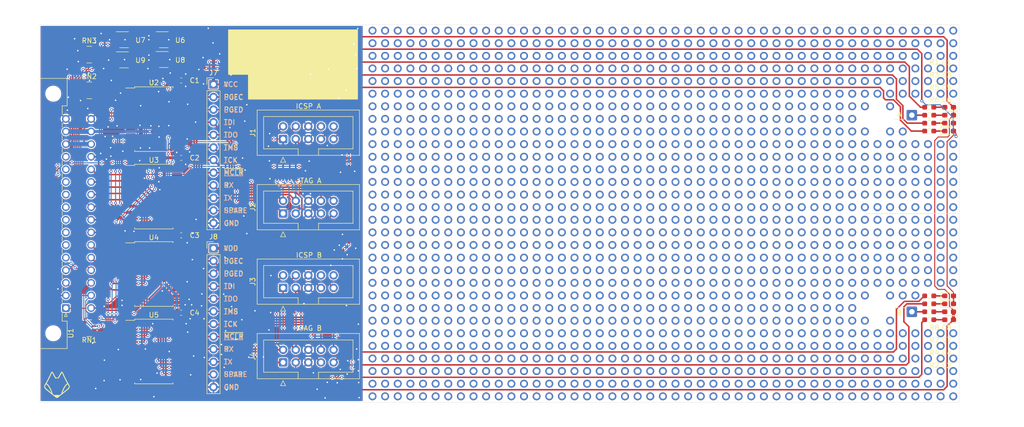
<source format=kicad_pcb>
(kicad_pcb (version 20211014) (generator pcbnew)
  (layers (0 "F.Cu" signal) (31 "B.Cu" signal) (34 "B.Paste" user) (35 "F.Paste" user) (36 "B.SilkS" user "B.Silkscreen") (37 "F.SilkS" user "F.Silkscreen") (38 "B.Mask" user) (39 "F.Mask" user) (44 "Edge.Cuts" user))
  (net 0 "")
  (net 1 "+5V")
  (net 2 "+3V3")
  (net 3 "GND")
  (net 4 "/A_TARGET_RX")
  (net 5 "/A_TARGET_TX")
  (net 6 "/A_PGEC")
  (net 7 "/A_PGED")
  (net 8 "VCC")
  (net 9 "/A_~{MCLR}")
  (net 10 "/A_TDI")
  (net 11 "/A_TDO")
  (net 12 "/A_TCK")
  (net 13 "/A_TMS")
  (net 14 "/B_TARGET_RX")
  (net 15 "/B_TARGET_TX")
  (net 16 "/B_PGEC")
  (net 17 "/B_PGED")
  (net 18 "VDD")
  (net 19 "/B_~{MCLR}")
  (net 20 "/B_TDI")
  (net 21 "/B_TDO")
  (net 22 "/B_TCK")
  (net 23 "/B_TMS")
  (net 24 "/EN_JTAG_B")
  (net 25 "/EN_ICSP_B")
  (net 26 "/EN_ICSP_A")
  (net 27 "/EN_JTAG_A")
  (net 28 "/UNUSED_B_2")
  (net 29 "/UNUSED_B_1")
  (net 30 "/UNUSED_A_1")
  (net 31 "/UNUSED_A_2")
  (net 32 "/EN_PWR_A")
  (net 33 "/EN_PWR_B")
  (net 34 "/SPARE_B")
  (net 35 "/SPARE_A")
  (net 36 "/TARGET_TX")
  (net 37 "/TARGET_RX")
  (net 38 "/PGED")
  (net 39 "/PGEC")
  (net 40 "/~{MCLR}")
  (net 41 "/TCK")
  (net 42 "/TMS")
  (net 43 "/TDO")
  (net 44 "/TDI")
  (net 45 "/A_SPARE_A")
  (net 46 "/B_SPARE_B")
  (net 47 "Net-(D1-Pad2)")
  (net 48 "Net-(D2-Pad2)")
  (net 49 "Net-(D3-Pad2)")
  (net 50 "Net-(D4-Pad2)")
  (net 51 "Net-(D5-Pad1)")
  (net 52 "Net-(D6-Pad1)")
  (net 53 "Net-(D7-Pad1)")
  (net 54 "Net-(D8-Pad1)")
  (net 55 "Net-(J5-Pad1)")
  (net 56 "Net-(J6-Pad1)")
  (footprint "Kicad_Library:DIN41612_C2_2x16_Male_Horizontal_THT" (layer "F.Cu") (at 45.3 97.05 90)
    (fp_text reference "U1")
    (fp_text value "86094327313755ELF")
  )
  (footprint "Capacitor_SMD:C_0603_1608Metric_Pad1.08x0.95mm_HandSolder" (layer "F.Cu") (at 68.5 51.2)
    (fp_text reference "C1")
    (fp_text value "100nF")
  )
  (footprint "Capacitor_SMD:C_0603_1608Metric_Pad1.08x0.95mm_HandSolder" (layer "F.Cu") (at 68.5 66.8)
    (fp_text reference "C2")
    (fp_text value "100nF")
  )
  (footprint "Connector_IDC:IDC-Header_2x05_P2.54mm_Vertical" (layer "F.Cu") (at 89 63 90)
    (fp_text reference "J1")
    (fp_text value "Conn_02x05_Odd_Even")
  )
  (footprint "Connector_IDC:IDC-Header_2x05_P2.54mm_Vertical" (layer "F.Cu") (at 89 78 90)
    (fp_text reference "J2")
    (fp_text value "Conn_02x05_Odd_Even")
  )
  (footprint "Connector_IDC:IDC-Header_2x05_P2.54mm_Vertical" (layer "F.Cu") (at 89 93 90)
    (fp_text reference "J3")
    (fp_text value "Conn_02x05_Odd_Even")
  )
  (footprint "Connector_IDC:IDC-Header_2x05_P2.54mm_Vertical" (layer "F.Cu") (at 89 108 90)
    (fp_text reference "J4")
    (fp_text value "Conn_02x05_Odd_Even")
  )
  (footprint "Kicad_Library:FOX_LOGO_SILK" (layer "F.Cu") (at 43.5 112.5)
    (fp_text reference "MARK1" hide)
    (fp_text value "LOGO" hide)
  )
  (footprint "Kicad_Library:FOX_LOGO_MASK" (layer "F.Cu") (at 43.5 43.5)
    (fp_text reference "MARK2" hide)
    (fp_text value "LOGO" hide)
  )
  (footprint "Resistor_SMD:R_Array_Convex_4x0603" (layer "F.Cu") (at 50 101.1)
    (fp_text reference "RN1")
    (fp_text value "4x1k")
  )
  (footprint "Package_SO:SOIC-20W_7.5x12.8mm_P1.27mm" (layer "F.Cu") (at 63 59)
    (fp_text reference "U2")
    (fp_text value "SN74CBTLV3245ADWR")
  )
  (footprint "Package_SO:SOIC-20W_7.5x12.8mm_P1.27mm" (layer "F.Cu") (at 63 74.6)
    (fp_text reference "U3")
    (fp_text value "SN74CBTLV3245ADWR")
  )
  (footprint "Package_SO:SOIC-20W_7.5x12.8mm_P1.27mm" (layer "F.Cu") (at 63 90.2)
    (fp_text reference "U4")
    (fp_text value "SN74CBTLV3245ADWR")
  )
  (footprint "Package_SO:SOIC-20W_7.5x12.8mm_P1.27mm" (layer "F.Cu") (at 63 105.8)
    (fp_text reference "U5")
    (fp_text value "SN74CBTLV3245ADWR")
  )
  (footprint "Package_TO_SOT_SMD:SOT-23-5_HandSoldering" (layer "F.Cu") (at 65 43)
    (fp_text reference "U6")
    (fp_text value "BD2268G-MGTR")
  )
  (footprint "Package_TO_SOT_SMD:SOT-23-5_HandSoldering" (layer "F.Cu") (at 57 43)
    (fp_text reference "U7")
    (fp_text value "BD2268G-MGTR")
  )
  (footprint "Package_TO_SOT_SMD:SOT-23-5_HandSoldering" (layer "F.Cu") (at 57 47.05)
    (fp_text reference "U9")
    (fp_text value "BD2268G-MGTR")
  )
  (footprint "MountingHole:MountingHole_3.2mm_M3_DIN965" (layer "F.Cu") (at 208.59 58.95)
    (fp_text reference "H1" hide)
    (fp_text value "MountingHole")
  )
  (footprint "Package_TO_SOT_SMD:SOT-23-5_HandSoldering" (layer "F.Cu") (at 65 47)
    (fp_text reference "U8")
    (fp_text value "BD2268G-MGTR")
  )
  (footprint "LED_SMD:LED_0603_1608Metric_Pad1.05x0.95mm_HandSolder" (layer "F.Cu") (at 223 99.4 180)
    (fp_text reference "D2")
    (fp_text value "LED")
  )
  (footprint "LED_SMD:LED_0603_1608Metric_Pad1.05x0.95mm_HandSolder" (layer "F.Cu") (at 223 61.4)
    (fp_text reference "D6")
    (fp_text value "LED")
  )
  (footprint "LED_SMD:LED_0603_1608Metric_Pad1.05x0.95mm_HandSolder" (layer "F.Cu") (at 223 96.2)
    (fp_text reference "D7")
    (fp_text value "LED")
  )
  (footprint "LED_SMD:LED_0603_1608Metric_Pad1.05x0.95mm_HandSolder" (layer "F.Cu") (at 223 94.6)
    (fp_text reference "D8")
    (fp_text value "LED")
  )
  (footprint "Connector_Wire:SolderWire-0.5sqmm_1x01_D0.9mm_OD2.1mm" (layer "F.Cu") (at 215.5 58.2)
    (fp_text reference "J5" hide)
    (fp_text value "Conn_01x01")
  )
  (footprint "Resistor_SMD:R_0603_1608Metric_Pad0.98x0.95mm_HandSolder" (layer "F.Cu") (at 219 56.6 180)
    (fp_text reference "R1")
    (fp_text value "4.7k")
  )
  (footprint "Resistor_SMD:R_0603_1608Metric_Pad0.98x0.95mm_HandSolder" (layer "F.Cu") (at 219 58.2 180)
    (fp_text reference "R3")
    (fp_text value "4.7k")
  )
  (footprint "Resistor_SMD:R_0603_1608Metric_Pad0.98x0.95mm_HandSolder" (layer "F.Cu") (at 219 59.8)
    (fp_text reference "R5")
    (fp_text value "4.7k")
  )
  (footprint "Resistor_SMD:R_0603_1608Metric_Pad0.98x0.95mm_HandSolder" (layer "F.Cu") (at 219 61.4)
    (fp_text reference "R6")
    (fp_text value "4.7k")
  )
  (footprint "Resistor_SMD:R_0603_1608Metric_Pad0.98x0.95mm_HandSolder" (layer "F.Cu") (at 219 96.2)
    (fp_text reference "R7")
    (fp_text value "4.7k")
  )
  (footprint "Resistor_SMD:R_0603_1608Metric_Pad0.98x0.95mm_HandSolder" (layer "F.Cu") (at 219 94.6)
    (fp_text reference "R8")
    (fp_text value "4.7k")
  )
  (footprint "LED_SMD:LED_0603_1608Metric_Pad1.05x0.95mm_HandSolder" (layer "F.Cu") (at 223 97.8 180)
    (fp_text reference "D4")
    (fp_text value "LED")
  )
  (footprint "Resistor_SMD:R_0603_1608Metric_Pad0.98x0.95mm_HandSolder" (layer "F.Cu") (at 219 97.8 180)
    (fp_text reference "R4")
    (fp_text value "4.7k")
  )
  (footprint "Resistor_SMD:R_0603_1608Metric_Pad0.98x0.95mm_HandSolder" (layer "F.Cu") (at 219 99.4 180)
    (fp_text reference "R2")
    (fp_text value "4.7k")
  )
  (footprint "Capacitor_SMD:C_0603_1608Metric_Pad1.08x0.95mm_HandSolder" (layer "F.Cu") (at 68.5 98)
    (fp_text reference "C4")
    (fp_text value "100nF")
  )
  (footprint "Capacitor_SMD:C_0603_1608Metric_Pad1.08x0.95mm_HandSolder" (layer "F.Cu") (at 68.5 82.4)
    (fp_text reference "C3")
    (fp_text value "100nF")
  )
  (footprint "LED_SMD:LED_0603_1608Metric_Pad1.05x0.95mm_HandSolder" (layer "F.Cu") (at 223 56.6 180)
    (fp_text reference "D1")
    (fp_text value "LED")
  )
  (footprint "LED_SMD:LED_0603_1608Metric_Pad1.05x0.95mm_HandSolder" (layer "F.Cu") (at 223 58.2 180)
    (fp_text reference "D3")
    (fp_text value "LED")
  )
  (footprint "LED_SMD:LED_0603_1608Metric_Pad1.05x0.95mm_HandSolder" (layer "F.Cu") (at 223 59.8)
    (fp_text reference "D5")
    (fp_text value "LED")
  )
  (footprint "Connector_PinHeader_2.54mm:PinHeader_1x12_P2.54mm_Vertical" (layer "F.Cu") (at 75 52)
    (fp_text reference "J7")
    (fp_text value "Conn_01x12")
  )
  (footprint "Connector_PinHeader_2.54mm:PinHeader_1x12_P2.54mm_Vertical" (layer "F.Cu") (at 75 85.02)
    (fp_text reference "J8")
    (fp_text value "Conn_01x12")
  )
  (footprint "Resistor_SMD:R_Array_Convex_4x0603" (layer "F.Cu") (at 50 53.2)
    (fp_text reference "RN2")
    (fp_text value "4x1k")
  )
  (footprint "Resistor_SMD:R_Array_Convex_4x0603" (layer "F.Cu") (at 50 46)
    (fp_text reference "RN3")
    (fp_text value "4x1k")
  )
  (footprint "MountingHole:MountingHole_3.2mm_M3_DIN965" (layer "F.Cu") (at 208.59 97.05)
    (fp_text reference "H2" hide)
    (fp_text value "MountingHole")
  )
  (footprint "Connector_Wire:SolderWire-0.5sqmm_1x01_D0.9mm_OD2.1mm" (layer "F.Cu") (at 215.5 97.8)
    (fp_text reference "J6" hide)
    (fp_text value "Conn_01x01")
  )
  (footprint "Kicad_Library:ThroughHoleSingleSide_1mm_1.6mm" (layer "B.Cu") (at 223.83 41.17)
    (fp_text reference "H3" hide)
    (fp_text value "MountingHole_Pad" hide)
  )
  (footprint "Kicad_Library:ThroughHoleSingleSide_1mm_1.6mm" (layer "B.Cu") (at 221.29 41.17)
    (fp_text reference "H3" hide)
    (fp_text value "MountingHole_Pad" hide)
  )
  (footprint "Kicad_Library:ThroughHoleSingleSide_1mm_1.6mm" (layer "B.Cu") (at 218.75 41.17)
    (fp_text reference "H3" hide)
    (fp_text value "MountingHole_Pad" hide)
  )
  (footprint "Kicad_Library:ThroughHoleSingleSide_1mm_1.6mm" (layer "B.Cu") (at 216.21 41.17)
    (fp_text reference "H3" hide)
    (fp_text value "MountingHole_Pad" hide)
  )
  (footprint "Kicad_Library:ThroughHoleSingleSide_1mm_1.6mm" (layer "B.Cu") (at 213.67 41.17)
    (fp_text reference "H3" hide)
    (fp_text value "MountingHole_Pad" hide)
  )
  (footprint "Kicad_Library:ThroughHoleSingleSide_1mm_1.6mm" (layer "B.Cu") (at 211.13 41.17)
    (fp_text reference "H3" hide)
    (fp_text value "MountingHole_Pad" hide)
  )
  (footprint "Kicad_Library:ThroughHoleSingleSide_1mm_1.6mm" (layer "B.Cu") (at 208.59 41.17)
    (fp_text reference "H3" hide)
    (fp_text value "MountingHole_Pad" hide)
  )
  (footprint "Kicad_Library:ThroughHoleSingleSide_1mm_1.6mm" (layer "B.Cu") (at 206.05 41.17)
    (fp_text reference "H3" hide)
    (fp_text value "MountingHole_Pad" hide)
  )
  (footprint "Kicad_Library:ThroughHoleSingleSide_1mm_1.6mm" (layer "B.Cu") (at 203.51 41.17)
    (fp_text reference "H3" hide)
    (fp_text value "MountingHole_Pad" hide)
  )
  (footprint "Kicad_Library:ThroughHoleSingleSide_1mm_1.6mm" (layer "B.Cu") (at 200.97 41.17)
    (fp_text reference "H3" hide)
    (fp_text value "MountingHole_Pad" hide)
  )
  (footprint "Kicad_Library:ThroughHoleSingleSide_1mm_1.6mm" (layer "B.Cu") (at 198.43 41.17)
    (fp_text reference "H3" hide)
    (fp_text value "MountingHole_Pad" hide)
  )
  (footprint "Kicad_Library:ThroughHoleSingleSide_1mm_1.6mm" (layer "B.Cu") (at 195.89 41.17)
    (fp_text reference "H3" hide)
    (fp_text value "MountingHole_Pad" hide)
  )
  (footprint "Kicad_Library:ThroughHoleSingleSide_1mm_1.6mm" (layer "B.Cu") (at 193.35 41.17)
    (fp_text reference "H3" hide)
    (fp_text value "MountingHole_Pad" hide)
  )
  (footprint "Kicad_Library:ThroughHoleSingleSide_1mm_1.6mm" (layer "B.Cu") (at 190.81 41.17)
    (fp_text reference "H3" hide)
    (fp_text value "MountingHole_Pad" hide)
  )
  (footprint "Kicad_Library:ThroughHoleSingleSide_1mm_1.6mm" (layer "B.Cu") (at 188.27 41.17)
    (fp_text reference "H3" hide)
    (fp_text value "MountingHole_Pad" hide)
  )
  (footprint "Kicad_Library:ThroughHoleSingleSide_1mm_1.6mm" (layer "B.Cu") (at 185.73 41.17)
    (fp_text reference "H3" hide)
    (fp_text value "MountingHole_Pad" hide)
  )
  (footprint "Kicad_Library:ThroughHoleSingleSide_1mm_1.6mm" (layer "B.Cu") (at 183.19 41.17)
    (fp_text reference "H3" hide)
    (fp_text value "MountingHole_Pad" hide)
  )
  (footprint "Kicad_Library:ThroughHoleSingleSide_1mm_1.6mm" (layer "B.Cu") (at 180.65 41.17)
    (fp_text reference "H3" hide)
    (fp_text value "MountingHole_Pad" hide)
  )
  (footprint "Kicad_Library:ThroughHoleSingleSide_1mm_1.6mm" (layer "B.Cu") (at 178.11 41.17)
    (fp_text reference "H3" hide)
    (fp_text value "MountingHole_Pad" hide)
  )
  (footprint "Kicad_Library:ThroughHoleSingleSide_1mm_1.6mm" (layer "B.Cu") (at 175.57 41.17)
    (fp_text reference "H3" hide)
    (fp_text value "MountingHole_Pad" hide)
  )
  (footprint "Kicad_Library:ThroughHoleSingleSide_1mm_1.6mm" (layer "B.Cu") (at 173.03 41.17)
    (fp_text reference "H3" hide)
    (fp_text value "MountingHole_Pad" hide)
  )
  (footprint "Kicad_Library:ThroughHoleSingleSide_1mm_1.6mm" (layer "B.Cu") (at 170.49 41.17)
    (fp_text reference "H3" hide)
    (fp_text value "MountingHole_Pad" hide)
  )
  (footprint "Kicad_Library:ThroughHoleSingleSide_1mm_1.6mm" (layer "B.Cu") (at 167.95 41.17)
    (fp_text reference "H3" hide)
    (fp_text value "MountingHole_Pad" hide)
  )
  (footprint "Kicad_Library:ThroughHoleSingleSide_1mm_1.6mm" (layer "B.Cu") (at 165.41 41.17)
    (fp_text reference "H3" hide)
    (fp_text value "MountingHole_Pad" hide)
  )
  (footprint "Kicad_Library:ThroughHoleSingleSide_1mm_1.6mm" (layer "B.Cu") (at 162.87 41.17)
    (fp_text reference "H3" hide)
    (fp_text value "MountingHole_Pad" hide)
  )
  (footprint "Kicad_Library:ThroughHoleSingleSide_1mm_1.6mm" (layer "B.Cu") (at 160.33 41.17)
    (fp_text reference "H3" hide)
    (fp_text value "MountingHole_Pad" hide)
  )
  (footprint "Kicad_Library:ThroughHoleSingleSide_1mm_1.6mm" (layer "B.Cu") (at 157.79 41.17)
    (fp_text reference "H3" hide)
    (fp_text value "MountingHole_Pad" hide)
  )
  (footprint "Kicad_Library:ThroughHoleSingleSide_1mm_1.6mm" (layer "B.Cu") (at 155.25 41.17)
    (fp_text reference "H3" hide)
    (fp_text value "MountingHole_Pad" hide)
  )
  (footprint "Kicad_Library:ThroughHoleSingleSide_1mm_1.6mm" (layer "B.Cu") (at 152.71 41.17)
    (fp_text reference "H3" hide)
    (fp_text value "MountingHole_Pad" hide)
  )
  (footprint "Kicad_Library:ThroughHoleSingleSide_1mm_1.6mm" (layer "B.Cu") (at 150.17 41.17)
    (fp_text reference "H3" hide)
    (fp_text value "MountingHole_Pad" hide)
  )
  (footprint "Kicad_Library:ThroughHoleSingleSide_1mm_1.6mm" (layer "B.Cu") (at 147.63 41.17)
    (fp_text reference "H3" hide)
    (fp_text value "MountingHole_Pad" hide)
  )
  (footprint "Kicad_Library:ThroughHoleSingleSide_1mm_1.6mm" (layer "B.Cu") (at 145.09 41.17)
    (fp_text reference "H3" hide)
    (fp_text value "MountingHole_Pad" hide)
  )
  (footprint "Kicad_Library:ThroughHoleSingleSide_1mm_1.6mm" (layer "B.Cu") (at 142.55 41.17)
    (fp_text reference "H3" hide)
    (fp_text value "MountingHole_Pad" hide)
  )
  (footprint "Kicad_Library:ThroughHoleSingleSide_1mm_1.6mm" (layer "B.Cu") (at 140.01 41.17)
    (fp_text reference "H3" hide)
    (fp_text value "MountingHole_Pad" hide)
  )
  (footprint "Kicad_Library:ThroughHoleSingleSide_1mm_1.6mm" (layer "B.Cu") (at 137.47 41.17)
    (fp_text reference "H3" hide)
    (fp_text value "MountingHole_Pad" hide)
  )
  (footprint "Kicad_Library:ThroughHoleSingleSide_1mm_1.6mm" (layer "B.Cu") (at 134.93 41.17)
    (fp_text reference "H3" hide)
    (fp_text value "MountingHole_Pad" hide)
  )
  (footprint "Kicad_Library:ThroughHoleSingleSide_1mm_1.6mm" (layer "B.Cu") (at 132.39 41.17)
    (fp_text reference "H3" hide)
    (fp_text value "MountingHole_Pad" hide)
  )
  (footprint "Kicad_Library:ThroughHoleSingleSide_1mm_1.6mm" (layer "B.Cu") (at 129.85 41.17)
    (fp_text reference "H3" hide)
    (fp_text value "MountingHole_Pad" hide)
  )
  (footprint "Kicad_Library:ThroughHoleSingleSide_1mm_1.6mm" (layer "B.Cu") (at 127.31 41.17)
    (fp_text reference "H3" hide)
    (fp_text value "MountingHole_Pad" hide)
  )
  (footprint "Kicad_Library:ThroughHoleSingleSide_1mm_1.6mm" (layer "B.Cu") (at 124.77 41.17)
    (fp_text reference "H3" hide)
    (fp_text value "MountingHole_Pad" hide)
  )
  (footprint "Kicad_Library:ThroughHoleSingleSide_1mm_1.6mm" (layer "B.Cu") (at 122.23 41.17)
    (fp_text reference "H3" hide)
    (fp_text value "MountingHole_Pad" hide)
  )
  (footprint "Kicad_Library:ThroughHoleSingleSide_1mm_1.6mm" (layer "B.Cu") (at 119.69 41.17)
    (fp_text reference "H3" hide)
    (fp_text value "MountingHole_Pad" hide)
  )
  (footprint "Kicad_Library:ThroughHoleSingleSide_1mm_1.6mm" (layer "B.Cu") (at 117.15 41.17)
    (fp_text reference "H3" hide)
    (fp_text value "MountingHole_Pad" hide)
  )
  (footprint "Kicad_Library:ThroughHoleSingleSide_1mm_1.6mm" (layer "B.Cu") (at 114.61 41.17)
    (fp_text reference "H3" hide)
    (fp_text value "MountingHole_Pad" hide)
  )
  (footprint "Kicad_Library:ThroughHoleSingleSide_1mm_1.6mm" (layer "B.Cu") (at 112.07 41.17)
    (fp_text reference "H3" hide)
    (fp_text value "MountingHole_Pad" hide)
  )
  (footprint "Kicad_Library:ThroughHoleSingleSide_1mm_1.6mm" (layer "B.Cu") (at 109.53 41.17)
    (fp_text reference "H3" hide)
    (fp_text value "MountingHole_Pad" hide)
  )
  (footprint "Kicad_Library:ThroughHoleSingleSide_1mm_1.6mm" (layer "B.Cu") (at 106.99 41.17)
    (fp_text reference "H3" hide)
    (fp_text value "MountingHole_Pad" hide)
  )
  (footprint "Kicad_Library:ThroughHoleSingleSide_1mm_1.6mm" (layer "B.Cu") (at 223.83 43.71)
    (fp_text reference "H3" hide)
    (fp_text value "MountingHole_Pad" hide)
  )
  (footprint "Kicad_Library:ThroughHoleSingleSide_1mm_1.6mm" (layer "B.Cu") (at 221.29 43.71)
    (fp_text reference "H3" hide)
    (fp_text value "MountingHole_Pad" hide)
  )
  (footprint "Kicad_Library:ThroughHoleSingleSide_1mm_1.6mm" (layer "B.Cu") (at 218.75 43.71)
    (fp_text reference "H3" hide)
    (fp_text value "MountingHole_Pad" hide)
  )
  (footprint "Kicad_Library:ThroughHoleSingleSide_1mm_1.6mm" (layer "B.Cu") (at 216.21 43.71)
    (fp_text reference "H3" hide)
    (fp_text value "MountingHole_Pad" hide)
  )
  (footprint "Kicad_Library:ThroughHoleSingleSide_1mm_1.6mm" (layer "B.Cu") (at 213.67 43.71)
    (fp_text reference "H3" hide)
    (fp_text value "MountingHole_Pad" hide)
  )
  (footprint "Kicad_Library:ThroughHoleSingleSide_1mm_1.6mm" (layer "B.Cu") (at 211.13 43.71)
    (fp_text reference "H3" hide)
    (fp_text value "MountingHole_Pad" hide)
  )
  (footprint "Kicad_Library:ThroughHoleSingleSide_1mm_1.6mm" (layer "B.Cu") (at 208.59 43.71)
    (fp_text reference "H3" hide)
    (fp_text value "MountingHole_Pad" hide)
  )
  (footprint "Kicad_Library:ThroughHoleSingleSide_1mm_1.6mm" (layer "B.Cu") (at 206.05 43.71)
    (fp_text reference "H3" hide)
    (fp_text value "MountingHole_Pad" hide)
  )
  (footprint "Kicad_Library:ThroughHoleSingleSide_1mm_1.6mm" (layer "B.Cu") (at 203.51 43.71)
    (fp_text reference "H3" hide)
    (fp_text value "MountingHole_Pad" hide)
  )
  (footprint "Kicad_Library:ThroughHoleSingleSide_1mm_1.6mm" (layer "B.Cu") (at 200.97 43.71)
    (fp_text reference "H3" hide)
    (fp_text value "MountingHole_Pad" hide)
  )
  (footprint "Kicad_Library:ThroughHoleSingleSide_1mm_1.6mm" (layer "B.Cu") (at 198.43 43.71)
    (fp_text reference "H3" hide)
    (fp_text value "MountingHole_Pad" hide)
  )
  (footprint "Kicad_Library:ThroughHoleSingleSide_1mm_1.6mm" (layer "B.Cu") (at 195.89 43.71)
    (fp_text reference "H3" hide)
    (fp_text value "MountingHole_Pad" hide)
  )
  (footprint "Kicad_Library:ThroughHoleSingleSide_1mm_1.6mm" (layer "B.Cu") (at 193.35 43.71)
    (fp_text reference "H3" hide)
    (fp_text value "MountingHole_Pad" hide)
  )
  (footprint "Kicad_Library:ThroughHoleSingleSide_1mm_1.6mm" (layer "B.Cu") (at 190.81 43.71)
    (fp_text reference "H3" hide)
    (fp_text value "MountingHole_Pad" hide)
  )
  (footprint "Kicad_Library:ThroughHoleSingleSide_1mm_1.6mm" (layer "B.Cu") (at 188.27 43.71)
    (fp_text reference "H3" hide)
    (fp_text value "MountingHole_Pad" hide)
  )
  (footprint "Kicad_Library:ThroughHoleSingleSide_1mm_1.6mm" (layer "B.Cu") (at 185.73 43.71)
    (fp_text reference "H3" hide)
    (fp_text value "MountingHole_Pad" hide)
  )
  (footprint "Kicad_Library:ThroughHoleSingleSide_1mm_1.6mm" (layer "B.Cu") (at 183.19 43.71)
    (fp_text reference "H3" hide)
    (fp_text value "MountingHole_Pad" hide)
  )
  (footprint "Kicad_Library:ThroughHoleSingleSide_1mm_1.6mm" (layer "B.Cu") (at 180.65 43.71)
    (fp_text reference "H3" hide)
    (fp_text value "MountingHole_Pad" hide)
  )
  (footprint "Kicad_Library:ThroughHoleSingleSide_1mm_1.6mm" (layer "B.Cu") (at 178.11 43.71)
    (fp_text reference "H3" hide)
    (fp_text value "MountingHole_Pad" hide)
  )
  (footprint "Kicad_Library:ThroughHoleSingleSide_1mm_1.6mm" (layer "B.Cu") (at 175.57 43.71)
    (fp_text reference "H3" hide)
    (fp_text value "MountingHole_Pad" hide)
  )
  (footprint "Kicad_Library:ThroughHoleSingleSide_1mm_1.6mm" (layer "B.Cu") (at 173.03 43.71)
    (fp_text reference "H3" hide)
    (fp_text value "MountingHole_Pad" hide)
  )
  (footprint "Kicad_Library:ThroughHoleSingleSide_1mm_1.6mm" (layer "B.Cu") (at 170.49 43.71)
    (fp_text reference "H3" hide)
    (fp_text value "MountingHole_Pad" hide)
  )
  (footprint "Kicad_Library:ThroughHoleSingleSide_1mm_1.6mm" (layer "B.Cu") (at 167.95 43.71)
    (fp_text reference "H3" hide)
    (fp_text value "MountingHole_Pad" hide)
  )
  (footprint "Kicad_Library:ThroughHoleSingleSide_1mm_1.6mm" (layer "B.Cu") (at 165.41 43.71)
    (fp_text reference "H3" hide)
    (fp_text value "MountingHole_Pad" hide)
  )
  (footprint "Kicad_Library:ThroughHoleSingleSide_1mm_1.6mm" (layer "B.Cu") (at 162.87 43.71)
    (fp_text reference "H3" hide)
    (fp_text value "MountingHole_Pad" hide)
  )
  (footprint "Kicad_Library:ThroughHoleSingleSide_1mm_1.6mm" (layer "B.Cu") (at 160.33 43.71)
    (fp_text reference "H3" hide)
    (fp_text value "MountingHole_Pad" hide)
  )
  (footprint "Kicad_Library:ThroughHoleSingleSide_1mm_1.6mm" (layer "B.Cu") (at 157.79 43.71)
    (fp_text reference "H3" hide)
    (fp_text value "MountingHole_Pad" hide)
  )
  (footprint "Kicad_Library:ThroughHoleSingleSide_1mm_1.6mm" (layer "B.Cu") (at 155.25 43.71)
    (fp_text reference "H3" hide)
    (fp_text value "MountingHole_Pad" hide)
  )
  (footprint "Kicad_Library:ThroughHoleSingleSide_1mm_1.6mm" (layer "B.Cu") (at 152.71 43.71)
    (fp_text reference "H3" hide)
    (fp_text value "MountingHole_Pad" hide)
  )
  (footprint "Kicad_Library:ThroughHoleSingleSide_1mm_1.6mm" (layer "B.Cu") (at 150.17 43.71)
    (fp_text reference "H3" hide)
    (fp_text value "MountingHole_Pad" hide)
  )
  (footprint "Kicad_Library:ThroughHoleSingleSide_1mm_1.6mm" (layer "B.Cu") (at 147.63 43.71)
    (fp_text reference "H3" hide)
    (fp_text value "MountingHole_Pad" hide)
  )
  (footprint "Kicad_Library:ThroughHoleSingleSide_1mm_1.6mm" (layer "B.Cu") (at 145.09 43.71)
    (fp_text reference "H3" hide)
    (fp_text value "MountingHole_Pad" hide)
  )
  (footprint "Kicad_Library:ThroughHoleSingleSide_1mm_1.6mm" (layer "B.Cu") (at 142.55 43.71)
    (fp_text reference "H3" hide)
    (fp_text value "MountingHole_Pad" hide)
  )
  (footprint "Kicad_Library:ThroughHoleSingleSide_1mm_1.6mm" (layer "B.Cu") (at 140.01 43.71)
    (fp_text reference "H3" hide)
    (fp_text value "MountingHole_Pad" hide)
  )
  (footprint "Kicad_Library:ThroughHoleSingleSide_1mm_1.6mm" (layer "B.Cu") (at 137.47 43.71)
    (fp_text reference "H3" hide)
    (fp_text value "MountingHole_Pad" hide)
  )
  (footprint "Kicad_Library:ThroughHoleSingleSide_1mm_1.6mm" (layer "B.Cu") (at 134.93 43.71)
    (fp_text reference "H3" hide)
    (fp_text value "MountingHole_Pad" hide)
  )
  (footprint "Kicad_Library:ThroughHoleSingleSide_1mm_1.6mm" (layer "B.Cu") (at 132.39 43.71)
    (fp_text reference "H3" hide)
    (fp_text value "MountingHole_Pad" hide)
  )
  (footprint "Kicad_Library:ThroughHoleSingleSide_1mm_1.6mm" (layer "B.Cu") (at 129.85 43.71)
    (fp_text reference "H3" hide)
    (fp_text value "MountingHole_Pad" hide)
  )
  (footprint "Kicad_Library:ThroughHoleSingleSide_1mm_1.6mm" (layer "B.Cu") (at 127.31 43.71)
    (fp_text reference "H3" hide)
    (fp_text value "MountingHole_Pad" hide)
  )
  (footprint "Kicad_Library:ThroughHoleSingleSide_1mm_1.6mm" (layer "B.Cu") (at 124.77 43.71)
    (fp_text reference "H3" hide)
    (fp_text value "MountingHole_Pad" hide)
  )
  (footprint "Kicad_Library:ThroughHoleSingleSide_1mm_1.6mm" (layer "B.Cu") (at 122.23 43.71)
    (fp_text reference "H3" hide)
    (fp_text value "MountingHole_Pad" hide)
  )
  (footprint "Kicad_Library:ThroughHoleSingleSide_1mm_1.6mm" (layer "B.Cu") (at 119.69 43.71)
    (fp_text reference "H3" hide)
    (fp_text value "MountingHole_Pad" hide)
  )
  (footprint "Kicad_Library:ThroughHoleSingleSide_1mm_1.6mm" (layer "B.Cu") (at 117.15 43.71)
    (fp_text reference "H3" hide)
    (fp_text value "MountingHole_Pad" hide)
  )
  (footprint "Kicad_Library:ThroughHoleSingleSide_1mm_1.6mm" (layer "B.Cu") (at 114.61 43.71)
    (fp_text reference "H3" hide)
    (fp_text value "MountingHole_Pad" hide)
  )
  (footprint "Kicad_Library:ThroughHoleSingleSide_1mm_1.6mm" (layer "B.Cu") (at 112.07 43.71)
    (fp_text reference "H3" hide)
    (fp_text value "MountingHole_Pad" hide)
  )
  (footprint "Kicad_Library:ThroughHoleSingleSide_1mm_1.6mm" (layer "B.Cu") (at 109.53 43.71)
    (fp_text reference "H3" hide)
    (fp_text value "MountingHole_Pad" hide)
  )
  (footprint "Kicad_Library:ThroughHoleSingleSide_1mm_1.6mm" (layer "B.Cu") (at 106.99 43.71)
    (fp_text reference "H3" hide)
    (fp_text value "MountingHole_Pad" hide)
  )
  (footprint "Kicad_Library:ThroughHoleSingleSide_1mm_1.6mm" (layer "B.Cu") (at 223.83 46.25)
    (fp_text reference "H3" hide)
    (fp_text value "MountingHole_Pad" hide)
  )
  (footprint "Kicad_Library:ThroughHoleSingleSide_1mm_1.6mm" (layer "B.Cu") (at 221.29 46.25)
    (fp_text reference "H3" hide)
    (fp_text value "MountingHole_Pad" hide)
  )
  (footprint "Kicad_Library:ThroughHoleSingleSide_1mm_1.6mm" (layer "B.Cu") (at 218.75 46.25)
    (fp_text reference "H3" hide)
    (fp_text value "MountingHole_Pad" hide)
  )
  (footprint "Kicad_Library:ThroughHoleSingleSide_1mm_1.6mm" (layer "B.Cu") (at 216.21 46.25)
    (fp_text reference "H3" hide)
    (fp_text value "MountingHole_Pad" hide)
  )
  (footprint "Kicad_Library:ThroughHoleSingleSide_1mm_1.6mm" (layer "B.Cu") (at 213.67 46.25)
    (fp_text reference "H3" hide)
    (fp_text value "MountingHole_Pad" hide)
  )
  (footprint "Kicad_Library:ThroughHoleSingleSide_1mm_1.6mm" (layer "B.Cu") (at 211.13 46.25)
    (fp_text reference "H3" hide)
    (fp_text value "MountingHole_Pad" hide)
  )
  (footprint "Kicad_Library:ThroughHoleSingleSide_1mm_1.6mm" (layer "B.Cu") (at 208.59 46.25)
    (fp_text reference "H3" hide)
    (fp_text value "MountingHole_Pad" hide)
  )
  (footprint "Kicad_Library:ThroughHoleSingleSide_1mm_1.6mm" (layer "B.Cu") (at 206.05 46.25)
    (fp_text reference "H3" hide)
    (fp_text value "MountingHole_Pad" hide)
  )
  (footprint "Kicad_Library:ThroughHoleSingleSide_1mm_1.6mm" (layer "B.Cu") (at 203.51 46.25)
    (fp_text reference "H3" hide)
    (fp_text value "MountingHole_Pad" hide)
  )
  (footprint "Kicad_Library:ThroughHoleSingleSide_1mm_1.6mm" (layer "B.Cu") (at 200.97 46.25)
    (fp_text reference "H3" hide)
    (fp_text value "MountingHole_Pad" hide)
  )
  (footprint "Kicad_Library:ThroughHoleSingleSide_1mm_1.6mm" (layer "B.Cu") (at 198.43 46.25)
    (fp_text reference "H3" hide)
    (fp_text value "MountingHole_Pad" hide)
  )
  (footprint "Kicad_Library:ThroughHoleSingleSide_1mm_1.6mm" (layer "B.Cu") (at 195.89 46.25)
    (fp_text reference "H3" hide)
    (fp_text value "MountingHole_Pad" hide)
  )
  (footprint "Kicad_Library:ThroughHoleSingleSide_1mm_1.6mm" (layer "B.Cu") (at 193.35 46.25)
    (fp_text reference "H3" hide)
    (fp_text value "MountingHole_Pad" hide)
  )
  (footprint "Kicad_Library:ThroughHoleSingleSide_1mm_1.6mm" (layer "B.Cu") (at 190.81 46.25)
    (fp_text reference "H3" hide)
    (fp_text value "MountingHole_Pad" hide)
  )
  (footprint "Kicad_Library:ThroughHoleSingleSide_1mm_1.6mm" (layer "B.Cu") (at 188.27 46.25)
    (fp_text reference "H3" hide)
    (fp_text value "MountingHole_Pad" hide)
  )
  (footprint "Kicad_Library:ThroughHoleSingleSide_1mm_1.6mm" (layer "B.Cu") (at 185.73 46.25)
    (fp_text reference "H3" hide)
    (fp_text value "MountingHole_Pad" hide)
  )
  (footprint "Kicad_Library:ThroughHoleSingleSide_1mm_1.6mm" (layer "B.Cu") (at 183.19 46.25)
    (fp_text reference "H3" hide)
    (fp_text value "MountingHole_Pad" hide)
  )
  (footprint "Kicad_Library:ThroughHoleSingleSide_1mm_1.6mm" (layer "B.Cu") (at 180.65 46.25)
    (fp_text reference "H3" hide)
    (fp_text value "MountingHole_Pad" hide)
  )
  (footprint "Kicad_Library:ThroughHoleSingleSide_1mm_1.6mm" (layer "B.Cu") (at 178.11 46.25)
    (fp_text reference "H3" hide)
    (fp_text value "MountingHole_Pad" hide)
  )
  (footprint "Kicad_Library:ThroughHoleSingleSide_1mm_1.6mm" (layer "B.Cu") (at 175.57 46.25)
    (fp_text reference "H3" hide)
    (fp_text value "MountingHole_Pad" hide)
  )
  (footprint "Kicad_Library:ThroughHoleSingleSide_1mm_1.6mm" (layer "B.Cu") (at 173.03 46.25)
    (fp_text reference "H3" hide)
    (fp_text value "MountingHole_Pad" hide)
  )
  (footprint "Kicad_Library:ThroughHoleSingleSide_1mm_1.6mm" (layer "B.Cu") (at 170.49 46.25)
    (fp_text reference "H3" hide)
    (fp_text value "MountingHole_Pad" hide)
  )
  (footprint "Kicad_Library:ThroughHoleSingleSide_1mm_1.6mm" (layer "B.Cu") (at 167.95 46.25)
    (fp_text reference "H3" hide)
    (fp_text value "MountingHole_Pad" hide)
  )
  (footprint "Kicad_Library:ThroughHoleSingleSide_1mm_1.6mm" (layer "B.Cu") (at 165.41 46.25)
    (fp_text reference "H3" hide)
    (fp_text value "MountingHole_Pad" hide)
  )
  (footprint "Kicad_Library:ThroughHoleSingleSide_1mm_1.6mm" (layer "B.Cu") (at 162.87 46.25)
    (fp_text reference "H3" hide)
    (fp_text value "MountingHole_Pad" hide)
  )
  (footprint "Kicad_Library:ThroughHoleSingleSide_1mm_1.6mm" (layer "B.Cu") (at 160.33 46.25)
    (fp_text reference "H3" hide)
    (fp_text value "MountingHole_Pad" hide)
  )
  (footprint "Kicad_Library:ThroughHoleSingleSide_1mm_1.6mm" (layer "B.Cu") (at 157.79 46.25)
    (fp_text reference "H3" hide)
    (fp_text value "MountingHole_Pad" hide)
  )
  (footprint "Kicad_Library:ThroughHoleSingleSide_1mm_1.6mm" (layer "B.Cu") (at 155.25 46.25)
    (fp_text reference "H3" hide)
    (fp_text value "MountingHole_Pad" hide)
  )
  (footprint "Kicad_Library:ThroughHoleSingleSide_1mm_1.6mm" (layer "B.Cu") (at 152.71 46.25)
    (fp_text reference "H3" hide)
    (fp_text value "MountingHole_Pad" hide)
  )
  (footprint "Kicad_Library:ThroughHoleSingleSide_1mm_1.6mm" (layer "B.Cu") (at 150.17 46.25)
    (fp_text reference "H3" hide)
    (fp_text value "MountingHole_Pad" hide)
  )
  (footprint "Kicad_Library:ThroughHoleSingleSide_1mm_1.6mm" (layer "B.Cu") (at 147.63 46.25)
    (fp_text reference "H3" hide)
    (fp_text value "MountingHole_Pad" hide)
  )
  (footprint "Kicad_Library:ThroughHoleSingleSide_1mm_1.6mm" (layer "B.Cu") (at 145.09 46.25)
    (fp_text reference "H3" hide)
    (fp_text value "MountingHole_Pad" hide)
  )
  (footprint "Kicad_Library:ThroughHoleSingleSide_1mm_1.6mm" (layer "B.Cu") (at 142.55 46.25)
    (fp_text reference "H3" hide)
    (fp_text value "MountingHole_Pad" hide)
  )
  (footprint "Kicad_Library:ThroughHoleSingleSide_1mm_1.6mm" (layer "B.Cu") (at 140.01 46.25)
    (fp_text reference "H3" hide)
    (fp_text value "MountingHole_Pad" hide)
  )
  (footprint "Kicad_Library:ThroughHoleSingleSide_1mm_1.6mm" (layer "B.Cu") (at 137.47 46.25)
    (fp_text reference "H3" hide)
    (fp_text value "MountingHole_Pad" hide)
  )
  (footprint "Kicad_Library:ThroughHoleSingleSide_1mm_1.6mm" (layer "B.Cu") (at 134.93 46.25)
    (fp_text reference "H3" hide)
    (fp_text value "MountingHole_Pad" hide)
  )
  (footprint "Kicad_Library:ThroughHoleSingleSide_1mm_1.6mm" (layer "B.Cu") (at 132.39 46.25)
    (fp_text reference "H3" hide)
    (fp_text value "MountingHole_Pad" hide)
  )
  (footprint "Kicad_Library:ThroughHoleSingleSide_1mm_1.6mm" (layer "B.Cu") (at 129.85 46.25)
    (fp_text reference "H3" hide)
    (fp_text value "MountingHole_Pad" hide)
  )
  (footprint "Kicad_Library:ThroughHoleSingleSide_1mm_1.6mm" (layer "B.Cu") (at 127.31 46.25)
    (fp_text reference "H3" hide)
    (fp_text value "MountingHole_Pad" hide)
  )
  (footprint "Kicad_Library:ThroughHoleSingleSide_1mm_1.6mm" (layer "B.Cu") (at 124.77 46.25)
    (fp_text reference "H3" hide)
    (fp_text value "MountingHole_Pad" hide)
  )
  (footprint "Kicad_Library:ThroughHoleSingleSide_1mm_1.6mm" (layer "B.Cu") (at 122.23 46.25)
    (fp_text reference "H3" hide)
    (fp_text value "MountingHole_Pad" hide)
  )
  (footprint "Kicad_Library:ThroughHoleSingleSide_1mm_1.6mm" (layer "B.Cu") (at 119.69 46.25)
    (fp_text reference "H3" hide)
    (fp_text value "MountingHole_Pad" hide)
  )
  (footprint "Kicad_Library:ThroughHoleSingleSide_1mm_1.6mm" (layer "B.Cu") (at 117.15 46.25)
    (fp_text reference "H3" hide)
    (fp_text value "MountingHole_Pad" hide)
  )
  (footprint "Kicad_Library:ThroughHoleSingleSide_1mm_1.6mm" (layer "B.Cu") (at 114.61 46.25)
    (fp_text reference "H3" hide)
    (fp_text value "MountingHole_Pad" hide)
  )
  (footprint "Kicad_Library:ThroughHoleSingleSide_1mm_1.6mm" (layer "B.Cu") (at 112.07 46.25)
    (fp_text reference "H3" hide)
    (fp_text value "MountingHole_Pad" hide)
  )
  (footprint "Kicad_Library:ThroughHoleSingleSide_1mm_1.6mm" (layer "B.Cu") (at 109.53 46.25)
    (fp_text reference "H3" hide)
    (fp_text value "MountingHole_Pad" hide)
  )
  (footprint "Kicad_Library:ThroughHoleSingleSide_1mm_1.6mm" (layer "B.Cu") (at 106.99 46.25)
    (fp_text reference "H3" hide)
    (fp_text value "MountingHole_Pad" hide)
  )
  (footprint "Kicad_Library:ThroughHoleSingleSide_1mm_1.6mm" (layer "B.Cu") (at 223.83 48.79)
    (fp_text reference "H3" hide)
    (fp_text value "MountingHole_Pad" hide)
  )
  (footprint "Kicad_Library:ThroughHoleSingleSide_1mm_1.6mm" (layer "B.Cu") (at 221.29 48.79)
    (fp_text reference "H3" hide)
    (fp_text value "MountingHole_Pad" hide)
  )
  (footprint "Kicad_Library:ThroughHoleSingleSide_1mm_1.6mm" (layer "B.Cu") (at 218.75 48.79)
    (fp_text reference "H3" hide)
    (fp_text value "MountingHole_Pad" hide)
  )
  (footprint "Kicad_Library:ThroughHoleSingleSide_1mm_1.6mm" (layer "B.Cu") (at 216.21 48.79)
    (fp_text reference "H3" hide)
    (fp_text value "MountingHole_Pad" hide)
  )
  (footprint "Kicad_Library:ThroughHoleSingleSide_1mm_1.6mm" (layer "B.Cu") (at 213.67 48.79)
    (fp_text reference "H3" hide)
    (fp_text value "MountingHole_Pad" hide)
  )
  (footprint "Kicad_Library:ThroughHoleSingleSide_1mm_1.6mm" (layer "B.Cu") (at 211.13 48.79)
    (fp_text reference "H3" hide)
    (fp_text value "MountingHole_Pad" hide)
  )
  (footprint "Kicad_Library:ThroughHoleSingleSide_1mm_1.6mm" (layer "B.Cu") (at 208.59 48.79)
    (fp_text reference "H3" hide)
    (fp_text value "MountingHole_Pad" hide)
  )
  (footprint "Kicad_Library:ThroughHoleSingleSide_1mm_1.6mm" (layer "B.Cu") (at 206.05 48.79)
    (fp_text reference "H3" hide)
    (fp_text value "MountingHole_Pad" hide)
  )
  (footprint "Kicad_Library:ThroughHoleSingleSide_1mm_1.6mm" (layer "B.Cu") (at 203.51 48.79)
    (fp_text reference "H3" hide)
    (fp_text value "MountingHole_Pad" hide)
  )
  (footprint "Kicad_Library:ThroughHoleSingleSide_1mm_1.6mm" (layer "B.Cu") (at 200.97 48.79)
    (fp_text reference "H3" hide)
    (fp_text value "MountingHole_Pad" hide)
  )
  (footprint "Kicad_Library:ThroughHoleSingleSide_1mm_1.6mm" (layer "B.Cu") (at 198.43 48.79)
    (fp_text reference "H3" hide)
    (fp_text value "MountingHole_Pad" hide)
  )
  (footprint "Kicad_Library:ThroughHoleSingleSide_1mm_1.6mm" (layer "B.Cu") (at 195.89 48.79)
    (fp_text reference "H3" hide)
    (fp_text value "MountingHole_Pad" hide)
  )
  (footprint "Kicad_Library:ThroughHoleSingleSide_1mm_1.6mm" (layer "B.Cu") (at 193.35 48.79)
    (fp_text reference "H3" hide)
    (fp_text value "MountingHole_Pad" hide)
  )
  (footprint "Kicad_Library:ThroughHoleSingleSide_1mm_1.6mm" (layer "B.Cu") (at 190.81 48.79)
    (fp_text reference "H3" hide)
    (fp_text value "MountingHole_Pad" hide)
  )
  (footprint "Kicad_Library:ThroughHoleSingleSide_1mm_1.6mm" (layer "B.Cu") (at 188.27 48.79)
    (fp_text reference "H3" hide)
    (fp_text value "MountingHole_Pad" hide)
  )
  (footprint "Kicad_Library:ThroughHoleSingleSide_1mm_1.6mm" (layer "B.Cu") (at 185.73 48.79)
    (fp_text reference "H3" hide)
    (fp_text value "MountingHole_Pad" hide)
  )
  (footprint "Kicad_Library:ThroughHoleSingleSide_1mm_1.6mm" (layer "B.Cu") (at 183.19 48.79)
    (fp_text reference "H3" hide)
    (fp_text value "MountingHole_Pad" hide)
  )
  (footprint "Kicad_Library:ThroughHoleSingleSide_1mm_1.6mm" (layer "B.Cu") (at 180.65 48.79)
    (fp_text reference "H3" hide)
    (fp_text value "MountingHole_Pad" hide)
  )
  (footprint "Kicad_Library:ThroughHoleSingleSide_1mm_1.6mm" (layer "B.Cu") (at 178.11 48.79)
    (fp_text reference "H3" hide)
    (fp_text value "MountingHole_Pad" hide)
  )
  (footprint "Kicad_Library:ThroughHoleSingleSide_1mm_1.6mm" (layer "B.Cu") (at 175.57 48.79)
    (fp_text reference "H3" hide)
    (fp_text value "MountingHole_Pad" hide)
  )
  (footprint "Kicad_Library:ThroughHoleSingleSide_1mm_1.6mm" (layer "B.Cu") (at 173.03 48.79)
    (fp_text reference "H3" hide)
    (fp_text value "MountingHole_Pad" hide)
  )
  (footprint "Kicad_Library:ThroughHoleSingleSide_1mm_1.6mm" (layer "B.Cu") (at 170.49 48.79)
    (fp_text reference "H3" hide)
    (fp_text value "MountingHole_Pad" hide)
  )
  (footprint "Kicad_Library:ThroughHoleSingleSide_1mm_1.6mm" (layer "B.Cu") (at 167.95 48.79)
    (fp_text reference "H3" hide)
    (fp_text value "MountingHole_Pad" hide)
  )
  (footprint "Kicad_Library:ThroughHoleSingleSide_1mm_1.6mm" (layer "B.Cu") (at 165.41 48.79)
    (fp_text reference "H3" hide)
    (fp_text value "MountingHole_Pad" hide)
  )
  (footprint "Kicad_Library:ThroughHoleSingleSide_1mm_1.6mm" (layer "B.Cu") (at 162.87 48.79)
    (fp_text reference "H3" hide)
    (fp_text value "MountingHole_Pad" hide)
  )
  (footprint "Kicad_Library:ThroughHoleSingleSide_1mm_1.6mm" (layer "B.Cu") (at 160.33 48.79)
    (fp_text reference "H3" hide)
    (fp_text value "MountingHole_Pad" hide)
  )
  (footprint "Kicad_Library:ThroughHoleSingleSide_1mm_1.6mm" (layer "B.Cu") (at 157.79 48.79)
    (fp_text reference "H3" hide)
    (fp_text value "MountingHole_Pad" hide)
  )
  (footprint "Kicad_Library:ThroughHoleSingleSide_1mm_1.6mm" (layer "B.Cu") (at 155.25 48.79)
    (fp_text reference "H3" hide)
    (fp_text value "MountingHole_Pad" hide)
  )
  (footprint "Kicad_Library:ThroughHoleSingleSide_1mm_1.6mm" (layer "B.Cu") (at 152.71 48.79)
    (fp_text reference "H3" hide)
    (fp_text value "MountingHole_Pad" hide)
  )
  (footprint "Kicad_Library:ThroughHoleSingleSide_1mm_1.6mm" (layer "B.Cu") (at 150.17 48.79)
    (fp_text reference "H3" hide)
    (fp_text value "MountingHole_Pad" hide)
  )
  (footprint "Kicad_Library:ThroughHoleSingleSide_1mm_1.6mm" (layer "B.Cu") (at 147.63 48.79)
    (fp_text reference "H3" hide)
    (fp_text value "MountingHole_Pad" hide)
  )
  (footprint "Kicad_Library:ThroughHoleSingleSide_1mm_1.6mm" (layer "B.Cu") (at 145.09 48.79)
    (fp_text reference "H3" hide)
    (fp_text value "MountingHole_Pad" hide)
  )
  (footprint "Kicad_Library:ThroughHoleSingleSide_1mm_1.6mm" (layer "B.Cu") (at 142.55 48.79)
    (fp_text reference "H3" hide)
    (fp_text value "MountingHole_Pad" hide)
  )
  (footprint "Kicad_Library:ThroughHoleSingleSide_1mm_1.6mm" (layer "B.Cu") (at 140.01 48.79)
    (fp_text reference "H3" hide)
    (fp_text value "MountingHole_Pad" hide)
  )
  (footprint "Kicad_Library:ThroughHoleSingleSide_1mm_1.6mm" (layer "B.Cu") (at 137.47 48.79)
    (fp_text reference "H3" hide)
    (fp_text value "MountingHole_Pad" hide)
  )
  (footprint "Kicad_Library:ThroughHoleSingleSide_1mm_1.6mm" (layer "B.Cu") (at 134.93 48.79)
    (fp_text reference "H3" hide)
    (fp_text value "MountingHole_Pad" hide)
  )
  (footprint "Kicad_Library:ThroughHoleSingleSide_1mm_1.6mm" (layer "B.Cu") (at 132.39 48.79)
    (fp_text reference "H3" hide)
    (fp_text value "MountingHole_Pad" hide)
  )
  (footprint "Kicad_Library:ThroughHoleSingleSide_1mm_1.6mm" (layer "B.Cu") (at 129.85 48.79)
    (fp_text reference "H3" hide)
    (fp_text value "MountingHole_Pad" hide)
  )
  (footprint "Kicad_Library:ThroughHoleSingleSide_1mm_1.6mm" (layer "B.Cu") (at 127.31 48.79)
    (fp_text reference "H3" hide)
    (fp_text value "MountingHole_Pad" hide)
  )
  (footprint "Kicad_Library:ThroughHoleSingleSide_1mm_1.6mm" (layer "B.Cu") (at 124.77 48.79)
    (fp_text reference "H3" hide)
    (fp_text value "MountingHole_Pad" hide)
  )
  (footprint "Kicad_Library:ThroughHoleSingleSide_1mm_1.6mm" (layer "B.Cu") (at 122.23 48.79)
    (fp_text reference "H3" hide)
    (fp_text value "MountingHole_Pad" hide)
  )
  (footprint "Kicad_Library:ThroughHoleSingleSide_1mm_1.6mm" (layer "B.Cu") (at 119.69 48.79)
    (fp_text reference "H3" hide)
    (fp_text value "MountingHole_Pad" hide)
  )
  (footprint "Kicad_Library:ThroughHoleSingleSide_1mm_1.6mm" (layer "B.Cu") (at 117.15 48.79)
    (fp_text reference "H3" hide)
    (fp_text value "MountingHole_Pad" hide)
  )
  (footprint "Kicad_Library:ThroughHoleSingleSide_1mm_1.6mm" (layer "B.Cu") (at 114.61 48.79)
    (fp_text reference "H3" hide)
    (fp_text value "MountingHole_Pad" hide)
  )
  (footprint "Kicad_Library:ThroughHoleSingleSide_1mm_1.6mm" (layer "B.Cu") (at 112.07 48.79)
    (fp_text reference "H3" hide)
    (fp_text value "MountingHole_Pad" hide)
  )
  (footprint "Kicad_Library:ThroughHoleSingleSide_1mm_1.6mm" (layer "B.Cu") (at 109.53 48.79)
    (fp_text reference "H3" hide)
    (fp_text value "MountingHole_Pad" hide)
  )
  (footprint "Kicad_Library:ThroughHoleSingleSide_1mm_1.6mm" (layer "B.Cu") (at 106.99 48.79)
    (fp_text reference "H3" hide)
    (fp_text value "MountingHole_Pad" hide)
  )
  (footprint "Kicad_Library:ThroughHoleSingleSide_1mm_1.6mm" (layer "B.Cu") (at 223.83 51.33)
    (fp_text reference "H3" hide)
    (fp_text value "MountingHole_Pad" hide)
  )
  (footprint "Kicad_Library:ThroughHoleSingleSide_1mm_1.6mm" (layer "B.Cu") (at 221.29 51.33)
    (fp_text reference "H3" hide)
    (fp_text value "MountingHole_Pad" hide)
  )
  (footprint "Kicad_Library:ThroughHoleSingleSide_1mm_1.6mm" (layer "B.Cu") (at 218.75 51.33)
    (fp_text reference "H3" hide)
    (fp_text value "MountingHole_Pad" hide)
  )
  (footprint "Kicad_Library:ThroughHoleSingleSide_1mm_1.6mm" (layer "B.Cu") (at 216.21 51.33)
    (fp_text reference "H3" hide)
    (fp_text value "MountingHole_Pad" hide)
  )
  (footprint "Kicad_Library:ThroughHoleSingleSide_1mm_1.6mm" (layer "B.Cu") (at 213.67 51.33)
    (fp_text reference "H3" hide)
    (fp_text value "MountingHole_Pad" hide)
  )
  (footprint "Kicad_Library:ThroughHoleSingleSide_1mm_1.6mm" (layer "B.Cu") (at 211.13 51.33)
    (fp_text reference "H3" hide)
    (fp_text value "MountingHole_Pad" hide)
  )
  (footprint "Kicad_Library:ThroughHoleSingleSide_1mm_1.6mm" (layer "B.Cu") (at 208.59 51.33)
    (fp_text reference "H3" hide)
    (fp_text value "MountingHole_Pad" hide)
  )
  (footprint "Kicad_Library:ThroughHoleSingleSide_1mm_1.6mm" (layer "B.Cu") (at 206.05 51.33)
    (fp_text reference "H3" hide)
    (fp_text value "MountingHole_Pad" hide)
  )
  (footprint "Kicad_Library:ThroughHoleSingleSide_1mm_1.6mm" (layer "B.Cu") (at 203.51 51.33)
    (fp_text reference "H3" hide)
    (fp_text value "MountingHole_Pad" hide)
  )
  (footprint "Kicad_Library:ThroughHoleSingleSide_1mm_1.6mm" (layer "B.Cu") (at 200.97 51.33)
    (fp_text reference "H3" hide)
    (fp_text value "MountingHole_Pad" hide)
  )
  (footprint "Kicad_Library:ThroughHoleSingleSide_1mm_1.6mm" (layer "B.Cu") (at 198.43 51.33)
    (fp_text reference "H3" hide)
    (fp_text value "MountingHole_Pad" hide)
  )
  (footprint "Kicad_Library:ThroughHoleSingleSide_1mm_1.6mm" (layer "B.Cu") (at 195.89 51.33)
    (fp_text reference "H3" hide)
    (fp_text value "MountingHole_Pad" hide)
  )
  (footprint "Kicad_Library:ThroughHoleSingleSide_1mm_1.6mm" (layer "B.Cu") (at 193.35 51.33)
    (fp_text reference "H3" hide)
    (fp_text value "MountingHole_Pad" hide)
  )
  (footprint "Kicad_Library:ThroughHoleSingleSide_1mm_1.6mm" (layer "B.Cu") (at 190.81 51.33)
    (fp_text reference "H3" hide)
    (fp_text value "MountingHole_Pad" hide)
  )
  (footprint "Kicad_Library:ThroughHoleSingleSide_1mm_1.6mm" (layer "B.Cu") (at 188.27 51.33)
    (fp_text reference "H3" hide)
    (fp_text value "MountingHole_Pad" hide)
  )
  (footprint "Kicad_Library:ThroughHoleSingleSide_1mm_1.6mm" (layer "B.Cu") (at 185.73 51.33)
    (fp_text reference "H3" hide)
    (fp_text value "MountingHole_Pad" hide)
  )
  (footprint "Kicad_Library:ThroughHoleSingleSide_1mm_1.6mm" (layer "B.Cu") (at 183.19 51.33)
    (fp_text reference "H3" hide)
    (fp_text value "MountingHole_Pad" hide)
  )
  (footprint "Kicad_Library:ThroughHoleSingleSide_1mm_1.6mm" (layer "B.Cu") (at 180.65 51.33)
    (fp_text reference "H3" hide)
    (fp_text value "MountingHole_Pad" hide)
  )
  (footprint "Kicad_Library:ThroughHoleSingleSide_1mm_1.6mm" (layer "B.Cu") (at 178.11 51.33)
    (fp_text reference "H3" hide)
    (fp_text value "MountingHole_Pad" hide)
  )
  (footprint "Kicad_Library:ThroughHoleSingleSide_1mm_1.6mm" (layer "B.Cu") (at 175.57 51.33)
    (fp_text reference "H3" hide)
    (fp_text value "MountingHole_Pad" hide)
  )
  (footprint "Kicad_Library:ThroughHoleSingleSide_1mm_1.6mm" (layer "B.Cu") (at 173.03 51.33)
    (fp_text reference "H3" hide)
    (fp_text value "MountingHole_Pad" hide)
  )
  (footprint "Kicad_Library:ThroughHoleSingleSide_1mm_1.6mm" (layer "B.Cu") (at 170.49 51.33)
    (fp_text reference "H3" hide)
    (fp_text value "MountingHole_Pad" hide)
  )
  (footprint "Kicad_Library:ThroughHoleSingleSide_1mm_1.6mm" (layer "B.Cu") (at 167.95 51.33)
    (fp_text reference "H3" hide)
    (fp_text value "MountingHole_Pad" hide)
  )
  (footprint "Kicad_Library:ThroughHoleSingleSide_1mm_1.6mm" (layer "B.Cu") (at 165.41 51.33)
    (fp_text reference "H3" hide)
    (fp_text value "MountingHole_Pad" hide)
  )
  (footprint "Kicad_Library:ThroughHoleSingleSide_1mm_1.6mm" (layer "B.Cu") (at 162.87 51.33)
    (fp_text reference "H3" hide)
    (fp_text value "MountingHole_Pad" hide)
  )
  (footprint "Kicad_Library:ThroughHoleSingleSide_1mm_1.6mm" (layer "B.Cu") (at 160.33 51.33)
    (fp_text reference "H3" hide)
    (fp_text value "MountingHole_Pad" hide)
  )
  (footprint "Kicad_Library:ThroughHoleSingleSide_1mm_1.6mm" (layer "B.Cu") (at 157.79 51.33)
    (fp_text reference "H3" hide)
    (fp_text value "MountingHole_Pad" hide)
  )
  (footprint "Kicad_Library:ThroughHoleSingleSide_1mm_1.6mm" (layer "B.Cu") (at 155.25 51.33)
    (fp_text reference "H3" hide)
    (fp_text value "MountingHole_Pad" hide)
  )
  (footprint "Kicad_Library:ThroughHoleSingleSide_1mm_1.6mm" (layer "B.Cu") (at 152.71 51.33)
    (fp_text reference "H3" hide)
    (fp_text value "MountingHole_Pad" hide)
  )
  (footprint "Kicad_Library:ThroughHoleSingleSide_1mm_1.6mm" (layer "B.Cu") (at 150.17 51.33)
    (fp_text reference "H3" hide)
    (fp_text value "MountingHole_Pad" hide)
  )
  (footprint "Kicad_Library:ThroughHoleSingleSide_1mm_1.6mm" (layer "B.Cu") (at 147.63 51.33)
    (fp_text reference "H3" hide)
    (fp_text value "MountingHole_Pad" hide)
  )
  (footprint "Kicad_Library:ThroughHoleSingleSide_1mm_1.6mm" (layer "B.Cu") (at 145.09 51.33)
    (fp_text reference "H3" hide)
    (fp_text value "MountingHole_Pad" hide)
  )
  (footprint "Kicad_Library:ThroughHoleSingleSide_1mm_1.6mm" (layer "B.Cu") (at 142.55 51.33)
    (fp_text reference "H3" hide)
    (fp_text value "MountingHole_Pad" hide)
  )
  (footprint "Kicad_Library:ThroughHoleSingleSide_1mm_1.6mm" (layer "B.Cu") (at 140.01 51.33)
    (fp_text reference "H3" hide)
    (fp_text value "MountingHole_Pad" hide)
  )
  (footprint "Kicad_Library:ThroughHoleSingleSide_1mm_1.6mm" (layer "B.Cu") (at 137.47 51.33)
    (fp_text reference "H3" hide)
    (fp_text value "MountingHole_Pad" hide)
  )
  (footprint "Kicad_Library:ThroughHoleSingleSide_1mm_1.6mm" (layer "B.Cu") (at 134.93 51.33)
    (fp_text reference "H3" hide)
    (fp_text value "MountingHole_Pad" hide)
  )
  (footprint "Kicad_Library:ThroughHoleSingleSide_1mm_1.6mm" (layer "B.Cu") (at 132.39 51.33)
    (fp_text reference "H3" hide)
    (fp_text value "MountingHole_Pad" hide)
  )
  (footprint "Kicad_Library:ThroughHoleSingleSide_1mm_1.6mm" (layer "B.Cu") (at 129.85 51.33)
    (fp_text reference "H3" hide)
    (fp_text value "MountingHole_Pad" hide)
  )
  (footprint "Kicad_Library:ThroughHoleSingleSide_1mm_1.6mm" (layer "B.Cu") (at 127.31 51.33)
    (fp_text reference "H3" hide)
    (fp_text value "MountingHole_Pad" hide)
  )
  (footprint "Kicad_Library:ThroughHoleSingleSide_1mm_1.6mm" (layer "B.Cu") (at 124.77 51.33)
    (fp_text reference "H3" hide)
    (fp_text value "MountingHole_Pad" hide)
  )
  (footprint "Kicad_Library:ThroughHoleSingleSide_1mm_1.6mm" (layer "B.Cu") (at 122.23 51.33)
    (fp_text reference "H3" hide)
    (fp_text value "MountingHole_Pad" hide)
  )
  (footprint "Kicad_Library:ThroughHoleSingleSide_1mm_1.6mm" (layer "B.Cu") (at 119.69 51.33)
    (fp_text reference "H3" hide)
    (fp_text value "MountingHole_Pad" hide)
  )
  (footprint "Kicad_Library:ThroughHoleSingleSide_1mm_1.6mm" (layer "B.Cu") (at 117.15 51.33)
    (fp_text reference "H3" hide)
    (fp_text value "MountingHole_Pad" hide)
  )
  (footprint "Kicad_Library:ThroughHoleSingleSide_1mm_1.6mm" (layer "B.Cu") (at 114.61 51.33)
    (fp_text reference "H3" hide)
    (fp_text value "MountingHole_Pad" hide)
  )
  (footprint "Kicad_Library:ThroughHoleSingleSide_1mm_1.6mm" (layer "B.Cu") (at 112.07 51.33)
    (fp_text reference "H3" hide)
    (fp_text value "MountingHole_Pad" hide)
  )
  (footprint "Kicad_Library:ThroughHoleSingleSide_1mm_1.6mm" (layer "B.Cu") (at 109.53 51.33)
    (fp_text reference "H3" hide)
    (fp_text value "MountingHole_Pad" hide)
  )
  (footprint "Kicad_Library:ThroughHoleSingleSide_1mm_1.6mm" (layer "B.Cu") (at 106.99 51.33)
    (fp_text reference "H3" hide)
    (fp_text value "MountingHole_Pad" hide)
  )
  (footprint "Kicad_Library:ThroughHoleSingleSide_1mm_1.6mm" (layer "B.Cu") (at 223.83 53.87)
    (fp_text reference "H3" hide)
    (fp_text value "MountingHole_Pad" hide)
  )
  (footprint "Kicad_Library:ThroughHoleSingleSide_1mm_1.6mm" (layer "B.Cu") (at 221.29 53.87)
    (fp_text reference "H3" hide)
    (fp_text value "MountingHole_Pad" hide)
  )
  (footprint "Kicad_Library:ThroughHoleSingleSide_1mm_1.6mm" (layer "B.Cu") (at 218.75 53.87)
    (fp_text reference "H3" hide)
    (fp_text value "MountingHole_Pad" hide)
  )
  (footprint "Kicad_Library:ThroughHoleSingleSide_1mm_1.6mm" (layer "B.Cu") (at 216.21 53.87)
    (fp_text reference "H3" hide)
    (fp_text value "MountingHole_Pad" hide)
  )
  (footprint "Kicad_Library:ThroughHoleSingleSide_1mm_1.6mm" (layer "B.Cu") (at 213.67 53.87)
    (fp_text reference "H3" hide)
    (fp_text value "MountingHole_Pad" hide)
  )
  (footprint "Kicad_Library:ThroughHoleSingleSide_1mm_1.6mm" (layer "B.Cu") (at 211.13 53.87)
    (fp_text reference "H3" hide)
    (fp_text value "MountingHole_Pad" hide)
  )
  (footprint "Kicad_Library:ThroughHoleSingleSide_1mm_1.6mm" (layer "B.Cu") (at 208.59 53.87)
    (fp_text reference "H3" hide)
    (fp_text value "MountingHole_Pad" hide)
  )
  (footprint "Kicad_Library:ThroughHoleSingleSide_1mm_1.6mm" (layer "B.Cu") (at 206.05 53.87)
    (fp_text reference "H3" hide)
    (fp_text value "MountingHole_Pad" hide)
  )
  (footprint "Kicad_Library:ThroughHoleSingleSide_1mm_1.6mm" (layer "B.Cu") (at 203.51 53.87)
    (fp_text reference "H3" hide)
    (fp_text value "MountingHole_Pad" hide)
  )
  (footprint "Kicad_Library:ThroughHoleSingleSide_1mm_1.6mm" (layer "B.Cu") (at 200.97 53.87)
    (fp_text reference "H3" hide)
    (fp_text value "MountingHole_Pad" hide)
  )
  (footprint "Kicad_Library:ThroughHoleSingleSide_1mm_1.6mm" (layer "B.Cu") (at 198.43 53.87)
    (fp_text reference "H3" hide)
    (fp_text value "MountingHole_Pad" hide)
  )
  (footprint "Kicad_Library:ThroughHoleSingleSide_1mm_1.6mm" (layer "B.Cu") (at 195.89 53.87)
    (fp_text reference "H3" hide)
    (fp_text value "MountingHole_Pad" hide)
  )
  (footprint "Kicad_Library:ThroughHoleSingleSide_1mm_1.6mm" (layer "B.Cu") (at 193.35 53.87)
    (fp_text reference "H3" hide)
    (fp_text value "MountingHole_Pad" hide)
  )
  (footprint "Kicad_Library:ThroughHoleSingleSide_1mm_1.6mm" (layer "B.Cu") (at 190.81 53.87)
    (fp_text reference "H3" hide)
    (fp_text value "MountingHole_Pad" hide)
  )
  (footprint "Kicad_Library:ThroughHoleSingleSide_1mm_1.6mm" (layer "B.Cu") (at 188.27 53.87)
    (fp_text reference "H3" hide)
    (fp_text value "MountingHole_Pad" hide)
  )
  (footprint "Kicad_Library:ThroughHoleSingleSide_1mm_1.6mm" (layer "B.Cu") (at 185.73 53.87)
    (fp_text reference "H3" hide)
    (fp_text value "MountingHole_Pad" hide)
  )
  (footprint "Kicad_Library:ThroughHoleSingleSide_1mm_1.6mm" (layer "B.Cu") (at 183.19 53.87)
    (fp_text reference "H3" hide)
    (fp_text value "MountingHole_Pad" hide)
  )
  (footprint "Kicad_Library:ThroughHoleSingleSide_1mm_1.6mm" (layer "B.Cu") (at 180.65 53.87)
    (fp_text reference "H3" hide)
    (fp_text value "MountingHole_Pad" hide)
  )
  (footprint "Kicad_Library:ThroughHoleSingleSide_1mm_1.6mm" (layer "B.Cu") (at 178.11 53.87)
    (fp_text reference "H3" hide)
    (fp_text value "MountingHole_Pad" hide)
  )
  (footprint "Kicad_Library:ThroughHoleSingleSide_1mm_1.6mm" (layer "B.Cu") (at 175.57 53.87)
    (fp_text reference "H3" hide)
    (fp_text value "MountingHole_Pad" hide)
  )
  (footprint "Kicad_Library:ThroughHoleSingleSide_1mm_1.6mm" (layer "B.Cu") (at 173.03 53.87)
    (fp_text reference "H3" hide)
    (fp_text value "MountingHole_Pad" hide)
  )
  (footprint "Kicad_Library:ThroughHoleSingleSide_1mm_1.6mm" (layer "B.Cu") (at 170.49 53.87)
    (fp_text reference "H3" hide)
    (fp_text value "MountingHole_Pad" hide)
  )
  (footprint "Kicad_Library:ThroughHoleSingleSide_1mm_1.6mm" (layer "B.Cu") (at 167.95 53.87)
    (fp_text reference "H3" hide)
    (fp_text value "MountingHole_Pad" hide)
  )
  (footprint "Kicad_Library:ThroughHoleSingleSide_1mm_1.6mm" (layer "B.Cu") (at 165.41 53.87)
    (fp_text reference "H3" hide)
    (fp_text value "MountingHole_Pad" hide)
  )
  (footprint "Kicad_Library:ThroughHoleSingleSide_1mm_1.6mm" (layer "B.Cu") (at 162.87 53.87)
    (fp_text reference "H3" hide)
    (fp_text value "MountingHole_Pad" hide)
  )
  (footprint "Kicad_Library:ThroughHoleSingleSide_1mm_1.6mm" (layer "B.Cu") (at 160.33 53.87)
    (fp_text reference "H3" hide)
    (fp_text value "MountingHole_Pad" hide)
  )
  (footprint "Kicad_Library:ThroughHoleSingleSide_1mm_1.6mm" (layer "B.Cu") (at 157.79 53.87)
    (fp_text reference "H3" hide)
    (fp_text value "MountingHole_Pad" hide)
  )
  (footprint "Kicad_Library:ThroughHoleSingleSide_1mm_1.6mm" (layer "B.Cu") (at 155.25 53.87)
    (fp_text reference "H3" hide)
    (fp_text value "MountingHole_Pad" hide)
  )
  (footprint "Kicad_Library:ThroughHoleSingleSide_1mm_1.6mm" (layer "B.Cu") (at 152.71 53.87)
    (fp_text reference "H3" hide)
    (fp_text value "MountingHole_Pad" hide)
  )
  (footprint "Kicad_Library:ThroughHoleSingleSide_1mm_1.6mm" (layer "B.Cu") (at 150.17 53.87)
    (fp_text reference "H3" hide)
    (fp_text value "MountingHole_Pad" hide)
  )
  (footprint "Kicad_Library:ThroughHoleSingleSide_1mm_1.6mm" (layer "B.Cu") (at 147.63 53.87)
    (fp_text reference "H3" hide)
    (fp_text value "MountingHole_Pad" hide)
  )
  (footprint "Kicad_Library:ThroughHoleSingleSide_1mm_1.6mm" (layer "B.Cu") (at 145.09 53.87)
    (fp_text reference "H3" hide)
    (fp_text value "MountingHole_Pad" hide)
  )
  (footprint "Kicad_Library:ThroughHoleSingleSide_1mm_1.6mm" (layer "B.Cu") (at 142.55 53.87)
    (fp_text reference "H3" hide)
    (fp_text value "MountingHole_Pad" hide)
  )
  (footprint "Kicad_Library:ThroughHoleSingleSide_1mm_1.6mm" (layer "B.Cu") (at 140.01 53.87)
    (fp_text reference "H3" hide)
    (fp_text value "MountingHole_Pad" hide)
  )
  (footprint "Kicad_Library:ThroughHoleSingleSide_1mm_1.6mm" (layer "B.Cu") (at 137.47 53.87)
    (fp_text reference "H3" hide)
    (fp_text value "MountingHole_Pad" hide)
  )
  (footprint "Kicad_Library:ThroughHoleSingleSide_1mm_1.6mm" (layer "B.Cu") (at 134.93 53.87)
    (fp_text reference "H3" hide)
    (fp_text value "MountingHole_Pad" hide)
  )
  (footprint "Kicad_Library:ThroughHoleSingleSide_1mm_1.6mm" (layer "B.Cu") (at 132.39 53.87)
    (fp_text reference "H3" hide)
    (fp_text value "MountingHole_Pad" hide)
  )
  (footprint "Kicad_Library:ThroughHoleSingleSide_1mm_1.6mm" (layer "B.Cu") (at 129.85 53.87)
    (fp_text reference "H3" hide)
    (fp_text value "MountingHole_Pad" hide)
  )
  (footprint "Kicad_Library:ThroughHoleSingleSide_1mm_1.6mm" (layer "B.Cu") (at 127.31 53.87)
    (fp_text reference "H3" hide)
    (fp_text value "MountingHole_Pad" hide)
  )
  (footprint "Kicad_Library:ThroughHoleSingleSide_1mm_1.6mm" (layer "B.Cu") (at 124.77 53.87)
    (fp_text reference "H3" hide)
    (fp_text value "MountingHole_Pad" hide)
  )
  (footprint "Kicad_Library:ThroughHoleSingleSide_1mm_1.6mm" (layer "B.Cu") (at 122.23 53.87)
    (fp_text reference "H3" hide)
    (fp_text value "MountingHole_Pad" hide)
  )
  (footprint "Kicad_Library:ThroughHoleSingleSide_1mm_1.6mm" (layer "B.Cu") (at 119.69 53.87)
    (fp_text reference "H3" hide)
    (fp_text value "MountingHole_Pad" hide)
  )
  (footprint "Kicad_Library:ThroughHoleSingleSide_1mm_1.6mm" (layer "B.Cu") (at 117.15 53.87)
    (fp_text reference "H3" hide)
    (fp_text value "MountingHole_Pad" hide)
  )
  (footprint "Kicad_Library:ThroughHoleSingleSide_1mm_1.6mm" (layer "B.Cu") (at 114.61 53.87)
    (fp_text reference "H3" hide)
    (fp_text value "MountingHole_Pad" hide)
  )
  (footprint "Kicad_Library:ThroughHoleSingleSide_1mm_1.6mm" (layer "B.Cu") (at 112.07 53.87)
    (fp_text reference "H3" hide)
    (fp_text value "MountingHole_Pad" hide)
  )
  (footprint "Kicad_Library:ThroughHoleSingleSide_1mm_1.6mm" (layer "B.Cu") (at 109.53 53.87)
    (fp_text reference "H3" hide)
    (fp_text value "MountingHole_Pad" hide)
  )
  (footprint "Kicad_Library:ThroughHoleSingleSide_1mm_1.6mm" (layer "B.Cu") (at 106.99 53.87)
    (fp_text reference "H3" hide)
    (fp_text value "MountingHole_Pad" hide)
  )
  (footprint "Kicad_Library:ThroughHoleSingleSide_1mm_1.6mm" (layer "B.Cu") (at 211.13 56.41)
    (fp_text reference "H3" hide)
    (fp_text value "MountingHole_Pad" hide)
  )
  (footprint "Kicad_Library:ThroughHoleSingleSide_1mm_1.6mm" (layer "B.Cu") (at 206.05 56.41)
    (fp_text reference "H3" hide)
    (fp_text value "MountingHole_Pad" hide)
  )
  (footprint "Kicad_Library:ThroughHoleSingleSide_1mm_1.6mm" (layer "B.Cu") (at 203.51 56.41)
    (fp_text reference "H3" hide)
    (fp_text value "MountingHole_Pad" hide)
  )
  (footprint "Kicad_Library:ThroughHoleSingleSide_1mm_1.6mm" (layer "B.Cu") (at 200.97 56.41)
    (fp_text reference "H3" hide)
    (fp_text value "MountingHole_Pad" hide)
  )
  (footprint "Kicad_Library:ThroughHoleSingleSide_1mm_1.6mm" (layer "B.Cu") (at 198.43 56.41)
    (fp_text reference "H3" hide)
    (fp_text value "MountingHole_Pad" hide)
  )
  (footprint "Kicad_Library:ThroughHoleSingleSide_1mm_1.6mm" (layer "B.Cu") (at 195.89 56.41)
    (fp_text reference "H3" hide)
    (fp_text value "MountingHole_Pad" hide)
  )
  (footprint "Kicad_Library:ThroughHoleSingleSide_1mm_1.6mm" (layer "B.Cu") (at 193.35 56.41)
    (fp_text reference "H3" hide)
    (fp_text value "MountingHole_Pad" hide)
  )
  (footprint "Kicad_Library:ThroughHoleSingleSide_1mm_1.6mm" (layer "B.Cu") (at 190.81 56.41)
    (fp_text reference "H3" hide)
    (fp_text value "MountingHole_Pad" hide)
  )
  (footprint "Kicad_Library:ThroughHoleSingleSide_1mm_1.6mm" (layer "B.Cu") (at 188.27 56.41)
    (fp_text reference "H3" hide)
    (fp_text value "MountingHole_Pad" hide)
  )
  (footprint "Kicad_Library:ThroughHoleSingleSide_1mm_1.6mm" (layer "B.Cu") (at 185.73 56.41)
    (fp_text reference "H3" hide)
    (fp_text value "MountingHole_Pad" hide)
  )
  (footprint "Kicad_Library:ThroughHoleSingleSide_1mm_1.6mm" (layer "B.Cu") (at 183.19 56.41)
    (fp_text reference "H3" hide)
    (fp_text value "MountingHole_Pad" hide)
  )
  (footprint "Kicad_Library:ThroughHoleSingleSide_1mm_1.6mm" (layer "B.Cu") (at 180.65 56.41)
    (fp_text reference "H3" hide)
    (fp_text value "MountingHole_Pad" hide)
  )
  (footprint "Kicad_Library:ThroughHoleSingleSide_1mm_1.6mm" (layer "B.Cu") (at 178.11 56.41)
    (fp_text reference "H3" hide)
    (fp_text value "MountingHole_Pad" hide)
  )
  (footprint "Kicad_Library:ThroughHoleSingleSide_1mm_1.6mm" (layer "B.Cu") (at 175.57 56.41)
    (fp_text reference "H3" hide)
    (fp_text value "MountingHole_Pad" hide)
  )
  (footprint "Kicad_Library:ThroughHoleSingleSide_1mm_1.6mm" (layer "B.Cu") (at 173.03 56.41)
    (fp_text reference "H3" hide)
    (fp_text value "MountingHole_Pad" hide)
  )
  (footprint "Kicad_Library:ThroughHoleSingleSide_1mm_1.6mm" (layer "B.Cu") (at 170.49 56.41)
    (fp_text reference "H3" hide)
    (fp_text value "MountingHole_Pad" hide)
  )
  (footprint "Kicad_Library:ThroughHoleSingleSide_1mm_1.6mm" (layer "B.Cu") (at 167.95 56.41)
    (fp_text reference "H3" hide)
    (fp_text value "MountingHole_Pad" hide)
  )
  (footprint "Kicad_Library:ThroughHoleSingleSide_1mm_1.6mm" (layer "B.Cu") (at 165.41 56.41)
    (fp_text reference "H3" hide)
    (fp_text value "MountingHole_Pad" hide)
  )
  (footprint "Kicad_Library:ThroughHoleSingleSide_1mm_1.6mm" (layer "B.Cu") (at 162.87 56.41)
    (fp_text reference "H3" hide)
    (fp_text value "MountingHole_Pad" hide)
  )
  (footprint "Kicad_Library:ThroughHoleSingleSide_1mm_1.6mm" (layer "B.Cu") (at 160.33 56.41)
    (fp_text reference "H3" hide)
    (fp_text value "MountingHole_Pad" hide)
  )
  (footprint "Kicad_Library:ThroughHoleSingleSide_1mm_1.6mm" (layer "B.Cu") (at 157.79 56.41)
    (fp_text reference "H3" hide)
    (fp_text value "MountingHole_Pad" hide)
  )
  (footprint "Kicad_Library:ThroughHoleSingleSide_1mm_1.6mm" (layer "B.Cu") (at 155.25 56.41)
    (fp_text reference "H3" hide)
    (fp_text value "MountingHole_Pad" hide)
  )
  (footprint "Kicad_Library:ThroughHoleSingleSide_1mm_1.6mm" (layer "B.Cu") (at 152.71 56.41)
    (fp_text reference "H3" hide)
    (fp_text value "MountingHole_Pad" hide)
  )
  (footprint "Kicad_Library:ThroughHoleSingleSide_1mm_1.6mm" (layer "B.Cu") (at 150.17 56.41)
    (fp_text reference "H3" hide)
    (fp_text value "MountingHole_Pad" hide)
  )
  (footprint "Kicad_Library:ThroughHoleSingleSide_1mm_1.6mm" (layer "B.Cu") (at 147.63 56.41)
    (fp_text reference "H3" hide)
    (fp_text value "MountingHole_Pad" hide)
  )
  (footprint "Kicad_Library:ThroughHoleSingleSide_1mm_1.6mm" (layer "B.Cu") (at 145.09 56.41)
    (fp_text reference "H3" hide)
    (fp_text value "MountingHole_Pad" hide)
  )
  (footprint "Kicad_Library:ThroughHoleSingleSide_1mm_1.6mm" (layer "B.Cu") (at 142.55 56.41)
    (fp_text reference "H3" hide)
    (fp_text value "MountingHole_Pad" hide)
  )
  (footprint "Kicad_Library:ThroughHoleSingleSide_1mm_1.6mm" (layer "B.Cu") (at 140.01 56.41)
    (fp_text reference "H3" hide)
    (fp_text value "MountingHole_Pad" hide)
  )
  (footprint "Kicad_Library:ThroughHoleSingleSide_1mm_1.6mm" (layer "B.Cu") (at 137.47 56.41)
    (fp_text reference "H3" hide)
    (fp_text value "MountingHole_Pad" hide)
  )
  (footprint "Kicad_Library:ThroughHoleSingleSide_1mm_1.6mm" (layer "B.Cu") (at 134.93 56.41)
    (fp_text reference "H3" hide)
    (fp_text value "MountingHole_Pad" hide)
  )
  (footprint "Kicad_Library:ThroughHoleSingleSide_1mm_1.6mm" (layer "B.Cu") (at 132.39 56.41)
    (fp_text reference "H3" hide)
    (fp_text value "MountingHole_Pad" hide)
  )
  (footprint "Kicad_Library:ThroughHoleSingleSide_1mm_1.6mm" (layer "B.Cu") (at 129.85 56.41)
    (fp_text reference "H3" hide)
    (fp_text value "MountingHole_Pad" hide)
  )
  (footprint "Kicad_Library:ThroughHoleSingleSide_1mm_1.6mm" (layer "B.Cu") (at 127.31 56.41)
    (fp_text reference "H3" hide)
    (fp_text value "MountingHole_Pad" hide)
  )
  (footprint "Kicad_Library:ThroughHoleSingleSide_1mm_1.6mm" (layer "B.Cu") (at 124.77 56.41)
    (fp_text reference "H3" hide)
    (fp_text value "MountingHole_Pad" hide)
  )
  (footprint "Kicad_Library:ThroughHoleSingleSide_1mm_1.6mm" (layer "B.Cu") (at 122.23 56.41)
    (fp_text reference "H3" hide)
    (fp_text value "MountingHole_Pad" hide)
  )
  (footprint "Kicad_Library:ThroughHoleSingleSide_1mm_1.6mm" (layer "B.Cu") (at 119.69 56.41)
    (fp_text reference "H3" hide)
    (fp_text value "MountingHole_Pad" hide)
  )
  (footprint "Kicad_Library:ThroughHoleSingleSide_1mm_1.6mm" (layer "B.Cu") (at 117.15 56.41)
    (fp_text reference "H3" hide)
    (fp_text value "MountingHole_Pad" hide)
  )
  (footprint "Kicad_Library:ThroughHoleSingleSide_1mm_1.6mm" (layer "B.Cu") (at 114.61 56.41)
    (fp_text reference "H3" hide)
    (fp_text value "MountingHole_Pad" hide)
  )
  (footprint "Kicad_Library:ThroughHoleSingleSide_1mm_1.6mm" (layer "B.Cu") (at 112.07 56.41)
    (fp_text reference "H3" hide)
    (fp_text value "MountingHole_Pad" hide)
  )
  (footprint "Kicad_Library:ThroughHoleSingleSide_1mm_1.6mm" (layer "B.Cu") (at 109.53 56.41)
    (fp_text reference "H3" hide)
    (fp_text value "MountingHole_Pad" hide)
  )
  (footprint "Kicad_Library:ThroughHoleSingleSide_1mm_1.6mm" (layer "B.Cu") (at 106.99 56.41)
    (fp_text reference "H3" hide)
    (fp_text value "MountingHole_Pad" hide)
  )
  (footprint "Kicad_Library:ThroughHoleSingleSide_1mm_1.6mm" (layer "B.Cu") (at 203.51 58.95)
    (fp_text reference "H3" hide)
    (fp_text value "MountingHole_Pad" hide)
  )
  (footprint "Kicad_Library:ThroughHoleSingleSide_1mm_1.6mm" (layer "B.Cu") (at 200.97 58.95)
    (fp_text reference "H3" hide)
    (fp_text value "MountingHole_Pad" hide)
  )
  (footprint "Kicad_Library:ThroughHoleSingleSide_1mm_1.6mm" (layer "B.Cu") (at 198.43 58.95)
    (fp_text reference "H3" hide)
    (fp_text value "MountingHole_Pad" hide)
  )
  (footprint "Kicad_Library:ThroughHoleSingleSide_1mm_1.6mm" (layer "B.Cu") (at 195.89 58.95)
    (fp_text reference "H3" hide)
    (fp_text value "MountingHole_Pad" hide)
  )
  (footprint "Kicad_Library:ThroughHoleSingleSide_1mm_1.6mm" (layer "B.Cu") (at 193.35 58.95)
    (fp_text reference "H3" hide)
    (fp_text value "MountingHole_Pad" hide)
  )
  (footprint "Kicad_Library:ThroughHoleSingleSide_1mm_1.6mm" (layer "B.Cu") (at 190.81 58.95)
    (fp_text reference "H3" hide)
    (fp_text value "MountingHole_Pad" hide)
  )
  (footprint "Kicad_Library:ThroughHoleSingleSide_1mm_1.6mm" (layer "B.Cu") (at 188.27 58.95)
    (fp_text reference "H3" hide)
    (fp_text value "MountingHole_Pad" hide)
  )
  (footprint "Kicad_Library:ThroughHoleSingleSide_1mm_1.6mm" (layer "B.Cu") (at 185.73 58.95)
    (fp_text reference "H3" hide)
    (fp_text value "MountingHole_Pad" hide)
  )
  (footprint "Kicad_Library:ThroughHoleSingleSide_1mm_1.6mm" (layer "B.Cu") (at 183.19 58.95)
    (fp_text reference "H3" hide)
    (fp_text value "MountingHole_Pad" hide)
  )
  (footprint "Kicad_Library:ThroughHoleSingleSide_1mm_1.6mm" (layer "B.Cu") (at 180.65 58.95)
    (fp_text reference "H3" hide)
    (fp_text value "MountingHole_Pad" hide)
  )
  (footprint "Kicad_Library:ThroughHoleSingleSide_1mm_1.6mm" (layer "B.Cu") (at 178.11 58.95)
    (fp_text reference "H3" hide)
    (fp_text value "MountingHole_Pad" hide)
  )
  (footprint "Kicad_Library:ThroughHoleSingleSide_1mm_1.6mm" (layer "B.Cu") (at 175.57 58.95)
    (fp_text reference "H3" hide)
    (fp_text value "MountingHole_Pad" hide)
  )
  (footprint "Kicad_Library:ThroughHoleSingleSide_1mm_1.6mm" (layer "B.Cu") (at 173.03 58.95)
    (fp_text reference "H3" hide)
    (fp_text value "MountingHole_Pad" hide)
  )
  (footprint "Kicad_Library:ThroughHoleSingleSide_1mm_1.6mm" (layer "B.Cu") (at 170.49 58.95)
    (fp_text reference "H3" hide)
    (fp_text value "MountingHole_Pad" hide)
  )
  (footprint "Kicad_Library:ThroughHoleSingleSide_1mm_1.6mm" (layer "B.Cu") (at 167.95 58.95)
    (fp_text reference "H3" hide)
    (fp_text value "MountingHole_Pad" hide)
  )
  (footprint "Kicad_Library:ThroughHoleSingleSide_1mm_1.6mm" (layer "B.Cu") (at 165.41 58.95)
    (fp_text reference "H3" hide)
    (fp_text value "MountingHole_Pad" hide)
  )
  (footprint "Kicad_Library:ThroughHoleSingleSide_1mm_1.6mm" (layer "B.Cu") (at 162.87 58.95)
    (fp_text reference "H3" hide)
    (fp_text value "MountingHole_Pad" hide)
  )
  (footprint "Kicad_Library:ThroughHoleSingleSide_1mm_1.6mm" (layer "B.Cu") (at 160.33 58.95)
    (fp_text reference "H3" hide)
    (fp_text value "MountingHole_Pad" hide)
  )
  (footprint "Kicad_Library:ThroughHoleSingleSide_1mm_1.6mm" (layer "B.Cu") (at 157.79 58.95)
    (fp_text reference "H3" hide)
    (fp_text value "MountingHole_Pad" hide)
  )
  (footprint "Kicad_Library:ThroughHoleSingleSide_1mm_1.6mm" (layer "B.Cu") (at 155.25 58.95)
    (fp_text reference "H3" hide)
    (fp_text value "MountingHole_Pad" hide)
  )
  (footprint "Kicad_Library:ThroughHoleSingleSide_1mm_1.6mm" (layer "B.Cu") (at 152.71 58.95)
    (fp_text reference "H3" hide)
    (fp_text value "MountingHole_Pad" hide)
  )
  (footprint "Kicad_Library:ThroughHoleSingleSide_1mm_1.6mm" (layer "B.Cu") (at 150.17 58.95)
    (fp_text reference "H3" hide)
    (fp_text value "MountingHole_Pad" hide)
  )
  (footprint "Kicad_Library:ThroughHoleSingleSide_1mm_1.6mm" (layer "B.Cu") (at 147.63 58.95)
    (fp_text reference "H3" hide)
    (fp_text value "MountingHole_Pad" hide)
  )
  (footprint "Kicad_Library:ThroughHoleSingleSide_1mm_1.6mm" (layer "B.Cu") (at 145.09 58.95)
    (fp_text reference "H3" hide)
    (fp_text value "MountingHole_Pad" hide)
  )
  (footprint "Kicad_Library:ThroughHoleSingleSide_1mm_1.6mm" (layer "B.Cu") (at 142.55 58.95)
    (fp_text reference "H3" hide)
    (fp_text value "MountingHole_Pad" hide)
  )
  (footprint "Kicad_Library:ThroughHoleSingleSide_1mm_1.6mm" (layer "B.Cu") (at 140.01 58.95)
    (fp_text reference "H3" hide)
    (fp_text value "MountingHole_Pad" hide)
  )
  (footprint "Kicad_Library:ThroughHoleSingleSide_1mm_1.6mm" (layer "B.Cu") (at 137.47 58.95)
    (fp_text reference "H3" hide)
    (fp_text value "MountingHole_Pad" hide)
  )
  (footprint "Kicad_Library:ThroughHoleSingleSide_1mm_1.6mm" (layer "B.Cu") (at 134.93 58.95)
    (fp_text reference "H3" hide)
    (fp_text value "MountingHole_Pad" hide)
  )
  (footprint "Kicad_Library:ThroughHoleSingleSide_1mm_1.6mm" (layer "B.Cu") (at 132.39 58.95)
    (fp_text reference "H3" hide)
    (fp_text value "MountingHole_Pad" hide)
  )
  (footprint "Kicad_Library:ThroughHoleSingleSide_1mm_1.6mm" (layer "B.Cu") (at 129.85 58.95)
    (fp_text reference "H3" hide)
    (fp_text value "MountingHole_Pad" hide)
  )
  (footprint "Kicad_Library:ThroughHoleSingleSide_1mm_1.6mm" (layer "B.Cu") (at 127.31 58.95)
    (fp_text reference "H3" hide)
    (fp_text value "MountingHole_Pad" hide)
  )
  (footprint "Kicad_Library:ThroughHoleSingleSide_1mm_1.6mm" (layer "B.Cu") (at 124.77 58.95)
    (fp_text reference "H3" hide)
    (fp_text value "MountingHole_Pad" hide)
  )
  (footprint "Kicad_Library:ThroughHoleSingleSide_1mm_1.6mm" (layer "B.Cu") (at 122.23 58.95)
    (fp_text reference "H3" hide)
    (fp_text value "MountingHole_Pad" hide)
  )
  (footprint "Kicad_Library:ThroughHoleSingleSide_1mm_1.6mm" (layer "B.Cu") (at 119.69 58.95)
    (fp_text reference "H3" hide)
    (fp_text value "MountingHole_Pad" hide)
  )
  (footprint "Kicad_Library:ThroughHoleSingleSide_1mm_1.6mm" (layer "B.Cu") (at 117.15 58.95)
    (fp_text reference "H3" hide)
    (fp_text value "MountingHole_Pad" hide)
  )
  (footprint "Kicad_Library:ThroughHoleSingleSide_1mm_1.6mm" (layer "B.Cu") (at 114.61 58.95)
    (fp_text reference "H3" hide)
    (fp_text value "MountingHole_Pad" hide)
  )
  (footprint "Kicad_Library:ThroughHoleSingleSide_1mm_1.6mm" (layer "B.Cu") (at 112.07 58.95)
    (fp_text reference "H3" hide)
    (fp_text value "MountingHole_Pad" hide)
  )
  (footprint "Kicad_Library:ThroughHoleSingleSide_1mm_1.6mm" (layer "B.Cu") (at 109.53 58.95)
    (fp_text reference "H3" hide)
    (fp_text value "MountingHole_Pad" hide)
  )
  (footprint "Kicad_Library:ThroughHoleSingleSide_1mm_1.6mm" (layer "B.Cu") (at 106.99 58.95)
    (fp_text reference "H3" hide)
    (fp_text value "MountingHole_Pad" hide)
  )
  (footprint "Kicad_Library:ThroughHoleSingleSide_1mm_1.6mm" (layer "B.Cu") (at 213.67 61.49)
    (fp_text reference "H3" hide)
    (fp_text value "MountingHole_Pad" hide)
  )
  (footprint "Kicad_Library:ThroughHoleSingleSide_1mm_1.6mm" (layer "B.Cu") (at 211.13 61.49)
    (fp_text reference "H3" hide)
    (fp_text value "MountingHole_Pad" hide)
  )
  (footprint "Kicad_Library:ThroughHoleSingleSide_1mm_1.6mm" (layer "B.Cu") (at 206.05 61.49)
    (fp_text reference "H3" hide)
    (fp_text value "MountingHole_Pad" hide)
  )
  (footprint "Kicad_Library:ThroughHoleSingleSide_1mm_1.6mm" (layer "B.Cu") (at 203.51 61.49)
    (fp_text reference "H3" hide)
    (fp_text value "MountingHole_Pad" hide)
  )
  (footprint "Kicad_Library:ThroughHoleSingleSide_1mm_1.6mm" (layer "B.Cu") (at 200.97 61.49)
    (fp_text reference "H3" hide)
    (fp_text value "MountingHole_Pad" hide)
  )
  (footprint "Kicad_Library:ThroughHoleSingleSide_1mm_1.6mm" (layer "B.Cu") (at 198.43 61.49)
    (fp_text reference "H3" hide)
    (fp_text value "MountingHole_Pad" hide)
  )
  (footprint "Kicad_Library:ThroughHoleSingleSide_1mm_1.6mm" (layer "B.Cu") (at 195.89 61.49)
    (fp_text reference "H3" hide)
    (fp_text value "MountingHole_Pad" hide)
  )
  (footprint "Kicad_Library:ThroughHoleSingleSide_1mm_1.6mm" (layer "B.Cu") (at 193.35 61.49)
    (fp_text reference "H3" hide)
    (fp_text value "MountingHole_Pad" hide)
  )
  (footprint "Kicad_Library:ThroughHoleSingleSide_1mm_1.6mm" (layer "B.Cu") (at 190.81 61.49)
    (fp_text reference "H3" hide)
    (fp_text value "MountingHole_Pad" hide)
  )
  (footprint "Kicad_Library:ThroughHoleSingleSide_1mm_1.6mm" (layer "B.Cu") (at 188.27 61.49)
    (fp_text reference "H3" hide)
    (fp_text value "MountingHole_Pad" hide)
  )
  (footprint "Kicad_Library:ThroughHoleSingleSide_1mm_1.6mm" (layer "B.Cu") (at 185.73 61.49)
    (fp_text reference "H3" hide)
    (fp_text value "MountingHole_Pad" hide)
  )
  (footprint "Kicad_Library:ThroughHoleSingleSide_1mm_1.6mm" (layer "B.Cu") (at 183.19 61.49)
    (fp_text reference "H3" hide)
    (fp_text value "MountingHole_Pad" hide)
  )
  (footprint "Kicad_Library:ThroughHoleSingleSide_1mm_1.6mm" (layer "B.Cu") (at 180.65 61.49)
    (fp_text reference "H3" hide)
    (fp_text value "MountingHole_Pad" hide)
  )
  (footprint "Kicad_Library:ThroughHoleSingleSide_1mm_1.6mm" (layer "B.Cu") (at 178.11 61.49)
    (fp_text reference "H3" hide)
    (fp_text value "MountingHole_Pad" hide)
  )
  (footprint "Kicad_Library:ThroughHoleSingleSide_1mm_1.6mm" (layer "B.Cu") (at 175.57 61.49)
    (fp_text reference "H3" hide)
    (fp_text value "MountingHole_Pad" hide)
  )
  (footprint "Kicad_Library:ThroughHoleSingleSide_1mm_1.6mm" (layer "B.Cu") (at 173.03 61.49)
    (fp_text reference "H3" hide)
    (fp_text value "MountingHole_Pad" hide)
  )
  (footprint "Kicad_Library:ThroughHoleSingleSide_1mm_1.6mm" (layer "B.Cu") (at 170.49 61.49)
    (fp_text reference "H3" hide)
    (fp_text value "MountingHole_Pad" hide)
  )
  (footprint "Kicad_Library:ThroughHoleSingleSide_1mm_1.6mm" (layer "B.Cu") (at 167.95 61.49)
    (fp_text reference "H3" hide)
    (fp_text value "MountingHole_Pad" hide)
  )
  (footprint "Kicad_Library:ThroughHoleSingleSide_1mm_1.6mm" (layer "B.Cu") (at 165.41 61.49)
    (fp_text reference "H3" hide)
    (fp_text value "MountingHole_Pad" hide)
  )
  (footprint "Kicad_Library:ThroughHoleSingleSide_1mm_1.6mm" (layer "B.Cu") (at 162.87 61.49)
    (fp_text reference "H3" hide)
    (fp_text value "MountingHole_Pad" hide)
  )
  (footprint "Kicad_Library:ThroughHoleSingleSide_1mm_1.6mm" (layer "B.Cu") (at 160.33 61.49)
    (fp_text reference "H3" hide)
    (fp_text value "MountingHole_Pad" hide)
  )
  (footprint "Kicad_Library:ThroughHoleSingleSide_1mm_1.6mm" (layer "B.Cu") (at 157.79 61.49)
    (fp_text reference "H3" hide)
    (fp_text value "MountingHole_Pad" hide)
  )
  (footprint "Kicad_Library:ThroughHoleSingleSide_1mm_1.6mm" (layer "B.Cu") (at 155.25 61.49)
    (fp_text reference "H3" hide)
    (fp_text value "MountingHole_Pad" hide)
  )
  (footprint "Kicad_Library:ThroughHoleSingleSide_1mm_1.6mm" (layer "B.Cu") (at 152.71 61.49)
    (fp_text reference "H3" hide)
    (fp_text value "MountingHole_Pad" hide)
  )
  (footprint "Kicad_Library:ThroughHoleSingleSide_1mm_1.6mm" (layer "B.Cu") (at 150.17 61.49)
    (fp_text reference "H3" hide)
    (fp_text value "MountingHole_Pad" hide)
  )
  (footprint "Kicad_Library:ThroughHoleSingleSide_1mm_1.6mm" (layer "B.Cu") (at 147.63 61.49)
    (fp_text reference "H3" hide)
    (fp_text value "MountingHole_Pad" hide)
  )
  (footprint "Kicad_Library:ThroughHoleSingleSide_1mm_1.6mm" (layer "B.Cu") (at 145.09 61.49)
    (fp_text reference "H3" hide)
    (fp_text value "MountingHole_Pad" hide)
  )
  (footprint "Kicad_Library:ThroughHoleSingleSide_1mm_1.6mm" (layer "B.Cu") (at 142.55 61.49)
    (fp_text reference "H3" hide)
    (fp_text value "MountingHole_Pad" hide)
  )
  (footprint "Kicad_Library:ThroughHoleSingleSide_1mm_1.6mm" (layer "B.Cu") (at 140.01 61.49)
    (fp_text reference "H3" hide)
    (fp_text value "MountingHole_Pad" hide)
  )
  (footprint "Kicad_Library:ThroughHoleSingleSide_1mm_1.6mm" (layer "B.Cu") (at 137.47 61.49)
    (fp_text reference "H3" hide)
    (fp_text value "MountingHole_Pad" hide)
  )
  (footprint "Kicad_Library:ThroughHoleSingleSide_1mm_1.6mm" (layer "B.Cu") (at 134.93 61.49)
    (fp_text reference "H3" hide)
    (fp_text value "MountingHole_Pad" hide)
  )
  (footprint "Kicad_Library:ThroughHoleSingleSide_1mm_1.6mm" (layer "B.Cu") (at 132.39 61.49)
    (fp_text reference "H3" hide)
    (fp_text value "MountingHole_Pad" hide)
  )
  (footprint "Kicad_Library:ThroughHoleSingleSide_1mm_1.6mm" (layer "B.Cu") (at 129.85 61.49)
    (fp_text reference "H3" hide)
    (fp_text value "MountingHole_Pad" hide)
  )
  (footprint "Kicad_Library:ThroughHoleSingleSide_1mm_1.6mm" (layer "B.Cu") (at 127.31 61.49)
    (fp_text reference "H3" hide)
    (fp_text value "MountingHole_Pad" hide)
  )
  (footprint "Kicad_Library:ThroughHoleSingleSide_1mm_1.6mm" (layer "B.Cu") (at 124.77 61.49)
    (fp_text reference "H3" hide)
    (fp_text value "MountingHole_Pad" hide)
  )
  (footprint "Kicad_Library:ThroughHoleSingleSide_1mm_1.6mm" (layer "B.Cu") (at 122.23 61.49)
    (fp_text reference "H3" hide)
    (fp_text value "MountingHole_Pad" hide)
  )
  (footprint "Kicad_Library:ThroughHoleSingleSide_1mm_1.6mm" (layer "B.Cu") (at 119.69 61.49)
    (fp_text reference "H3" hide)
    (fp_text value "MountingHole_Pad" hide)
  )
  (footprint "Kicad_Library:ThroughHoleSingleSide_1mm_1.6mm" (layer "B.Cu") (at 117.15 61.49)
    (fp_text reference "H3" hide)
    (fp_text value "MountingHole_Pad" hide)
  )
  (footprint "Kicad_Library:ThroughHoleSingleSide_1mm_1.6mm" (layer "B.Cu") (at 114.61 61.49)
    (fp_text reference "H3" hide)
    (fp_text value "MountingHole_Pad" hide)
  )
  (footprint "Kicad_Library:ThroughHoleSingleSide_1mm_1.6mm" (layer "B.Cu") (at 112.07 61.49)
    (fp_text reference "H3" hide)
    (fp_text value "MountingHole_Pad" hide)
  )
  (footprint "Kicad_Library:ThroughHoleSingleSide_1mm_1.6mm" (layer "B.Cu") (at 109.53 61.49)
    (fp_text reference "H3" hide)
    (fp_text value "MountingHole_Pad" hide)
  )
  (footprint "Kicad_Library:ThroughHoleSingleSide_1mm_1.6mm" (layer "B.Cu") (at 106.99 61.49)
    (fp_text reference "H3" hide)
    (fp_text value "MountingHole_Pad" hide)
  )
  (footprint "Kicad_Library:ThroughHoleSingleSide_1mm_1.6mm" (layer "B.Cu") (at 223.83 64.03)
    (fp_text reference "H3" hide)
    (fp_text value "MountingHole_Pad" hide)
  )
  (footprint "Kicad_Library:ThroughHoleSingleSide_1mm_1.6mm" (layer "B.Cu") (at 221.29 64.03)
    (fp_text reference "H3" hide)
    (fp_text value "MountingHole_Pad" hide)
  )
  (footprint "Kicad_Library:ThroughHoleSingleSide_1mm_1.6mm" (layer "B.Cu") (at 218.75 64.03)
    (fp_text reference "H3" hide)
    (fp_text value "MountingHole_Pad" hide)
  )
  (footprint "Kicad_Library:ThroughHoleSingleSide_1mm_1.6mm" (layer "B.Cu") (at 216.21 64.03)
    (fp_text reference "H3" hide)
    (fp_text value "MountingHole_Pad" hide)
  )
  (footprint "Kicad_Library:ThroughHoleSingleSide_1mm_1.6mm" (layer "B.Cu") (at 213.67 64.03)
    (fp_text reference "H3" hide)
    (fp_text value "MountingHole_Pad" hide)
  )
  (footprint "Kicad_Library:ThroughHoleSingleSide_1mm_1.6mm" (layer "B.Cu") (at 211.13 64.03)
    (fp_text reference "H3" hide)
    (fp_text value "MountingHole_Pad" hide)
  )
  (footprint "Kicad_Library:ThroughHoleSingleSide_1mm_1.6mm" (layer "B.Cu") (at 208.59 64.03)
    (fp_text reference "H3" hide)
    (fp_text value "MountingHole_Pad" hide)
  )
  (footprint "Kicad_Library:ThroughHoleSingleSide_1mm_1.6mm" (layer "B.Cu") (at 206.05 64.03)
    (fp_text reference "H3" hide)
    (fp_text value "MountingHole_Pad" hide)
  )
  (footprint "Kicad_Library:ThroughHoleSingleSide_1mm_1.6mm" (layer "B.Cu") (at 203.51 64.03)
    (fp_text reference "H3" hide)
    (fp_text value "MountingHole_Pad" hide)
  )
  (footprint "Kicad_Library:ThroughHoleSingleSide_1mm_1.6mm" (layer "B.Cu") (at 200.97 64.03)
    (fp_text reference "H3" hide)
    (fp_text value "MountingHole_Pad" hide)
  )
  (footprint "Kicad_Library:ThroughHoleSingleSide_1mm_1.6mm" (layer "B.Cu") (at 198.43 64.03)
    (fp_text reference "H3" hide)
    (fp_text value "MountingHole_Pad" hide)
  )
  (footprint "Kicad_Library:ThroughHoleSingleSide_1mm_1.6mm" (layer "B.Cu") (at 195.89 64.03)
    (fp_text reference "H3" hide)
    (fp_text value "MountingHole_Pad" hide)
  )
  (footprint "Kicad_Library:ThroughHoleSingleSide_1mm_1.6mm" (layer "B.Cu") (at 193.35 64.03)
    (fp_text reference "H3" hide)
    (fp_text value "MountingHole_Pad" hide)
  )
  (footprint "Kicad_Library:ThroughHoleSingleSide_1mm_1.6mm" (layer "B.Cu") (at 190.81 64.03)
    (fp_text reference "H3" hide)
    (fp_text value "MountingHole_Pad" hide)
  )
  (footprint "Kicad_Library:ThroughHoleSingleSide_1mm_1.6mm" (layer "B.Cu") (at 188.27 64.03)
    (fp_text reference "H3" hide)
    (fp_text value "MountingHole_Pad" hide)
  )
  (footprint "Kicad_Library:ThroughHoleSingleSide_1mm_1.6mm" (layer "B.Cu") (at 185.73 64.03)
    (fp_text reference "H3" hide)
    (fp_text value "MountingHole_Pad" hide)
  )
  (footprint "Kicad_Library:ThroughHoleSingleSide_1mm_1.6mm" (layer "B.Cu") (at 183.19 64.03)
    (fp_text reference "H3" hide)
    (fp_text value "MountingHole_Pad" hide)
  )
  (footprint "Kicad_Library:ThroughHoleSingleSide_1mm_1.6mm" (layer "B.Cu") (at 180.65 64.03)
    (fp_text reference "H3" hide)
    (fp_text value "MountingHole_Pad" hide)
  )
  (footprint "Kicad_Library:ThroughHoleSingleSide_1mm_1.6mm" (layer "B.Cu") (at 178.11 64.03)
    (fp_text reference "H3" hide)
    (fp_text value "MountingHole_Pad" hide)
  )
  (footprint "Kicad_Library:ThroughHoleSingleSide_1mm_1.6mm" (layer "B.Cu") (at 175.57 64.03)
    (fp_text reference "H3" hide)
    (fp_text value "MountingHole_Pad" hide)
  )
  (footprint "Kicad_Library:ThroughHoleSingleSide_1mm_1.6mm" (layer "B.Cu") (at 173.03 64.03)
    (fp_text reference "H3" hide)
    (fp_text value "MountingHole_Pad" hide)
  )
  (footprint "Kicad_Library:ThroughHoleSingleSide_1mm_1.6mm" (layer "B.Cu") (at 170.49 64.03)
    (fp_text reference "H3" hide)
    (fp_text value "MountingHole_Pad" hide)
  )
  (footprint "Kicad_Library:ThroughHoleSingleSide_1mm_1.6mm" (layer "B.Cu") (at 167.95 64.03)
    (fp_text reference "H3" hide)
    (fp_text value "MountingHole_Pad" hide)
  )
  (footprint "Kicad_Library:ThroughHoleSingleSide_1mm_1.6mm" (layer "B.Cu") (at 165.41 64.03)
    (fp_text reference "H3" hide)
    (fp_text value "MountingHole_Pad" hide)
  )
  (footprint "Kicad_Library:ThroughHoleSingleSide_1mm_1.6mm" (layer "B.Cu") (at 162.87 64.03)
    (fp_text reference "H3" hide)
    (fp_text value "MountingHole_Pad" hide)
  )
  (footprint "Kicad_Library:ThroughHoleSingleSide_1mm_1.6mm" (layer "B.Cu") (at 160.33 64.03)
    (fp_text reference "H3" hide)
    (fp_text value "MountingHole_Pad" hide)
  )
  (footprint "Kicad_Library:ThroughHoleSingleSide_1mm_1.6mm" (layer "B.Cu") (at 157.79 64.03)
    (fp_text reference "H3" hide)
    (fp_text value "MountingHole_Pad" hide)
  )
  (footprint "Kicad_Library:ThroughHoleSingleSide_1mm_1.6mm" (layer "B.Cu") (at 155.25 64.03)
    (fp_text reference "H3" hide)
    (fp_text value "MountingHole_Pad" hide)
  )
  (footprint "Kicad_Library:ThroughHoleSingleSide_1mm_1.6mm" (layer "B.Cu") (at 152.71 64.03)
    (fp_text reference "H3" hide)
    (fp_text value "MountingHole_Pad" hide)
  )
  (footprint "Kicad_Library:ThroughHoleSingleSide_1mm_1.6mm" (layer "B.Cu") (at 150.17 64.03)
    (fp_text reference "H3" hide)
    (fp_text value "MountingHole_Pad" hide)
  )
  (footprint "Kicad_Library:ThroughHoleSingleSide_1mm_1.6mm" (layer "B.Cu") (at 147.63 64.03)
    (fp_text reference "H3" hide)
    (fp_text value "MountingHole_Pad" hide)
  )
  (footprint "Kicad_Library:ThroughHoleSingleSide_1mm_1.6mm" (layer "B.Cu") (at 145.09 64.03)
    (fp_text reference "H3" hide)
    (fp_text value "MountingHole_Pad" hide)
  )
  (footprint "Kicad_Library:ThroughHoleSingleSide_1mm_1.6mm" (layer "B.Cu") (at 142.55 64.03)
    (fp_text reference "H3" hide)
    (fp_text value "MountingHole_Pad" hide)
  )
  (footprint "Kicad_Library:ThroughHoleSingleSide_1mm_1.6mm" (layer "B.Cu") (at 140.01 64.03)
    (fp_text reference "H3" hide)
    (fp_text value "MountingHole_Pad" hide)
  )
  (footprint "Kicad_Library:ThroughHoleSingleSide_1mm_1.6mm" (layer "B.Cu") (at 137.47 64.03)
    (fp_text reference "H3" hide)
    (fp_text value "MountingHole_Pad" hide)
  )
  (footprint "Kicad_Library:ThroughHoleSingleSide_1mm_1.6mm" (layer "B.Cu") (at 134.93 64.03)
    (fp_text reference "H3" hide)
    (fp_text value "MountingHole_Pad" hide)
  )
  (footprint "Kicad_Library:ThroughHoleSingleSide_1mm_1.6mm" (layer "B.Cu") (at 132.39 64.03)
    (fp_text reference "H3" hide)
    (fp_text value "MountingHole_Pad" hide)
  )
  (footprint "Kicad_Library:ThroughHoleSingleSide_1mm_1.6mm" (layer "B.Cu") (at 129.85 64.03)
    (fp_text reference "H3" hide)
    (fp_text value "MountingHole_Pad" hide)
  )
  (footprint "Kicad_Library:ThroughHoleSingleSide_1mm_1.6mm" (layer "B.Cu") (at 127.31 64.03)
    (fp_text reference "H3" hide)
    (fp_text value "MountingHole_Pad" hide)
  )
  (footprint "Kicad_Library:ThroughHoleSingleSide_1mm_1.6mm" (layer "B.Cu") (at 124.77 64.03)
    (fp_text reference "H3" hide)
    (fp_text value "MountingHole_Pad" hide)
  )
  (footprint "Kicad_Library:ThroughHoleSingleSide_1mm_1.6mm" (layer "B.Cu") (at 122.23 64.03)
    (fp_text reference "H3" hide)
    (fp_text value "MountingHole_Pad" hide)
  )
  (footprint "Kicad_Library:ThroughHoleSingleSide_1mm_1.6mm" (layer "B.Cu") (at 119.69 64.03)
    (fp_text reference "H3" hide)
    (fp_text value "MountingHole_Pad" hide)
  )
  (footprint "Kicad_Library:ThroughHoleSingleSide_1mm_1.6mm" (layer "B.Cu") (at 117.15 64.03)
    (fp_text reference "H3" hide)
    (fp_text value "MountingHole_Pad" hide)
  )
  (footprint "Kicad_Library:ThroughHoleSingleSide_1mm_1.6mm" (layer "B.Cu") (at 114.61 64.03)
    (fp_text reference "H3" hide)
    (fp_text value "MountingHole_Pad" hide)
  )
  (footprint "Kicad_Library:ThroughHoleSingleSide_1mm_1.6mm" (layer "B.Cu") (at 112.07 64.03)
    (fp_text reference "H3" hide)
    (fp_text value "MountingHole_Pad" hide)
  )
  (footprint "Kicad_Library:ThroughHoleSingleSide_1mm_1.6mm" (layer "B.Cu") (at 109.53 64.03)
    (fp_text reference "H3" hide)
    (fp_text value "MountingHole_Pad" hide)
  )
  (footprint "Kicad_Library:ThroughHoleSingleSide_1mm_1.6mm" (layer "B.Cu") (at 106.99 64.03)
    (fp_text reference "H3" hide)
    (fp_text value "MountingHole_Pad" hide)
  )
  (footprint "Kicad_Library:ThroughHoleSingleSide_1mm_1.6mm" (layer "B.Cu") (at 223.83 66.57)
    (fp_text reference "H3" hide)
    (fp_text value "MountingHole_Pad" hide)
  )
  (footprint "Kicad_Library:ThroughHoleSingleSide_1mm_1.6mm" (layer "B.Cu") (at 221.29 66.57)
    (fp_text reference "H3" hide)
    (fp_text value "MountingHole_Pad" hide)
  )
  (footprint "Kicad_Library:ThroughHoleSingleSide_1mm_1.6mm" (layer "B.Cu") (at 218.75 66.57)
    (fp_text reference "H3" hide)
    (fp_text value "MountingHole_Pad" hide)
  )
  (footprint "Kicad_Library:ThroughHoleSingleSide_1mm_1.6mm" (layer "B.Cu") (at 216.21 66.57)
    (fp_text reference "H3" hide)
    (fp_text value "MountingHole_Pad" hide)
  )
  (footprint "Kicad_Library:ThroughHoleSingleSide_1mm_1.6mm" (layer "B.Cu") (at 213.67 66.57)
    (fp_text reference "H3" hide)
    (fp_text value "MountingHole_Pad" hide)
  )
  (footprint "Kicad_Library:ThroughHoleSingleSide_1mm_1.6mm" (layer "B.Cu") (at 211.13 66.57)
    (fp_text reference "H3" hide)
    (fp_text value "MountingHole_Pad" hide)
  )
  (footprint "Kicad_Library:ThroughHoleSingleSide_1mm_1.6mm" (layer "B.Cu") (at 208.59 66.57)
    (fp_text reference "H3" hide)
    (fp_text value "MountingHole_Pad" hide)
  )
  (footprint "Kicad_Library:ThroughHoleSingleSide_1mm_1.6mm" (layer "B.Cu") (at 206.05 66.57)
    (fp_text reference "H3" hide)
    (fp_text value "MountingHole_Pad" hide)
  )
  (footprint "Kicad_Library:ThroughHoleSingleSide_1mm_1.6mm" (layer "B.Cu") (at 203.51 66.57)
    (fp_text reference "H3" hide)
    (fp_text value "MountingHole_Pad" hide)
  )
  (footprint "Kicad_Library:ThroughHoleSingleSide_1mm_1.6mm" (layer "B.Cu") (at 200.97 66.57)
    (fp_text reference "H3" hide)
    (fp_text value "MountingHole_Pad" hide)
  )
  (footprint "Kicad_Library:ThroughHoleSingleSide_1mm_1.6mm" (layer "B.Cu") (at 198.43 66.57)
    (fp_text reference "H3" hide)
    (fp_text value "MountingHole_Pad" hide)
  )
  (footprint "Kicad_Library:ThroughHoleSingleSide_1mm_1.6mm" (layer "B.Cu") (at 195.89 66.57)
    (fp_text reference "H3" hide)
    (fp_text value "MountingHole_Pad" hide)
  )
  (footprint "Kicad_Library:ThroughHoleSingleSide_1mm_1.6mm" (layer "B.Cu") (at 193.35 66.57)
    (fp_text reference "H3" hide)
    (fp_text value "MountingHole_Pad" hide)
  )
  (footprint "Kicad_Library:ThroughHoleSingleSide_1mm_1.6mm" (layer "B.Cu") (at 190.81 66.57)
    (fp_text reference "H3" hide)
    (fp_text value "MountingHole_Pad" hide)
  )
  (footprint "Kicad_Library:ThroughHoleSingleSide_1mm_1.6mm" (layer "B.Cu") (at 188.27 66.57)
    (fp_text reference "H3" hide)
    (fp_text value "MountingHole_Pad" hide)
  )
  (footprint "Kicad_Library:ThroughHoleSingleSide_1mm_1.6mm" (layer "B.Cu") (at 185.73 66.57)
    (fp_text reference "H3" hide)
    (fp_text value "MountingHole_Pad" hide)
  )
  (footprint "Kicad_Library:ThroughHoleSingleSide_1mm_1.6mm" (layer "B.Cu") (at 183.19 66.57)
    (fp_text reference "H3" hide)
    (fp_text value "MountingHole_Pad" hide)
  )
  (footprint "Kicad_Library:ThroughHoleSingleSide_1mm_1.6mm" (layer "B.Cu") (at 180.65 66.57)
    (fp_text reference "H3" hide)
    (fp_text value "MountingHole_Pad" hide)
  )
  (footprint "Kicad_Library:ThroughHoleSingleSide_1mm_1.6mm" (layer "B.Cu") (at 178.11 66.57)
    (fp_text reference "H3" hide)
    (fp_text value "MountingHole_Pad" hide)
  )
  (footprint "Kicad_Library:ThroughHoleSingleSide_1mm_1.6mm" (layer "B.Cu") (at 175.57 66.57)
    (fp_text reference "H3" hide)
    (fp_text value "MountingHole_Pad" hide)
  )
  (footprint "Kicad_Library:ThroughHoleSingleSide_1mm_1.6mm" (layer "B.Cu") (at 173.03 66.57)
    (fp_text reference "H3" hide)
    (fp_text value "MountingHole_Pad" hide)
  )
  (footprint "Kicad_Library:ThroughHoleSingleSide_1mm_1.6mm" (layer "B.Cu") (at 170.49 66.57)
    (fp_text reference "H3" hide)
    (fp_text value "MountingHole_Pad" hide)
  )
  (footprint "Kicad_Library:ThroughHoleSingleSide_1mm_1.6mm" (layer "B.Cu") (at 167.95 66.57)
    (fp_text reference "H3" hide)
    (fp_text value "MountingHole_Pad" hide)
  )
  (footprint "Kicad_Library:ThroughHoleSingleSide_1mm_1.6mm" (layer "B.Cu") (at 165.41 66.57)
    (fp_text reference "H3" hide)
    (fp_text value "MountingHole_Pad" hide)
  )
  (footprint "Kicad_Library:ThroughHoleSingleSide_1mm_1.6mm" (layer "B.Cu") (at 162.87 66.57)
    (fp_text reference "H3" hide)
    (fp_text value "MountingHole_Pad" hide)
  )
  (footprint "Kicad_Library:ThroughHoleSingleSide_1mm_1.6mm" (layer "B.Cu") (at 160.33 66.57)
    (fp_text reference "H3" hide)
    (fp_text value "MountingHole_Pad" hide)
  )
  (footprint "Kicad_Library:ThroughHoleSingleSide_1mm_1.6mm" (layer "B.Cu") (at 157.79 66.57)
    (fp_text reference "H3" hide)
    (fp_text value "MountingHole_Pad" hide)
  )
  (footprint "Kicad_Library:ThroughHoleSingleSide_1mm_1.6mm" (layer "B.Cu") (at 155.25 66.57)
    (fp_text reference "H3" hide)
    (fp_text value "MountingHole_Pad" hide)
  )
  (footprint "Kicad_Library:ThroughHoleSingleSide_1mm_1.6mm" (layer "B.Cu") (at 152.71 66.57)
    (fp_text reference "H3" hide)
    (fp_text value "MountingHole_Pad" hide)
  )
  (footprint "Kicad_Library:ThroughHoleSingleSide_1mm_1.6mm" (layer "B.Cu") (at 150.17 66.57)
    (fp_text reference "H3" hide)
    (fp_text value "MountingHole_Pad" hide)
  )
  (footprint "Kicad_Library:ThroughHoleSingleSide_1mm_1.6mm" (layer "B.Cu") (at 147.63 66.57)
    (fp_text reference "H3" hide)
    (fp_text value "MountingHole_Pad" hide)
  )
  (footprint "Kicad_Library:ThroughHoleSingleSide_1mm_1.6mm" (layer "B.Cu") (at 145.09 66.57)
    (fp_text reference "H3" hide)
    (fp_text value "MountingHole_Pad" hide)
  )
  (footprint "Kicad_Library:ThroughHoleSingleSide_1mm_1.6mm" (layer "B.Cu") (at 142.55 66.57)
    (fp_text reference "H3" hide)
    (fp_text value "MountingHole_Pad" hide)
  )
  (footprint "Kicad_Library:ThroughHoleSingleSide_1mm_1.6mm" (layer "B.Cu") (at 140.01 66.57)
    (fp_text reference "H3" hide)
    (fp_text value "MountingHole_Pad" hide)
  )
  (footprint "Kicad_Library:ThroughHoleSingleSide_1mm_1.6mm" (layer "B.Cu") (at 137.47 66.57)
    (fp_text reference "H3" hide)
    (fp_text value "MountingHole_Pad" hide)
  )
  (footprint "Kicad_Library:ThroughHoleSingleSide_1mm_1.6mm" (layer "B.Cu") (at 134.93 66.57)
    (fp_text reference "H3" hide)
    (fp_text value "MountingHole_Pad" hide)
  )
  (footprint "Kicad_Library:ThroughHoleSingleSide_1mm_1.6mm" (layer "B.Cu") (at 132.39 66.57)
    (fp_text reference "H3" hide)
    (fp_text value "MountingHole_Pad" hide)
  )
  (footprint "Kicad_Library:ThroughHoleSingleSide_1mm_1.6mm" (layer "B.Cu") (at 129.85 66.57)
    (fp_text reference "H3" hide)
    (fp_text value "MountingHole_Pad" hide)
  )
  (footprint "Kicad_Library:ThroughHoleSingleSide_1mm_1.6mm" (layer "B.Cu") (at 127.31 66.57)
    (fp_text reference "H3" hide)
    (fp_text value "MountingHole_Pad" hide)
  )
  (footprint "Kicad_Library:ThroughHoleSingleSide_1mm_1.6mm" (layer "B.Cu") (at 124.77 66.57)
    (fp_text reference "H3" hide)
    (fp_text value "MountingHole_Pad" hide)
  )
  (footprint "Kicad_Library:ThroughHoleSingleSide_1mm_1.6mm" (layer "B.Cu") (at 122.23 66.57)
    (fp_text reference "H3" hide)
    (fp_text value "MountingHole_Pad" hide)
  )
  (footprint "Kicad_Library:ThroughHoleSingleSide_1mm_1.6mm" (layer "B.Cu") (at 119.69 66.57)
    (fp_text reference "H3" hide)
    (fp_text value "MountingHole_Pad" hide)
  )
  (footprint "Kicad_Library:ThroughHoleSingleSide_1mm_1.6mm" (layer "B.Cu") (at 117.15 66.57)
    (fp_text reference "H3" hide)
    (fp_text value "MountingHole_Pad" hide)
  )
  (footprint "Kicad_Library:ThroughHoleSingleSide_1mm_1.6mm" (layer "B.Cu") (at 114.61 66.57)
    (fp_text reference "H3" hide)
    (fp_text value "MountingHole_Pad" hide)
  )
  (footprint "Kicad_Library:ThroughHoleSingleSide_1mm_1.6mm" (layer "B.Cu") (at 112.07 66.57)
    (fp_text reference "H3" hide)
    (fp_text value "MountingHole_Pad" hide)
  )
  (footprint "Kicad_Library:ThroughHoleSingleSide_1mm_1.6mm" (layer "B.Cu") (at 109.53 66.57)
    (fp_text reference "H3" hide)
    (fp_text value "MountingHole_Pad" hide)
  )
  (footprint "Kicad_Library:ThroughHoleSingleSide_1mm_1.6mm" (layer "B.Cu") (at 106.99 66.57)
    (fp_text reference "H3" hide)
    (fp_text value "MountingHole_Pad" hide)
  )
  (footprint "Kicad_Library:ThroughHoleSingleSide_1mm_1.6mm" (layer "B.Cu") (at 223.83 69.11)
    (fp_text reference "H3" hide)
    (fp_text value "MountingHole_Pad" hide)
  )
  (footprint "Kicad_Library:ThroughHoleSingleSide_1mm_1.6mm" (layer "B.Cu") (at 221.29 69.11)
    (fp_text reference "H3" hide)
    (fp_text value "MountingHole_Pad" hide)
  )
  (footprint "Kicad_Library:ThroughHoleSingleSide_1mm_1.6mm" (layer "B.Cu") (at 218.75 69.11)
    (fp_text reference "H3" hide)
    (fp_text value "MountingHole_Pad" hide)
  )
  (footprint "Kicad_Library:ThroughHoleSingleSide_1mm_1.6mm" (layer "B.Cu") (at 216.21 69.11)
    (fp_text reference "H3" hide)
    (fp_text value "MountingHole_Pad" hide)
  )
  (footprint "Kicad_Library:ThroughHoleSingleSide_1mm_1.6mm" (layer "B.Cu") (at 213.67 69.11)
    (fp_text reference "H3" hide)
    (fp_text value "MountingHole_Pad" hide)
  )
  (footprint "Kicad_Library:ThroughHoleSingleSide_1mm_1.6mm" (layer "B.Cu") (at 211.13 69.11)
    (fp_text reference "H3" hide)
    (fp_text value "MountingHole_Pad" hide)
  )
  (footprint "Kicad_Library:ThroughHoleSingleSide_1mm_1.6mm" (layer "B.Cu") (at 208.59 69.11)
    (fp_text reference "H3" hide)
    (fp_text value "MountingHole_Pad" hide)
  )
  (footprint "Kicad_Library:ThroughHoleSingleSide_1mm_1.6mm" (layer "B.Cu") (at 206.05 69.11)
    (fp_text reference "H3" hide)
    (fp_text value "MountingHole_Pad" hide)
  )
  (footprint "Kicad_Library:ThroughHoleSingleSide_1mm_1.6mm" (layer "B.Cu") (at 203.51 69.11)
    (fp_text reference "H3" hide)
    (fp_text value "MountingHole_Pad" hide)
  )
  (footprint "Kicad_Library:ThroughHoleSingleSide_1mm_1.6mm" (layer "B.Cu") (at 200.97 69.11)
    (fp_text reference "H3" hide)
    (fp_text value "MountingHole_Pad" hide)
  )
  (footprint "Kicad_Library:ThroughHoleSingleSide_1mm_1.6mm" (layer "B.Cu") (at 198.43 69.11)
    (fp_text reference "H3" hide)
    (fp_text value "MountingHole_Pad" hide)
  )
  (footprint "Kicad_Library:ThroughHoleSingleSide_1mm_1.6mm" (layer "B.Cu") (at 195.89 69.11)
    (fp_text reference "H3" hide)
    (fp_text value "MountingHole_Pad" hide)
  )
  (footprint "Kicad_Library:ThroughHoleSingleSide_1mm_1.6mm" (layer "B.Cu") (at 193.35 69.11)
    (fp_text reference "H3" hide)
    (fp_text value "MountingHole_Pad" hide)
  )
  (footprint "Kicad_Library:ThroughHoleSingleSide_1mm_1.6mm" (layer "B.Cu") (at 190.81 69.11)
    (fp_text reference "H3" hide)
    (fp_text value "MountingHole_Pad" hide)
  )
  (footprint "Kicad_Library:ThroughHoleSingleSide_1mm_1.6mm" (layer "B.Cu") (at 188.27 69.11)
    (fp_text reference "H3" hide)
    (fp_text value "MountingHole_Pad" hide)
  )
  (footprint "Kicad_Library:ThroughHoleSingleSide_1mm_1.6mm" (layer "B.Cu") (at 185.73 69.11)
    (fp_text reference "H3" hide)
    (fp_text value "MountingHole_Pad" hide)
  )
  (footprint "Kicad_Library:ThroughHoleSingleSide_1mm_1.6mm" (layer "B.Cu") (at 183.19 69.11)
    (fp_text reference "H3" hide)
    (fp_text value "MountingHole_Pad" hide)
  )
  (footprint "Kicad_Library:ThroughHoleSingleSide_1mm_1.6mm" (layer "B.Cu") (at 180.65 69.11)
    (fp_text reference "H3" hide)
    (fp_text value "MountingHole_Pad" hide)
  )
  (footprint "Kicad_Library:ThroughHoleSingleSide_1mm_1.6mm" (layer "B.Cu") (at 178.11 69.11)
    (fp_text reference "H3" hide)
    (fp_text value "MountingHole_Pad" hide)
  )
  (footprint "Kicad_Library:ThroughHoleSingleSide_1mm_1.6mm" (layer "B.Cu") (at 175.57 69.11)
    (fp_text reference "H3" hide)
    (fp_text value "MountingHole_Pad" hide)
  )
  (footprint "Kicad_Library:ThroughHoleSingleSide_1mm_1.6mm" (layer "B.Cu") (at 173.03 69.11)
    (fp_text reference "H3" hide)
    (fp_text value "MountingHole_Pad" hide)
  )
  (footprint "Kicad_Library:ThroughHoleSingleSide_1mm_1.6mm" (layer "B.Cu") (at 170.49 69.11)
    (fp_text reference "H3" hide)
    (fp_text value "MountingHole_Pad" hide)
  )
  (footprint "Kicad_Library:ThroughHoleSingleSide_1mm_1.6mm" (layer "B.Cu") (at 167.95 69.11)
    (fp_text reference "H3" hide)
    (fp_text value "MountingHole_Pad" hide)
  )
  (footprint "Kicad_Library:ThroughHoleSingleSide_1mm_1.6mm" (layer "B.Cu") (at 165.41 69.11)
    (fp_text reference "H3" hide)
    (fp_text value "MountingHole_Pad" hide)
  )
  (footprint "Kicad_Library:ThroughHoleSingleSide_1mm_1.6mm" (layer "B.Cu") (at 162.87 69.11)
    (fp_text reference "H3" hide)
    (fp_text value "MountingHole_Pad" hide)
  )
  (footprint "Kicad_Library:ThroughHoleSingleSide_1mm_1.6mm" (layer "B.Cu") (at 160.33 69.11)
    (fp_text reference "H3" hide)
    (fp_text value "MountingHole_Pad" hide)
  )
  (footprint "Kicad_Library:ThroughHoleSingleSide_1mm_1.6mm" (layer "B.Cu") (at 157.79 69.11)
    (fp_text reference "H3" hide)
    (fp_text value "MountingHole_Pad" hide)
  )
  (footprint "Kicad_Library:ThroughHoleSingleSide_1mm_1.6mm" (layer "B.Cu") (at 155.25 69.11)
    (fp_text reference "H3" hide)
    (fp_text value "MountingHole_Pad" hide)
  )
  (footprint "Kicad_Library:ThroughHoleSingleSide_1mm_1.6mm" (layer "B.Cu") (at 152.71 69.11)
    (fp_text reference "H3" hide)
    (fp_text value "MountingHole_Pad" hide)
  )
  (footprint "Kicad_Library:ThroughHoleSingleSide_1mm_1.6mm" (layer "B.Cu") (at 150.17 69.11)
    (fp_text reference "H3" hide)
    (fp_text value "MountingHole_Pad" hide)
  )
  (footprint "Kicad_Library:ThroughHoleSingleSide_1mm_1.6mm" (layer "B.Cu") (at 147.63 69.11)
    (fp_text reference "H3" hide)
    (fp_text value "MountingHole_Pad" hide)
  )
  (footprint "Kicad_Library:ThroughHoleSingleSide_1mm_1.6mm" (layer "B.Cu") (at 145.09 69.11)
    (fp_text reference "H3" hide)
    (fp_text value "MountingHole_Pad" hide)
  )
  (footprint "Kicad_Library:ThroughHoleSingleSide_1mm_1.6mm" (layer "B.Cu") (at 142.55 69.11)
    (fp_text reference "H3" hide)
    (fp_text value "MountingHole_Pad" hide)
  )
  (footprint "Kicad_Library:ThroughHoleSingleSide_1mm_1.6mm" (layer "B.Cu") (at 140.01 69.11)
    (fp_text reference "H3" hide)
    (fp_text value "MountingHole_Pad" hide)
  )
  (footprint "Kicad_Library:ThroughHoleSingleSide_1mm_1.6mm" (layer "B.Cu") (at 137.47 69.11)
    (fp_text reference "H3" hide)
    (fp_text value "MountingHole_Pad" hide)
  )
  (footprint "Kicad_Library:ThroughHoleSingleSide_1mm_1.6mm" (layer "B.Cu") (at 134.93 69.11)
    (fp_text reference "H3" hide)
    (fp_text value "MountingHole_Pad" hide)
  )
  (footprint "Kicad_Library:ThroughHoleSingleSide_1mm_1.6mm" (layer "B.Cu") (at 132.39 69.11)
    (fp_text reference "H3" hide)
    (fp_text value "MountingHole_Pad" hide)
  )
  (footprint "Kicad_Library:ThroughHoleSingleSide_1mm_1.6mm" (layer "B.Cu") (at 129.85 69.11)
    (fp_text reference "H3" hide)
    (fp_text value "MountingHole_Pad" hide)
  )
  (footprint "Kicad_Library:ThroughHoleSingleSide_1mm_1.6mm" (layer "B.Cu") (at 127.31 69.11)
    (fp_text reference "H3" hide)
    (fp_text value "MountingHole_Pad" hide)
  )
  (footprint "Kicad_Library:ThroughHoleSingleSide_1mm_1.6mm" (layer "B.Cu") (at 124.77 69.11)
    (fp_text reference "H3" hide)
    (fp_text value "MountingHole_Pad" hide)
  )
  (footprint "Kicad_Library:ThroughHoleSingleSide_1mm_1.6mm" (layer "B.Cu") (at 122.23 69.11)
    (fp_text reference "H3" hide)
    (fp_text value "MountingHole_Pad" hide)
  )
  (footprint "Kicad_Library:ThroughHoleSingleSide_1mm_1.6mm" (layer "B.Cu") (at 119.69 69.11)
    (fp_text reference "H3" hide)
    (fp_text value "MountingHole_Pad" hide)
  )
  (footprint "Kicad_Library:ThroughHoleSingleSide_1mm_1.6mm" (layer "B.Cu") (at 117.15 69.11)
    (fp_text reference "H3" hide)
    (fp_text value "MountingHole_Pad" hide)
  )
  (footprint "Kicad_Library:ThroughHoleSingleSide_1mm_1.6mm" (layer "B.Cu") (at 114.61 69.11)
    (fp_text reference "H3" hide)
    (fp_text value "MountingHole_Pad" hide)
  )
  (footprint "Kicad_Library:ThroughHoleSingleSide_1mm_1.6mm" (layer "B.Cu") (at 112.07 69.11)
    (fp_text reference "H3" hide)
    (fp_text value "MountingHole_Pad" hide)
  )
  (footprint "Kicad_Library:ThroughHoleSingleSide_1mm_1.6mm" (layer "B.Cu") (at 109.53 69.11)
    (fp_text reference "H3" hide)
    (fp_text value "MountingHole_Pad" hide)
  )
  (footprint "Kicad_Library:ThroughHoleSingleSide_1mm_1.6mm" (layer "B.Cu") (at 106.99 69.11)
    (fp_text reference "H3" hide)
    (fp_text value "MountingHole_Pad" hide)
  )
  (footprint "Kicad_Library:ThroughHoleSingleSide_1mm_1.6mm" (layer "B.Cu") (at 223.83 71.65)
    (fp_text reference "H3" hide)
    (fp_text value "MountingHole_Pad" hide)
  )
  (footprint "Kicad_Library:ThroughHoleSingleSide_1mm_1.6mm" (layer "B.Cu") (at 221.29 71.65)
    (fp_text reference "H3" hide)
    (fp_text value "MountingHole_Pad" hide)
  )
  (footprint "Kicad_Library:ThroughHoleSingleSide_1mm_1.6mm" (layer "B.Cu") (at 218.75 71.65)
    (fp_text reference "H3" hide)
    (fp_text value "MountingHole_Pad" hide)
  )
  (footprint "Kicad_Library:ThroughHoleSingleSide_1mm_1.6mm" (layer "B.Cu") (at 216.21 71.65)
    (fp_text reference "H3" hide)
    (fp_text value "MountingHole_Pad" hide)
  )
  (footprint "Kicad_Library:ThroughHoleSingleSide_1mm_1.6mm" (layer "B.Cu") (at 213.67 71.65)
    (fp_text reference "H3" hide)
    (fp_text value "MountingHole_Pad" hide)
  )
  (footprint "Kicad_Library:ThroughHoleSingleSide_1mm_1.6mm" (layer "B.Cu") (at 211.13 71.65)
    (fp_text reference "H3" hide)
    (fp_text value "MountingHole_Pad" hide)
  )
  (footprint "Kicad_Library:ThroughHoleSingleSide_1mm_1.6mm" (layer "B.Cu") (at 208.59 71.65)
    (fp_text reference "H3" hide)
    (fp_text value "MountingHole_Pad" hide)
  )
  (footprint "Kicad_Library:ThroughHoleSingleSide_1mm_1.6mm" (layer "B.Cu") (at 206.05 71.65)
    (fp_text reference "H3" hide)
    (fp_text value "MountingHole_Pad" hide)
  )
  (footprint "Kicad_Library:ThroughHoleSingleSide_1mm_1.6mm" (layer "B.Cu") (at 203.51 71.65)
    (fp_text reference "H3" hide)
    (fp_text value "MountingHole_Pad" hide)
  )
  (footprint "Kicad_Library:ThroughHoleSingleSide_1mm_1.6mm" (layer "B.Cu") (at 200.97 71.65)
    (fp_text reference "H3" hide)
    (fp_text value "MountingHole_Pad" hide)
  )
  (footprint "Kicad_Library:ThroughHoleSingleSide_1mm_1.6mm" (layer "B.Cu") (at 198.43 71.65)
    (fp_text reference "H3" hide)
    (fp_text value "MountingHole_Pad" hide)
  )
  (footprint "Kicad_Library:ThroughHoleSingleSide_1mm_1.6mm" (layer "B.Cu") (at 195.89 71.65)
    (fp_text reference "H3" hide)
    (fp_text value "MountingHole_Pad" hide)
  )
  (footprint "Kicad_Library:ThroughHoleSingleSide_1mm_1.6mm" (layer "B.Cu") (at 193.35 71.65)
    (fp_text reference "H3" hide)
    (fp_text value "MountingHole_Pad" hide)
  )
  (footprint "Kicad_Library:ThroughHoleSingleSide_1mm_1.6mm" (layer "B.Cu") (at 190.81 71.65)
    (fp_text reference "H3" hide)
    (fp_text value "MountingHole_Pad" hide)
  )
  (footprint "Kicad_Library:ThroughHoleSingleSide_1mm_1.6mm" (layer "B.Cu") (at 188.27 71.65)
    (fp_text reference "H3" hide)
    (fp_text value "MountingHole_Pad" hide)
  )
  (footprint "Kicad_Library:ThroughHoleSingleSide_1mm_1.6mm" (layer "B.Cu") (at 185.73 71.65)
    (fp_text reference "H3" hide)
    (fp_text value "MountingHole_Pad" hide)
  )
  (footprint "Kicad_Library:ThroughHoleSingleSide_1mm_1.6mm" (layer "B.Cu") (at 183.19 71.65)
    (fp_text reference "H3" hide)
    (fp_text value "MountingHole_Pad" hide)
  )
  (footprint "Kicad_Library:ThroughHoleSingleSide_1mm_1.6mm" (layer "B.Cu") (at 180.65 71.65)
    (fp_text reference "H3" hide)
    (fp_text value "MountingHole_Pad" hide)
  )
  (footprint "Kicad_Library:ThroughHoleSingleSide_1mm_1.6mm" (layer "B.Cu") (at 178.11 71.65)
    (fp_text reference "H3" hide)
    (fp_text value "MountingHole_Pad" hide)
  )
  (footprint "Kicad_Library:ThroughHoleSingleSide_1mm_1.6mm" (layer "B.Cu") (at 175.57 71.65)
    (fp_text reference "H3" hide)
    (fp_text value "MountingHole_Pad" hide)
  )
  (footprint "Kicad_Library:ThroughHoleSingleSide_1mm_1.6mm" (layer "B.Cu") (at 173.03 71.65)
    (fp_text reference "H3" hide)
    (fp_text value "MountingHole_Pad" hide)
  )
  (footprint "Kicad_Library:ThroughHoleSingleSide_1mm_1.6mm" (layer "B.Cu") (at 170.49 71.65)
    (fp_text reference "H3" hide)
    (fp_text value "MountingHole_Pad" hide)
  )
  (footprint "Kicad_Library:ThroughHoleSingleSide_1mm_1.6mm" (layer "B.Cu") (at 167.95 71.65)
    (fp_text reference "H3" hide)
    (fp_text value "MountingHole_Pad" hide)
  )
  (footprint "Kicad_Library:ThroughHoleSingleSide_1mm_1.6mm" (layer "B.Cu") (at 165.41 71.65)
    (fp_text reference "H3" hide)
    (fp_text value "MountingHole_Pad" hide)
  )
  (footprint "Kicad_Library:ThroughHoleSingleSide_1mm_1.6mm" (layer "B.Cu") (at 162.87 71.65)
    (fp_text reference "H3" hide)
    (fp_text value "MountingHole_Pad" hide)
  )
  (footprint "Kicad_Library:ThroughHoleSingleSide_1mm_1.6mm" (layer "B.Cu") (at 160.33 71.65)
    (fp_text reference "H3" hide)
    (fp_text value "MountingHole_Pad" hide)
  )
  (footprint "Kicad_Library:ThroughHoleSingleSide_1mm_1.6mm" (layer "B.Cu") (at 157.79 71.65)
    (fp_text reference "H3" hide)
    (fp_text value "MountingHole_Pad" hide)
  )
  (footprint "Kicad_Library:ThroughHoleSingleSide_1mm_1.6mm" (layer "B.Cu") (at 155.25 71.65)
    (fp_text reference "H3" hide)
    (fp_text value "MountingHole_Pad" hide)
  )
  (footprint "Kicad_Library:ThroughHoleSingleSide_1mm_1.6mm" (layer "B.Cu") (at 152.71 71.65)
    (fp_text reference "H3" hide)
    (fp_text value "MountingHole_Pad" hide)
  )
  (footprint "Kicad_Library:ThroughHoleSingleSide_1mm_1.6mm" (layer "B.Cu") (at 150.17 71.65)
    (fp_text reference "H3" hide)
    (fp_text value "MountingHole_Pad" hide)
  )
  (footprint "Kicad_Library:ThroughHoleSingleSide_1mm_1.6mm" (layer "B.Cu") (at 147.63 71.65)
    (fp_text reference "H3" hide)
    (fp_text value "MountingHole_Pad" hide)
  )
  (footprint "Kicad_Library:ThroughHoleSingleSide_1mm_1.6mm" (layer "B.Cu") (at 145.09 71.65)
    (fp_text reference "H3" hide)
    (fp_text value "MountingHole_Pad" hide)
  )
  (footprint "Kicad_Library:ThroughHoleSingleSide_1mm_1.6mm" (layer "B.Cu") (at 142.55 71.65)
    (fp_text reference "H3" hide)
    (fp_text value "MountingHole_Pad" hide)
  )
  (footprint "Kicad_Library:ThroughHoleSingleSide_1mm_1.6mm" (layer "B.Cu") (at 140.01 71.65)
    (fp_text reference "H3" hide)
    (fp_text value "MountingHole_Pad" hide)
  )
  (footprint "Kicad_Library:ThroughHoleSingleSide_1mm_1.6mm" (layer "B.Cu") (at 137.47 71.65)
    (fp_text reference "H3" hide)
    (fp_text value "MountingHole_Pad" hide)
  )
  (footprint "Kicad_Library:ThroughHoleSingleSide_1mm_1.6mm" (layer "B.Cu") (at 134.93 71.65)
    (fp_text reference "H3" hide)
    (fp_text value "MountingHole_Pad" hide)
  )
  (footprint "Kicad_Library:ThroughHoleSingleSide_1mm_1.6mm" (layer "B.Cu") (at 132.39 71.65)
    (fp_text reference "H3" hide)
    (fp_text value "MountingHole_Pad" hide)
  )
  (footprint "Kicad_Library:ThroughHoleSingleSide_1mm_1.6mm" (layer "B.Cu") (at 129.85 71.65)
    (fp_text reference "H3" hide)
    (fp_text value "MountingHole_Pad" hide)
  )
  (footprint "Kicad_Library:ThroughHoleSingleSide_1mm_1.6mm" (layer "B.Cu") (at 127.31 71.65)
    (fp_text reference "H3" hide)
    (fp_text value "MountingHole_Pad" hide)
  )
  (footprint "Kicad_Library:ThroughHoleSingleSide_1mm_1.6mm" (layer "B.Cu") (at 124.77 71.65)
    (fp_text reference "H3" hide)
    (fp_text value "MountingHole_Pad" hide)
  )
  (footprint "Kicad_Library:ThroughHoleSingleSide_1mm_1.6mm" (layer "B.Cu") (at 122.23 71.65)
    (fp_text reference "H3" hide)
    (fp_text value "MountingHole_Pad" hide)
  )
  (footprint "Kicad_Library:ThroughHoleSingleSide_1mm_1.6mm" (layer "B.Cu") (at 119.69 71.65)
    (fp_text reference "H3" hide)
    (fp_text value "MountingHole_Pad" hide)
  )
  (footprint "Kicad_Library:ThroughHoleSingleSide_1mm_1.6mm" (layer "B.Cu") (at 117.15 71.65)
    (fp_text reference "H3" hide)
    (fp_text value "MountingHole_Pad" hide)
  )
  (footprint "Kicad_Library:ThroughHoleSingleSide_1mm_1.6mm" (layer "B.Cu") (at 114.61 71.65)
    (fp_text reference "H3" hide)
    (fp_text value "MountingHole_Pad" hide)
  )
  (footprint "Kicad_Library:ThroughHoleSingleSide_1mm_1.6mm" (layer "B.Cu") (at 112.07 71.65)
    (fp_text reference "H3" hide)
    (fp_text value "MountingHole_Pad" hide)
  )
  (footprint "Kicad_Library:ThroughHoleSingleSide_1mm_1.6mm" (layer "B.Cu") (at 109.53 71.65)
    (fp_text reference "H3" hide)
    (fp_text value "MountingHole_Pad" hide)
  )
  (footprint "Kicad_Library:ThroughHoleSingleSide_1mm_1.6mm" (layer "B.Cu") (at 106.99 71.65)
    (fp_text reference "H3" hide)
    (fp_text value "MountingHole_Pad" hide)
  )
  (footprint "Kicad_Library:ThroughHoleSingleSide_1mm_1.6mm" (layer "B.Cu") (at 223.83 74.19)
    (fp_text reference "H3" hide)
    (fp_text value "MountingHole_Pad" hide)
  )
  (footprint "Kicad_Library:ThroughHoleSingleSide_1mm_1.6mm" (layer "B.Cu") (at 221.29 74.19)
    (fp_text reference "H3" hide)
    (fp_text value "MountingHole_Pad" hide)
  )
  (footprint "Kicad_Library:ThroughHoleSingleSide_1mm_1.6mm" (layer "B.Cu") (at 218.75 74.19)
    (fp_text reference "H3" hide)
    (fp_text value "MountingHole_Pad" hide)
  )
  (footprint "Kicad_Library:ThroughHoleSingleSide_1mm_1.6mm" (layer "B.Cu") (at 216.21 74.19)
    (fp_text reference "H3" hide)
    (fp_text value "MountingHole_Pad" hide)
  )
  (footprint "Kicad_Library:ThroughHoleSingleSide_1mm_1.6mm" (layer "B.Cu") (at 213.67 74.19)
    (fp_text reference "H3" hide)
    (fp_text value "MountingHole_Pad" hide)
  )
  (footprint "Kicad_Library:ThroughHoleSingleSide_1mm_1.6mm" (layer "B.Cu") (at 211.13 74.19)
    (fp_text reference "H3" hide)
    (fp_text value "MountingHole_Pad" hide)
  )
  (footprint "Kicad_Library:ThroughHoleSingleSide_1mm_1.6mm" (layer "B.Cu") (at 208.59 74.19)
    (fp_text reference "H3" hide)
    (fp_text value "MountingHole_Pad" hide)
  )
  (footprint "Kicad_Library:ThroughHoleSingleSide_1mm_1.6mm" (layer "B.Cu") (at 206.05 74.19)
    (fp_text reference "H3" hide)
    (fp_text value "MountingHole_Pad" hide)
  )
  (footprint "Kicad_Library:ThroughHoleSingleSide_1mm_1.6mm" (layer "B.Cu") (at 203.51 74.19)
    (fp_text reference "H3" hide)
    (fp_text value "MountingHole_Pad" hide)
  )
  (footprint "Kicad_Library:ThroughHoleSingleSide_1mm_1.6mm" (layer "B.Cu") (at 200.97 74.19)
    (fp_text reference "H3" hide)
    (fp_text value "MountingHole_Pad" hide)
  )
  (footprint "Kicad_Library:ThroughHoleSingleSide_1mm_1.6mm" (layer "B.Cu") (at 198.43 74.19)
    (fp_text reference "H3" hide)
    (fp_text value "MountingHole_Pad" hide)
  )
  (footprint "Kicad_Library:ThroughHoleSingleSide_1mm_1.6mm" (layer "B.Cu") (at 195.89 74.19)
    (fp_text reference "H3" hide)
    (fp_text value "MountingHole_Pad" hide)
  )
  (footprint "Kicad_Library:ThroughHoleSingleSide_1mm_1.6mm" (layer "B.Cu") (at 193.35 74.19)
    (fp_text reference "H3" hide)
    (fp_text value "MountingHole_Pad" hide)
  )
  (footprint "Kicad_Library:ThroughHoleSingleSide_1mm_1.6mm" (layer "B.Cu") (at 190.81 74.19)
    (fp_text reference "H3" hide)
    (fp_text value "MountingHole_Pad" hide)
  )
  (footprint "Kicad_Library:ThroughHoleSingleSide_1mm_1.6mm" (layer "B.Cu") (at 188.27 74.19)
    (fp_text reference "H3" hide)
    (fp_text value "MountingHole_Pad" hide)
  )
  (footprint "Kicad_Library:ThroughHoleSingleSide_1mm_1.6mm" (layer "B.Cu") (at 185.73 74.19)
    (fp_text reference "H3" hide)
    (fp_text value "MountingHole_Pad" hide)
  )
  (footprint "Kicad_Library:ThroughHoleSingleSide_1mm_1.6mm" (layer "B.Cu") (at 183.19 74.19)
    (fp_text reference "H3" hide)
    (fp_text value "MountingHole_Pad" hide)
  )
  (footprint "Kicad_Library:ThroughHoleSingleSide_1mm_1.6mm" (layer "B.Cu") (at 180.65 74.19)
    (fp_text reference "H3" hide)
    (fp_text value "MountingHole_Pad" hide)
  )
  (footprint "Kicad_Library:ThroughHoleSingleSide_1mm_1.6mm" (layer "B.Cu") (at 178.11 74.19)
    (fp_text reference "H3" hide)
    (fp_text value "MountingHole_Pad" hide)
  )
  (footprint "Kicad_Library:ThroughHoleSingleSide_1mm_1.6mm" (layer "B.Cu") (at 175.57 74.19)
    (fp_text reference "H3" hide)
    (fp_text value "MountingHole_Pad" hide)
  )
  (footprint "Kicad_Library:ThroughHoleSingleSide_1mm_1.6mm" (layer "B.Cu") (at 173.03 74.19)
    (fp_text reference "H3" hide)
    (fp_text value "MountingHole_Pad" hide)
  )
  (footprint "Kicad_Library:ThroughHoleSingleSide_1mm_1.6mm" (layer "B.Cu") (at 170.49 74.19)
    (fp_text reference "H3" hide)
    (fp_text value "MountingHole_Pad" hide)
  )
  (footprint "Kicad_Library:ThroughHoleSingleSide_1mm_1.6mm" (layer "B.Cu") (at 167.95 74.19)
    (fp_text reference "H3" hide)
    (fp_text value "MountingHole_Pad" hide)
  )
  (footprint "Kicad_Library:ThroughHoleSingleSide_1mm_1.6mm" (layer "B.Cu") (at 165.41 74.19)
    (fp_text reference "H3" hide)
    (fp_text value "MountingHole_Pad" hide)
  )
  (footprint "Kicad_Library:ThroughHoleSingleSide_1mm_1.6mm" (layer "B.Cu") (at 162.87 74.19)
    (fp_text reference "H3" hide)
    (fp_text value "MountingHole_Pad" hide)
  )
  (footprint "Kicad_Library:ThroughHoleSingleSide_1mm_1.6mm" (layer "B.Cu") (at 160.33 74.19)
    (fp_text reference "H3" hide)
    (fp_text value "MountingHole_Pad" hide)
  )
  (footprint "Kicad_Library:ThroughHoleSingleSide_1mm_1.6mm" (layer "B.Cu") (at 157.79 74.19)
    (fp_text reference "H3" hide)
    (fp_text value "MountingHole_Pad" hide)
  )
  (footprint "Kicad_Library:ThroughHoleSingleSide_1mm_1.6mm" (layer "B.Cu") (at 155.25 74.19)
    (fp_text reference "H3" hide)
    (fp_text value "MountingHole_Pad" hide)
  )
  (footprint "Kicad_Library:ThroughHoleSingleSide_1mm_1.6mm" (layer "B.Cu") (at 152.71 74.19)
    (fp_text reference "H3" hide)
    (fp_text value "MountingHole_Pad" hide)
  )
  (footprint "Kicad_Library:ThroughHoleSingleSide_1mm_1.6mm" (layer "B.Cu") (at 150.17 74.19)
    (fp_text reference "H3" hide)
    (fp_text value "MountingHole_Pad" hide)
  )
  (footprint "Kicad_Library:ThroughHoleSingleSide_1mm_1.6mm" (layer "B.Cu") (at 147.63 74.19)
    (fp_text reference "H3" hide)
    (fp_text value "MountingHole_Pad" hide)
  )
  (footprint "Kicad_Library:ThroughHoleSingleSide_1mm_1.6mm" (layer "B.Cu") (at 145.09 74.19)
    (fp_text reference "H3" hide)
    (fp_text value "MountingHole_Pad" hide)
  )
  (footprint "Kicad_Library:ThroughHoleSingleSide_1mm_1.6mm" (layer "B.Cu") (at 142.55 74.19)
    (fp_text reference "H3" hide)
    (fp_text value "MountingHole_Pad" hide)
  )
  (footprint "Kicad_Library:ThroughHoleSingleSide_1mm_1.6mm" (layer "B.Cu") (at 140.01 74.19)
    (fp_text reference "H3" hide)
    (fp_text value "MountingHole_Pad" hide)
  )
  (footprint "Kicad_Library:ThroughHoleSingleSide_1mm_1.6mm" (layer "B.Cu") (at 137.47 74.19)
    (fp_text reference "H3" hide)
    (fp_text value "MountingHole_Pad" hide)
  )
  (footprint "Kicad_Library:ThroughHoleSingleSide_1mm_1.6mm" (layer "B.Cu") (at 134.93 74.19)
    (fp_text reference "H3" hide)
    (fp_text value "MountingHole_Pad" hide)
  )
  (footprint "Kicad_Library:ThroughHoleSingleSide_1mm_1.6mm" (layer "B.Cu") (at 132.39 74.19)
    (fp_text reference "H3" hide)
    (fp_text value "MountingHole_Pad" hide)
  )
  (footprint "Kicad_Library:ThroughHoleSingleSide_1mm_1.6mm" (layer "B.Cu") (at 129.85 74.19)
    (fp_text reference "H3" hide)
    (fp_text value "MountingHole_Pad" hide)
  )
  (footprint "Kicad_Library:ThroughHoleSingleSide_1mm_1.6mm" (layer "B.Cu") (at 127.31 74.19)
    (fp_text reference "H3" hide)
    (fp_text value "MountingHole_Pad" hide)
  )
  (footprint "Kicad_Library:ThroughHoleSingleSide_1mm_1.6mm" (layer "B.Cu") (at 124.77 74.19)
    (fp_text reference "H3" hide)
    (fp_text value "MountingHole_Pad" hide)
  )
  (footprint "Kicad_Library:ThroughHoleSingleSide_1mm_1.6mm" (layer "B.Cu") (at 122.23 74.19)
    (fp_text reference "H3" hide)
    (fp_text value "MountingHole_Pad" hide)
  )
  (footprint "Kicad_Library:ThroughHoleSingleSide_1mm_1.6mm" (layer "B.Cu") (at 119.69 74.19)
    (fp_text reference "H3" hide)
    (fp_text value "MountingHole_Pad" hide)
  )
  (footprint "Kicad_Library:ThroughHoleSingleSide_1mm_1.6mm" (layer "B.Cu") (at 117.15 74.19)
    (fp_text reference "H3" hide)
    (fp_text value "MountingHole_Pad" hide)
  )
  (footprint "Kicad_Library:ThroughHoleSingleSide_1mm_1.6mm" (layer "B.Cu") (at 114.61 74.19)
    (fp_text reference "H3" hide)
    (fp_text value "MountingHole_Pad" hide)
  )
  (footprint "Kicad_Library:ThroughHoleSingleSide_1mm_1.6mm" (layer "B.Cu") (at 112.07 74.19)
    (fp_text reference "H3" hide)
    (fp_text value "MountingHole_Pad" hide)
  )
  (footprint "Kicad_Library:ThroughHoleSingleSide_1mm_1.6mm" (layer "B.Cu") (at 109.53 74.19)
    (fp_text reference "H3" hide)
    (fp_text value "MountingHole_Pad" hide)
  )
  (footprint "Kicad_Library:ThroughHoleSingleSide_1mm_1.6mm" (layer "B.Cu") (at 106.99 74.19)
    (fp_text reference "H3" hide)
    (fp_text value "MountingHole_Pad" hide)
  )
  (footprint "Kicad_Library:ThroughHoleSingleSide_1mm_1.6mm" (layer "B.Cu") (at 223.83 76.73)
    (fp_text reference "H3" hide)
    (fp_text value "MountingHole_Pad" hide)
  )
  (footprint "Kicad_Library:ThroughHoleSingleSide_1mm_1.6mm" (layer "B.Cu") (at 221.29 76.73)
    (fp_text reference "H3" hide)
    (fp_text value "MountingHole_Pad" hide)
  )
  (footprint "Kicad_Library:ThroughHoleSingleSide_1mm_1.6mm" (layer "B.Cu") (at 218.75 76.73)
    (fp_text reference "H3" hide)
    (fp_text value "MountingHole_Pad" hide)
  )
  (footprint "Kicad_Library:ThroughHoleSingleSide_1mm_1.6mm" (layer "B.Cu") (at 216.21 76.73)
    (fp_text reference "H3" hide)
    (fp_text value "MountingHole_Pad" hide)
  )
  (footprint "Kicad_Library:ThroughHoleSingleSide_1mm_1.6mm" (layer "B.Cu") (at 213.67 76.73)
    (fp_text reference "H3" hide)
    (fp_text value "MountingHole_Pad" hide)
  )
  (footprint "Kicad_Library:ThroughHoleSingleSide_1mm_1.6mm" (layer "B.Cu") (at 211.13 76.73)
    (fp_text reference "H3" hide)
    (fp_text value "MountingHole_Pad" hide)
  )
  (footprint "Kicad_Library:ThroughHoleSingleSide_1mm_1.6mm" (layer "B.Cu") (at 208.59 76.73)
    (fp_text reference "H3" hide)
    (fp_text value "MountingHole_Pad" hide)
  )
  (footprint "Kicad_Library:ThroughHoleSingleSide_1mm_1.6mm" (layer "B.Cu") (at 206.05 76.73)
    (fp_text reference "H3" hide)
    (fp_text value "MountingHole_Pad" hide)
  )
  (footprint "Kicad_Library:ThroughHoleSingleSide_1mm_1.6mm" (layer "B.Cu") (at 203.51 76.73)
    (fp_text reference "H3" hide)
    (fp_text value "MountingHole_Pad" hide)
  )
  (footprint "Kicad_Library:ThroughHoleSingleSide_1mm_1.6mm" (layer "B.Cu") (at 200.97 76.73)
    (fp_text reference "H3" hide)
    (fp_text value "MountingHole_Pad" hide)
  )
  (footprint "Kicad_Library:ThroughHoleSingleSide_1mm_1.6mm" (layer "B.Cu") (at 198.43 76.73)
    (fp_text reference "H3" hide)
    (fp_text value "MountingHole_Pad" hide)
  )
  (footprint "Kicad_Library:ThroughHoleSingleSide_1mm_1.6mm" (layer "B.Cu") (at 195.89 76.73)
    (fp_text reference "H3" hide)
    (fp_text value "MountingHole_Pad" hide)
  )
  (footprint "Kicad_Library:ThroughHoleSingleSide_1mm_1.6mm" (layer "B.Cu") (at 193.35 76.73)
    (fp_text reference "H3" hide)
    (fp_text value "MountingHole_Pad" hide)
  )
  (footprint "Kicad_Library:ThroughHoleSingleSide_1mm_1.6mm" (layer "B.Cu") (at 190.81 76.73)
    (fp_text reference "H3" hide)
    (fp_text value "MountingHole_Pad" hide)
  )
  (footprint "Kicad_Library:ThroughHoleSingleSide_1mm_1.6mm" (layer "B.Cu") (at 188.27 76.73)
    (fp_text reference "H3" hide)
    (fp_text value "MountingHole_Pad" hide)
  )
  (footprint "Kicad_Library:ThroughHoleSingleSide_1mm_1.6mm" (layer "B.Cu") (at 185.73 76.73)
    (fp_text reference "H3" hide)
    (fp_text value "MountingHole_Pad" hide)
  )
  (footprint "Kicad_Library:ThroughHoleSingleSide_1mm_1.6mm" (layer "B.Cu") (at 183.19 76.73)
    (fp_text reference "H3" hide)
    (fp_text value "MountingHole_Pad" hide)
  )
  (footprint "Kicad_Library:ThroughHoleSingleSide_1mm_1.6mm" (layer "B.Cu") (at 180.65 76.73)
    (fp_text reference "H3" hide)
    (fp_text value "MountingHole_Pad" hide)
  )
  (footprint "Kicad_Library:ThroughHoleSingleSide_1mm_1.6mm" (layer "B.Cu") (at 178.11 76.73)
    (fp_text reference "H3" hide)
    (fp_text value "MountingHole_Pad" hide)
  )
  (footprint "Kicad_Library:ThroughHoleSingleSide_1mm_1.6mm" (layer "B.Cu") (at 175.57 76.73)
    (fp_text reference "H3" hide)
    (fp_text value "MountingHole_Pad" hide)
  )
  (footprint "Kicad_Library:ThroughHoleSingleSide_1mm_1.6mm" (layer "B.Cu") (at 173.03 76.73)
    (fp_text reference "H3" hide)
    (fp_text value "MountingHole_Pad" hide)
  )
  (footprint "Kicad_Library:ThroughHoleSingleSide_1mm_1.6mm" (layer "B.Cu") (at 170.49 76.73)
    (fp_text reference "H3" hide)
    (fp_text value "MountingHole_Pad" hide)
  )
  (footprint "Kicad_Library:ThroughHoleSingleSide_1mm_1.6mm" (layer "B.Cu") (at 167.95 76.73)
    (fp_text reference "H3" hide)
    (fp_text value "MountingHole_Pad" hide)
  )
  (footprint "Kicad_Library:ThroughHoleSingleSide_1mm_1.6mm" (layer "B.Cu") (at 165.41 76.73)
    (fp_text reference "H3" hide)
    (fp_text value "MountingHole_Pad" hide)
  )
  (footprint "Kicad_Library:ThroughHoleSingleSide_1mm_1.6mm" (layer "B.Cu") (at 162.87 76.73)
    (fp_text reference "H3" hide)
    (fp_text value "MountingHole_Pad" hide)
  )
  (footprint "Kicad_Library:ThroughHoleSingleSide_1mm_1.6mm" (layer "B.Cu") (at 160.33 76.73)
    (fp_text reference "H3" hide)
    (fp_text value "MountingHole_Pad" hide)
  )
  (footprint "Kicad_Library:ThroughHoleSingleSide_1mm_1.6mm" (layer "B.Cu") (at 157.79 76.73)
    (fp_text reference "H3" hide)
    (fp_text value "MountingHole_Pad" hide)
  )
  (footprint "Kicad_Library:ThroughHoleSingleSide_1mm_1.6mm" (layer "B.Cu") (at 155.25 76.73)
    (fp_text reference "H3" hide)
    (fp_text value "MountingHole_Pad" hide)
  )
  (footprint "Kicad_Library:ThroughHoleSingleSide_1mm_1.6mm" (layer "B.Cu") (at 152.71 76.73)
    (fp_text reference "H3" hide)
    (fp_text value "MountingHole_Pad" hide)
  )
  (footprint "Kicad_Library:ThroughHoleSingleSide_1mm_1.6mm" (layer "B.Cu") (at 150.17 76.73)
    (fp_text reference "H3" hide)
    (fp_text value "MountingHole_Pad" hide)
  )
  (footprint "Kicad_Library:ThroughHoleSingleSide_1mm_1.6mm" (layer "B.Cu") (at 147.63 76.73)
    (fp_text reference "H3" hide)
    (fp_text value "MountingHole_Pad" hide)
  )
  (footprint "Kicad_Library:ThroughHoleSingleSide_1mm_1.6mm" (layer "B.Cu") (at 145.09 76.73)
    (fp_text reference "H3" hide)
    (fp_text value "MountingHole_Pad" hide)
  )
  (footprint "Kicad_Library:ThroughHoleSingleSide_1mm_1.6mm" (layer "B.Cu") (at 142.55 76.73)
    (fp_text reference "H3" hide)
    (fp_text value "MountingHole_Pad" hide)
  )
  (footprint "Kicad_Library:ThroughHoleSingleSide_1mm_1.6mm" (layer "B.Cu") (at 140.01 76.73)
    (fp_text reference "H3" hide)
    (fp_text value "MountingHole_Pad" hide)
  )
  (footprint "Kicad_Library:ThroughHoleSingleSide_1mm_1.6mm" (layer "B.Cu") (at 137.47 76.73)
    (fp_text reference "H3" hide)
    (fp_text value "MountingHole_Pad" hide)
  )
  (footprint "Kicad_Library:ThroughHoleSingleSide_1mm_1.6mm" (layer "B.Cu") (at 134.93 76.73)
    (fp_text reference "H3" hide)
    (fp_text value "MountingHole_Pad" hide)
  )
  (footprint "Kicad_Library:ThroughHoleSingleSide_1mm_1.6mm" (layer "B.Cu") (at 132.39 76.73)
    (fp_text reference "H3" hide)
    (fp_text value "MountingHole_Pad" hide)
  )
  (footprint "Kicad_Library:ThroughHoleSingleSide_1mm_1.6mm" (layer "B.Cu") (at 129.85 76.73)
    (fp_text reference "H3" hide)
    (fp_text value "MountingHole_Pad" hide)
  )
  (footprint "Kicad_Library:ThroughHoleSingleSide_1mm_1.6mm" (layer "B.Cu") (at 127.31 76.73)
    (fp_text reference "H3" hide)
    (fp_text value "MountingHole_Pad" hide)
  )
  (footprint "Kicad_Library:ThroughHoleSingleSide_1mm_1.6mm" (layer "B.Cu") (at 124.77 76.73)
    (fp_text reference "H3" hide)
    (fp_text value "MountingHole_Pad" hide)
  )
  (footprint "Kicad_Library:ThroughHoleSingleSide_1mm_1.6mm" (layer "B.Cu") (at 122.23 76.73)
    (fp_text reference "H3" hide)
    (fp_text value "MountingHole_Pad" hide)
  )
  (footprint "Kicad_Library:ThroughHoleSingleSide_1mm_1.6mm" (layer "B.Cu") (at 119.69 76.73)
    (fp_text reference "H3" hide)
    (fp_text value "MountingHole_Pad" hide)
  )
  (footprint "Kicad_Library:ThroughHoleSingleSide_1mm_1.6mm" (layer "B.Cu") (at 117.15 76.73)
    (fp_text reference "H3" hide)
    (fp_text value "MountingHole_Pad" hide)
  )
  (footprint "Kicad_Library:ThroughHoleSingleSide_1mm_1.6mm" (layer "B.Cu") (at 114.61 76.73)
    (fp_text reference "H3" hide)
    (fp_text value "MountingHole_Pad" hide)
  )
  (footprint "Kicad_Library:ThroughHoleSingleSide_1mm_1.6mm" (layer "B.Cu") (at 112.07 76.73)
    (fp_text reference "H3" hide)
    (fp_text value "MountingHole_Pad" hide)
  )
  (footprint "Kicad_Library:ThroughHoleSingleSide_1mm_1.6mm" (layer "B.Cu") (at 109.53 76.73)
    (fp_text reference "H3" hide)
    (fp_text value "MountingHole_Pad" hide)
  )
  (footprint "Kicad_Library:ThroughHoleSingleSide_1mm_1.6mm" (layer "B.Cu") (at 106.99 76.73)
    (fp_text reference "H3" hide)
    (fp_text value "MountingHole_Pad" hide)
  )
  (footprint "Kicad_Library:ThroughHoleSingleSide_1mm_1.6mm" (layer "B.Cu") (at 223.83 79.27)
    (fp_text reference "H3" hide)
    (fp_text value "MountingHole_Pad" hide)
  )
  (footprint "Kicad_Library:ThroughHoleSingleSide_1mm_1.6mm" (layer "B.Cu") (at 221.29 79.27)
    (fp_text reference "H3" hide)
    (fp_text value "MountingHole_Pad" hide)
  )
  (footprint "Kicad_Library:ThroughHoleSingleSide_1mm_1.6mm" (layer "B.Cu") (at 218.75 79.27)
    (fp_text reference "H3" hide)
    (fp_text value "MountingHole_Pad" hide)
  )
  (footprint "Kicad_Library:ThroughHoleSingleSide_1mm_1.6mm" (layer "B.Cu") (at 216.21 79.27)
    (fp_text reference "H3" hide)
    (fp_text value "MountingHole_Pad" hide)
  )
  (footprint "Kicad_Library:ThroughHoleSingleSide_1mm_1.6mm" (layer "B.Cu") (at 213.67 79.27)
    (fp_text reference "H3" hide)
    (fp_text value "MountingHole_Pad" hide)
  )
  (footprint "Kicad_Library:ThroughHoleSingleSide_1mm_1.6mm" (layer "B.Cu") (at 211.13 79.27)
    (fp_text reference "H3" hide)
    (fp_text value "MountingHole_Pad" hide)
  )
  (footprint "Kicad_Library:ThroughHoleSingleSide_1mm_1.6mm" (layer "B.Cu") (at 208.59 79.27)
    (fp_text reference "H3" hide)
    (fp_text value "MountingHole_Pad" hide)
  )
  (footprint "Kicad_Library:ThroughHoleSingleSide_1mm_1.6mm" (layer "B.Cu") (at 206.05 79.27)
    (fp_text reference "H3" hide)
    (fp_text value "MountingHole_Pad" hide)
  )
  (footprint "Kicad_Library:ThroughHoleSingleSide_1mm_1.6mm" (layer "B.Cu") (at 203.51 79.27)
    (fp_text reference "H3" hide)
    (fp_text value "MountingHole_Pad" hide)
  )
  (footprint "Kicad_Library:ThroughHoleSingleSide_1mm_1.6mm" (layer "B.Cu") (at 200.97 79.27)
    (fp_text reference "H3" hide)
    (fp_text value "MountingHole_Pad" hide)
  )
  (footprint "Kicad_Library:ThroughHoleSingleSide_1mm_1.6mm" (layer "B.Cu") (at 198.43 79.27)
    (fp_text reference "H3" hide)
    (fp_text value "MountingHole_Pad" hide)
  )
  (footprint "Kicad_Library:ThroughHoleSingleSide_1mm_1.6mm" (layer "B.Cu") (at 195.89 79.27)
    (fp_text reference "H3" hide)
    (fp_text value "MountingHole_Pad" hide)
  )
  (footprint "Kicad_Library:ThroughHoleSingleSide_1mm_1.6mm" (layer "B.Cu") (at 193.35 79.27)
    (fp_text reference "H3" hide)
    (fp_text value "MountingHole_Pad" hide)
  )
  (footprint "Kicad_Library:ThroughHoleSingleSide_1mm_1.6mm" (layer "B.Cu") (at 190.81 79.27)
    (fp_text reference "H3" hide)
    (fp_text value "MountingHole_Pad" hide)
  )
  (footprint "Kicad_Library:ThroughHoleSingleSide_1mm_1.6mm" (layer "B.Cu") (at 188.27 79.27)
    (fp_text reference "H3" hide)
    (fp_text value "MountingHole_Pad" hide)
  )
  (footprint "Kicad_Library:ThroughHoleSingleSide_1mm_1.6mm" (layer "B.Cu") (at 185.73 79.27)
    (fp_text reference "H3" hide)
    (fp_text value "MountingHole_Pad" hide)
  )
  (footprint "Kicad_Library:ThroughHoleSingleSide_1mm_1.6mm" (layer "B.Cu") (at 183.19 79.27)
    (fp_text reference "H3" hide)
    (fp_text value "MountingHole_Pad" hide)
  )
  (footprint "Kicad_Library:ThroughHoleSingleSide_1mm_1.6mm" (layer "B.Cu") (at 180.65 79.27)
    (fp_text reference "H3" hide)
    (fp_text value "MountingHole_Pad" hide)
  )
  (footprint "Kicad_Library:ThroughHoleSingleSide_1mm_1.6mm" (layer "B.Cu") (at 178.11 79.27)
    (fp_text reference "H3" hide)
    (fp_text value "MountingHole_Pad" hide)
  )
  (footprint "Kicad_Library:ThroughHoleSingleSide_1mm_1.6mm" (layer "B.Cu") (at 175.57 79.27)
    (fp_text reference "H3" hide)
    (fp_text value "MountingHole_Pad" hide)
  )
  (footprint "Kicad_Library:ThroughHoleSingleSide_1mm_1.6mm" (layer "B.Cu") (at 173.03 79.27)
    (fp_text reference "H3" hide)
    (fp_text value "MountingHole_Pad" hide)
  )
  (footprint "Kicad_Library:ThroughHoleSingleSide_1mm_1.6mm" (layer "B.Cu") (at 170.49 79.27)
    (fp_text reference "H3" hide)
    (fp_text value "MountingHole_Pad" hide)
  )
  (footprint "Kicad_Library:ThroughHoleSingleSide_1mm_1.6mm" (layer "B.Cu") (at 167.95 79.27)
    (fp_text reference "H3" hide)
    (fp_text value "MountingHole_Pad" hide)
  )
  (footprint "Kicad_Library:ThroughHoleSingleSide_1mm_1.6mm" (layer "B.Cu") (at 165.41 79.27)
    (fp_text reference "H3" hide)
    (fp_text value "MountingHole_Pad" hide)
  )
  (footprint "Kicad_Library:ThroughHoleSingleSide_1mm_1.6mm" (layer "B.Cu") (at 162.87 79.27)
    (fp_text reference "H3" hide)
    (fp_text value "MountingHole_Pad" hide)
  )
  (footprint "Kicad_Library:ThroughHoleSingleSide_1mm_1.6mm" (layer "B.Cu") (at 160.33 79.27)
    (fp_text reference "H3" hide)
    (fp_text value "MountingHole_Pad" hide)
  )
  (footprint "Kicad_Library:ThroughHoleSingleSide_1mm_1.6mm" (layer "B.Cu") (at 157.79 79.27)
    (fp_text reference "H3" hide)
    (fp_text value "MountingHole_Pad" hide)
  )
  (footprint "Kicad_Library:ThroughHoleSingleSide_1mm_1.6mm" (layer "B.Cu") (at 155.25 79.27)
    (fp_text reference "H3" hide)
    (fp_text value "MountingHole_Pad" hide)
  )
  (footprint "Kicad_Library:ThroughHoleSingleSide_1mm_1.6mm" (layer "B.Cu") (at 152.71 79.27)
    (fp_text reference "H3" hide)
    (fp_text value "MountingHole_Pad" hide)
  )
  (footprint "Kicad_Library:ThroughHoleSingleSide_1mm_1.6mm" (layer "B.Cu") (at 150.17 79.27)
    (fp_text reference "H3" hide)
    (fp_text value "MountingHole_Pad" hide)
  )
  (footprint "Kicad_Library:ThroughHoleSingleSide_1mm_1.6mm" (layer "B.Cu") (at 147.63 79.27)
    (fp_text reference "H3" hide)
    (fp_text value "MountingHole_Pad" hide)
  )
  (footprint "Kicad_Library:ThroughHoleSingleSide_1mm_1.6mm" (layer "B.Cu") (at 145.09 79.27)
    (fp_text reference "H3" hide)
    (fp_text value "MountingHole_Pad" hide)
  )
  (footprint "Kicad_Library:ThroughHoleSingleSide_1mm_1.6mm" (layer "B.Cu") (at 142.55 79.27)
    (fp_text reference "H3" hide)
    (fp_text value "MountingHole_Pad" hide)
  )
  (footprint "Kicad_Library:ThroughHoleSingleSide_1mm_1.6mm" (layer "B.Cu") (at 140.01 79.27)
    (fp_text reference "H3" hide)
    (fp_text value "MountingHole_Pad" hide)
  )
  (footprint "Kicad_Library:ThroughHoleSingleSide_1mm_1.6mm" (layer "B.Cu") (at 137.47 79.27)
    (fp_text reference "H3" hide)
    (fp_text value "MountingHole_Pad" hide)
  )
  (footprint "Kicad_Library:ThroughHoleSingleSide_1mm_1.6mm" (layer "B.Cu") (at 134.93 79.27)
    (fp_text reference "H3" hide)
    (fp_text value "MountingHole_Pad" hide)
  )
  (footprint "Kicad_Library:ThroughHoleSingleSide_1mm_1.6mm" (layer "B.Cu") (at 132.39 79.27)
    (fp_text reference "H3" hide)
    (fp_text value "MountingHole_Pad" hide)
  )
  (footprint "Kicad_Library:ThroughHoleSingleSide_1mm_1.6mm" (layer "B.Cu") (at 129.85 79.27)
    (fp_text reference "H3" hide)
    (fp_text value "MountingHole_Pad" hide)
  )
  (footprint "Kicad_Library:ThroughHoleSingleSide_1mm_1.6mm" (layer "B.Cu") (at 127.31 79.27)
    (fp_text reference "H3" hide)
    (fp_text value "MountingHole_Pad" hide)
  )
  (footprint "Kicad_Library:ThroughHoleSingleSide_1mm_1.6mm" (layer "B.Cu") (at 124.77 79.27)
    (fp_text reference "H3" hide)
    (fp_text value "MountingHole_Pad" hide)
  )
  (footprint "Kicad_Library:ThroughHoleSingleSide_1mm_1.6mm" (layer "B.Cu") (at 122.23 79.27)
    (fp_text reference "H3" hide)
    (fp_text value "MountingHole_Pad" hide)
  )
  (footprint "Kicad_Library:ThroughHoleSingleSide_1mm_1.6mm" (layer "B.Cu") (at 119.69 79.27)
    (fp_text reference "H3" hide)
    (fp_text value "MountingHole_Pad" hide)
  )
  (footprint "Kicad_Library:ThroughHoleSingleSide_1mm_1.6mm" (layer "B.Cu") (at 117.15 79.27)
    (fp_text reference "H3" hide)
    (fp_text value "MountingHole_Pad" hide)
  )
  (footprint "Kicad_Library:ThroughHoleSingleSide_1mm_1.6mm" (layer "B.Cu") (at 114.61 79.27)
    (fp_text reference "H3" hide)
    (fp_text value "MountingHole_Pad" hide)
  )
  (footprint "Kicad_Library:ThroughHoleSingleSide_1mm_1.6mm" (layer "B.Cu") (at 112.07 79.27)
    (fp_text reference "H3" hide)
    (fp_text value "MountingHole_Pad" hide)
  )
  (footprint "Kicad_Library:ThroughHoleSingleSide_1mm_1.6mm" (layer "B.Cu") (at 109.53 79.27)
    (fp_text reference "H3" hide)
    (fp_text value "MountingHole_Pad" hide)
  )
  (footprint "Kicad_Library:ThroughHoleSingleSide_1mm_1.6mm" (layer "B.Cu") (at 106.99 79.27)
    (fp_text reference "H3" hide)
    (fp_text value "MountingHole_Pad" hide)
  )
  (footprint "Kicad_Library:ThroughHoleSingleSide_1mm_1.6mm" (layer "B.Cu") (at 223.83 81.81)
    (fp_text reference "H3" hide)
    (fp_text value "MountingHole_Pad" hide)
  )
  (footprint "Kicad_Library:ThroughHoleSingleSide_1mm_1.6mm" (layer "B.Cu") (at 221.29 81.81)
    (fp_text reference "H3" hide)
    (fp_text value "MountingHole_Pad" hide)
  )
  (footprint "Kicad_Library:ThroughHoleSingleSide_1mm_1.6mm" (layer "B.Cu") (at 218.75 81.81)
    (fp_text reference "H3" hide)
    (fp_text value "MountingHole_Pad" hide)
  )
  (footprint "Kicad_Library:ThroughHoleSingleSide_1mm_1.6mm" (layer "B.Cu") (at 216.21 81.81)
    (fp_text reference "H3" hide)
    (fp_text value "MountingHole_Pad" hide)
  )
  (footprint "Kicad_Library:ThroughHoleSingleSide_1mm_1.6mm" (layer "B.Cu") (at 213.67 81.81)
    (fp_text reference "H3" hide)
    (fp_text value "MountingHole_Pad" hide)
  )
  (footprint "Kicad_Library:ThroughHoleSingleSide_1mm_1.6mm" (layer "B.Cu") (at 211.13 81.81)
    (fp_text reference "H3" hide)
    (fp_text value "MountingHole_Pad" hide)
  )
  (footprint "Kicad_Library:ThroughHoleSingleSide_1mm_1.6mm" (layer "B.Cu") (at 208.59 81.81)
    (fp_text reference "H3" hide)
    (fp_text value "MountingHole_Pad" hide)
  )
  (footprint "Kicad_Library:ThroughHoleSingleSide_1mm_1.6mm" (layer "B.Cu") (at 206.05 81.81)
    (fp_text reference "H3" hide)
    (fp_text value "MountingHole_Pad" hide)
  )
  (footprint "Kicad_Library:ThroughHoleSingleSide_1mm_1.6mm" (layer "B.Cu") (at 203.51 81.81)
    (fp_text reference "H3" hide)
    (fp_text value "MountingHole_Pad" hide)
  )
  (footprint "Kicad_Library:ThroughHoleSingleSide_1mm_1.6mm" (layer "B.Cu") (at 200.97 81.81)
    (fp_text reference "H3" hide)
    (fp_text value "MountingHole_Pad" hide)
  )
  (footprint "Kicad_Library:ThroughHoleSingleSide_1mm_1.6mm" (layer "B.Cu") (at 198.43 81.81)
    (fp_text reference "H3" hide)
    (fp_text value "MountingHole_Pad" hide)
  )
  (footprint "Kicad_Library:ThroughHoleSingleSide_1mm_1.6mm" (layer "B.Cu") (at 195.89 81.81)
    (fp_text reference "H3" hide)
    (fp_text value "MountingHole_Pad" hide)
  )
  (footprint "Kicad_Library:ThroughHoleSingleSide_1mm_1.6mm" (layer "B.Cu") (at 193.35 81.81)
    (fp_text reference "H3" hide)
    (fp_text value "MountingHole_Pad" hide)
  )
  (footprint "Kicad_Library:ThroughHoleSingleSide_1mm_1.6mm" (layer "B.Cu") (at 190.81 81.81)
    (fp_text reference "H3" hide)
    (fp_text value "MountingHole_Pad" hide)
  )
  (footprint "Kicad_Library:ThroughHoleSingleSide_1mm_1.6mm" (layer "B.Cu") (at 188.27 81.81)
    (fp_text reference "H3" hide)
    (fp_text value "MountingHole_Pad" hide)
  )
  (footprint "Kicad_Library:ThroughHoleSingleSide_1mm_1.6mm" (layer "B.Cu") (at 185.73 81.81)
    (fp_text reference "H3" hide)
    (fp_text value "MountingHole_Pad" hide)
  )
  (footprint "Kicad_Library:ThroughHoleSingleSide_1mm_1.6mm" (layer "B.Cu") (at 183.19 81.81)
    (fp_text reference "H3" hide)
    (fp_text value "MountingHole_Pad" hide)
  )
  (footprint "Kicad_Library:ThroughHoleSingleSide_1mm_1.6mm" (layer "B.Cu") (at 180.65 81.81)
    (fp_text reference "H3" hide)
    (fp_text value "MountingHole_Pad" hide)
  )
  (footprint "Kicad_Library:ThroughHoleSingleSide_1mm_1.6mm" (layer "B.Cu") (at 178.11 81.81)
    (fp_text reference "H3" hide)
    (fp_text value "MountingHole_Pad" hide)
  )
  (footprint "Kicad_Library:ThroughHoleSingleSide_1mm_1.6mm" (layer "B.Cu") (at 175.57 81.81)
    (fp_text reference "H3" hide)
    (fp_text value "MountingHole_Pad" hide)
  )
  (footprint "Kicad_Library:ThroughHoleSingleSide_1mm_1.6mm" (layer "B.Cu") (at 173.03 81.81)
    (fp_text reference "H3" hide)
    (fp_text value "MountingHole_Pad" hide)
  )
  (footprint "Kicad_Library:ThroughHoleSingleSide_1mm_1.6mm" (layer "B.Cu") (at 170.49 81.81)
    (fp_text reference "H3" hide)
    (fp_text value "MountingHole_Pad" hide)
  )
  (footprint "Kicad_Library:ThroughHoleSingleSide_1mm_1.6mm" (layer "B.Cu") (at 167.95 81.81)
    (fp_text reference "H3" hide)
    (fp_text value "MountingHole_Pad" hide)
  )
  (footprint "Kicad_Library:ThroughHoleSingleSide_1mm_1.6mm" (layer "B.Cu") (at 165.41 81.81)
    (fp_text reference "H3" hide)
    (fp_text value "MountingHole_Pad" hide)
  )
  (footprint "Kicad_Library:ThroughHoleSingleSide_1mm_1.6mm" (layer "B.Cu") (at 162.87 81.81)
    (fp_text reference "H3" hide)
    (fp_text value "MountingHole_Pad" hide)
  )
  (footprint "Kicad_Library:ThroughHoleSingleSide_1mm_1.6mm" (layer "B.Cu") (at 160.33 81.81)
    (fp_text reference "H3" hide)
    (fp_text value "MountingHole_Pad" hide)
  )
  (footprint "Kicad_Library:ThroughHoleSingleSide_1mm_1.6mm" (layer "B.Cu") (at 157.79 81.81)
    (fp_text reference "H3" hide)
    (fp_text value "MountingHole_Pad" hide)
  )
  (footprint "Kicad_Library:ThroughHoleSingleSide_1mm_1.6mm" (layer "B.Cu") (at 155.25 81.81)
    (fp_text reference "H3" hide)
    (fp_text value "MountingHole_Pad" hide)
  )
  (footprint "Kicad_Library:ThroughHoleSingleSide_1mm_1.6mm" (layer "B.Cu") (at 152.71 81.81)
    (fp_text reference "H3" hide)
    (fp_text value "MountingHole_Pad" hide)
  )
  (footprint "Kicad_Library:ThroughHoleSingleSide_1mm_1.6mm" (layer "B.Cu") (at 150.17 81.81)
    (fp_text reference "H3" hide)
    (fp_text value "MountingHole_Pad" hide)
  )
  (footprint "Kicad_Library:ThroughHoleSingleSide_1mm_1.6mm" (layer "B.Cu") (at 147.63 81.81)
    (fp_text reference "H3" hide)
    (fp_text value "MountingHole_Pad" hide)
  )
  (footprint "Kicad_Library:ThroughHoleSingleSide_1mm_1.6mm" (layer "B.Cu") (at 145.09 81.81)
    (fp_text reference "H3" hide)
    (fp_text value "MountingHole_Pad" hide)
  )
  (footprint "Kicad_Library:ThroughHoleSingleSide_1mm_1.6mm" (layer "B.Cu") (at 142.55 81.81)
    (fp_text reference "H3" hide)
    (fp_text value "MountingHole_Pad" hide)
  )
  (footprint "Kicad_Library:ThroughHoleSingleSide_1mm_1.6mm" (layer "B.Cu") (at 140.01 81.81)
    (fp_text reference "H3" hide)
    (fp_text value "MountingHole_Pad" hide)
  )
  (footprint "Kicad_Library:ThroughHoleSingleSide_1mm_1.6mm" (layer "B.Cu") (at 137.47 81.81)
    (fp_text reference "H3" hide)
    (fp_text value "MountingHole_Pad" hide)
  )
  (footprint "Kicad_Library:ThroughHoleSingleSide_1mm_1.6mm" (layer "B.Cu") (at 134.93 81.81)
    (fp_text reference "H3" hide)
    (fp_text value "MountingHole_Pad" hide)
  )
  (footprint "Kicad_Library:ThroughHoleSingleSide_1mm_1.6mm" (layer "B.Cu") (at 132.39 81.81)
    (fp_text reference "H3" hide)
    (fp_text value "MountingHole_Pad" hide)
  )
  (footprint "Kicad_Library:ThroughHoleSingleSide_1mm_1.6mm" (layer "B.Cu") (at 129.85 81.81)
    (fp_text reference "H3" hide)
    (fp_text value "MountingHole_Pad" hide)
  )
  (footprint "Kicad_Library:ThroughHoleSingleSide_1mm_1.6mm" (layer "B.Cu") (at 127.31 81.81)
    (fp_text reference "H3" hide)
    (fp_text value "MountingHole_Pad" hide)
  )
  (footprint "Kicad_Library:ThroughHoleSingleSide_1mm_1.6mm" (layer "B.Cu") (at 124.77 81.81)
    (fp_text reference "H3" hide)
    (fp_text value "MountingHole_Pad" hide)
  )
  (footprint "Kicad_Library:ThroughHoleSingleSide_1mm_1.6mm" (layer "B.Cu") (at 122.23 81.81)
    (fp_text reference "H3" hide)
    (fp_text value "MountingHole_Pad" hide)
  )
  (footprint "Kicad_Library:ThroughHoleSingleSide_1mm_1.6mm" (layer "B.Cu") (at 119.69 81.81)
    (fp_text reference "H3" hide)
    (fp_text value "MountingHole_Pad" hide)
  )
  (footprint "Kicad_Library:ThroughHoleSingleSide_1mm_1.6mm" (layer "B.Cu") (at 117.15 81.81)
    (fp_text reference "H3" hide)
    (fp_text value "MountingHole_Pad" hide)
  )
  (footprint "Kicad_Library:ThroughHoleSingleSide_1mm_1.6mm" (layer "B.Cu") (at 114.61 81.81)
    (fp_text reference "H3" hide)
    (fp_text value "MountingHole_Pad" hide)
  )
  (footprint "Kicad_Library:ThroughHoleSingleSide_1mm_1.6mm" (layer "B.Cu") (at 112.07 81.81)
    (fp_text reference "H3" hide)
    (fp_text value "MountingHole_Pad" hide)
  )
  (footprint "Kicad_Library:ThroughHoleSingleSide_1mm_1.6mm" (layer "B.Cu") (at 109.53 81.81)
    (fp_text reference "H3" hide)
    (fp_text value "MountingHole_Pad" hide)
  )
  (footprint "Kicad_Library:ThroughHoleSingleSide_1mm_1.6mm" (layer "B.Cu") (at 106.99 81.81)
    (fp_text reference "H3" hide)
    (fp_text value "MountingHole_Pad" hide)
  )
  (footprint "Kicad_Library:ThroughHoleSingleSide_1mm_1.6mm" (layer "B.Cu") (at 223.83 84.35)
    (fp_text reference "H3" hide)
    (fp_text value "MountingHole_Pad" hide)
  )
  (footprint "Kicad_Library:ThroughHoleSingleSide_1mm_1.6mm" (layer "B.Cu") (at 221.29 84.35)
    (fp_text reference "H3" hide)
    (fp_text value "MountingHole_Pad" hide)
  )
  (footprint "Kicad_Library:ThroughHoleSingleSide_1mm_1.6mm" (layer "B.Cu") (at 218.75 84.35)
    (fp_text reference "H3" hide)
    (fp_text value "MountingHole_Pad" hide)
  )
  (footprint "Kicad_Library:ThroughHoleSingleSide_1mm_1.6mm" (layer "B.Cu") (at 216.21 84.35)
    (fp_text reference "H3" hide)
    (fp_text value "MountingHole_Pad" hide)
  )
  (footprint "Kicad_Library:ThroughHoleSingleSide_1mm_1.6mm" (layer "B.Cu") (at 213.67 84.35)
    (fp_text reference "H3" hide)
    (fp_text value "MountingHole_Pad" hide)
  )
  (footprint "Kicad_Library:ThroughHoleSingleSide_1mm_1.6mm" (layer "B.Cu") (at 211.13 84.35)
    (fp_text reference "H3" hide)
    (fp_text value "MountingHole_Pad" hide)
  )
  (footprint "Kicad_Library:ThroughHoleSingleSide_1mm_1.6mm" (layer "B.Cu") (at 208.59 84.35)
    (fp_text reference "H3" hide)
    (fp_text value "MountingHole_Pad" hide)
  )
  (footprint "Kicad_Library:ThroughHoleSingleSide_1mm_1.6mm" (layer "B.Cu") (at 206.05 84.35)
    (fp_text reference "H3" hide)
    (fp_text value "MountingHole_Pad" hide)
  )
  (footprint "Kicad_Library:ThroughHoleSingleSide_1mm_1.6mm" (layer "B.Cu") (at 203.51 84.35)
    (fp_text reference "H3" hide)
    (fp_text value "MountingHole_Pad" hide)
  )
  (footprint "Kicad_Library:ThroughHoleSingleSide_1mm_1.6mm" (layer "B.Cu") (at 200.97 84.35)
    (fp_text reference "H3" hide)
    (fp_text value "MountingHole_Pad" hide)
  )
  (footprint "Kicad_Library:ThroughHoleSingleSide_1mm_1.6mm" (layer "B.Cu") (at 198.43 84.35)
    (fp_text reference "H3" hide)
    (fp_text value "MountingHole_Pad" hide)
  )
  (footprint "Kicad_Library:ThroughHoleSingleSide_1mm_1.6mm" (layer "B.Cu") (at 195.89 84.35)
    (fp_text reference "H3" hide)
    (fp_text value "MountingHole_Pad" hide)
  )
  (footprint "Kicad_Library:ThroughHoleSingleSide_1mm_1.6mm" (layer "B.Cu") (at 193.35 84.35)
    (fp_text reference "H3" hide)
    (fp_text value "MountingHole_Pad" hide)
  )
  (footprint "Kicad_Library:ThroughHoleSingleSide_1mm_1.6mm" (layer "B.Cu") (at 190.81 84.35)
    (fp_text reference "H3" hide)
    (fp_text value "MountingHole_Pad" hide)
  )
  (footprint "Kicad_Library:ThroughHoleSingleSide_1mm_1.6mm" (layer "B.Cu") (at 188.27 84.35)
    (fp_text reference "H3" hide)
    (fp_text value "MountingHole_Pad" hide)
  )
  (footprint "Kicad_Library:ThroughHoleSingleSide_1mm_1.6mm" (layer "B.Cu") (at 185.73 84.35)
    (fp_text reference "H3" hide)
    (fp_text value "MountingHole_Pad" hide)
  )
  (footprint "Kicad_Library:ThroughHoleSingleSide_1mm_1.6mm" (layer "B.Cu") (at 183.19 84.35)
    (fp_text reference "H3" hide)
    (fp_text value "MountingHole_Pad" hide)
  )
  (footprint "Kicad_Library:ThroughHoleSingleSide_1mm_1.6mm" (layer "B.Cu") (at 180.65 84.35)
    (fp_text reference "H3" hide)
    (fp_text value "MountingHole_Pad" hide)
  )
  (footprint "Kicad_Library:ThroughHoleSingleSide_1mm_1.6mm" (layer "B.Cu") (at 178.11 84.35)
    (fp_text reference "H3" hide)
    (fp_text value "MountingHole_Pad" hide)
  )
  (footprint "Kicad_Library:ThroughHoleSingleSide_1mm_1.6mm" (layer "B.Cu") (at 175.57 84.35)
    (fp_text reference "H3" hide)
    (fp_text value "MountingHole_Pad" hide)
  )
  (footprint "Kicad_Library:ThroughHoleSingleSide_1mm_1.6mm" (layer "B.Cu") (at 173.03 84.35)
    (fp_text reference "H3" hide)
    (fp_text value "MountingHole_Pad" hide)
  )
  (footprint "Kicad_Library:ThroughHoleSingleSide_1mm_1.6mm" (layer "B.Cu") (at 170.49 84.35)
    (fp_text reference "H3" hide)
    (fp_text value "MountingHole_Pad" hide)
  )
  (footprint "Kicad_Library:ThroughHoleSingleSide_1mm_1.6mm" (layer "B.Cu") (at 167.95 84.35)
    (fp_text reference "H3" hide)
    (fp_text value "MountingHole_Pad" hide)
  )
  (footprint "Kicad_Library:ThroughHoleSingleSide_1mm_1.6mm" (layer "B.Cu") (at 165.41 84.35)
    (fp_text reference "H3" hide)
    (fp_text value "MountingHole_Pad" hide)
  )
  (footprint "Kicad_Library:ThroughHoleSingleSide_1mm_1.6mm" (layer "B.Cu") (at 162.87 84.35)
    (fp_text reference "H3" hide)
    (fp_text value "MountingHole_Pad" hide)
  )
  (footprint "Kicad_Library:ThroughHoleSingleSide_1mm_1.6mm" (layer "B.Cu") (at 160.33 84.35)
    (fp_text reference "H3" hide)
    (fp_text value "MountingHole_Pad" hide)
  )
  (footprint "Kicad_Library:ThroughHoleSingleSide_1mm_1.6mm" (layer "B.Cu") (at 157.79 84.35)
    (fp_text reference "H3" hide)
    (fp_text value "MountingHole_Pad" hide)
  )
  (footprint "Kicad_Library:ThroughHoleSingleSide_1mm_1.6mm" (layer "B.Cu") (at 155.25 84.35)
    (fp_text reference "H3" hide)
    (fp_text value "MountingHole_Pad" hide)
  )
  (footprint "Kicad_Library:ThroughHoleSingleSide_1mm_1.6mm" (layer "B.Cu") (at 152.71 84.35)
    (fp_text reference "H3" hide)
    (fp_text value "MountingHole_Pad" hide)
  )
  (footprint "Kicad_Library:ThroughHoleSingleSide_1mm_1.6mm" (layer "B.Cu") (at 150.17 84.35)
    (fp_text reference "H3" hide)
    (fp_text value "MountingHole_Pad" hide)
  )
  (footprint "Kicad_Library:ThroughHoleSingleSide_1mm_1.6mm" (layer "B.Cu") (at 147.63 84.35)
    (fp_text reference "H3" hide)
    (fp_text value "MountingHole_Pad" hide)
  )
  (footprint "Kicad_Library:ThroughHoleSingleSide_1mm_1.6mm" (layer "B.Cu") (at 145.09 84.35)
    (fp_text reference "H3" hide)
    (fp_text value "MountingHole_Pad" hide)
  )
  (footprint "Kicad_Library:ThroughHoleSingleSide_1mm_1.6mm" (layer "B.Cu") (at 142.55 84.35)
    (fp_text reference "H3" hide)
    (fp_text value "MountingHole_Pad" hide)
  )
  (footprint "Kicad_Library:ThroughHoleSingleSide_1mm_1.6mm" (layer "B.Cu") (at 140.01 84.35)
    (fp_text reference "H3" hide)
    (fp_text value "MountingHole_Pad" hide)
  )
  (footprint "Kicad_Library:ThroughHoleSingleSide_1mm_1.6mm" (layer "B.Cu") (at 137.47 84.35)
    (fp_text reference "H3" hide)
    (fp_text value "MountingHole_Pad" hide)
  )
  (footprint "Kicad_Library:ThroughHoleSingleSide_1mm_1.6mm" (layer "B.Cu") (at 134.93 84.35)
    (fp_text reference "H3" hide)
    (fp_text value "MountingHole_Pad" hide)
  )
  (footprint "Kicad_Library:ThroughHoleSingleSide_1mm_1.6mm" (layer "B.Cu") (at 132.39 84.35)
    (fp_text reference "H3" hide)
    (fp_text value "MountingHole_Pad" hide)
  )
  (footprint "Kicad_Library:ThroughHoleSingleSide_1mm_1.6mm" (layer "B.Cu") (at 129.85 84.35)
    (fp_text reference "H3" hide)
    (fp_text value "MountingHole_Pad" hide)
  )
  (footprint "Kicad_Library:ThroughHoleSingleSide_1mm_1.6mm" (layer "B.Cu") (at 127.31 84.35)
    (fp_text reference "H3" hide)
    (fp_text value "MountingHole_Pad" hide)
  )
  (footprint "Kicad_Library:ThroughHoleSingleSide_1mm_1.6mm" (layer "B.Cu") (at 124.77 84.35)
    (fp_text reference "H3" hide)
    (fp_text value "MountingHole_Pad" hide)
  )
  (footprint "Kicad_Library:ThroughHoleSingleSide_1mm_1.6mm" (layer "B.Cu") (at 122.23 84.35)
    (fp_text reference "H3" hide)
    (fp_text value "MountingHole_Pad" hide)
  )
  (footprint "Kicad_Library:ThroughHoleSingleSide_1mm_1.6mm" (layer "B.Cu") (at 119.69 84.35)
    (fp_text reference "H3" hide)
    (fp_text value "MountingHole_Pad" hide)
  )
  (footprint "Kicad_Library:ThroughHoleSingleSide_1mm_1.6mm" (layer "B.Cu") (at 117.15 84.35)
    (fp_text reference "H3" hide)
    (fp_text value "MountingHole_Pad" hide)
  )
  (footprint "Kicad_Library:ThroughHoleSingleSide_1mm_1.6mm" (layer "B.Cu") (at 114.61 84.35)
    (fp_text reference "H3" hide)
    (fp_text value "MountingHole_Pad" hide)
  )
  (footprint "Kicad_Library:ThroughHoleSingleSide_1mm_1.6mm" (layer "B.Cu") (at 112.07 84.35)
    (fp_text reference "H3" hide)
    (fp_text value "MountingHole_Pad" hide)
  )
  (footprint "Kicad_Library:ThroughHoleSingleSide_1mm_1.6mm" (layer "B.Cu") (at 109.53 84.35)
    (fp_text reference "H3" hide)
    (fp_text value "MountingHole_Pad" hide)
  )
  (footprint "Kicad_Library:ThroughHoleSingleSide_1mm_1.6mm" (layer "B.Cu") (at 106.99 84.35)
    (fp_text reference "H3" hide)
    (fp_text value "MountingHole_Pad" hide)
  )
  (footprint "Kicad_Library:ThroughHoleSingleSide_1mm_1.6mm" (layer "B.Cu") (at 223.83 86.89)
    (fp_text reference "H3" hide)
    (fp_text value "MountingHole_Pad" hide)
  )
  (footprint "Kicad_Library:ThroughHoleSingleSide_1mm_1.6mm" (layer "B.Cu") (at 221.29 86.89)
    (fp_text reference "H3" hide)
    (fp_text value "MountingHole_Pad" hide)
  )
  (footprint "Kicad_Library:ThroughHoleSingleSide_1mm_1.6mm" (layer "B.Cu") (at 218.75 86.89)
    (fp_text reference "H3" hide)
    (fp_text value "MountingHole_Pad" hide)
  )
  (footprint "Kicad_Library:ThroughHoleSingleSide_1mm_1.6mm" (layer "B.Cu") (at 216.21 86.89)
    (fp_text reference "H3" hide)
    (fp_text value "MountingHole_Pad" hide)
  )
  (footprint "Kicad_Library:ThroughHoleSingleSide_1mm_1.6mm" (layer "B.Cu") (at 213.67 86.89)
    (fp_text reference "H3" hide)
    (fp_text value "MountingHole_Pad" hide)
  )
  (footprint "Kicad_Library:ThroughHoleSingleSide_1mm_1.6mm" (layer "B.Cu") (at 211.13 86.89)
    (fp_text reference "H3" hide)
    (fp_text value "MountingHole_Pad" hide)
  )
  (footprint "Kicad_Library:ThroughHoleSingleSide_1mm_1.6mm" (layer "B.Cu") (at 208.59 86.89)
    (fp_text reference "H3" hide)
    (fp_text value "MountingHole_Pad" hide)
  )
  (footprint "Kicad_Library:ThroughHoleSingleSide_1mm_1.6mm" (layer "B.Cu") (at 206.05 86.89)
    (fp_text reference "H3" hide)
    (fp_text value "MountingHole_Pad" hide)
  )
  (footprint "Kicad_Library:ThroughHoleSingleSide_1mm_1.6mm" (layer "B.Cu") (at 203.51 86.89)
    (fp_text reference "H3" hide)
    (fp_text value "MountingHole_Pad" hide)
  )
  (footprint "Kicad_Library:ThroughHoleSingleSide_1mm_1.6mm" (layer "B.Cu") (at 200.97 86.89)
    (fp_text reference "H3" hide)
    (fp_text value "MountingHole_Pad" hide)
  )
  (footprint "Kicad_Library:ThroughHoleSingleSide_1mm_1.6mm" (layer "B.Cu") (at 198.43 86.89)
    (fp_text reference "H3" hide)
    (fp_text value "MountingHole_Pad" hide)
  )
  (footprint "Kicad_Library:ThroughHoleSingleSide_1mm_1.6mm" (layer "B.Cu") (at 195.89 86.89)
    (fp_text reference "H3" hide)
    (fp_text value "MountingHole_Pad" hide)
  )
  (footprint "Kicad_Library:ThroughHoleSingleSide_1mm_1.6mm" (layer "B.Cu") (at 193.35 86.89)
    (fp_text reference "H3" hide)
    (fp_text value "MountingHole_Pad" hide)
  )
  (footprint "Kicad_Library:ThroughHoleSingleSide_1mm_1.6mm" (layer "B.Cu") (at 190.81 86.89)
    (fp_text reference "H3" hide)
    (fp_text value "MountingHole_Pad" hide)
  )
  (footprint "Kicad_Library:ThroughHoleSingleSide_1mm_1.6mm" (layer "B.Cu") (at 188.27 86.89)
    (fp_text reference "H3" hide)
    (fp_text value "MountingHole_Pad" hide)
  )
  (footprint "Kicad_Library:ThroughHoleSingleSide_1mm_1.6mm" (layer "B.Cu") (at 185.73 86.89)
    (fp_text reference "H3" hide)
    (fp_text value "MountingHole_Pad" hide)
  )
  (footprint "Kicad_Library:ThroughHoleSingleSide_1mm_1.6mm" (layer "B.Cu") (at 183.19 86.89)
    (fp_text reference "H3" hide)
    (fp_text value "MountingHole_Pad" hide)
  )
  (footprint "Kicad_Library:ThroughHoleSingleSide_1mm_1.6mm" (layer "B.Cu") (at 180.65 86.89)
    (fp_text reference "H3" hide)
    (fp_text value "MountingHole_Pad" hide)
  )
  (footprint "Kicad_Library:ThroughHoleSingleSide_1mm_1.6mm" (layer "B.Cu") (at 178.11 86.89)
    (fp_text reference "H3" hide)
    (fp_text value "MountingHole_Pad" hide)
  )
  (footprint "Kicad_Library:ThroughHoleSingleSide_1mm_1.6mm" (layer "B.Cu") (at 175.57 86.89)
    (fp_text reference "H3" hide)
    (fp_text value "MountingHole_Pad" hide)
  )
  (footprint "Kicad_Library:ThroughHoleSingleSide_1mm_1.6mm" (layer "B.Cu") (at 173.03 86.89)
    (fp_text reference "H3" hide)
    (fp_text value "MountingHole_Pad" hide)
  )
  (footprint "Kicad_Library:ThroughHoleSingleSide_1mm_1.6mm" (layer "B.Cu") (at 170.49 86.89)
    (fp_text reference "H3" hide)
    (fp_text value "MountingHole_Pad" hide)
  )
  (footprint "Kicad_Library:ThroughHoleSingleSide_1mm_1.6mm" (layer "B.Cu") (at 167.95 86.89)
    (fp_text reference "H3" hide)
    (fp_text value "MountingHole_Pad" hide)
  )
  (footprint "Kicad_Library:ThroughHoleSingleSide_1mm_1.6mm" (layer "B.Cu") (at 165.41 86.89)
    (fp_text reference "H3" hide)
    (fp_text value "MountingHole_Pad" hide)
  )
  (footprint "Kicad_Library:ThroughHoleSingleSide_1mm_1.6mm" (layer "B.Cu") (at 162.87 86.89)
    (fp_text reference "H3" hide)
    (fp_text value "MountingHole_Pad" hide)
  )
  (footprint "Kicad_Library:ThroughHoleSingleSide_1mm_1.6mm" (layer "B.Cu") (at 160.33 86.89)
    (fp_text reference "H3" hide)
    (fp_text value "MountingHole_Pad" hide)
  )
  (footprint "Kicad_Library:ThroughHoleSingleSide_1mm_1.6mm" (layer "B.Cu") (at 157.79 86.89)
    (fp_text reference "H3" hide)
    (fp_text value "MountingHole_Pad" hide)
  )
  (footprint "Kicad_Library:ThroughHoleSingleSide_1mm_1.6mm" (layer "B.Cu") (at 155.25 86.89)
    (fp_text reference "H3" hide)
    (fp_text value "MountingHole_Pad" hide)
  )
  (footprint "Kicad_Library:ThroughHoleSingleSide_1mm_1.6mm" (layer "B.Cu") (at 152.71 86.89)
    (fp_text reference "H3" hide)
    (fp_text value "MountingHole_Pad" hide)
  )
  (footprint "Kicad_Library:ThroughHoleSingleSide_1mm_1.6mm" (layer "B.Cu") (at 150.17 86.89)
    (fp_text reference "H3" hide)
    (fp_text value "MountingHole_Pad" hide)
  )
  (footprint "Kicad_Library:ThroughHoleSingleSide_1mm_1.6mm" (layer "B.Cu") (at 147.63 86.89)
    (fp_text reference "H3" hide)
    (fp_text value "MountingHole_Pad" hide)
  )
  (footprint "Kicad_Library:ThroughHoleSingleSide_1mm_1.6mm" (layer "B.Cu") (at 145.09 86.89)
    (fp_text reference "H3" hide)
    (fp_text value "MountingHole_Pad" hide)
  )
  (footprint "Kicad_Library:ThroughHoleSingleSide_1mm_1.6mm" (layer "B.Cu") (at 142.55 86.89)
    (fp_text reference "H3" hide)
    (fp_text value "MountingHole_Pad" hide)
  )
  (footprint "Kicad_Library:ThroughHoleSingleSide_1mm_1.6mm" (layer "B.Cu") (at 140.01 86.89)
    (fp_text reference "H3" hide)
    (fp_text value "MountingHole_Pad" hide)
  )
  (footprint "Kicad_Library:ThroughHoleSingleSide_1mm_1.6mm" (layer "B.Cu") (at 137.47 86.89)
    (fp_text reference "H3" hide)
    (fp_text value "MountingHole_Pad" hide)
  )
  (footprint "Kicad_Library:ThroughHoleSingleSide_1mm_1.6mm" (layer "B.Cu") (at 134.93 86.89)
    (fp_text reference "H3" hide)
    (fp_text value "MountingHole_Pad" hide)
  )
  (footprint "Kicad_Library:ThroughHoleSingleSide_1mm_1.6mm" (layer "B.Cu") (at 132.39 86.89)
    (fp_text reference "H3" hide)
    (fp_text value "MountingHole_Pad" hide)
  )
  (footprint "Kicad_Library:ThroughHoleSingleSide_1mm_1.6mm" (layer "B.Cu") (at 129.85 86.89)
    (fp_text reference "H3" hide)
    (fp_text value "MountingHole_Pad" hide)
  )
  (footprint "Kicad_Library:ThroughHoleSingleSide_1mm_1.6mm" (layer "B.Cu") (at 127.31 86.89)
    (fp_text reference "H3" hide)
    (fp_text value "MountingHole_Pad" hide)
  )
  (footprint "Kicad_Library:ThroughHoleSingleSide_1mm_1.6mm" (layer "B.Cu") (at 124.77 86.89)
    (fp_text reference "H3" hide)
    (fp_text value "MountingHole_Pad" hide)
  )
  (footprint "Kicad_Library:ThroughHoleSingleSide_1mm_1.6mm" (layer "B.Cu") (at 122.23 86.89)
    (fp_text reference "H3" hide)
    (fp_text value "MountingHole_Pad" hide)
  )
  (footprint "Kicad_Library:ThroughHoleSingleSide_1mm_1.6mm" (layer "B.Cu") (at 119.69 86.89)
    (fp_text reference "H3" hide)
    (fp_text value "MountingHole_Pad" hide)
  )
  (footprint "Kicad_Library:ThroughHoleSingleSide_1mm_1.6mm" (layer "B.Cu") (at 117.15 86.89)
    (fp_text reference "H3" hide)
    (fp_text value "MountingHole_Pad" hide)
  )
  (footprint "Kicad_Library:ThroughHoleSingleSide_1mm_1.6mm" (layer "B.Cu") (at 114.61 86.89)
    (fp_text reference "H3" hide)
    (fp_text value "MountingHole_Pad" hide)
  )
  (footprint "Kicad_Library:ThroughHoleSingleSide_1mm_1.6mm" (layer "B.Cu") (at 112.07 86.89)
    (fp_text reference "H3" hide)
    (fp_text value "MountingHole_Pad" hide)
  )
  (footprint "Kicad_Library:ThroughHoleSingleSide_1mm_1.6mm" (layer "B.Cu") (at 109.53 86.89)
    (fp_text reference "H3" hide)
    (fp_text value "MountingHole_Pad" hide)
  )
  (footprint "Kicad_Library:ThroughHoleSingleSide_1mm_1.6mm" (layer "B.Cu") (at 106.99 86.89)
    (fp_text reference "H3" hide)
    (fp_text value "MountingHole_Pad" hide)
  )
  (footprint "Kicad_Library:ThroughHoleSingleSide_1mm_1.6mm" (layer "B.Cu") (at 223.83 89.43)
    (fp_text reference "H3" hide)
    (fp_text value "MountingHole_Pad" hide)
  )
  (footprint "Kicad_Library:ThroughHoleSingleSide_1mm_1.6mm" (layer "B.Cu") (at 221.29 89.43)
    (fp_text reference "H3" hide)
    (fp_text value "MountingHole_Pad" hide)
  )
  (footprint "Kicad_Library:ThroughHoleSingleSide_1mm_1.6mm" (layer "B.Cu") (at 218.75 89.43)
    (fp_text reference "H3" hide)
    (fp_text value "MountingHole_Pad" hide)
  )
  (footprint "Kicad_Library:ThroughHoleSingleSide_1mm_1.6mm" (layer "B.Cu") (at 216.21 89.43)
    (fp_text reference "H3" hide)
    (fp_text value "MountingHole_Pad" hide)
  )
  (footprint "Kicad_Library:ThroughHoleSingleSide_1mm_1.6mm" (layer "B.Cu") (at 213.67 89.43)
    (fp_text reference "H3" hide)
    (fp_text value "MountingHole_Pad" hide)
  )
  (footprint "Kicad_Library:ThroughHoleSingleSide_1mm_1.6mm" (layer "B.Cu") (at 211.13 89.43)
    (fp_text reference "H3" hide)
    (fp_text value "MountingHole_Pad" hide)
  )
  (footprint "Kicad_Library:ThroughHoleSingleSide_1mm_1.6mm" (layer "B.Cu") (at 208.59 89.43)
    (fp_text reference "H3" hide)
    (fp_text value "MountingHole_Pad" hide)
  )
  (footprint "Kicad_Library:ThroughHoleSingleSide_1mm_1.6mm" (layer "B.Cu") (at 206.05 89.43)
    (fp_text reference "H3" hide)
    (fp_text value "MountingHole_Pad" hide)
  )
  (footprint "Kicad_Library:ThroughHoleSingleSide_1mm_1.6mm" (layer "B.Cu") (at 203.51 89.43)
    (fp_text reference "H3" hide)
    (fp_text value "MountingHole_Pad" hide)
  )
  (footprint "Kicad_Library:ThroughHoleSingleSide_1mm_1.6mm" (layer "B.Cu") (at 200.97 89.43)
    (fp_text reference "H3" hide)
    (fp_text value "MountingHole_Pad" hide)
  )
  (footprint "Kicad_Library:ThroughHoleSingleSide_1mm_1.6mm" (layer "B.Cu") (at 198.43 89.43)
    (fp_text reference "H3" hide)
    (fp_text value "MountingHole_Pad" hide)
  )
  (footprint "Kicad_Library:ThroughHoleSingleSide_1mm_1.6mm" (layer "B.Cu") (at 195.89 89.43)
    (fp_text reference "H3" hide)
    (fp_text value "MountingHole_Pad" hide)
  )
  (footprint "Kicad_Library:ThroughHoleSingleSide_1mm_1.6mm" (layer "B.Cu") (at 193.35 89.43)
    (fp_text reference "H3" hide)
    (fp_text value "MountingHole_Pad" hide)
  )
  (footprint "Kicad_Library:ThroughHoleSingleSide_1mm_1.6mm" (layer "B.Cu") (at 190.81 89.43)
    (fp_text reference "H3" hide)
    (fp_text value "MountingHole_Pad" hide)
  )
  (footprint "Kicad_Library:ThroughHoleSingleSide_1mm_1.6mm" (layer "B.Cu") (at 188.27 89.43)
    (fp_text reference "H3" hide)
    (fp_text value "MountingHole_Pad" hide)
  )
  (footprint "Kicad_Library:ThroughHoleSingleSide_1mm_1.6mm" (layer "B.Cu") (at 185.73 89.43)
    (fp_text reference "H3" hide)
    (fp_text value "MountingHole_Pad" hide)
  )
  (footprint "Kicad_Library:ThroughHoleSingleSide_1mm_1.6mm" (layer "B.Cu") (at 183.19 89.43)
    (fp_text reference "H3" hide)
    (fp_text value "MountingHole_Pad" hide)
  )
  (footprint "Kicad_Library:ThroughHoleSingleSide_1mm_1.6mm" (layer "B.Cu") (at 180.65 89.43)
    (fp_text reference "H3" hide)
    (fp_text value "MountingHole_Pad" hide)
  )
  (footprint "Kicad_Library:ThroughHoleSingleSide_1mm_1.6mm" (layer "B.Cu") (at 178.11 89.43)
    (fp_text reference "H3" hide)
    (fp_text value "MountingHole_Pad" hide)
  )
  (footprint "Kicad_Library:ThroughHoleSingleSide_1mm_1.6mm" (layer "B.Cu") (at 175.57 89.43)
    (fp_text reference "H3" hide)
    (fp_text value "MountingHole_Pad" hide)
  )
  (footprint "Kicad_Library:ThroughHoleSingleSide_1mm_1.6mm" (layer "B.Cu") (at 173.03 89.43)
    (fp_text reference "H3" hide)
    (fp_text value "MountingHole_Pad" hide)
  )
  (footprint "Kicad_Library:ThroughHoleSingleSide_1mm_1.6mm" (layer "B.Cu") (at 170.49 89.43)
    (fp_text reference "H3" hide)
    (fp_text value "MountingHole_Pad" hide)
  )
  (footprint "Kicad_Library:ThroughHoleSingleSide_1mm_1.6mm" (layer "B.Cu") (at 167.95 89.43)
    (fp_text reference "H3" hide)
    (fp_text value "MountingHole_Pad" hide)
  )
  (footprint "Kicad_Library:ThroughHoleSingleSide_1mm_1.6mm" (layer "B.Cu") (at 165.41 89.43)
    (fp_text reference "H3" hide)
    (fp_text value "MountingHole_Pad" hide)
  )
  (footprint "Kicad_Library:ThroughHoleSingleSide_1mm_1.6mm" (layer "B.Cu") (at 162.87 89.43)
    (fp_text reference "H3" hide)
    (fp_text value "MountingHole_Pad" hide)
  )
  (footprint "Kicad_Library:ThroughHoleSingleSide_1mm_1.6mm" (layer "B.Cu") (at 160.33 89.43)
    (fp_text reference "H3" hide)
    (fp_text value "MountingHole_Pad" hide)
  )
  (footprint "Kicad_Library:ThroughHoleSingleSide_1mm_1.6mm" (layer "B.Cu") (at 157.79 89.43)
    (fp_text reference "H3" hide)
    (fp_text value "MountingHole_Pad" hide)
  )
  (footprint "Kicad_Library:ThroughHoleSingleSide_1mm_1.6mm" (layer "B.Cu") (at 155.25 89.43)
    (fp_text reference "H3" hide)
    (fp_text value "MountingHole_Pad" hide)
  )
  (footprint "Kicad_Library:ThroughHoleSingleSide_1mm_1.6mm" (layer "B.Cu") (at 152.71 89.43)
    (fp_text reference "H3" hide)
    (fp_text value "MountingHole_Pad" hide)
  )
  (footprint "Kicad_Library:ThroughHoleSingleSide_1mm_1.6mm" (layer "B.Cu") (at 150.17 89.43)
    (fp_text reference "H3" hide)
    (fp_text value "MountingHole_Pad" hide)
  )
  (footprint "Kicad_Library:ThroughHoleSingleSide_1mm_1.6mm" (layer "B.Cu") (at 147.63 89.43)
    (fp_text reference "H3" hide)
    (fp_text value "MountingHole_Pad" hide)
  )
  (footprint "Kicad_Library:ThroughHoleSingleSide_1mm_1.6mm" (layer "B.Cu") (at 145.09 89.43)
    (fp_text reference "H3" hide)
    (fp_text value "MountingHole_Pad" hide)
  )
  (footprint "Kicad_Library:ThroughHoleSingleSide_1mm_1.6mm" (layer "B.Cu") (at 142.55 89.43)
    (fp_text reference "H3" hide)
    (fp_text value "MountingHole_Pad" hide)
  )
  (footprint "Kicad_Library:ThroughHoleSingleSide_1mm_1.6mm" (layer "B.Cu") (at 140.01 89.43)
    (fp_text reference "H3" hide)
    (fp_text value "MountingHole_Pad" hide)
  )
  (footprint "Kicad_Library:ThroughHoleSingleSide_1mm_1.6mm" (layer "B.Cu") (at 137.47 89.43)
    (fp_text reference "H3" hide)
    (fp_text value "MountingHole_Pad" hide)
  )
  (footprint "Kicad_Library:ThroughHoleSingleSide_1mm_1.6mm" (layer "B.Cu") (at 134.93 89.43)
    (fp_text reference "H3" hide)
    (fp_text value "MountingHole_Pad" hide)
  )
  (footprint "Kicad_Library:ThroughHoleSingleSide_1mm_1.6mm" (layer "B.Cu") (at 132.39 89.43)
    (fp_text reference "H3" hide)
    (fp_text value "MountingHole_Pad" hide)
  )
  (footprint "Kicad_Library:ThroughHoleSingleSide_1mm_1.6mm" (layer "B.Cu") (at 129.85 89.43)
    (fp_text reference "H3" hide)
    (fp_text value "MountingHole_Pad" hide)
  )
  (footprint "Kicad_Library:ThroughHoleSingleSide_1mm_1.6mm" (layer "B.Cu") (at 127.31 89.43)
    (fp_text reference "H3" hide)
    (fp_text value "MountingHole_Pad" hide)
  )
  (footprint "Kicad_Library:ThroughHoleSingleSide_1mm_1.6mm" (layer "B.Cu") (at 124.77 89.43)
    (fp_text reference "H3" hide)
    (fp_text value "MountingHole_Pad" hide)
  )
  (footprint "Kicad_Library:ThroughHoleSingleSide_1mm_1.6mm" (layer "B.Cu") (at 122.23 89.43)
    (fp_text reference "H3" hide)
    (fp_text value "MountingHole_Pad" hide)
  )
  (footprint "Kicad_Library:ThroughHoleSingleSide_1mm_1.6mm" (layer "B.Cu") (at 119.69 89.43)
    (fp_text reference "H3" hide)
    (fp_text value "MountingHole_Pad" hide)
  )
  (footprint "Kicad_Library:ThroughHoleSingleSide_1mm_1.6mm" (layer "B.Cu") (at 117.15 89.43)
    (fp_text reference "H3" hide)
    (fp_text value "MountingHole_Pad" hide)
  )
  (footprint "Kicad_Library:ThroughHoleSingleSide_1mm_1.6mm" (layer "B.Cu") (at 114.61 89.43)
    (fp_text reference "H3" hide)
    (fp_text value "MountingHole_Pad" hide)
  )
  (footprint "Kicad_Library:ThroughHoleSingleSide_1mm_1.6mm" (layer "B.Cu") (at 112.07 89.43)
    (fp_text reference "H3" hide)
    (fp_text value "MountingHole_Pad" hide)
  )
  (footprint "Kicad_Library:ThroughHoleSingleSide_1mm_1.6mm" (layer "B.Cu") (at 109.53 89.43)
    (fp_text reference "H3" hide)
    (fp_text value "MountingHole_Pad" hide)
  )
  (footprint "Kicad_Library:ThroughHoleSingleSide_1mm_1.6mm" (layer "B.Cu") (at 106.99 89.43)
    (fp_text reference "H3" hide)
    (fp_text value "MountingHole_Pad" hide)
  )
  (footprint "Kicad_Library:ThroughHoleSingleSide_1mm_1.6mm" (layer "B.Cu") (at 223.83 91.97)
    (fp_text reference "H3" hide)
    (fp_text value "MountingHole_Pad" hide)
  )
  (footprint "Kicad_Library:ThroughHoleSingleSide_1mm_1.6mm" (layer "B.Cu") (at 221.29 91.97)
    (fp_text reference "H3" hide)
    (fp_text value "MountingHole_Pad" hide)
  )
  (footprint "Kicad_Library:ThroughHoleSingleSide_1mm_1.6mm" (layer "B.Cu") (at 218.75 91.97)
    (fp_text reference "H3" hide)
    (fp_text value "MountingHole_Pad" hide)
  )
  (footprint "Kicad_Library:ThroughHoleSingleSide_1mm_1.6mm" (layer "B.Cu") (at 216.21 91.97)
    (fp_text reference "H3" hide)
    (fp_text value "MountingHole_Pad" hide)
  )
  (footprint "Kicad_Library:ThroughHoleSingleSide_1mm_1.6mm" (layer "B.Cu") (at 213.67 91.97)
    (fp_text reference "H3" hide)
    (fp_text value "MountingHole_Pad" hide)
  )
  (footprint "Kicad_Library:ThroughHoleSingleSide_1mm_1.6mm" (layer "B.Cu") (at 211.13 91.97)
    (fp_text reference "H3" hide)
    (fp_text value "MountingHole_Pad" hide)
  )
  (footprint "Kicad_Library:ThroughHoleSingleSide_1mm_1.6mm" (layer "B.Cu") (at 208.59 91.97)
    (fp_text reference "H3" hide)
    (fp_text value "MountingHole_Pad" hide)
  )
  (footprint "Kicad_Library:ThroughHoleSingleSide_1mm_1.6mm" (layer "B.Cu") (at 206.05 91.97)
    (fp_text reference "H3" hide)
    (fp_text value "MountingHole_Pad" hide)
  )
  (footprint "Kicad_Library:ThroughHoleSingleSide_1mm_1.6mm" (layer "B.Cu") (at 203.51 91.97)
    (fp_text reference "H3" hide)
    (fp_text value "MountingHole_Pad" hide)
  )
  (footprint "Kicad_Library:ThroughHoleSingleSide_1mm_1.6mm" (layer "B.Cu") (at 200.97 91.97)
    (fp_text reference "H3" hide)
    (fp_text value "MountingHole_Pad" hide)
  )
  (footprint "Kicad_Library:ThroughHoleSingleSide_1mm_1.6mm" (layer "B.Cu") (at 198.43 91.97)
    (fp_text reference "H3" hide)
    (fp_text value "MountingHole_Pad" hide)
  )
  (footprint "Kicad_Library:ThroughHoleSingleSide_1mm_1.6mm" (layer "B.Cu") (at 195.89 91.97)
    (fp_text reference "H3" hide)
    (fp_text value "MountingHole_Pad" hide)
  )
  (footprint "Kicad_Library:ThroughHoleSingleSide_1mm_1.6mm" (layer "B.Cu") (at 193.35 91.97)
    (fp_text reference "H3" hide)
    (fp_text value "MountingHole_Pad" hide)
  )
  (footprint "Kicad_Library:ThroughHoleSingleSide_1mm_1.6mm" (layer "B.Cu") (at 190.81 91.97)
    (fp_text reference "H3" hide)
    (fp_text value "MountingHole_Pad" hide)
  )
  (footprint "Kicad_Library:ThroughHoleSingleSide_1mm_1.6mm" (layer "B.Cu") (at 188.27 91.97)
    (fp_text reference "H3" hide)
    (fp_text value "MountingHole_Pad" hide)
  )
  (footprint "Kicad_Library:ThroughHoleSingleSide_1mm_1.6mm" (layer "B.Cu") (at 185.73 91.97)
    (fp_text reference "H3" hide)
    (fp_text value "MountingHole_Pad" hide)
  )
  (footprint "Kicad_Library:ThroughHoleSingleSide_1mm_1.6mm" (layer "B.Cu") (at 183.19 91.97)
    (fp_text reference "H3" hide)
    (fp_text value "MountingHole_Pad" hide)
  )
  (footprint "Kicad_Library:ThroughHoleSingleSide_1mm_1.6mm" (layer "B.Cu") (at 180.65 91.97)
    (fp_text reference "H3" hide)
    (fp_text value "MountingHole_Pad" hide)
  )
  (footprint "Kicad_Library:ThroughHoleSingleSide_1mm_1.6mm" (layer "B.Cu") (at 178.11 91.97)
    (fp_text reference "H3" hide)
    (fp_text value "MountingHole_Pad" hide)
  )
  (footprint "Kicad_Library:ThroughHoleSingleSide_1mm_1.6mm" (layer "B.Cu") (at 175.57 91.97)
    (fp_text reference "H3" hide)
    (fp_text value "MountingHole_Pad" hide)
  )
  (footprint "Kicad_Library:ThroughHoleSingleSide_1mm_1.6mm" (layer "B.Cu") (at 173.03 91.97)
    (fp_text reference "H3" hide)
    (fp_text value "MountingHole_Pad" hide)
  )
  (footprint "Kicad_Library:ThroughHoleSingleSide_1mm_1.6mm" (layer "B.Cu") (at 170.49 91.97)
    (fp_text reference "H3" hide)
    (fp_text value "MountingHole_Pad" hide)
  )
  (footprint "Kicad_Library:ThroughHoleSingleSide_1mm_1.6mm" (layer "B.Cu") (at 167.95 91.97)
    (fp_text reference "H3" hide)
    (fp_text value "MountingHole_Pad" hide)
  )
  (footprint "Kicad_Library:ThroughHoleSingleSide_1mm_1.6mm" (layer "B.Cu") (at 165.41 91.97)
    (fp_text reference "H3" hide)
    (fp_text value "MountingHole_Pad" hide)
  )
  (footprint "Kicad_Library:ThroughHoleSingleSide_1mm_1.6mm" (layer "B.Cu") (at 162.87 91.97)
    (fp_text reference "H3" hide)
    (fp_text value "MountingHole_Pad" hide)
  )
  (footprint "Kicad_Library:ThroughHoleSingleSide_1mm_1.6mm" (layer "B.Cu") (at 160.33 91.97)
    (fp_text reference "H3" hide)
    (fp_text value "MountingHole_Pad" hide)
  )
  (footprint "Kicad_Library:ThroughHoleSingleSide_1mm_1.6mm" (layer "B.Cu") (at 157.79 91.97)
    (fp_text reference "H3" hide)
    (fp_text value "MountingHole_Pad" hide)
  )
  (footprint "Kicad_Library:ThroughHoleSingleSide_1mm_1.6mm" (layer "B.Cu") (at 155.25 91.97)
    (fp_text reference "H3" hide)
    (fp_text value "MountingHole_Pad" hide)
  )
  (footprint "Kicad_Library:ThroughHoleSingleSide_1mm_1.6mm" (layer "B.Cu") (at 152.71 91.97)
    (fp_text reference "H3" hide)
    (fp_text value "MountingHole_Pad" hide)
  )
  (footprint "Kicad_Library:ThroughHoleSingleSide_1mm_1.6mm" (layer "B.Cu") (at 150.17 91.97)
    (fp_text reference "H3" hide)
    (fp_text value "MountingHole_Pad" hide)
  )
  (footprint "Kicad_Library:ThroughHoleSingleSide_1mm_1.6mm" (layer "B.Cu") (at 147.63 91.97)
    (fp_text reference "H3" hide)
    (fp_text value "MountingHole_Pad" hide)
  )
  (footprint "Kicad_Library:ThroughHoleSingleSide_1mm_1.6mm" (layer "B.Cu") (at 145.09 91.97)
    (fp_text reference "H3" hide)
    (fp_text value "MountingHole_Pad" hide)
  )
  (footprint "Kicad_Library:ThroughHoleSingleSide_1mm_1.6mm" (layer "B.Cu") (at 142.55 91.97)
    (fp_text reference "H3" hide)
    (fp_text value "MountingHole_Pad" hide)
  )
  (footprint "Kicad_Library:ThroughHoleSingleSide_1mm_1.6mm" (layer "B.Cu") (at 140.01 91.97)
    (fp_text reference "H3" hide)
    (fp_text value "MountingHole_Pad" hide)
  )
  (footprint "Kicad_Library:ThroughHoleSingleSide_1mm_1.6mm" (layer "B.Cu") (at 137.47 91.97)
    (fp_text reference "H3" hide)
    (fp_text value "MountingHole_Pad" hide)
  )
  (footprint "Kicad_Library:ThroughHoleSingleSide_1mm_1.6mm" (layer "B.Cu") (at 134.93 91.97)
    (fp_text reference "H3" hide)
    (fp_text value "MountingHole_Pad" hide)
  )
  (footprint "Kicad_Library:ThroughHoleSingleSide_1mm_1.6mm" (layer "B.Cu") (at 132.39 91.97)
    (fp_text reference "H3" hide)
    (fp_text value "MountingHole_Pad" hide)
  )
  (footprint "Kicad_Library:ThroughHoleSingleSide_1mm_1.6mm" (layer "B.Cu") (at 129.85 91.97)
    (fp_text reference "H3" hide)
    (fp_text value "MountingHole_Pad" hide)
  )
  (footprint "Kicad_Library:ThroughHoleSingleSide_1mm_1.6mm" (layer "B.Cu") (at 127.31 91.97)
    (fp_text reference "H3" hide)
    (fp_text value "MountingHole_Pad" hide)
  )
  (footprint "Kicad_Library:ThroughHoleSingleSide_1mm_1.6mm" (layer "B.Cu") (at 124.77 91.97)
    (fp_text reference "H3" hide)
    (fp_text value "MountingHole_Pad" hide)
  )
  (footprint "Kicad_Library:ThroughHoleSingleSide_1mm_1.6mm" (layer "B.Cu") (at 122.23 91.97)
    (fp_text reference "H3" hide)
    (fp_text value "MountingHole_Pad" hide)
  )
  (footprint "Kicad_Library:ThroughHoleSingleSide_1mm_1.6mm" (layer "B.Cu") (at 119.69 91.97)
    (fp_text reference "H3" hide)
    (fp_text value "MountingHole_Pad" hide)
  )
  (footprint "Kicad_Library:ThroughHoleSingleSide_1mm_1.6mm" (layer "B.Cu") (at 117.15 91.97)
    (fp_text reference "H3" hide)
    (fp_text value "MountingHole_Pad" hide)
  )
  (footprint "Kicad_Library:ThroughHoleSingleSide_1mm_1.6mm" (layer "B.Cu") (at 114.61 91.97)
    (fp_text reference "H3" hide)
    (fp_text value "MountingHole_Pad" hide)
  )
  (footprint "Kicad_Library:ThroughHoleSingleSide_1mm_1.6mm" (layer "B.Cu") (at 112.07 91.97)
    (fp_text reference "H3" hide)
    (fp_text value "MountingHole_Pad" hide)
  )
  (footprint "Kicad_Library:ThroughHoleSingleSide_1mm_1.6mm" (layer "B.Cu") (at 109.53 91.97)
    (fp_text reference "H3" hide)
    (fp_text value "MountingHole_Pad" hide)
  )
  (footprint "Kicad_Library:ThroughHoleSingleSide_1mm_1.6mm" (layer "B.Cu") (at 106.99 91.97)
    (fp_text reference "H3" hide)
    (fp_text value "MountingHole_Pad" hide)
  )
  (footprint "Kicad_Library:ThroughHoleSingleSide_1mm_1.6mm" (layer "B.Cu") (at 216.21 94.51)
    (fp_text reference "H3" hide)
    (fp_text value "MountingHole_Pad" hide)
  )
  (footprint "Kicad_Library:ThroughHoleSingleSide_1mm_1.6mm" (layer "B.Cu") (at 213.67 94.51)
    (fp_text reference "H3" hide)
    (fp_text value "MountingHole_Pad" hide)
  )
  (footprint "Kicad_Library:ThroughHoleSingleSide_1mm_1.6mm" (layer "B.Cu") (at 211.13 94.51)
    (fp_text reference "H3" hide)
    (fp_text value "MountingHole_Pad" hide)
  )
  (footprint "Kicad_Library:ThroughHoleSingleSide_1mm_1.6mm" (layer "B.Cu") (at 206.05 94.51)
    (fp_text reference "H3" hide)
    (fp_text value "MountingHole_Pad" hide)
  )
  (footprint "Kicad_Library:ThroughHoleSingleSide_1mm_1.6mm" (layer "B.Cu") (at 203.51 94.51)
    (fp_text reference "H3" hide)
    (fp_text value "MountingHole_Pad" hide)
  )
  (footprint "Kicad_Library:ThroughHoleSingleSide_1mm_1.6mm" (layer "B.Cu") (at 200.97 94.51)
    (fp_text reference "H3" hide)
    (fp_text value "MountingHole_Pad" hide)
  )
  (footprint "Kicad_Library:ThroughHoleSingleSide_1mm_1.6mm" (layer "B.Cu") (at 198.43 94.51)
    (fp_text reference "H3" hide)
    (fp_text value "MountingHole_Pad" hide)
  )
  (footprint "Kicad_Library:ThroughHoleSingleSide_1mm_1.6mm" (layer "B.Cu") (at 195.89 94.51)
    (fp_text reference "H3" hide)
    (fp_text value "MountingHole_Pad" hide)
  )
  (footprint "Kicad_Library:ThroughHoleSingleSide_1mm_1.6mm" (layer "B.Cu") (at 193.35 94.51)
    (fp_text reference "H3" hide)
    (fp_text value "MountingHole_Pad" hide)
  )
  (footprint "Kicad_Library:ThroughHoleSingleSide_1mm_1.6mm" (layer "B.Cu") (at 190.81 94.51)
    (fp_text reference "H3" hide)
    (fp_text value "MountingHole_Pad" hide)
  )
  (footprint "Kicad_Library:ThroughHoleSingleSide_1mm_1.6mm" (layer "B.Cu") (at 188.27 94.51)
    (fp_text reference "H3" hide)
    (fp_text value "MountingHole_Pad" hide)
  )
  (footprint "Kicad_Library:ThroughHoleSingleSide_1mm_1.6mm" (layer "B.Cu") (at 185.73 94.51)
    (fp_text reference "H3" hide)
    (fp_text value "MountingHole_Pad" hide)
  )
  (footprint "Kicad_Library:ThroughHoleSingleSide_1mm_1.6mm" (layer "B.Cu") (at 183.19 94.51)
    (fp_text reference "H3" hide)
    (fp_text value "MountingHole_Pad" hide)
  )
  (footprint "Kicad_Library:ThroughHoleSingleSide_1mm_1.6mm" (layer "B.Cu") (at 180.65 94.51)
    (fp_text reference "H3" hide)
    (fp_text value "MountingHole_Pad" hide)
  )
  (footprint "Kicad_Library:ThroughHoleSingleSide_1mm_1.6mm" (layer "B.Cu") (at 178.11 94.51)
    (fp_text reference "H3" hide)
    (fp_text value "MountingHole_Pad" hide)
  )
  (footprint "Kicad_Library:ThroughHoleSingleSide_1mm_1.6mm" (layer "B.Cu") (at 175.57 94.51)
    (fp_text reference "H3" hide)
    (fp_text value "MountingHole_Pad" hide)
  )
  (footprint "Kicad_Library:ThroughHoleSingleSide_1mm_1.6mm" (layer "B.Cu") (at 173.03 94.51)
    (fp_text reference "H3" hide)
    (fp_text value "MountingHole_Pad" hide)
  )
  (footprint "Kicad_Library:ThroughHoleSingleSide_1mm_1.6mm" (layer "B.Cu") (at 170.49 94.51)
    (fp_text reference "H3" hide)
    (fp_text value "MountingHole_Pad" hide)
  )
  (footprint "Kicad_Library:ThroughHoleSingleSide_1mm_1.6mm" (layer "B.Cu") (at 167.95 94.51)
    (fp_text reference "H3" hide)
    (fp_text value "MountingHole_Pad" hide)
  )
  (footprint "Kicad_Library:ThroughHoleSingleSide_1mm_1.6mm" (layer "B.Cu") (at 165.41 94.51)
    (fp_text reference "H3" hide)
    (fp_text value "MountingHole_Pad" hide)
  )
  (footprint "Kicad_Library:ThroughHoleSingleSide_1mm_1.6mm" (layer "B.Cu") (at 162.87 94.51)
    (fp_text reference "H3" hide)
    (fp_text value "MountingHole_Pad" hide)
  )
  (footprint "Kicad_Library:ThroughHoleSingleSide_1mm_1.6mm" (layer "B.Cu") (at 160.33 94.51)
    (fp_text reference "H3" hide)
    (fp_text value "MountingHole_Pad" hide)
  )
  (footprint "Kicad_Library:ThroughHoleSingleSide_1mm_1.6mm" (layer "B.Cu") (at 157.79 94.51)
    (fp_text reference "H3" hide)
    (fp_text value "MountingHole_Pad" hide)
  )
  (footprint "Kicad_Library:ThroughHoleSingleSide_1mm_1.6mm" (layer "B.Cu") (at 155.25 94.51)
    (fp_text reference "H3" hide)
    (fp_text value "MountingHole_Pad" hide)
  )
  (footprint "Kicad_Library:ThroughHoleSingleSide_1mm_1.6mm" (layer "B.Cu") (at 152.71 94.51)
    (fp_text reference "H3" hide)
    (fp_text value "MountingHole_Pad" hide)
  )
  (footprint "Kicad_Library:ThroughHoleSingleSide_1mm_1.6mm" (layer "B.Cu") (at 150.17 94.51)
    (fp_text reference "H3" hide)
    (fp_text value "MountingHole_Pad" hide)
  )
  (footprint "Kicad_Library:ThroughHoleSingleSide_1mm_1.6mm" (layer "B.Cu") (at 147.63 94.51)
    (fp_text reference "H3" hide)
    (fp_text value "MountingHole_Pad" hide)
  )
  (footprint "Kicad_Library:ThroughHoleSingleSide_1mm_1.6mm" (layer "B.Cu") (at 145.09 94.51)
    (fp_text reference "H3" hide)
    (fp_text value "MountingHole_Pad" hide)
  )
  (footprint "Kicad_Library:ThroughHoleSingleSide_1mm_1.6mm" (layer "B.Cu") (at 142.55 94.51)
    (fp_text reference "H3" hide)
    (fp_text value "MountingHole_Pad" hide)
  )
  (footprint "Kicad_Library:ThroughHoleSingleSide_1mm_1.6mm" (layer "B.Cu") (at 140.01 94.51)
    (fp_text reference "H3" hide)
    (fp_text value "MountingHole_Pad" hide)
  )
  (footprint "Kicad_Library:ThroughHoleSingleSide_1mm_1.6mm" (layer "B.Cu") (at 137.47 94.51)
    (fp_text reference "H3" hide)
    (fp_text value "MountingHole_Pad" hide)
  )
  (footprint "Kicad_Library:ThroughHoleSingleSide_1mm_1.6mm" (layer "B.Cu") (at 134.93 94.51)
    (fp_text reference "H3" hide)
    (fp_text value "MountingHole_Pad" hide)
  )
  (footprint "Kicad_Library:ThroughHoleSingleSide_1mm_1.6mm" (layer "B.Cu") (at 132.39 94.51)
    (fp_text reference "H3" hide)
    (fp_text value "MountingHole_Pad" hide)
  )
  (footprint "Kicad_Library:ThroughHoleSingleSide_1mm_1.6mm" (layer "B.Cu") (at 129.85 94.51)
    (fp_text reference "H3" hide)
    (fp_text value "MountingHole_Pad" hide)
  )
  (footprint "Kicad_Library:ThroughHoleSingleSide_1mm_1.6mm" (layer "B.Cu") (at 127.31 94.51)
    (fp_text reference "H3" hide)
    (fp_text value "MountingHole_Pad" hide)
  )
  (footprint "Kicad_Library:ThroughHoleSingleSide_1mm_1.6mm" (layer "B.Cu") (at 124.77 94.51)
    (fp_text reference "H3" hide)
    (fp_text value "MountingHole_Pad" hide)
  )
  (footprint "Kicad_Library:ThroughHoleSingleSide_1mm_1.6mm" (layer "B.Cu") (at 122.23 94.51)
    (fp_text reference "H3" hide)
    (fp_text value "MountingHole_Pad" hide)
  )
  (footprint "Kicad_Library:ThroughHoleSingleSide_1mm_1.6mm" (layer "B.Cu") (at 119.69 94.51)
    (fp_text reference "H3" hide)
    (fp_text value "MountingHole_Pad" hide)
  )
  (footprint "Kicad_Library:ThroughHoleSingleSide_1mm_1.6mm" (layer "B.Cu") (at 117.15 94.51)
    (fp_text reference "H3" hide)
    (fp_text value "MountingHole_Pad" hide)
  )
  (footprint "Kicad_Library:ThroughHoleSingleSide_1mm_1.6mm" (layer "B.Cu") (at 114.61 94.51)
    (fp_text reference "H3" hide)
    (fp_text value "MountingHole_Pad" hide)
  )
  (footprint "Kicad_Library:ThroughHoleSingleSide_1mm_1.6mm" (layer "B.Cu") (at 112.07 94.51)
    (fp_text reference "H3" hide)
    (fp_text value "MountingHole_Pad" hide)
  )
  (footprint "Kicad_Library:ThroughHoleSingleSide_1mm_1.6mm" (layer "B.Cu") (at 109.53 94.51)
    (fp_text reference "H3" hide)
    (fp_text value "MountingHole_Pad" hide)
  )
  (footprint "Kicad_Library:ThroughHoleSingleSide_1mm_1.6mm" (layer "B.Cu") (at 106.99 94.51)
    (fp_text reference "H3" hide)
    (fp_text value "MountingHole_Pad" hide)
  )
  (footprint "Kicad_Library:ThroughHoleSingleSide_1mm_1.6mm" (layer "B.Cu") (at 203.51 97.05)
    (fp_text reference "H3" hide)
    (fp_text value "MountingHole_Pad" hide)
  )
  (footprint "Kicad_Library:ThroughHoleSingleSide_1mm_1.6mm" (layer "B.Cu") (at 200.97 97.05)
    (fp_text reference "H3" hide)
    (fp_text value "MountingHole_Pad" hide)
  )
  (footprint "Kicad_Library:ThroughHoleSingleSide_1mm_1.6mm" (layer "B.Cu") (at 198.43 97.05)
    (fp_text reference "H3" hide)
    (fp_text value "MountingHole_Pad" hide)
  )
  (footprint "Kicad_Library:ThroughHoleSingleSide_1mm_1.6mm" (layer "B.Cu") (at 195.89 97.05)
    (fp_text reference "H3" hide)
    (fp_text value "MountingHole_Pad" hide)
  )
  (footprint "Kicad_Library:ThroughHoleSingleSide_1mm_1.6mm" (layer "B.Cu") (at 193.35 97.05)
    (fp_text reference "H3" hide)
    (fp_text value "MountingHole_Pad" hide)
  )
  (footprint "Kicad_Library:ThroughHoleSingleSide_1mm_1.6mm" (layer "B.Cu") (at 190.81 97.05)
    (fp_text reference "H3" hide)
    (fp_text value "MountingHole_Pad" hide)
  )
  (footprint "Kicad_Library:ThroughHoleSingleSide_1mm_1.6mm" (layer "B.Cu") (at 188.27 97.05)
    (fp_text reference "H3" hide)
    (fp_text value "MountingHole_Pad" hide)
  )
  (footprint "Kicad_Library:ThroughHoleSingleSide_1mm_1.6mm" (layer "B.Cu") (at 185.73 97.05)
    (fp_text reference "H3" hide)
    (fp_text value "MountingHole_Pad" hide)
  )
  (footprint "Kicad_Library:ThroughHoleSingleSide_1mm_1.6mm" (layer "B.Cu") (at 183.19 97.05)
    (fp_text reference "H3" hide)
    (fp_text value "MountingHole_Pad" hide)
  )
  (footprint "Kicad_Library:ThroughHoleSingleSide_1mm_1.6mm" (layer "B.Cu") (at 180.65 97.05)
    (fp_text reference "H3" hide)
    (fp_text value "MountingHole_Pad" hide)
  )
  (footprint "Kicad_Library:ThroughHoleSingleSide_1mm_1.6mm" (layer "B.Cu") (at 178.11 97.05)
    (fp_text reference "H3" hide)
    (fp_text value "MountingHole_Pad" hide)
  )
  (footprint "Kicad_Library:ThroughHoleSingleSide_1mm_1.6mm" (layer "B.Cu") (at 175.57 97.05)
    (fp_text reference "H3" hide)
    (fp_text value "MountingHole_Pad" hide)
  )
  (footprint "Kicad_Library:ThroughHoleSingleSide_1mm_1.6mm" (layer "B.Cu") (at 173.03 97.05)
    (fp_text reference "H3" hide)
    (fp_text value "MountingHole_Pad" hide)
  )
  (footprint "Kicad_Library:ThroughHoleSingleSide_1mm_1.6mm" (layer "B.Cu") (at 170.49 97.05)
    (fp_text reference "H3" hide)
    (fp_text value "MountingHole_Pad" hide)
  )
  (footprint "Kicad_Library:ThroughHoleSingleSide_1mm_1.6mm" (layer "B.Cu") (at 167.95 97.05)
    (fp_text reference "H3" hide)
    (fp_text value "MountingHole_Pad" hide)
  )
  (footprint "Kicad_Library:ThroughHoleSingleSide_1mm_1.6mm" (layer "B.Cu") (at 165.41 97.05)
    (fp_text reference "H3" hide)
    (fp_text value "MountingHole_Pad" hide)
  )
  (footprint "Kicad_Library:ThroughHoleSingleSide_1mm_1.6mm" (layer "B.Cu") (at 162.87 97.05)
    (fp_text reference "H3" hide)
    (fp_text value "MountingHole_Pad" hide)
  )
  (footprint "Kicad_Library:ThroughHoleSingleSide_1mm_1.6mm" (layer "B.Cu") (at 160.33 97.05)
    (fp_text reference "H3" hide)
    (fp_text value "MountingHole_Pad" hide)
  )
  (footprint "Kicad_Library:ThroughHoleSingleSide_1mm_1.6mm" (layer "B.Cu") (at 157.79 97.05)
    (fp_text reference "H3" hide)
    (fp_text value "MountingHole_Pad" hide)
  )
  (footprint "Kicad_Library:ThroughHoleSingleSide_1mm_1.6mm" (layer "B.Cu") (at 155.25 97.05)
    (fp_text reference "H3" hide)
    (fp_text value "MountingHole_Pad" hide)
  )
  (footprint "Kicad_Library:ThroughHoleSingleSide_1mm_1.6mm" (layer "B.Cu") (at 152.71 97.05)
    (fp_text reference "H3" hide)
    (fp_text value "MountingHole_Pad" hide)
  )
  (footprint "Kicad_Library:ThroughHoleSingleSide_1mm_1.6mm" (layer "B.Cu") (at 150.17 97.05)
    (fp_text reference "H3" hide)
    (fp_text value "MountingHole_Pad" hide)
  )
  (footprint "Kicad_Library:ThroughHoleSingleSide_1mm_1.6mm" (layer "B.Cu") (at 147.63 97.05)
    (fp_text reference "H3" hide)
    (fp_text value "MountingHole_Pad" hide)
  )
  (footprint "Kicad_Library:ThroughHoleSingleSide_1mm_1.6mm" (layer "B.Cu") (at 145.09 97.05)
    (fp_text reference "H3" hide)
    (fp_text value "MountingHole_Pad" hide)
  )
  (footprint "Kicad_Library:ThroughHoleSingleSide_1mm_1.6mm" (layer "B.Cu") (at 142.55 97.05)
    (fp_text reference "H3" hide)
    (fp_text value "MountingHole_Pad" hide)
  )
  (footprint "Kicad_Library:ThroughHoleSingleSide_1mm_1.6mm" (layer "B.Cu") (at 140.01 97.05)
    (fp_text reference "H3" hide)
    (fp_text value "MountingHole_Pad" hide)
  )
  (footprint "Kicad_Library:ThroughHoleSingleSide_1mm_1.6mm" (layer "B.Cu") (at 137.47 97.05)
    (fp_text reference "H3" hide)
    (fp_text value "MountingHole_Pad" hide)
  )
  (footprint "Kicad_Library:ThroughHoleSingleSide_1mm_1.6mm" (layer "B.Cu") (at 134.93 97.05)
    (fp_text reference "H3" hide)
    (fp_text value "MountingHole_Pad" hide)
  )
  (footprint "Kicad_Library:ThroughHoleSingleSide_1mm_1.6mm" (layer "B.Cu") (at 132.39 97.05)
    (fp_text reference "H3" hide)
    (fp_text value "MountingHole_Pad" hide)
  )
  (footprint "Kicad_Library:ThroughHoleSingleSide_1mm_1.6mm" (layer "B.Cu") (at 129.85 97.05)
    (fp_text reference "H3" hide)
    (fp_text value "MountingHole_Pad" hide)
  )
  (footprint "Kicad_Library:ThroughHoleSingleSide_1mm_1.6mm" (layer "B.Cu") (at 127.31 97.05)
    (fp_text reference "H3" hide)
    (fp_text value "MountingHole_Pad" hide)
  )
  (footprint "Kicad_Library:ThroughHoleSingleSide_1mm_1.6mm" (layer "B.Cu") (at 124.77 97.05)
    (fp_text reference "H3" hide)
    (fp_text value "MountingHole_Pad" hide)
  )
  (footprint "Kicad_Library:ThroughHoleSingleSide_1mm_1.6mm" (layer "B.Cu") (at 122.23 97.05)
    (fp_text reference "H3" hide)
    (fp_text value "MountingHole_Pad" hide)
  )
  (footprint "Kicad_Library:ThroughHoleSingleSide_1mm_1.6mm" (layer "B.Cu") (at 119.69 97.05)
    (fp_text reference "H3" hide)
    (fp_text value "MountingHole_Pad" hide)
  )
  (footprint "Kicad_Library:ThroughHoleSingleSide_1mm_1.6mm" (layer "B.Cu") (at 117.15 97.05)
    (fp_text reference "H3" hide)
    (fp_text value "MountingHole_Pad" hide)
  )
  (footprint "Kicad_Library:ThroughHoleSingleSide_1mm_1.6mm" (layer "B.Cu") (at 114.61 97.05)
    (fp_text reference "H3" hide)
    (fp_text value "MountingHole_Pad" hide)
  )
  (footprint "Kicad_Library:ThroughHoleSingleSide_1mm_1.6mm" (layer "B.Cu") (at 112.07 97.05)
    (fp_text reference "H3" hide)
    (fp_text value "MountingHole_Pad" hide)
  )
  (footprint "Kicad_Library:ThroughHoleSingleSide_1mm_1.6mm" (layer "B.Cu") (at 109.53 97.05)
    (fp_text reference "H3" hide)
    (fp_text value "MountingHole_Pad" hide)
  )
  (footprint "Kicad_Library:ThroughHoleSingleSide_1mm_1.6mm" (layer "B.Cu") (at 106.99 97.05)
    (fp_text reference "H3" hide)
    (fp_text value "MountingHole_Pad" hide)
  )
  (footprint "Kicad_Library:ThroughHoleSingleSide_1mm_1.6mm" (layer "B.Cu") (at 211.13 99.59)
    (fp_text reference "H3" hide)
    (fp_text value "MountingHole_Pad" hide)
  )
  (footprint "Kicad_Library:ThroughHoleSingleSide_1mm_1.6mm" (layer "B.Cu") (at 206.05 99.59)
    (fp_text reference "H3" hide)
    (fp_text value "MountingHole_Pad" hide)
  )
  (footprint "Kicad_Library:ThroughHoleSingleSide_1mm_1.6mm" (layer "B.Cu") (at 203.51 99.59)
    (fp_text reference "H3" hide)
    (fp_text value "MountingHole_Pad" hide)
  )
  (footprint "Kicad_Library:ThroughHoleSingleSide_1mm_1.6mm" (layer "B.Cu") (at 200.97 99.59)
    (fp_text reference "H3" hide)
    (fp_text value "MountingHole_Pad" hide)
  )
  (footprint "Kicad_Library:ThroughHoleSingleSide_1mm_1.6mm" (layer "B.Cu") (at 198.43 99.59)
    (fp_text reference "H3" hide)
    (fp_text value "MountingHole_Pad" hide)
  )
  (footprint "Kicad_Library:ThroughHoleSingleSide_1mm_1.6mm" (layer "B.Cu") (at 195.89 99.59)
    (fp_text reference "H3" hide)
    (fp_text value "MountingHole_Pad" hide)
  )
  (footprint "Kicad_Library:ThroughHoleSingleSide_1mm_1.6mm" (layer "B.Cu") (at 193.35 99.59)
    (fp_text reference "H3" hide)
    (fp_text value "MountingHole_Pad" hide)
  )
  (footprint "Kicad_Library:ThroughHoleSingleSide_1mm_1.6mm" (layer "B.Cu") (at 190.81 99.59)
    (fp_text reference "H3" hide)
    (fp_text value "MountingHole_Pad" hide)
  )
  (footprint "Kicad_Library:ThroughHoleSingleSide_1mm_1.6mm" (layer "B.Cu") (at 188.27 99.59)
    (fp_text reference "H3" hide)
    (fp_text value "MountingHole_Pad" hide)
  )
  (footprint "Kicad_Library:ThroughHoleSingleSide_1mm_1.6mm" (layer "B.Cu") (at 185.73 99.59)
    (fp_text reference "H3" hide)
    (fp_text value "MountingHole_Pad" hide)
  )
  (footprint "Kicad_Library:ThroughHoleSingleSide_1mm_1.6mm" (layer "B.Cu") (at 183.19 99.59)
    (fp_text reference "H3" hide)
    (fp_text value "MountingHole_Pad" hide)
  )
  (footprint "Kicad_Library:ThroughHoleSingleSide_1mm_1.6mm" (layer "B.Cu") (at 180.65 99.59)
    (fp_text reference "H3" hide)
    (fp_text value "MountingHole_Pad" hide)
  )
  (footprint "Kicad_Library:ThroughHoleSingleSide_1mm_1.6mm" (layer "B.Cu") (at 178.11 99.59)
    (fp_text reference "H3" hide)
    (fp_text value "MountingHole_Pad" hide)
  )
  (footprint "Kicad_Library:ThroughHoleSingleSide_1mm_1.6mm" (layer "B.Cu") (at 175.57 99.59)
    (fp_text reference "H3" hide)
    (fp_text value "MountingHole_Pad" hide)
  )
  (footprint "Kicad_Library:ThroughHoleSingleSide_1mm_1.6mm" (layer "B.Cu") (at 173.03 99.59)
    (fp_text reference "H3" hide)
    (fp_text value "MountingHole_Pad" hide)
  )
  (footprint "Kicad_Library:ThroughHoleSingleSide_1mm_1.6mm" (layer "B.Cu") (at 170.49 99.59)
    (fp_text reference "H3" hide)
    (fp_text value "MountingHole_Pad" hide)
  )
  (footprint "Kicad_Library:ThroughHoleSingleSide_1mm_1.6mm" (layer "B.Cu") (at 167.95 99.59)
    (fp_text reference "H3" hide)
    (fp_text value "MountingHole_Pad" hide)
  )
  (footprint "Kicad_Library:ThroughHoleSingleSide_1mm_1.6mm" (layer "B.Cu") (at 165.41 99.59)
    (fp_text reference "H3" hide)
    (fp_text value "MountingHole_Pad" hide)
  )
  (footprint "Kicad_Library:ThroughHoleSingleSide_1mm_1.6mm" (layer "B.Cu") (at 162.87 99.59)
    (fp_text reference "H3" hide)
    (fp_text value "MountingHole_Pad" hide)
  )
  (footprint "Kicad_Library:ThroughHoleSingleSide_1mm_1.6mm" (layer "B.Cu") (at 160.33 99.59)
    (fp_text reference "H3" hide)
    (fp_text value "MountingHole_Pad" hide)
  )
  (footprint "Kicad_Library:ThroughHoleSingleSide_1mm_1.6mm" (layer "B.Cu") (at 157.79 99.59)
    (fp_text reference "H3" hide)
    (fp_text value "MountingHole_Pad" hide)
  )
  (footprint "Kicad_Library:ThroughHoleSingleSide_1mm_1.6mm" (layer "B.Cu") (at 155.25 99.59)
    (fp_text reference "H3" hide)
    (fp_text value "MountingHole_Pad" hide)
  )
  (footprint "Kicad_Library:ThroughHoleSingleSide_1mm_1.6mm" (layer "B.Cu") (at 152.71 99.59)
    (fp_text reference "H3" hide)
    (fp_text value "MountingHole_Pad" hide)
  )
  (footprint "Kicad_Library:ThroughHoleSingleSide_1mm_1.6mm" (layer "B.Cu") (at 150.17 99.59)
    (fp_text reference "H3" hide)
    (fp_text value "MountingHole_Pad" hide)
  )
  (footprint "Kicad_Library:ThroughHoleSingleSide_1mm_1.6mm" (layer "B.Cu") (at 147.63 99.59)
    (fp_text reference "H3" hide)
    (fp_text value "MountingHole_Pad" hide)
  )
  (footprint "Kicad_Library:ThroughHoleSingleSide_1mm_1.6mm" (layer "B.Cu") (at 145.09 99.59)
    (fp_text reference "H3" hide)
    (fp_text value "MountingHole_Pad" hide)
  )
  (footprint "Kicad_Library:ThroughHoleSingleSide_1mm_1.6mm" (layer "B.Cu") (at 142.55 99.59)
    (fp_text reference "H3" hide)
    (fp_text value "MountingHole_Pad" hide)
  )
  (footprint "Kicad_Library:ThroughHoleSingleSide_1mm_1.6mm" (layer "B.Cu") (at 140.01 99.59)
    (fp_text reference "H3" hide)
    (fp_text value "MountingHole_Pad" hide)
  )
  (footprint "Kicad_Library:ThroughHoleSingleSide_1mm_1.6mm" (layer "B.Cu") (at 137.47 99.59)
    (fp_text reference "H3" hide)
    (fp_text value "MountingHole_Pad" hide)
  )
  (footprint "Kicad_Library:ThroughHoleSingleSide_1mm_1.6mm" (layer "B.Cu") (at 134.93 99.59)
    (fp_text reference "H3" hide)
    (fp_text value "MountingHole_Pad" hide)
  )
  (footprint "Kicad_Library:ThroughHoleSingleSide_1mm_1.6mm" (layer "B.Cu") (at 132.39 99.59)
    (fp_text reference "H3" hide)
    (fp_text value "MountingHole_Pad" hide)
  )
  (footprint "Kicad_Library:ThroughHoleSingleSide_1mm_1.6mm" (layer "B.Cu") (at 129.85 99.59)
    (fp_text reference "H3" hide)
    (fp_text value "MountingHole_Pad" hide)
  )
  (footprint "Kicad_Library:ThroughHoleSingleSide_1mm_1.6mm" (layer "B.Cu") (at 127.31 99.59)
    (fp_text reference "H3" hide)
    (fp_text value "MountingHole_Pad" hide)
  )
  (footprint "Kicad_Library:ThroughHoleSingleSide_1mm_1.6mm" (layer "B.Cu") (at 124.77 99.59)
    (fp_text reference "H3" hide)
    (fp_text value "MountingHole_Pad" hide)
  )
  (footprint "Kicad_Library:ThroughHoleSingleSide_1mm_1.6mm" (layer "B.Cu") (at 122.23 99.59)
    (fp_text reference "H3" hide)
    (fp_text value "MountingHole_Pad" hide)
  )
  (footprint "Kicad_Library:ThroughHoleSingleSide_1mm_1.6mm" (layer "B.Cu") (at 119.69 99.59)
    (fp_text reference "H3" hide)
    (fp_text value "MountingHole_Pad" hide)
  )
  (footprint "Kicad_Library:ThroughHoleSingleSide_1mm_1.6mm" (layer "B.Cu") (at 117.15 99.59)
    (fp_text reference "H3" hide)
    (fp_text value "MountingHole_Pad" hide)
  )
  (footprint "Kicad_Library:ThroughHoleSingleSide_1mm_1.6mm" (layer "B.Cu") (at 114.61 99.59)
    (fp_text reference "H3" hide)
    (fp_text value "MountingHole_Pad" hide)
  )
  (footprint "Kicad_Library:ThroughHoleSingleSide_1mm_1.6mm" (layer "B.Cu") (at 112.07 99.59)
    (fp_text reference "H3" hide)
    (fp_text value "MountingHole_Pad" hide)
  )
  (footprint "Kicad_Library:ThroughHoleSingleSide_1mm_1.6mm" (layer "B.Cu") (at 109.53 99.59)
    (fp_text reference "H3" hide)
    (fp_text value "MountingHole_Pad" hide)
  )
  (footprint "Kicad_Library:ThroughHoleSingleSide_1mm_1.6mm" (layer "B.Cu") (at 106.99 99.59)
    (fp_text reference "H3" hide)
    (fp_text value "MountingHole_Pad" hide)
  )
  (footprint "Kicad_Library:ThroughHoleSingleSide_1mm_1.6mm" (layer "B.Cu") (at 223.83 102.13)
    (fp_text reference "H3" hide)
    (fp_text value "MountingHole_Pad" hide)
  )
  (footprint "Kicad_Library:ThroughHoleSingleSide_1mm_1.6mm" (layer "B.Cu") (at 221.29 102.13)
    (fp_text reference "H3" hide)
    (fp_text value "MountingHole_Pad" hide)
  )
  (footprint "Kicad_Library:ThroughHoleSingleSide_1mm_1.6mm" (layer "B.Cu") (at 218.75 102.13)
    (fp_text reference "H3" hide)
    (fp_text value "MountingHole_Pad" hide)
  )
  (footprint "Kicad_Library:ThroughHoleSingleSide_1mm_1.6mm" (layer "B.Cu") (at 216.21 102.13)
    (fp_text reference "H3" hide)
    (fp_text value "MountingHole_Pad" hide)
  )
  (footprint "Kicad_Library:ThroughHoleSingleSide_1mm_1.6mm" (layer "B.Cu") (at 213.67 102.13)
    (fp_text reference "H3" hide)
    (fp_text value "MountingHole_Pad" hide)
  )
  (footprint "Kicad_Library:ThroughHoleSingleSide_1mm_1.6mm" (layer "B.Cu") (at 211.13 102.13)
    (fp_text reference "H3" hide)
    (fp_text value "MountingHole_Pad" hide)
  )
  (footprint "Kicad_Library:ThroughHoleSingleSide_1mm_1.6mm" (layer "B.Cu") (at 208.59 102.13)
    (fp_text reference "H3" hide)
    (fp_text value "MountingHole_Pad" hide)
  )
  (footprint "Kicad_Library:ThroughHoleSingleSide_1mm_1.6mm" (layer "B.Cu") (at 206.05 102.13)
    (fp_text reference "H3" hide)
    (fp_text value "MountingHole_Pad" hide)
  )
  (footprint "Kicad_Library:ThroughHoleSingleSide_1mm_1.6mm" (layer "B.Cu") (at 203.51 102.13)
    (fp_text reference "H3" hide)
    (fp_text value "MountingHole_Pad" hide)
  )
  (footprint "Kicad_Library:ThroughHoleSingleSide_1mm_1.6mm" (layer "B.Cu") (at 200.97 102.13)
    (fp_text reference "H3" hide)
    (fp_text value "MountingHole_Pad" hide)
  )
  (footprint "Kicad_Library:ThroughHoleSingleSide_1mm_1.6mm" (layer "B.Cu") (at 198.43 102.13)
    (fp_text reference "H3" hide)
    (fp_text value "MountingHole_Pad" hide)
  )
  (footprint "Kicad_Library:ThroughHoleSingleSide_1mm_1.6mm" (layer "B.Cu") (at 195.89 102.13)
    (fp_text reference "H3" hide)
    (fp_text value "MountingHole_Pad" hide)
  )
  (footprint "Kicad_Library:ThroughHoleSingleSide_1mm_1.6mm" (layer "B.Cu") (at 193.35 102.13)
    (fp_text reference "H3" hide)
    (fp_text value "MountingHole_Pad" hide)
  )
  (footprint "Kicad_Library:ThroughHoleSingleSide_1mm_1.6mm" (layer "B.Cu") (at 190.81 102.13)
    (fp_text reference "H3" hide)
    (fp_text value "MountingHole_Pad" hide)
  )
  (footprint "Kicad_Library:ThroughHoleSingleSide_1mm_1.6mm" (layer "B.Cu") (at 188.27 102.13)
    (fp_text reference "H3" hide)
    (fp_text value "MountingHole_Pad" hide)
  )
  (footprint "Kicad_Library:ThroughHoleSingleSide_1mm_1.6mm" (layer "B.Cu") (at 185.73 102.13)
    (fp_text reference "H3" hide)
    (fp_text value "MountingHole_Pad" hide)
  )
  (footprint "Kicad_Library:ThroughHoleSingleSide_1mm_1.6mm" (layer "B.Cu") (at 183.19 102.13)
    (fp_text reference "H3" hide)
    (fp_text value "MountingHole_Pad" hide)
  )
  (footprint "Kicad_Library:ThroughHoleSingleSide_1mm_1.6mm" (layer "B.Cu") (at 180.65 102.13)
    (fp_text reference "H3" hide)
    (fp_text value "MountingHole_Pad" hide)
  )
  (footprint "Kicad_Library:ThroughHoleSingleSide_1mm_1.6mm" (layer "B.Cu") (at 178.11 102.13)
    (fp_text reference "H3" hide)
    (fp_text value "MountingHole_Pad" hide)
  )
  (footprint "Kicad_Library:ThroughHoleSingleSide_1mm_1.6mm" (layer "B.Cu") (at 175.57 102.13)
    (fp_text reference "H3" hide)
    (fp_text value "MountingHole_Pad" hide)
  )
  (footprint "Kicad_Library:ThroughHoleSingleSide_1mm_1.6mm" (layer "B.Cu") (at 173.03 102.13)
    (fp_text reference "H3" hide)
    (fp_text value "MountingHole_Pad" hide)
  )
  (footprint "Kicad_Library:ThroughHoleSingleSide_1mm_1.6mm" (layer "B.Cu") (at 170.49 102.13)
    (fp_text reference "H3" hide)
    (fp_text value "MountingHole_Pad" hide)
  )
  (footprint "Kicad_Library:ThroughHoleSingleSide_1mm_1.6mm" (layer "B.Cu") (at 167.95 102.13)
    (fp_text reference "H3" hide)
    (fp_text value "MountingHole_Pad" hide)
  )
  (footprint "Kicad_Library:ThroughHoleSingleSide_1mm_1.6mm" (layer "B.Cu") (at 165.41 102.13)
    (fp_text reference "H3" hide)
    (fp_text value "MountingHole_Pad" hide)
  )
  (footprint "Kicad_Library:ThroughHoleSingleSide_1mm_1.6mm" (layer "B.Cu") (at 162.87 102.13)
    (fp_text reference "H3" hide)
    (fp_text value "MountingHole_Pad" hide)
  )
  (footprint "Kicad_Library:ThroughHoleSingleSide_1mm_1.6mm" (layer "B.Cu") (at 160.33 102.13)
    (fp_text reference "H3" hide)
    (fp_text value "MountingHole_Pad" hide)
  )
  (footprint "Kicad_Library:ThroughHoleSingleSide_1mm_1.6mm" (layer "B.Cu") (at 157.79 102.13)
    (fp_text reference "H3" hide)
    (fp_text value "MountingHole_Pad" hide)
  )
  (footprint "Kicad_Library:ThroughHoleSingleSide_1mm_1.6mm" (layer "B.Cu") (at 155.25 102.13)
    (fp_text reference "H3" hide)
    (fp_text value "MountingHole_Pad" hide)
  )
  (footprint "Kicad_Library:ThroughHoleSingleSide_1mm_1.6mm" (layer "B.Cu") (at 152.71 102.13)
    (fp_text reference "H3" hide)
    (fp_text value "MountingHole_Pad" hide)
  )
  (footprint "Kicad_Library:ThroughHoleSingleSide_1mm_1.6mm" (layer "B.Cu") (at 150.17 102.13)
    (fp_text reference "H3" hide)
    (fp_text value "MountingHole_Pad" hide)
  )
  (footprint "Kicad_Library:ThroughHoleSingleSide_1mm_1.6mm" (layer "B.Cu") (at 147.63 102.13)
    (fp_text reference "H3" hide)
    (fp_text value "MountingHole_Pad" hide)
  )
  (footprint "Kicad_Library:ThroughHoleSingleSide_1mm_1.6mm" (layer "B.Cu") (at 145.09 102.13)
    (fp_text reference "H3" hide)
    (fp_text value "MountingHole_Pad" hide)
  )
  (footprint "Kicad_Library:ThroughHoleSingleSide_1mm_1.6mm" (layer "B.Cu") (at 142.55 102.13)
    (fp_text reference "H3" hide)
    (fp_text value "MountingHole_Pad" hide)
  )
  (footprint "Kicad_Library:ThroughHoleSingleSide_1mm_1.6mm" (layer "B.Cu") (at 140.01 102.13)
    (fp_text reference "H3" hide)
    (fp_text value "MountingHole_Pad" hide)
  )
  (footprint "Kicad_Library:ThroughHoleSingleSide_1mm_1.6mm" (layer "B.Cu") (at 137.47 102.13)
    (fp_text reference "H3" hide)
    (fp_text value "MountingHole_Pad" hide)
  )
  (footprint "Kicad_Library:ThroughHoleSingleSide_1mm_1.6mm" (layer "B.Cu") (at 134.93 102.13)
    (fp_text reference "H3" hide)
    (fp_text value "MountingHole_Pad" hide)
  )
  (footprint "Kicad_Library:ThroughHoleSingleSide_1mm_1.6mm" (layer "B.Cu") (at 132.39 102.13)
    (fp_text reference "H3" hide)
    (fp_text value "MountingHole_Pad" hide)
  )
  (footprint "Kicad_Library:ThroughHoleSingleSide_1mm_1.6mm" (layer "B.Cu") (at 129.85 102.13)
    (fp_text reference "H3" hide)
    (fp_text value "MountingHole_Pad" hide)
  )
  (footprint "Kicad_Library:ThroughHoleSingleSide_1mm_1.6mm" (layer "B.Cu") (at 127.31 102.13)
    (fp_text reference "H3" hide)
    (fp_text value "MountingHole_Pad" hide)
  )
  (footprint "Kicad_Library:ThroughHoleSingleSide_1mm_1.6mm" (layer "B.Cu") (at 124.77 102.13)
    (fp_text reference "H3" hide)
    (fp_text value "MountingHole_Pad" hide)
  )
  (footprint "Kicad_Library:ThroughHoleSingleSide_1mm_1.6mm" (layer "B.Cu") (at 122.23 102.13)
    (fp_text reference "H3" hide)
    (fp_text value "MountingHole_Pad" hide)
  )
  (footprint "Kicad_Library:ThroughHoleSingleSide_1mm_1.6mm" (layer "B.Cu") (at 119.69 102.13)
    (fp_text reference "H3" hide)
    (fp_text value "MountingHole_Pad" hide)
  )
  (footprint "Kicad_Library:ThroughHoleSingleSide_1mm_1.6mm" (layer "B.Cu") (at 117.15 102.13)
    (fp_text reference "H3" hide)
    (fp_text value "MountingHole_Pad" hide)
  )
  (footprint "Kicad_Library:ThroughHoleSingleSide_1mm_1.6mm" (layer "B.Cu") (at 114.61 102.13)
    (fp_text reference "H3" hide)
    (fp_text value "MountingHole_Pad" hide)
  )
  (footprint "Kicad_Library:ThroughHoleSingleSide_1mm_1.6mm" (layer "B.Cu") (at 112.07 102.13)
    (fp_text reference "H3" hide)
    (fp_text value "MountingHole_Pad" hide)
  )
  (footprint "Kicad_Library:ThroughHoleSingleSide_1mm_1.6mm" (layer "B.Cu") (at 109.53 102.13)
    (fp_text reference "H3" hide)
    (fp_text value "MountingHole_Pad" hide)
  )
  (footprint "Kicad_Library:ThroughHoleSingleSide_1mm_1.6mm" (layer "B.Cu") (at 106.99 102.13)
    (fp_text reference "H3" hide)
    (fp_text value "MountingHole_Pad" hide)
  )
  (footprint "Kicad_Library:ThroughHoleSingleSide_1mm_1.6mm" (layer "B.Cu") (at 223.83 104.67)
    (fp_text reference "H3" hide)
    (fp_text value "MountingHole_Pad" hide)
  )
  (footprint "Kicad_Library:ThroughHoleSingleSide_1mm_1.6mm" (layer "B.Cu") (at 221.29 104.67)
    (fp_text reference "H3" hide)
    (fp_text value "MountingHole_Pad" hide)
  )
  (footprint "Kicad_Library:ThroughHoleSingleSide_1mm_1.6mm" (layer "B.Cu") (at 218.75 104.67)
    (fp_text reference "H3" hide)
    (fp_text value "MountingHole_Pad" hide)
  )
  (footprint "Kicad_Library:ThroughHoleSingleSide_1mm_1.6mm" (layer "B.Cu") (at 216.21 104.67)
    (fp_text reference "H3" hide)
    (fp_text value "MountingHole_Pad" hide)
  )
  (footprint "Kicad_Library:ThroughHoleSingleSide_1mm_1.6mm" (layer "B.Cu") (at 213.67 104.67)
    (fp_text reference "H3" hide)
    (fp_text value "MountingHole_Pad" hide)
  )
  (footprint "Kicad_Library:ThroughHoleSingleSide_1mm_1.6mm" (layer "B.Cu") (at 211.13 104.67)
    (fp_text reference "H3" hide)
    (fp_text value "MountingHole_Pad" hide)
  )
  (footprint "Kicad_Library:ThroughHoleSingleSide_1mm_1.6mm" (layer "B.Cu") (at 208.59 104.67)
    (fp_text reference "H3" hide)
    (fp_text value "MountingHole_Pad" hide)
  )
  (footprint "Kicad_Library:ThroughHoleSingleSide_1mm_1.6mm" (layer "B.Cu") (at 206.05 104.67)
    (fp_text reference "H3" hide)
    (fp_text value "MountingHole_Pad" hide)
  )
  (footprint "Kicad_Library:ThroughHoleSingleSide_1mm_1.6mm" (layer "B.Cu") (at 203.51 104.67)
    (fp_text reference "H3" hide)
    (fp_text value "MountingHole_Pad" hide)
  )
  (footprint "Kicad_Library:ThroughHoleSingleSide_1mm_1.6mm" (layer "B.Cu") (at 200.97 104.67)
    (fp_text reference "H3" hide)
    (fp_text value "MountingHole_Pad" hide)
  )
  (footprint "Kicad_Library:ThroughHoleSingleSide_1mm_1.6mm" (layer "B.Cu") (at 198.43 104.67)
    (fp_text reference "H3" hide)
    (fp_text value "MountingHole_Pad" hide)
  )
  (footprint "Kicad_Library:ThroughHoleSingleSide_1mm_1.6mm" (layer "B.Cu") (at 195.89 104.67)
    (fp_text reference "H3" hide)
    (fp_text value "MountingHole_Pad" hide)
  )
  (footprint "Kicad_Library:ThroughHoleSingleSide_1mm_1.6mm" (layer "B.Cu") (at 193.35 104.67)
    (fp_text reference "H3" hide)
    (fp_text value "MountingHole_Pad" hide)
  )
  (footprint "Kicad_Library:ThroughHoleSingleSide_1mm_1.6mm" (layer "B.Cu") (at 190.81 104.67)
    (fp_text reference "H3" hide)
    (fp_text value "MountingHole_Pad" hide)
  )
  (footprint "Kicad_Library:ThroughHoleSingleSide_1mm_1.6mm" (layer "B.Cu") (at 188.27 104.67)
    (fp_text reference "H3" hide)
    (fp_text value "MountingHole_Pad" hide)
  )
  (footprint "Kicad_Library:ThroughHoleSingleSide_1mm_1.6mm" (layer "B.Cu") (at 185.73 104.67)
    (fp_text reference "H3" hide)
    (fp_text value "MountingHole_Pad" hide)
  )
  (footprint "Kicad_Library:ThroughHoleSingleSide_1mm_1.6mm" (layer "B.Cu") (at 183.19 104.67)
    (fp_text reference "H3" hide)
    (fp_text value "MountingHole_Pad" hide)
  )
  (footprint "Kicad_Library:ThroughHoleSingleSide_1mm_1.6mm" (layer "B.Cu") (at 180.65 104.67)
    (fp_text reference "H3" hide)
    (fp_text value "MountingHole_Pad" hide)
  )
  (footprint "Kicad_Library:ThroughHoleSingleSide_1mm_1.6mm" (layer "B.Cu") (at 178.11 104.67)
    (fp_text reference "H3" hide)
    (fp_text value "MountingHole_Pad" hide)
  )
  (footprint "Kicad_Library:ThroughHoleSingleSide_1mm_1.6mm" (layer "B.Cu") (at 175.57 104.67)
    (fp_text reference "H3" hide)
    (fp_text value "MountingHole_Pad" hide)
  )
  (footprint "Kicad_Library:ThroughHoleSingleSide_1mm_1.6mm" (layer "B.Cu") (at 173.03 104.67)
    (fp_text reference "H3" hide)
    (fp_text value "MountingHole_Pad" hide)
  )
  (footprint "Kicad_Library:ThroughHoleSingleSide_1mm_1.6mm" (layer "B.Cu") (at 170.49 104.67)
    (fp_text reference "H3" hide)
    (fp_text value "MountingHole_Pad" hide)
  )
  (footprint "Kicad_Library:ThroughHoleSingleSide_1mm_1.6mm" (layer "B.Cu") (at 167.95 104.67)
    (fp_text reference "H3" hide)
    (fp_text value "MountingHole_Pad" hide)
  )
  (footprint "Kicad_Library:ThroughHoleSingleSide_1mm_1.6mm" (layer "B.Cu") (at 165.41 104.67)
    (fp_text reference "H3" hide)
    (fp_text value "MountingHole_Pad" hide)
  )
  (footprint "Kicad_Library:ThroughHoleSingleSide_1mm_1.6mm" (layer "B.Cu") (at 162.87 104.67)
    (fp_text reference "H3" hide)
    (fp_text value "MountingHole_Pad" hide)
  )
  (footprint "Kicad_Library:ThroughHoleSingleSide_1mm_1.6mm" (layer "B.Cu") (at 160.33 104.67)
    (fp_text reference "H3" hide)
    (fp_text value "MountingHole_Pad" hide)
  )
  (footprint "Kicad_Library:ThroughHoleSingleSide_1mm_1.6mm" (layer "B.Cu") (at 157.79 104.67)
    (fp_text reference "H3" hide)
    (fp_text value "MountingHole_Pad" hide)
  )
  (footprint "Kicad_Library:ThroughHoleSingleSide_1mm_1.6mm" (layer "B.Cu") (at 155.25 104.67)
    (fp_text reference "H3" hide)
    (fp_text value "MountingHole_Pad" hide)
  )
  (footprint "Kicad_Library:ThroughHoleSingleSide_1mm_1.6mm" (layer "B.Cu") (at 152.71 104.67)
    (fp_text reference "H3" hide)
    (fp_text value "MountingHole_Pad" hide)
  )
  (footprint "Kicad_Library:ThroughHoleSingleSide_1mm_1.6mm" (layer "B.Cu") (at 150.17 104.67)
    (fp_text reference "H3" hide)
    (fp_text value "MountingHole_Pad" hide)
  )
  (footprint "Kicad_Library:ThroughHoleSingleSide_1mm_1.6mm" (layer "B.Cu") (at 147.63 104.67)
    (fp_text reference "H3" hide)
    (fp_text value "MountingHole_Pad" hide)
  )
  (footprint "Kicad_Library:ThroughHoleSingleSide_1mm_1.6mm" (layer "B.Cu") (at 145.09 104.67)
    (fp_text reference "H3" hide)
    (fp_text value "MountingHole_Pad" hide)
  )
  (footprint "Kicad_Library:ThroughHoleSingleSide_1mm_1.6mm" (layer "B.Cu") (at 142.55 104.67)
    (fp_text reference "H3" hide)
    (fp_text value "MountingHole_Pad" hide)
  )
  (footprint "Kicad_Library:ThroughHoleSingleSide_1mm_1.6mm" (layer "B.Cu") (at 140.01 104.67)
    (fp_text reference "H3" hide)
    (fp_text value "MountingHole_Pad" hide)
  )
  (footprint "Kicad_Library:ThroughHoleSingleSide_1mm_1.6mm" (layer "B.Cu") (at 137.47 104.67)
    (fp_text reference "H3" hide)
    (fp_text value "MountingHole_Pad" hide)
  )
  (footprint "Kicad_Library:ThroughHoleSingleSide_1mm_1.6mm" (layer "B.Cu") (at 134.93 104.67)
    (fp_text reference "H3" hide)
    (fp_text value "MountingHole_Pad" hide)
  )
  (footprint "Kicad_Library:ThroughHoleSingleSide_1mm_1.6mm" (layer "B.Cu") (at 132.39 104.67)
    (fp_text reference "H3" hide)
    (fp_text value "MountingHole_Pad" hide)
  )
  (footprint "Kicad_Library:ThroughHoleSingleSide_1mm_1.6mm" (layer "B.Cu") (at 129.85 104.67)
    (fp_text reference "H3" hide)
    (fp_text value "MountingHole_Pad" hide)
  )
  (footprint "Kicad_Library:ThroughHoleSingleSide_1mm_1.6mm" (layer "B.Cu") (at 127.31 104.67)
    (fp_text reference "H3" hide)
    (fp_text value "MountingHole_Pad" hide)
  )
  (footprint "Kicad_Library:ThroughHoleSingleSide_1mm_1.6mm" (layer "B.Cu") (at 124.77 104.67)
    (fp_text reference "H3" hide)
    (fp_text value "MountingHole_Pad" hide)
  )
  (footprint "Kicad_Library:ThroughHoleSingleSide_1mm_1.6mm" (layer "B.Cu") (at 122.23 104.67)
    (fp_text reference "H3" hide)
    (fp_text value "MountingHole_Pad" hide)
  )
  (footprint "Kicad_Library:ThroughHoleSingleSide_1mm_1.6mm" (layer "B.Cu") (at 119.69 104.67)
    (fp_text reference "H3" hide)
    (fp_text value "MountingHole_Pad" hide)
  )
  (footprint "Kicad_Library:ThroughHoleSingleSide_1mm_1.6mm" (layer "B.Cu") (at 117.15 104.67)
    (fp_text reference "H3" hide)
    (fp_text value "MountingHole_Pad" hide)
  )
  (footprint "Kicad_Library:ThroughHoleSingleSide_1mm_1.6mm" (layer "B.Cu") (at 114.61 104.67)
    (fp_text reference "H3" hide)
    (fp_text value "MountingHole_Pad" hide)
  )
  (footprint "Kicad_Library:ThroughHoleSingleSide_1mm_1.6mm" (layer "B.Cu") (at 112.07 104.67)
    (fp_text reference "H3" hide)
    (fp_text value "MountingHole_Pad" hide)
  )
  (footprint "Kicad_Library:ThroughHoleSingleSide_1mm_1.6mm" (layer "B.Cu") (at 109.53 104.67)
    (fp_text reference "H3" hide)
    (fp_text value "MountingHole_Pad" hide)
  )
  (footprint "Kicad_Library:ThroughHoleSingleSide_1mm_1.6mm" (layer "B.Cu") (at 106.99 104.67)
    (fp_text reference "H3" hide)
    (fp_text value "MountingHole_Pad" hide)
  )
  (footprint "Kicad_Library:ThroughHoleSingleSide_1mm_1.6mm" (layer "B.Cu") (at 223.83 107.21)
    (fp_text reference "H3" hide)
    (fp_text value "MountingHole_Pad" hide)
  )
  (footprint "Kicad_Library:ThroughHoleSingleSide_1mm_1.6mm" (layer "B.Cu") (at 221.29 107.21)
    (fp_text reference "H3" hide)
    (fp_text value "MountingHole_Pad" hide)
  )
  (footprint "Kicad_Library:ThroughHoleSingleSide_1mm_1.6mm" (layer "B.Cu") (at 218.75 107.21)
    (fp_text reference "H3" hide)
    (fp_text value "MountingHole_Pad" hide)
  )
  (footprint "Kicad_Library:ThroughHoleSingleSide_1mm_1.6mm" (layer "B.Cu") (at 216.21 107.21)
    (fp_text reference "H3" hide)
    (fp_text value "MountingHole_Pad" hide)
  )
  (footprint "Kicad_Library:ThroughHoleSingleSide_1mm_1.6mm" (layer "B.Cu") (at 213.67 107.21)
    (fp_text reference "H3" hide)
    (fp_text value "MountingHole_Pad" hide)
  )
  (footprint "Kicad_Library:ThroughHoleSingleSide_1mm_1.6mm" (layer "B.Cu") (at 211.13 107.21)
    (fp_text reference "H3" hide)
    (fp_text value "MountingHole_Pad" hide)
  )
  (footprint "Kicad_Library:ThroughHoleSingleSide_1mm_1.6mm" (layer "B.Cu") (at 208.59 107.21)
    (fp_text reference "H3" hide)
    (fp_text value "MountingHole_Pad" hide)
  )
  (footprint "Kicad_Library:ThroughHoleSingleSide_1mm_1.6mm" (layer "B.Cu") (at 206.05 107.21)
    (fp_text reference "H3" hide)
    (fp_text value "MountingHole_Pad" hide)
  )
  (footprint "Kicad_Library:ThroughHoleSingleSide_1mm_1.6mm" (layer "B.Cu") (at 203.51 107.21)
    (fp_text reference "H3" hide)
    (fp_text value "MountingHole_Pad" hide)
  )
  (footprint "Kicad_Library:ThroughHoleSingleSide_1mm_1.6mm" (layer "B.Cu") (at 200.97 107.21)
    (fp_text reference "H3" hide)
    (fp_text value "MountingHole_Pad" hide)
  )
  (footprint "Kicad_Library:ThroughHoleSingleSide_1mm_1.6mm" (layer "B.Cu") (at 198.43 107.21)
    (fp_text reference "H3" hide)
    (fp_text value "MountingHole_Pad" hide)
  )
  (footprint "Kicad_Library:ThroughHoleSingleSide_1mm_1.6mm" (layer "B.Cu") (at 195.89 107.21)
    (fp_text reference "H3" hide)
    (fp_text value "MountingHole_Pad" hide)
  )
  (footprint "Kicad_Library:ThroughHoleSingleSide_1mm_1.6mm" (layer "B.Cu") (at 193.35 107.21)
    (fp_text reference "H3" hide)
    (fp_text value "MountingHole_Pad" hide)
  )
  (footprint "Kicad_Library:ThroughHoleSingleSide_1mm_1.6mm" (layer "B.Cu") (at 190.81 107.21)
    (fp_text reference "H3" hide)
    (fp_text value "MountingHole_Pad" hide)
  )
  (footprint "Kicad_Library:ThroughHoleSingleSide_1mm_1.6mm" (layer "B.Cu") (at 188.27 107.21)
    (fp_text reference "H3" hide)
    (fp_text value "MountingHole_Pad" hide)
  )
  (footprint "Kicad_Library:ThroughHoleSingleSide_1mm_1.6mm" (layer "B.Cu") (at 185.73 107.21)
    (fp_text reference "H3" hide)
    (fp_text value "MountingHole_Pad" hide)
  )
  (footprint "Kicad_Library:ThroughHoleSingleSide_1mm_1.6mm" (layer "B.Cu") (at 183.19 107.21)
    (fp_text reference "H3" hide)
    (fp_text value "MountingHole_Pad" hide)
  )
  (footprint "Kicad_Library:ThroughHoleSingleSide_1mm_1.6mm" (layer "B.Cu") (at 180.65 107.21)
    (fp_text reference "H3" hide)
    (fp_text value "MountingHole_Pad" hide)
  )
  (footprint "Kicad_Library:ThroughHoleSingleSide_1mm_1.6mm" (layer "B.Cu") (at 178.11 107.21)
    (fp_text reference "H3" hide)
    (fp_text value "MountingHole_Pad" hide)
  )
  (footprint "Kicad_Library:ThroughHoleSingleSide_1mm_1.6mm" (layer "B.Cu") (at 175.57 107.21)
    (fp_text reference "H3" hide)
    (fp_text value "MountingHole_Pad" hide)
  )
  (footprint "Kicad_Library:ThroughHoleSingleSide_1mm_1.6mm" (layer "B.Cu") (at 173.03 107.21)
    (fp_text reference "H3" hide)
    (fp_text value "MountingHole_Pad" hide)
  )
  (footprint "Kicad_Library:ThroughHoleSingleSide_1mm_1.6mm" (layer "B.Cu") (at 170.49 107.21)
    (fp_text reference "H3" hide)
    (fp_text value "MountingHole_Pad" hide)
  )
  (footprint "Kicad_Library:ThroughHoleSingleSide_1mm_1.6mm" (layer "B.Cu") (at 167.95 107.21)
    (fp_text reference "H3" hide)
    (fp_text value "MountingHole_Pad" hide)
  )
  (footprint "Kicad_Library:ThroughHoleSingleSide_1mm_1.6mm" (layer "B.Cu") (at 165.41 107.21)
    (fp_text reference "H3" hide)
    (fp_text value "MountingHole_Pad" hide)
  )
  (footprint "Kicad_Library:ThroughHoleSingleSide_1mm_1.6mm" (layer "B.Cu") (at 162.87 107.21)
    (fp_text reference "H3" hide)
    (fp_text value "MountingHole_Pad" hide)
  )
  (footprint "Kicad_Library:ThroughHoleSingleSide_1mm_1.6mm" (layer "B.Cu") (at 160.33 107.21)
    (fp_text reference "H3" hide)
    (fp_text value "MountingHole_Pad" hide)
  )
  (footprint "Kicad_Library:ThroughHoleSingleSide_1mm_1.6mm" (layer "B.Cu") (at 157.79 107.21)
    (fp_text reference "H3" hide)
    (fp_text value "MountingHole_Pad" hide)
  )
  (footprint "Kicad_Library:ThroughHoleSingleSide_1mm_1.6mm" (layer "B.Cu") (at 155.25 107.21)
    (fp_text reference "H3" hide)
    (fp_text value "MountingHole_Pad" hide)
  )
  (footprint "Kicad_Library:ThroughHoleSingleSide_1mm_1.6mm" (layer "B.Cu") (at 152.71 107.21)
    (fp_text reference "H3" hide)
    (fp_text value "MountingHole_Pad" hide)
  )
  (footprint "Kicad_Library:ThroughHoleSingleSide_1mm_1.6mm" (layer "B.Cu") (at 150.17 107.21)
    (fp_text reference "H3" hide)
    (fp_text value "MountingHole_Pad" hide)
  )
  (footprint "Kicad_Library:ThroughHoleSingleSide_1mm_1.6mm" (layer "B.Cu") (at 147.63 107.21)
    (fp_text reference "H3" hide)
    (fp_text value "MountingHole_Pad" hide)
  )
  (footprint "Kicad_Library:ThroughHoleSingleSide_1mm_1.6mm" (layer "B.Cu") (at 145.09 107.21)
    (fp_text reference "H3" hide)
    (fp_text value "MountingHole_Pad" hide)
  )
  (footprint "Kicad_Library:ThroughHoleSingleSide_1mm_1.6mm" (layer "B.Cu") (at 142.55 107.21)
    (fp_text reference "H3" hide)
    (fp_text value "MountingHole_Pad" hide)
  )
  (footprint "Kicad_Library:ThroughHoleSingleSide_1mm_1.6mm" (layer "B.Cu") (at 140.01 107.21)
    (fp_text reference "H3" hide)
    (fp_text value "MountingHole_Pad" hide)
  )
  (footprint "Kicad_Library:ThroughHoleSingleSide_1mm_1.6mm" (layer "B.Cu") (at 137.47 107.21)
    (fp_text reference "H3" hide)
    (fp_text value "MountingHole_Pad" hide)
  )
  (footprint "Kicad_Library:ThroughHoleSingleSide_1mm_1.6mm" (layer "B.Cu") (at 134.93 107.21)
    (fp_text reference "H3" hide)
    (fp_text value "MountingHole_Pad" hide)
  )
  (footprint "Kicad_Library:ThroughHoleSingleSide_1mm_1.6mm" (layer "B.Cu") (at 132.39 107.21)
    (fp_text reference "H3" hide)
    (fp_text value "MountingHole_Pad" hide)
  )
  (footprint "Kicad_Library:ThroughHoleSingleSide_1mm_1.6mm" (layer "B.Cu") (at 129.85 107.21)
    (fp_text reference "H3" hide)
    (fp_text value "MountingHole_Pad" hide)
  )
  (footprint "Kicad_Library:ThroughHoleSingleSide_1mm_1.6mm" (layer "B.Cu") (at 127.31 107.21)
    (fp_text reference "H3" hide)
    (fp_text value "MountingHole_Pad" hide)
  )
  (footprint "Kicad_Library:ThroughHoleSingleSide_1mm_1.6mm" (layer "B.Cu") (at 124.77 107.21)
    (fp_text reference "H3" hide)
    (fp_text value "MountingHole_Pad" hide)
  )
  (footprint "Kicad_Library:ThroughHoleSingleSide_1mm_1.6mm" (layer "B.Cu") (at 122.23 107.21)
    (fp_text reference "H3" hide)
    (fp_text value "MountingHole_Pad" hide)
  )
  (footprint "Kicad_Library:ThroughHoleSingleSide_1mm_1.6mm" (layer "B.Cu") (at 119.69 107.21)
    (fp_text reference "H3" hide)
    (fp_text value "MountingHole_Pad" hide)
  )
  (footprint "Kicad_Library:ThroughHoleSingleSide_1mm_1.6mm" (layer "B.Cu") (at 117.15 107.21)
    (fp_text reference "H3" hide)
    (fp_text value "MountingHole_Pad" hide)
  )
  (footprint "Kicad_Library:ThroughHoleSingleSide_1mm_1.6mm" (layer "B.Cu") (at 114.61 107.21)
    (fp_text reference "H3" hide)
    (fp_text value "MountingHole_Pad" hide)
  )
  (footprint "Kicad_Library:ThroughHoleSingleSide_1mm_1.6mm" (layer "B.Cu") (at 112.07 107.21)
    (fp_text reference "H3" hide)
    (fp_text value "MountingHole_Pad" hide)
  )
  (footprint "Kicad_Library:ThroughHoleSingleSide_1mm_1.6mm" (layer "B.Cu") (at 109.53 107.21)
    (fp_text reference "H3" hide)
    (fp_text value "MountingHole_Pad" hide)
  )
  (footprint "Kicad_Library:ThroughHoleSingleSide_1mm_1.6mm" (layer "B.Cu") (at 106.99 107.21)
    (fp_text reference "H3" hide)
    (fp_text value "MountingHole_Pad" hide)
  )
  (footprint "Kicad_Library:ThroughHoleSingleSide_1mm_1.6mm" (layer "B.Cu") (at 223.83 109.75)
    (fp_text reference "H3" hide)
    (fp_text value "MountingHole_Pad" hide)
  )
  (footprint "Kicad_Library:ThroughHoleSingleSide_1mm_1.6mm" (layer "B.Cu") (at 221.29 109.75)
    (fp_text reference "H3" hide)
    (fp_text value "MountingHole_Pad" hide)
  )
  (footprint "Kicad_Library:ThroughHoleSingleSide_1mm_1.6mm" (layer "B.Cu") (at 218.75 109.75)
    (fp_text reference "H3" hide)
    (fp_text value "MountingHole_Pad" hide)
  )
  (footprint "Kicad_Library:ThroughHoleSingleSide_1mm_1.6mm" (layer "B.Cu") (at 216.21 109.75)
    (fp_text reference "H3" hide)
    (fp_text value "MountingHole_Pad" hide)
  )
  (footprint "Kicad_Library:ThroughHoleSingleSide_1mm_1.6mm" (layer "B.Cu") (at 213.67 109.75)
    (fp_text reference "H3" hide)
    (fp_text value "MountingHole_Pad" hide)
  )
  (footprint "Kicad_Library:ThroughHoleSingleSide_1mm_1.6mm" (layer "B.Cu") (at 211.13 109.75)
    (fp_text reference "H3" hide)
    (fp_text value "MountingHole_Pad" hide)
  )
  (footprint "Kicad_Library:ThroughHoleSingleSide_1mm_1.6mm" (layer "B.Cu") (at 208.59 109.75)
    (fp_text reference "H3" hide)
    (fp_text value "MountingHole_Pad" hide)
  )
  (footprint "Kicad_Library:ThroughHoleSingleSide_1mm_1.6mm" (layer "B.Cu") (at 206.05 109.75)
    (fp_text reference "H3" hide)
    (fp_text value "MountingHole_Pad" hide)
  )
  (footprint "Kicad_Library:ThroughHoleSingleSide_1mm_1.6mm" (layer "B.Cu") (at 203.51 109.75)
    (fp_text reference "H3" hide)
    (fp_text value "MountingHole_Pad" hide)
  )
  (footprint "Kicad_Library:ThroughHoleSingleSide_1mm_1.6mm" (layer "B.Cu") (at 200.97 109.75)
    (fp_text reference "H3" hide)
    (fp_text value "MountingHole_Pad" hide)
  )
  (footprint "Kicad_Library:ThroughHoleSingleSide_1mm_1.6mm" (layer "B.Cu") (at 198.43 109.75)
    (fp_text reference "H3" hide)
    (fp_text value "MountingHole_Pad" hide)
  )
  (footprint "Kicad_Library:ThroughHoleSingleSide_1mm_1.6mm" (layer "B.Cu") (at 195.89 109.75)
    (fp_text reference "H3" hide)
    (fp_text value "MountingHole_Pad" hide)
  )
  (footprint "Kicad_Library:ThroughHoleSingleSide_1mm_1.6mm" (layer "B.Cu") (at 193.35 109.75)
    (fp_text reference "H3" hide)
    (fp_text value "MountingHole_Pad" hide)
  )
  (footprint "Kicad_Library:ThroughHoleSingleSide_1mm_1.6mm" (layer "B.Cu") (at 190.81 109.75)
    (fp_text reference "H3" hide)
    (fp_text value "MountingHole_Pad" hide)
  )
  (footprint "Kicad_Library:ThroughHoleSingleSide_1mm_1.6mm" (layer "B.Cu") (at 188.27 109.75)
    (fp_text reference "H3" hide)
    (fp_text value "MountingHole_Pad" hide)
  )
  (footprint "Kicad_Library:ThroughHoleSingleSide_1mm_1.6mm" (layer "B.Cu") (at 185.73 109.75)
    (fp_text reference "H3" hide)
    (fp_text value "MountingHole_Pad" hide)
  )
  (footprint "Kicad_Library:ThroughHoleSingleSide_1mm_1.6mm" (layer "B.Cu") (at 183.19 109.75)
    (fp_text reference "H3" hide)
    (fp_text value "MountingHole_Pad" hide)
  )
  (footprint "Kicad_Library:ThroughHoleSingleSide_1mm_1.6mm" (layer "B.Cu") (at 180.65 109.75)
    (fp_text reference "H3" hide)
    (fp_text value "MountingHole_Pad" hide)
  )
  (footprint "Kicad_Library:ThroughHoleSingleSide_1mm_1.6mm" (layer "B.Cu") (at 178.11 109.75)
    (fp_text reference "H3" hide)
    (fp_text value "MountingHole_Pad" hide)
  )
  (footprint "Kicad_Library:ThroughHoleSingleSide_1mm_1.6mm" (layer "B.Cu") (at 175.57 109.75)
    (fp_text reference "H3" hide)
    (fp_text value "MountingHole_Pad" hide)
  )
  (footprint "Kicad_Library:ThroughHoleSingleSide_1mm_1.6mm" (layer "B.Cu") (at 173.03 109.75)
    (fp_text reference "H3" hide)
    (fp_text value "MountingHole_Pad" hide)
  )
  (footprint "Kicad_Library:ThroughHoleSingleSide_1mm_1.6mm" (layer "B.Cu") (at 170.49 109.75)
    (fp_text reference "H3" hide)
    (fp_text value "MountingHole_Pad" hide)
  )
  (footprint "Kicad_Library:ThroughHoleSingleSide_1mm_1.6mm" (layer "B.Cu") (at 167.95 109.75)
    (fp_text reference "H3" hide)
    (fp_text value "MountingHole_Pad" hide)
  )
  (footprint "Kicad_Library:ThroughHoleSingleSide_1mm_1.6mm" (layer "B.Cu") (at 165.41 109.75)
    (fp_text reference "H3" hide)
    (fp_text value "MountingHole_Pad" hide)
  )
  (footprint "Kicad_Library:ThroughHoleSingleSide_1mm_1.6mm" (layer "B.Cu") (at 162.87 109.75)
    (fp_text reference "H3" hide)
    (fp_text value "MountingHole_Pad" hide)
  )
  (footprint "Kicad_Library:ThroughHoleSingleSide_1mm_1.6mm" (layer "B.Cu") (at 160.33 109.75)
    (fp_text reference "H3" hide)
    (fp_text value "MountingHole_Pad" hide)
  )
  (footprint "Kicad_Library:ThroughHoleSingleSide_1mm_1.6mm" (layer "B.Cu") (at 157.79 109.75)
    (fp_text reference "H3" hide)
    (fp_text value "MountingHole_Pad" hide)
  )
  (footprint "Kicad_Library:ThroughHoleSingleSide_1mm_1.6mm" (layer "B.Cu") (at 155.25 109.75)
    (fp_text reference "H3" hide)
    (fp_text value "MountingHole_Pad" hide)
  )
  (footprint "Kicad_Library:ThroughHoleSingleSide_1mm_1.6mm" (layer "B.Cu") (at 152.71 109.75)
    (fp_text reference "H3" hide)
    (fp_text value "MountingHole_Pad" hide)
  )
  (footprint "Kicad_Library:ThroughHoleSingleSide_1mm_1.6mm" (layer "B.Cu") (at 150.17 109.75)
    (fp_text reference "H3" hide)
    (fp_text value "MountingHole_Pad" hide)
  )
  (footprint "Kicad_Library:ThroughHoleSingleSide_1mm_1.6mm" (layer "B.Cu") (at 147.63 109.75)
    (fp_text reference "H3" hide)
    (fp_text value "MountingHole_Pad" hide)
  )
  (footprint "Kicad_Library:ThroughHoleSingleSide_1mm_1.6mm" (layer "B.Cu") (at 145.09 109.75)
    (fp_text reference "H3" hide)
    (fp_text value "MountingHole_Pad" hide)
  )
  (footprint "Kicad_Library:ThroughHoleSingleSide_1mm_1.6mm" (layer "B.Cu") (at 142.55 109.75)
    (fp_text reference "H3" hide)
    (fp_text value "MountingHole_Pad" hide)
  )
  (footprint "Kicad_Library:ThroughHoleSingleSide_1mm_1.6mm" (layer "B.Cu") (at 140.01 109.75)
    (fp_text reference "H3" hide)
    (fp_text value "MountingHole_Pad" hide)
  )
  (footprint "Kicad_Library:ThroughHoleSingleSide_1mm_1.6mm" (layer "B.Cu") (at 137.47 109.75)
    (fp_text reference "H3" hide)
    (fp_text value "MountingHole_Pad" hide)
  )
  (footprint "Kicad_Library:ThroughHoleSingleSide_1mm_1.6mm" (layer "B.Cu") (at 134.93 109.75)
    (fp_text reference "H3" hide)
    (fp_text value "MountingHole_Pad" hide)
  )
  (footprint "Kicad_Library:ThroughHoleSingleSide_1mm_1.6mm" (layer "B.Cu") (at 132.39 109.75)
    (fp_text reference "H3" hide)
    (fp_text value "MountingHole_Pad" hide)
  )
  (footprint "Kicad_Library:ThroughHoleSingleSide_1mm_1.6mm" (layer "B.Cu") (at 129.85 109.75)
    (fp_text reference "H3" hide)
    (fp_text value "MountingHole_Pad" hide)
  )
  (footprint "Kicad_Library:ThroughHoleSingleSide_1mm_1.6mm" (layer "B.Cu") (at 127.31 109.75)
    (fp_text reference "H3" hide)
    (fp_text value "MountingHole_Pad" hide)
  )
  (footprint "Kicad_Library:ThroughHoleSingleSide_1mm_1.6mm" (layer "B.Cu") (at 124.77 109.75)
    (fp_text reference "H3" hide)
    (fp_text value "MountingHole_Pad" hide)
  )
  (footprint "Kicad_Library:ThroughHoleSingleSide_1mm_1.6mm" (layer "B.Cu") (at 122.23 109.75)
    (fp_text reference "H3" hide)
    (fp_text value "MountingHole_Pad" hide)
  )
  (footprint "Kicad_Library:ThroughHoleSingleSide_1mm_1.6mm" (layer "B.Cu") (at 119.69 109.75)
    (fp_text reference "H3" hide)
    (fp_text value "MountingHole_Pad" hide)
  )
  (footprint "Kicad_Library:ThroughHoleSingleSide_1mm_1.6mm" (layer "B.Cu") (at 117.15 109.75)
    (fp_text reference "H3" hide)
    (fp_text value "MountingHole_Pad" hide)
  )
  (footprint "Kicad_Library:ThroughHoleSingleSide_1mm_1.6mm" (layer "B.Cu") (at 114.61 109.75)
    (fp_text reference "H3" hide)
    (fp_text value "MountingHole_Pad" hide)
  )
  (footprint "Kicad_Library:ThroughHoleSingleSide_1mm_1.6mm" (layer "B.Cu") (at 112.07 109.75)
    (fp_text reference "H3" hide)
    (fp_text value "MountingHole_Pad" hide)
  )
  (footprint "Kicad_Library:ThroughHoleSingleSide_1mm_1.6mm" (layer "B.Cu") (at 109.53 109.75)
    (fp_text reference "H3" hide)
    (fp_text value "MountingHole_Pad" hide)
  )
  (footprint "Kicad_Library:ThroughHoleSingleSide_1mm_1.6mm" (layer "B.Cu") (at 106.99 109.75)
    (fp_text reference "H3" hide)
    (fp_text value "MountingHole_Pad" hide)
  )
  (footprint "Kicad_Library:ThroughHoleSingleSide_1mm_1.6mm" (layer "B.Cu") (at 223.83 112.29)
    (fp_text reference "H3" hide)
    (fp_text value "MountingHole_Pad" hide)
  )
  (footprint "Kicad_Library:ThroughHoleSingleSide_1mm_1.6mm" (layer "B.Cu") (at 221.29 112.29)
    (fp_text reference "H3" hide)
    (fp_text value "MountingHole_Pad" hide)
  )
  (footprint "Kicad_Library:ThroughHoleSingleSide_1mm_1.6mm" (layer "B.Cu") (at 218.75 112.29)
    (fp_text reference "H3" hide)
    (fp_text value "MountingHole_Pad" hide)
  )
  (footprint "Kicad_Library:ThroughHoleSingleSide_1mm_1.6mm" (layer "B.Cu") (at 216.21 112.29)
    (fp_text reference "H3" hide)
    (fp_text value "MountingHole_Pad" hide)
  )
  (footprint "Kicad_Library:ThroughHoleSingleSide_1mm_1.6mm" (layer "B.Cu") (at 213.67 112.29)
    (fp_text reference "H3" hide)
    (fp_text value "MountingHole_Pad" hide)
  )
  (footprint "Kicad_Library:ThroughHoleSingleSide_1mm_1.6mm" (layer "B.Cu") (at 211.13 112.29)
    (fp_text reference "H3" hide)
    (fp_text value "MountingHole_Pad" hide)
  )
  (footprint "Kicad_Library:ThroughHoleSingleSide_1mm_1.6mm" (layer "B.Cu") (at 208.59 112.29)
    (fp_text reference "H3" hide)
    (fp_text value "MountingHole_Pad" hide)
  )
  (footprint "Kicad_Library:ThroughHoleSingleSide_1mm_1.6mm" (layer "B.Cu") (at 206.05 112.29)
    (fp_text reference "H3" hide)
    (fp_text value "MountingHole_Pad" hide)
  )
  (footprint "Kicad_Library:ThroughHoleSingleSide_1mm_1.6mm" (layer "B.Cu") (at 203.51 112.29)
    (fp_text reference "H3" hide)
    (fp_text value "MountingHole_Pad" hide)
  )
  (footprint "Kicad_Library:ThroughHoleSingleSide_1mm_1.6mm" (layer "B.Cu") (at 200.97 112.29)
    (fp_text reference "H3" hide)
    (fp_text value "MountingHole_Pad" hide)
  )
  (footprint "Kicad_Library:ThroughHoleSingleSide_1mm_1.6mm" (layer "B.Cu") (at 198.43 112.29)
    (fp_text reference "H3" hide)
    (fp_text value "MountingHole_Pad" hide)
  )
  (footprint "Kicad_Library:ThroughHoleSingleSide_1mm_1.6mm" (layer "B.Cu") (at 195.89 112.29)
    (fp_text reference "H3" hide)
    (fp_text value "MountingHole_Pad" hide)
  )
  (footprint "Kicad_Library:ThroughHoleSingleSide_1mm_1.6mm" (layer "B.Cu") (at 193.35 112.29)
    (fp_text reference "H3" hide)
    (fp_text value "MountingHole_Pad" hide)
  )
  (footprint "Kicad_Library:ThroughHoleSingleSide_1mm_1.6mm" (layer "B.Cu") (at 190.81 112.29)
    (fp_text reference "H3" hide)
    (fp_text value "MountingHole_Pad" hide)
  )
  (footprint "Kicad_Library:ThroughHoleSingleSide_1mm_1.6mm" (layer "B.Cu") (at 188.27 112.29)
    (fp_text reference "H3" hide)
    (fp_text value "MountingHole_Pad" hide)
  )
  (footprint "Kicad_Library:ThroughHoleSingleSide_1mm_1.6mm" (layer "B.Cu") (at 185.73 112.29)
    (fp_text reference "H3" hide)
    (fp_text value "MountingHole_Pad" hide)
  )
  (footprint "Kicad_Library:ThroughHoleSingleSide_1mm_1.6mm" (layer "B.Cu") (at 183.19 112.29)
    (fp_text reference "H3" hide)
    (fp_text value "MountingHole_Pad" hide)
  )
  (footprint "Kicad_Library:ThroughHoleSingleSide_1mm_1.6mm" (layer "B.Cu") (at 180.65 112.29)
    (fp_text reference "H3" hide)
    (fp_text value "MountingHole_Pad" hide)
  )
  (footprint "Kicad_Library:ThroughHoleSingleSide_1mm_1.6mm" (layer "B.Cu") (at 178.11 112.29)
    (fp_text reference "H3" hide)
    (fp_text value "MountingHole_Pad" hide)
  )
  (footprint "Kicad_Library:ThroughHoleSingleSide_1mm_1.6mm" (layer "B.Cu") (at 175.57 112.29)
    (fp_text reference "H3" hide)
    (fp_text value "MountingHole_Pad" hide)
  )
  (footprint "Kicad_Library:ThroughHoleSingleSide_1mm_1.6mm" (layer "B.Cu") (at 173.03 112.29)
    (fp_text reference "H3" hide)
    (fp_text value "MountingHole_Pad" hide)
  )
  (footprint "Kicad_Library:ThroughHoleSingleSide_1mm_1.6mm" (layer "B.Cu") (at 170.49 112.29)
    (fp_text reference "H3" hide)
    (fp_text value "MountingHole_Pad" hide)
  )
  (footprint "Kicad_Library:ThroughHoleSingleSide_1mm_1.6mm" (layer "B.Cu") (at 167.95 112.29)
    (fp_text reference "H3" hide)
    (fp_text value "MountingHole_Pad" hide)
  )
  (footprint "Kicad_Library:ThroughHoleSingleSide_1mm_1.6mm" (layer "B.Cu") (at 165.41 112.29)
    (fp_text reference "H3" hide)
    (fp_text value "MountingHole_Pad" hide)
  )
  (footprint "Kicad_Library:ThroughHoleSingleSide_1mm_1.6mm" (layer "B.Cu") (at 162.87 112.29)
    (fp_text reference "H3" hide)
    (fp_text value "MountingHole_Pad" hide)
  )
  (footprint "Kicad_Library:ThroughHoleSingleSide_1mm_1.6mm" (layer "B.Cu") (at 160.33 112.29)
    (fp_text reference "H3" hide)
    (fp_text value "MountingHole_Pad" hide)
  )
  (footprint "Kicad_Library:ThroughHoleSingleSide_1mm_1.6mm" (layer "B.Cu") (at 157.79 112.29)
    (fp_text reference "H3" hide)
    (fp_text value "MountingHole_Pad" hide)
  )
  (footprint "Kicad_Library:ThroughHoleSingleSide_1mm_1.6mm" (layer "B.Cu") (at 155.25 112.29)
    (fp_text reference "H3" hide)
    (fp_text value "MountingHole_Pad" hide)
  )
  (footprint "Kicad_Library:ThroughHoleSingleSide_1mm_1.6mm" (layer "B.Cu") (at 152.71 112.29)
    (fp_text reference "H3" hide)
    (fp_text value "MountingHole_Pad" hide)
  )
  (footprint "Kicad_Library:ThroughHoleSingleSide_1mm_1.6mm" (layer "B.Cu") (at 150.17 112.29)
    (fp_text reference "H3" hide)
    (fp_text value "MountingHole_Pad" hide)
  )
  (footprint "Kicad_Library:ThroughHoleSingleSide_1mm_1.6mm" (layer "B.Cu") (at 147.63 112.29)
    (fp_text reference "H3" hide)
    (fp_text value "MountingHole_Pad" hide)
  )
  (footprint "Kicad_Library:ThroughHoleSingleSide_1mm_1.6mm" (layer "B.Cu") (at 145.09 112.29)
    (fp_text reference "H3" hide)
    (fp_text value "MountingHole_Pad" hide)
  )
  (footprint "Kicad_Library:ThroughHoleSingleSide_1mm_1.6mm" (layer "B.Cu") (at 142.55 112.29)
    (fp_text reference "H3" hide)
    (fp_text value "MountingHole_Pad" hide)
  )
  (footprint "Kicad_Library:ThroughHoleSingleSide_1mm_1.6mm" (layer "B.Cu") (at 140.01 112.29)
    (fp_text reference "H3" hide)
    (fp_text value "MountingHole_Pad" hide)
  )
  (footprint "Kicad_Library:ThroughHoleSingleSide_1mm_1.6mm" (layer "B.Cu") (at 137.47 112.29)
    (fp_text reference "H3" hide)
    (fp_text value "MountingHole_Pad" hide)
  )
  (footprint "Kicad_Library:ThroughHoleSingleSide_1mm_1.6mm" (layer "B.Cu") (at 134.93 112.29)
    (fp_text reference "H3" hide)
    (fp_text value "MountingHole_Pad" hide)
  )
  (footprint "Kicad_Library:ThroughHoleSingleSide_1mm_1.6mm" (layer "B.Cu") (at 132.39 112.29)
    (fp_text reference "H3" hide)
    (fp_text value "MountingHole_Pad" hide)
  )
  (footprint "Kicad_Library:ThroughHoleSingleSide_1mm_1.6mm" (layer "B.Cu") (at 129.85 112.29)
    (fp_text reference "H3" hide)
    (fp_text value "MountingHole_Pad" hide)
  )
  (footprint "Kicad_Library:ThroughHoleSingleSide_1mm_1.6mm" (layer "B.Cu") (at 127.31 112.29)
    (fp_text reference "H3" hide)
    (fp_text value "MountingHole_Pad" hide)
  )
  (footprint "Kicad_Library:ThroughHoleSingleSide_1mm_1.6mm" (layer "B.Cu") (at 124.77 112.29)
    (fp_text reference "H3" hide)
    (fp_text value "MountingHole_Pad" hide)
  )
  (footprint "Kicad_Library:ThroughHoleSingleSide_1mm_1.6mm" (layer "B.Cu") (at 122.23 112.29)
    (fp_text reference "H3" hide)
    (fp_text value "MountingHole_Pad" hide)
  )
  (footprint "Kicad_Library:ThroughHoleSingleSide_1mm_1.6mm" (layer "B.Cu") (at 119.69 112.29)
    (fp_text reference "H3" hide)
    (fp_text value "MountingHole_Pad" hide)
  )
  (footprint "Kicad_Library:ThroughHoleSingleSide_1mm_1.6mm" (layer "B.Cu") (at 117.15 112.29)
    (fp_text reference "H3" hide)
    (fp_text value "MountingHole_Pad" hide)
  )
  (footprint "Kicad_Library:ThroughHoleSingleSide_1mm_1.6mm" (layer "B.Cu") (at 114.61 112.29)
    (fp_text reference "H3" hide)
    (fp_text value "MountingHole_Pad" hide)
  )
  (footprint "Kicad_Library:ThroughHoleSingleSide_1mm_1.6mm" (layer "B.Cu") (at 112.07 112.29)
    (fp_text reference "H3" hide)
    (fp_text value "MountingHole_Pad" hide)
  )
  (footprint "Kicad_Library:ThroughHoleSingleSide_1mm_1.6mm" (layer "B.Cu") (at 109.53 112.29)
    (fp_text reference "H3" hide)
    (fp_text value "MountingHole_Pad" hide)
  )
  (footprint "Kicad_Library:ThroughHoleSingleSide_1mm_1.6mm" (layer "B.Cu") (at 106.99 112.29)
    (fp_text reference "H3" hide)
    (fp_text value "MountingHole_Pad" hide)
  )
  (footprint "Kicad_Library:ThroughHoleSingleSide_1mm_1.6mm" (layer "B.Cu") (at 223.83 114.83)
    (fp_text reference "H3" hide)
    (fp_text value "MountingHole_Pad" hide)
  )
  (footprint "Kicad_Library:ThroughHoleSingleSide_1mm_1.6mm" (layer "B.Cu") (at 221.29 114.83)
    (fp_text reference "H3" hide)
    (fp_text value "MountingHole_Pad" hide)
  )
  (footprint "Kicad_Library:ThroughHoleSingleSide_1mm_1.6mm" (layer "B.Cu") (at 218.75 114.83)
    (fp_text reference "H3" hide)
    (fp_text value "MountingHole_Pad" hide)
  )
  (footprint "Kicad_Library:ThroughHoleSingleSide_1mm_1.6mm" (layer "B.Cu") (at 216.21 114.83)
    (fp_text reference "H3" hide)
    (fp_text value "MountingHole_Pad" hide)
  )
  (footprint "Kicad_Library:ThroughHoleSingleSide_1mm_1.6mm" (layer "B.Cu") (at 213.67 114.83)
    (fp_text reference "H3" hide)
    (fp_text value "MountingHole_Pad" hide)
  )
  (footprint "Kicad_Library:ThroughHoleSingleSide_1mm_1.6mm" (layer "B.Cu") (at 211.13 114.83)
    (fp_text reference "H3" hide)
    (fp_text value "MountingHole_Pad" hide)
  )
  (footprint "Kicad_Library:ThroughHoleSingleSide_1mm_1.6mm" (layer "B.Cu") (at 208.59 114.83)
    (fp_text reference "H3" hide)
    (fp_text value "MountingHole_Pad" hide)
  )
  (footprint "Kicad_Library:ThroughHoleSingleSide_1mm_1.6mm" (layer "B.Cu") (at 206.05 114.83)
    (fp_text reference "H3" hide)
    (fp_text value "MountingHole_Pad" hide)
  )
  (footprint "Kicad_Library:ThroughHoleSingleSide_1mm_1.6mm" (layer "B.Cu") (at 203.51 114.83)
    (fp_text reference "H3" hide)
    (fp_text value "MountingHole_Pad" hide)
  )
  (footprint "Kicad_Library:ThroughHoleSingleSide_1mm_1.6mm" (layer "B.Cu") (at 200.97 114.83)
    (fp_text reference "H3" hide)
    (fp_text value "MountingHole_Pad" hide)
  )
  (footprint "Kicad_Library:ThroughHoleSingleSide_1mm_1.6mm" (layer "B.Cu") (at 198.43 114.83)
    (fp_text reference "H3" hide)
    (fp_text value "MountingHole_Pad" hide)
  )
  (footprint "Kicad_Library:ThroughHoleSingleSide_1mm_1.6mm" (layer "B.Cu") (at 195.89 114.83)
    (fp_text reference "H3" hide)
    (fp_text value "MountingHole_Pad" hide)
  )
  (footprint "Kicad_Library:ThroughHoleSingleSide_1mm_1.6mm" (layer "B.Cu") (at 193.35 114.83)
    (fp_text reference "H3" hide)
    (fp_text value "MountingHole_Pad" hide)
  )
  (footprint "Kicad_Library:ThroughHoleSingleSide_1mm_1.6mm" (layer "B.Cu") (at 190.81 114.83)
    (fp_text reference "H3" hide)
    (fp_text value "MountingHole_Pad" hide)
  )
  (footprint "Kicad_Library:ThroughHoleSingleSide_1mm_1.6mm" (layer "B.Cu") (at 188.27 114.83)
    (fp_text reference "H3" hide)
    (fp_text value "MountingHole_Pad" hide)
  )
  (footprint "Kicad_Library:ThroughHoleSingleSide_1mm_1.6mm" (layer "B.Cu") (at 185.73 114.83)
    (fp_text reference "H3" hide)
    (fp_text value "MountingHole_Pad" hide)
  )
  (footprint "Kicad_Library:ThroughHoleSingleSide_1mm_1.6mm" (layer "B.Cu") (at 183.19 114.83)
    (fp_text reference "H3" hide)
    (fp_text value "MountingHole_Pad" hide)
  )
  (footprint "Kicad_Library:ThroughHoleSingleSide_1mm_1.6mm" (layer "B.Cu") (at 180.65 114.83)
    (fp_text reference "H3" hide)
    (fp_text value "MountingHole_Pad" hide)
  )
  (footprint "Kicad_Library:ThroughHoleSingleSide_1mm_1.6mm" (layer "B.Cu") (at 178.11 114.83)
    (fp_text reference "H3" hide)
    (fp_text value "MountingHole_Pad" hide)
  )
  (footprint "Kicad_Library:ThroughHoleSingleSide_1mm_1.6mm" (layer "B.Cu") (at 175.57 114.83)
    (fp_text reference "H3" hide)
    (fp_text value "MountingHole_Pad" hide)
  )
  (footprint "Kicad_Library:ThroughHoleSingleSide_1mm_1.6mm" (layer "B.Cu") (at 173.03 114.83)
    (fp_text reference "H3" hide)
    (fp_text value "MountingHole_Pad" hide)
  )
  (footprint "Kicad_Library:ThroughHoleSingleSide_1mm_1.6mm" (layer "B.Cu") (at 170.49 114.83)
    (fp_text reference "H3" hide)
    (fp_text value "MountingHole_Pad" hide)
  )
  (footprint "Kicad_Library:ThroughHoleSingleSide_1mm_1.6mm" (layer "B.Cu") (at 167.95 114.83)
    (fp_text reference "H3" hide)
    (fp_text value "MountingHole_Pad" hide)
  )
  (footprint "Kicad_Library:ThroughHoleSingleSide_1mm_1.6mm" (layer "B.Cu") (at 165.41 114.83)
    (fp_text reference "H3" hide)
    (fp_text value "MountingHole_Pad" hide)
  )
  (footprint "Kicad_Library:ThroughHoleSingleSide_1mm_1.6mm" (layer "B.Cu") (at 162.87 114.83)
    (fp_text reference "H3" hide)
    (fp_text value "MountingHole_Pad" hide)
  )
  (footprint "Kicad_Library:ThroughHoleSingleSide_1mm_1.6mm" (layer "B.Cu") (at 160.33 114.83)
    (fp_text reference "H3" hide)
    (fp_text value "MountingHole_Pad" hide)
  )
  (footprint "Kicad_Library:ThroughHoleSingleSide_1mm_1.6mm" (layer "B.Cu") (at 157.79 114.83)
    (fp_text reference "H3" hide)
    (fp_text value "MountingHole_Pad" hide)
  )
  (footprint "Kicad_Library:ThroughHoleSingleSide_1mm_1.6mm" (layer "B.Cu") (at 155.25 114.83)
    (fp_text reference "H3" hide)
    (fp_text value "MountingHole_Pad" hide)
  )
  (footprint "Kicad_Library:ThroughHoleSingleSide_1mm_1.6mm" (layer "B.Cu") (at 152.71 114.83)
    (fp_text reference "H3" hide)
    (fp_text value "MountingHole_Pad" hide)
  )
  (footprint "Kicad_Library:ThroughHoleSingleSide_1mm_1.6mm" (layer "B.Cu") (at 150.17 114.83)
    (fp_text reference "H3" hide)
    (fp_text value "MountingHole_Pad" hide)
  )
  (footprint "Kicad_Library:ThroughHoleSingleSide_1mm_1.6mm" (layer "B.Cu") (at 147.63 114.83)
    (fp_text reference "H3" hide)
    (fp_text value "MountingHole_Pad" hide)
  )
  (footprint "Kicad_Library:ThroughHoleSingleSide_1mm_1.6mm" (layer "B.Cu") (at 145.09 114.83)
    (fp_text reference "H3" hide)
    (fp_text value "MountingHole_Pad" hide)
  )
  (footprint "Kicad_Library:ThroughHoleSingleSide_1mm_1.6mm" (layer "B.Cu") (at 142.55 114.83)
    (fp_text reference "H3" hide)
    (fp_text value "MountingHole_Pad" hide)
  )
  (footprint "Kicad_Library:ThroughHoleSingleSide_1mm_1.6mm" (layer "B.Cu") (at 140.01 114.83)
    (fp_text reference "H3" hide)
    (fp_text value "MountingHole_Pad" hide)
  )
  (footprint "Kicad_Library:ThroughHoleSingleSide_1mm_1.6mm" (layer "B.Cu") (at 137.47 114.83)
    (fp_text reference "H3" hide)
    (fp_text value "MountingHole_Pad" hide)
  )
  (footprint "Kicad_Library:ThroughHoleSingleSide_1mm_1.6mm" (layer "B.Cu") (at 134.93 114.83)
    (fp_text reference "H3" hide)
    (fp_text value "MountingHole_Pad" hide)
  )
  (footprint "Kicad_Library:ThroughHoleSingleSide_1mm_1.6mm" (layer "B.Cu") (at 132.39 114.83)
    (fp_text reference "H3" hide)
    (fp_text value "MountingHole_Pad" hide)
  )
  (footprint "Kicad_Library:ThroughHoleSingleSide_1mm_1.6mm" (layer "B.Cu") (at 129.85 114.83)
    (fp_text reference "H3" hide)
    (fp_text value "MountingHole_Pad" hide)
  )
  (footprint "Kicad_Library:ThroughHoleSingleSide_1mm_1.6mm" (layer "B.Cu") (at 127.31 114.83)
    (fp_text reference "H3" hide)
    (fp_text value "MountingHole_Pad" hide)
  )
  (footprint "Kicad_Library:ThroughHoleSingleSide_1mm_1.6mm" (layer "B.Cu") (at 124.77 114.83)
    (fp_text reference "H3" hide)
    (fp_text value "MountingHole_Pad" hide)
  )
  (footprint "Kicad_Library:ThroughHoleSingleSide_1mm_1.6mm" (layer "B.Cu") (at 122.23 114.83)
    (fp_text reference "H3" hide)
    (fp_text value "MountingHole_Pad" hide)
  )
  (footprint "Kicad_Library:ThroughHoleSingleSide_1mm_1.6mm" (layer "B.Cu") (at 119.69 114.83)
    (fp_text reference "H3" hide)
    (fp_text value "MountingHole_Pad" hide)
  )
  (footprint "Kicad_Library:ThroughHoleSingleSide_1mm_1.6mm" (layer "B.Cu") (at 117.15 114.83)
    (fp_text reference "H3" hide)
    (fp_text value "MountingHole_Pad" hide)
  )
  (footprint "Kicad_Library:ThroughHoleSingleSide_1mm_1.6mm" (layer "B.Cu") (at 114.61 114.83)
    (fp_text reference "H3" hide)
    (fp_text value "MountingHole_Pad" hide)
  )
  (footprint "Kicad_Library:ThroughHoleSingleSide_1mm_1.6mm" (layer "B.Cu") (at 112.07 114.83)
    (fp_text reference "H3" hide)
    (fp_text value "MountingHole_Pad" hide)
  )
  (footprint "Kicad_Library:ThroughHoleSingleSide_1mm_1.6mm" (layer "B.Cu") (at 109.53 114.83)
    (fp_text reference "H3" hide)
    (fp_text value "MountingHole_Pad" hide)
  )
  (footprint "Kicad_Library:ThroughHoleSingleSide_1mm_1.6mm" (layer "B.Cu") (at 106.99 114.83)
    (fp_text reference "H3" hide)
    (fp_text value "MountingHole_Pad" hide)
  )
  (gr_line (start 212 97) (end 214 97) (layer "F.SilkS") (width 0.12))
  (gr_poly (pts (xy 104 55) (xy 82 55) (xy 82 50) (xy 78 50) (xy 78 41) (xy 104 41)) (layer "F.SilkS") (width 0.1) (fill solid))
  (gr_line (start 225 78) (end 206 78) (layer "F.SilkS") (width 0.12))
  (gr_line (start 214 59) (end 212 59) (layer "F.SilkS") (width 0.12))
  (gr_line (start 225 40) (end 40 40) (layer "Edge.Cuts") (width 0.05))
  (gr_line (start 40 40) (end 40 116) (layer "Edge.Cuts") (width 0.05))
  (gr_line (start 225 116) (end 225 40) (layer "Edge.Cuts") (width 0.05))
  (gr_line (start 40 116) (end 225 116) (layer "Edge.Cuts") (width 0.05))
  (gr_text "GND" (at 80.197619 79.94 180) (layer "B.SilkS") (effects (font (size 1 1)) (justify right mirror)))
  (gr_text "SPARE" (at 81.864286 77.3 180) (layer "B.SilkS") (effects (font (size 1 1)) (justify right mirror)))
  (gr_text "TX" (at 78.864286 74.8 180) (layer "B.SilkS") (effects (font (size 1 1)) (justify right mirror)))
  (gr_text "RX" (at 79.102381 72.2 180) (layer "B.SilkS") (effects (font (size 1 1)) (justify right mirror)))
  (gr_text "TCK" (at 79.911905 67.24 180) (layer "B.SilkS") (effects (font (size 1 1)) (justify right mirror)))
  (gr_text "TMS" (at 80.007143 64.7 180) (layer "B.SilkS") (effects (font (size 1 1)) (justify right mirror)))
  (gr_text "TDO" (at 79.959524 62.1 180) (layer "B.SilkS") (effects (font (size 1 1)) (justify right mirror)))
  (gr_text "TDI" (at 79.388095 59.6 180) (layer "B.SilkS") (effects (font (size 1 1)) (justify right mirror)))
  (gr_text "PGED" (at 81.054762 57.08 180) (layer "B.SilkS") (effects (font (size 1 1)) (justify right mirror)))
  (gr_text "VCC" (at 80.007143 51.9 180) (layer "B.SilkS") (effects (font (size 1 1)) (justify right mirror)))
  (gr_text "PGEC" (at 81.054762 54.54 180) (layer "B.SilkS") (effects (font (size 1 1)) (justify right mirror)))
  (gr_text "~{MCLR}" (at 81.097619 69.6 180) (layer "B.SilkS") (effects (font (size 1 1)) (justify right mirror)))
  (gr_text "TX" (at 78.864286 107.82 180) (layer "B.SilkS") (effects (font (size 1 1)) (justify right mirror)))
  (gr_text "TDI" (at 79.388095 92.62 180) (layer "B.SilkS") (effects (font (size 1 1)) (justify right mirror)))
  (gr_text "TDO" (at 79.959524 95.12 180) (layer "B.SilkS") (effects (font (size 1 1)) (justify right mirror)))
  (gr_text "RX" (at 79.102381 105.22 180) (layer "B.SilkS") (effects (font (size 1 1)) (justify right mirror)))
  (gr_text "VCC" (at 80.007143 84.92 180) (layer "B.SilkS") (effects (font (size 1 1)) (justify right mirror)))
  (gr_text "PGEC" (at 81.054762 87.56 180) (layer "B.SilkS") (effects (font (size 1 1)) (justify right mirror)))
  (gr_text "TCK" (at 79.911905 100.26 180) (layer "B.SilkS") (effects (font (size 1 1)) (justify right mirror)))
  (gr_text "TMS" (at 80.007143 97.72 180) (layer "B.SilkS") (effects (font (size 1 1)) (justify right mirror)))
  (gr_text "SPARE" (at 81.864286 110.32 180) (layer "B.SilkS") (effects (font (size 1 1)) (justify right mirror)))
  (gr_text "~{MCLR}" (at 81.097619 102.62 180) (layer "B.SilkS") (effects (font (size 1 1)) (justify right mirror)))
  (gr_text "GND" (at 80.197619 112.96 180) (layer "B.SilkS") (effects (font (size 1 1)) (justify right mirror)))
  (gr_text "PGED" (at 81.054762 90.1 180) (layer "B.SilkS") (effects (font (size 1 1)) (justify right mirror)))
  (gr_text "JTAG B" (at 94.2 101.1) (layer "F.SilkS") (effects (font (size 1 1))))
  (gr_text "PGEC" (at 77 54.54) (layer "F.SilkS") (effects (font (size 1 1)) (justify left)))
  (gr_text "PGED" (at 77 57.08) (layer "F.SilkS") (effects (font (size 1 1)) (justify left)))
  (gr_text "TDI" (at 77 59.62) (layer "F.SilkS") (effects (font (size 1 1)) (justify left)))
  (gr_text "TDO" (at 77 62.16) (layer "F.SilkS") (effects (font (size 1 1)) (justify left)))
  (gr_text "TMS" (at 77 64.7) (layer "F.SilkS") (effects (font (size 1 1)) (justify left)))
  (gr_text "TCK" (at 77 67.24) (layer "F.SilkS") (effects (font (size 1 1)) (justify left)))
  (gr_text "~{MCLR}" (at 77 69.78) (layer "F.SilkS") (effects (font (size 1 1)) (justify left)))
  (gr_text "RX" (at 77 72.32) (layer "F.SilkS") (effects (font (size 1 1)) (justify left)))
  (gr_text "TX" (at 77 74.86) (layer "F.SilkS") (effects (font (size 1 1)) (justify left)))
  (gr_text "SPARE" (at 77 77.4) (layer "F.SilkS") (effects (font (size 1 1)) (justify left)))
  (gr_text "TX" (at 77 107.88) (layer "F.SilkS") (effects (font (size 1 1)) (justify left)))
  (gr_text "GND" (at 77 112.96) (layer "F.SilkS") (effects (font (size 1 1)) (justify left)))
  (gr_text "RX" (at 77 105.34) (layer "F.SilkS") (effects (font (size 1 1)) (justify left)))
  (gr_text "~{MCLR}" (at 77 102.8) (layer "F.SilkS") (effects (font (size 1 1)) (justify left)))
  (gr_text "TDI" (at 77 92.64) (layer "F.SilkS") (effects (font (size 1 1)) (justify left)))
  (gr_text "PGEC" (at 77 87.56) (layer "F.SilkS") (effects (font (size 1 1)) (justify left)))
  (gr_text "SPARE" (at 77 110.42) (layer "F.SilkS") (effects (font (size 1 1)) (justify left)))
  (gr_text "VDD" (at 77 85.02) (layer "F.SilkS") (effects (font (size 1 1)) (justify left)))
  (gr_text "TCK" (at 77 100.26) (layer "F.SilkS") (effects (font (size 1 1)) (justify left)))
  (gr_text "TMS" (at 77 97.72) (layer "F.SilkS") (effects (font (size 1 1)) (justify left)))
  (gr_text "PGED" (at 77 90.1) (layer "F.SilkS") (effects (font (size 1 1)) (justify left)))
  (gr_text "TDO" (at 77 95.18) (layer "F.SilkS") (effects (font (size 1 1)) (justify left)))
  (gr_text "GND" (at 77 79.94) (layer "F.SilkS") (effects (font (size 1 1)) (justify left)))
  (gr_text "JTAG A" (at 94.2 71.4) (layer "F.SilkS") (effects (font (size 1 1))))
  (gr_text "VCC" (at 77 52) (layer "F.SilkS") (effects (font (size 1 1)) (justify left)))
  (gr_text "A" (at 213 58) (layer "F.SilkS") (effects (font (size 1 1))))
  (gr_text "ICSP A" (at 94.1 56.4) (layer "F.SilkS") (effects (font (size 1 1))))
  (gr_text "B" (at 213 98) (layer "F.SilkS") (effects (font (size 1 1))))
  (gr_text "ICSP B" (at 94.2 86.4) (layer "F.SilkS") (effects (font (size 1 1))))
  (segment (start 53.85 42.05) (end 55.65 42.05) (width 0.3) (layer "F.Cu") (net 1))
  (segment (start 48.8 42.8) (end 46.64999 44.95001) (width 0.3) (layer "F.Cu") (net 1))
  (segment (start 46.64999 44.95001) (end 46.64999 62.68001) (width 0.3) (layer "F.Cu") (net 1))
  (segment (start 53.9 46.1) (end 53.1 45.3) (width 0.3) (layer "F.Cu") (net 1))
  (segment (start 55.65 46.1) (end 53.9 46.1) (width 0.3) (layer "F.Cu") (net 1))
  (segment (start 53.1 42.8) (end 53.85 42.05) (width 0.3) (layer "F.Cu") (net 1))
  (segment (start 46.64999 62.68001) (end 45.3 64.03) (width 0.3) (layer "F.Cu") (net 1))
  (segment (start 53.1 42.8) (end 48.8 42.8) (width 0.3) (layer "F.Cu") (net 1))
  (segment (start 53.1 45.3) (end 53.1 42.8) (width 0.3) (layer "F.Cu") (net 1))
  (segment (start 45.3 64.03) (end 50.38 64.03) (width 1) (layer "B.Cu") (net 1))
  (segment (start 65.100043 61.299957) (end 64.9 61.5) (width 0.6) (layer "F.Cu") (net 2))
  (segment (start 67.6375 51.2) (end 66.3 51.2) (width 0.4) (layer "F.Cu") (net 2))
  (segment (start 63.65 41.65) (end 63.65 42.05) (width 0.3) (layer "F.Cu") (net 2))
  (segment (start 67.6375 66.8) (end 67.6375 68.8725) (width 0.6) (layer "F.Cu") (net 2))
  (segment (start 67.6375 51.2) (end 67.6375 53.2725) (width 0.6) (layer "F.Cu") (net 2))
  (segment (start 65.100043 69.337457) (end 65.100043 82.400043) (width 0.6) (layer "F.Cu") (net 2))
  (segment (start 222.6 63.5) (end 223.875 62.225) (width 0.2) (layer "F.Cu") (net 2))
  (segment (start 66.6 51.2) (end 67.6375 51.2) (width 0.6) (layer "F.Cu") (net 2))
  (segment (start 59 98.15) (end 56.75002 98.15) (width 0.2) (layer "F.Cu") (net 2))
  (segment (start 63.925001 41.374999) (end 63.65 41.65) (width 0.3) (layer "F.Cu") (net 2))
  (segment (start 49.1 101.5) (end 48.1 101.5) (width 0.3) (layer "F.Cu") (net 2))
  (segment (start 65.100033 92) (end 65.100033 83.099967) (width 0.6) (layer "F.Cu") (net 2))
  (segment (start 67.6375 68.8725) (end 67.65 68.885) (width 0.6) (layer "F.Cu") (net 2))
  (segment (start 48 100.7) (end 48 100.1) (width 0.3) (layer "F.Cu") (net 2))
  (segment (start 65.169999 46.669999) (end 64.55 46.05) (width 0.4) (layer "F.Cu") (net 2))
  (segment (start 48 102.1) (end 48 101.4) (width 0.3) (layer "F.Cu") (net 2))
  (segment (start 67.6375 66.8) (end 65.2 66.8) (width 0.6) (layer "F.Cu") (net 2))
  (segment (start 49.1 102.3) (end 48.2 102.3) (width 0.3) (layer "F.Cu") (net 2))
  (segment (start 217.5 54.6) (end 217.5 45.8) (width 0.3) (layer "F.Cu") (net 2))
  (segment (start 223.875 93.875) (end 222.6 92.6) (width 0.2) (layer "F.Cu") (net 2))
  (segment (start 223.875 61.4) (end 223.875 59.8) (width 0.2) (layer "F.Cu") (net 2))
  (segment (start 63.65 42.05) (end 64.705002 42.05) (width 0.6) (layer "F.Cu") (net 2))
  (segment (start 70.394251 41.374999) (end 63.925001 41.374999) (width 0.3) (layer "F.Cu") (net 2))
  (segment (start 48.2 102.3) (end 48 102.1) (width 0.3) (layer "F.Cu") (net 2))
  (segment (start 65.100043 52.699957) (end 66.6 51.2) (width 0.6) (layer "F.Cu") (net 2))
  (segment (start 222.6 92.6) (end 222.6 63.5) (width 0.2) (layer "F.Cu") (net 2))
  (segment (start 48.2 99.9) (end 49.1 99.9) (width 0.3) (layer "F.Cu") (net 2))
  (segment (start 67.6375 98) (end 67.6375 97.0375) (width 0.6) (layer "F.Cu") (net 2))
  (segment (start 65.100043 61.299957) (end 65.100043 52.699957) (width 0.6) (layer "F.Cu") (net 2))
  (segment (start 67.6375 98) (end 67.6375 100.0725) (width 0.6) (layer "F.Cu") (net 2))
  (segment (start 64.930001 42.274999) (end 64.930001 45.669999) (width 0.6) (layer "F.Cu") (net 2))
  (segment (start 65.169999 50.069999) (end 65.169999 46.669999) (width 0.4) (layer "F.Cu") (net 2))
  (segment (start 216.6 44.9) (end 73.919252 44.9) (width 0.3) (layer "F.Cu") (net 2))
  (segment (start 67.6375 53.2725) (end 67.65 53.285) (width 0.6) (layer "F.Cu") (net 2))
  (segment (start 65.100086 82.4) (end 65.100043 82.400043) (width 0.6) (layer "F.Cu") (net 2))
  (segment (start 49.1 99.25) (end 49.3 99.05) (width 0.2) (layer "F.Cu") (net 2))
  (segment (start 223.875 96.2) (end 223.875 94.6) (width 0.3) (layer "F.Cu") (net 2))
  (segment (start 48 101.4) (end 48 100.7) (width 0.3) (layer "F.Cu") (net 2))
  (segment (start 64.55 46.05) (end 63.65 46.05) (width 0.6) (layer "F.Cu") (net 2))
  (segment (start 217.5 45.8) (end 216.6 44.9) (width 0.3) (layer "F.Cu") (net 2))
  (segment (start 48.1 101.5) (end 48 101.4) (width 0.3) (layer "F.Cu") (net 2))
  (segment (start 65.100043 69.337457) (end 65.100043 66.700043) (width 0.6) (layer "F.Cu") (net 2))
  (segment (start 224.4 62.5) (end 224.4 61.925) (width 0.2) (layer "F.Cu") (net 2))
  (segment (start 217.5 54.6) (end 217.5 55.3) (width 0.3) (layer "F.Cu") (net 2))
  (segment (start 48 100.1) (end 48.2 99.9) (width 0.3) (layer "F.Cu") (net 2))
  (segment (start 64.705002 42.05) (end 64.930001 42.274999) (width 0.6) (layer "F.Cu") (net 2))
  (segment (start 49.1 100.7) (end 48 100.7) (width 0.3) (layer "F.Cu") (net 2))
  (segment (start 67.6375 82.4) (end 67.6375 84.4725) (width 0.6) (layer "F.Cu") (net 2))
  (segment (start 65.100043 83.099957) (end 65.100033 83.099967) (width 0.6) (layer "F.Cu") (net 2))
  (segment (start 67.6375 82.4) (end 65.100086 82.4) (width 0.6) (layer "F.Cu") (net 2))
  (segment (start 67.6375 84.4725) (end 67.65 84.485) (width 0.6) (layer "F.Cu") (net 2))
  (segment (start 64.930001 45.669999) (end 64.55 46.05) (width 0.6) (layer "F.Cu") (net 2))
  (segment (start 223.875 62.225) (end 223.875 61.4) (width 0.2) (layer "F.Cu") (net 2))
  (segment (start 73.919252 44.9) (end 70.394251 41.374999) (width 0.3) (layer "F.Cu") (net 2))
  (segment (start 49.3 99.05) (end 52.35 99.05) (width 0.2) (layer "F.Cu") (net 2))
  (segment (start 224.4 61.925) (end 223.875 61.4) (width 0.2) (layer "F.Cu") (net 2))
  (segment (start 49.1 99.9) (end 49.1 99.25) (width 0.2) (layer "F.Cu") (net 2))
  (segment (start 65.2 66.8) (end 65.100043 66.700043) (width 0.6) (layer "F.Cu") (net 2))
  (segment (start 67.6375 100.0725) (end 67.65 100.085) (width 0.6) (layer "F.Cu") (net 2))
  (segment (start 223.875 94.6) (end 223.875 93.875) (width 0.2) (layer "F.Cu") (net 2))
  (segment (start 65.100043 66.700043) (end 65.100043 61.299957) (width 0.6) (layer "F.Cu") (net 2))
  (segment (start 64.9 61.5) (end 62.2 61.5) (width 0.6) (layer "F.Cu") (net 2))
  (segment (start 56.75002 98.15) (end 55.20002 99.7) (width 0.2) (layer "F.Cu") (net 2))
  (segment (start 66.3 51.2) (end 65.169999 50.069999) (width 0.4) (layer "F.Cu") (net 2))
  (segment (start 67.6375 97.0375) (end 67.6 97) (width 0.6) (layer "F.Cu") (net 2))
  (segment (start 65.100043 82.400043) (end 65.100043 83.099957) (width 0.6) (layer "F.Cu") (net 2))
  (via (at 62.2 61.5) (size 0.6) (drill 0.3) (layers "F.Cu" "B.Cu") (net 2))
  (via (at 59 98.15) (size 0.6) (drill 0.3) (layers "F.Cu" "B.Cu") (net 2))
  (via (at 67.6 97) (size 0.6) (drill 0.3) (layers "F.Cu" "B.Cu") (net 2))
  (via (at 65.100033 92) (size 0.6) (drill 0.3) (layers "F.Cu" "B.Cu") (net 2))
  (via (at 224.4 62.5) (size 0.6) (drill 0.3) (layers "F.Cu" "B.Cu") (net 2))
  (via (at 52.35 99.05) (size 0.6) (drill 0.3) (layers "F.Cu" "B.Cu") (net 2))
  (via (at 217.5 55.3) (size 0.6) (drill 0.3) (layers "F.Cu" "B.Cu") (net 2))
  (via (at 55.20002 99.7) (size 0.6) (drill 0.3) (layers "F.Cu" "B.Cu") (net 2))
  (segment (start 54.85002 99.35) (end 52.65 99.35) (width 0.2) (layer "B.Cu") (net 2))
  (segment (start 65.100033 92) (end 59 98.100033) (width 0.2) (layer "B.Cu") (net 2))
  (segment (start 223.8 58.7) (end 223.8 61.9) (width 0.2) (layer "B.Cu") (net 2))
  (segment (start 217.5 55.3) (end 218.3 56.1) (width 0.2) (layer "B.Cu") (net 2))
  (segment (start 50.38 61.49) (end 62.19 61.49) (width 0.6) (layer "B.Cu") (net 2))
  (segment (start 62.19 61.49) (end 62.2 61.5) (width 0.6) (layer "B.Cu") (net 2))
  (segment (start 67.6 94.499967) (end 65.100033 92) (width 0.6) (layer "B.Cu") (net 2))
  (segment (start 218.3 56.1) (end 218.6 56.1) (width 0.2) (layer "B.Cu") (net 2))
  (segment (start 218.6 56.1) (end 221.2 56.1) (width 0.2) (layer "B.Cu") (net 2))
  (segment (start 59 98.100033) (end 59 98.15) (width 0.2) (layer "B.Cu") (net 2))
  (segment (start 45.3 61.49) (end 50.38 61.49) (width 1) (layer "B.Cu") (net 2))
  (segment (start 52.65 99.35) (end 52.35 99.05) (width 0.2) (layer "B.Cu") (net 2))
  (segment (start 55.20002 99.7) (end 54.85002 99.35) (width 0.2) (layer "B.Cu") (net 2))
  (segment (start 67.6 97) (end 67.6 94.499967) (width 0.6) (layer "B.Cu") (net 2))
  (segment (start 221.2 56.1) (end 223.8 58.7) (width 0.2) (layer "B.Cu") (net 2))
  (segment (start 223.8 61.9) (end 224.4 62.5) (width 0.2) (layer "B.Cu") (net 2))
  (segment (start 62.1 47) (end 62 47.1) (width 0.6) (layer "F.Cu") (net 3))
  (segment (start 222.7 62.6) (end 220.8 62.6) (width 0.2) (layer "F.Cu") (net 3))
  (segment (start 63.65 43) (end 62 43) (width 0.6) (layer "F.Cu") (net 3))
  (segment (start 223.04999 94.239834) (end 223.04999 96.660146) (width 0.2) (layer "F.Cu") (net 3))
  (segment (start 223.875 97.485156) (end 223.875 97.8) (width 0.2) (layer "F.Cu") (net 3))
  (segment (start 223.875 58.2) (end 223.04999 59.02501) (width 0.2) (layer "F.Cu") (net 3))
  (segment (start 222.6 55.325) (end 222.6 43.1) (width 0.3) (layer "F.Cu") (net 3))
  (segment (start 63.65 47) (end 62.1 47) (width 0.6) (layer "F.Cu") (net 3))
  (segment (start 222.729999 100.545001) (end 222.6 100.675) (width 0.3) (layer "F.Cu") (net 3))
  (segment (start 206.5 42.4) (end 102.7 42.4) (width 0.3) (layer "F.Cu") (net 3))
  (segment (start 223.875 99.4) (end 222.729999 100.545001) (width 0.3) (layer "F.Cu") (net 3))
  (segment (start 220.8 62.6) (end 220.1 63.3) (width 0.2) (layer "F.Cu") (net 3))
  (segment (start 221.9 113.5) (end 103.2 113.5) (width 0.3) (layer "F.Cu") (net 3))
  (segment (start 222.6 43.1) (end 221.9 42.4) (width 0.3) (layer "F.Cu") (net 3))
  (segment (start 220.8 93.3) (end 222.110156 93.3) (width 0.2) (layer "F.Cu") (net 3))
  (segment (start 103.2 113.5) (end 103 113.3) (width 0.2) (layer "F.Cu") (net 3))
  (segment (start 220.1 92.6) (end 220.8 93.3) (width 0.2) (layer "F.Cu") (net 3))
  (segment (start 223.875 97.8) (end 223.875 99.4) (width 0.6) (layer "F.Cu") (net 3))
  (segment (start 223.875 56.6) (end 222.6 55.325) (width 0.3) (layer "F.Cu") (net 3))
  (segment (start 223.875 56.6) (end 223.875 58.2) (width 0.2) (layer "F.Cu") (net 3))
  (segment (start 220.1 63.3) (end 220.1 92.6) (width 0.2) (layer "F.Cu") (net 3))
  (segment (start 223.04999 59.02501) (end 223.04999 62.25001) (width 0.2) (layer "F.Cu") (net 3))
  (segment (start 222.6 112.8) (end 221.9 113.5) (width 0.3) (layer "F.Cu") (net 3))
  (segment (start 223.04999 96.660146) (end 223.875 97.485156) (width 0.2) (layer "F.Cu") (net 3))
  (segment (start 223.04999 62.25001) (end 222.7 62.6) (width 0.2) (layer "F.Cu") (net 3))
  (segment (start 221.9 42.4) (end 206.5 42.4) (width 0.3) (layer "F.Cu") (net 3))
  (segment (start 222.110156 93.3) (end 223.04999 94.239834) (width 0.2) (layer "F.Cu") (net 3))
  (segment (start 222.6 100.675) (end 222.6 112.8) (width 0.3) (layer "F.Cu") (net 3))
  (via (at 62.775 100.2) (size 0.6) (drill 0.3) (layers "F.Cu" "B.Cu") (net 3))
  (via (at 47.7 45.2) (size 0.6) (drill 0.3) (layers "F.Cu" "B.Cu") (net 3))
  (via (at 53 96.7) (size 0.6) (drill 0.3) (layers "F.Cu" "B.Cu") (net 3))
  (via (at 97.9 64.3) (size 0.6) (drill 0.3) (layers "F.Cu" "B.Cu") (net 3))
  (via (at 60.35 111.45) (size 0.6) (drill 0.3) (layers "F.Cu" "B.Cu") (net 3))
  (via (at 57.2 43) (size 0.6) (drill 0.3) (layers "F.Cu" "B.Cu") (net 3))
  (via (at 69.5 100.2) (size 0.6) (drill 0.3) (layers "F.Cu" "B.Cu") (net 3))
  (via (at 97.45 115.15) (size 0.6) (drill 0.3) (layers "F.Cu" "B.Cu") (net 3))
  (via (at 95.1 110.1) (size 0.6) (drill 0.3) (layers "F.Cu" "B.Cu") (net 3))
  (via (at 71.5 79.2) (size 0.6) (drill 0.3) (layers "F.Cu" "B.Cu") (net 3))
  (via (at 100.85 66.2) (size 0.6) (drill 0.3) (layers "F.Cu" "B.Cu") (net 3))
  (via (at 62 46.1) (size 0.6) (drill 0.3) (layers "F.Cu" "B.Cu") (net 3))
  (via (at 82.1 106.95) (size 0.6) (drill 0.3) (layers "F.Cu" "B.Cu") (net 3))
  (via (at 72.9 46.6) (size 0.6) (drill 0.3) (layers "F.Cu" "B.Cu") (net 3))
  (via (at 99.3 85.35) (size 0.6) (drill 0.3) (layers "F.Cu" "B.Cu") (net 3))
  (via (at 56.6 96.5) (size 0.6) (drill 0.3) (layers "F.Cu" "B.Cu") (net 3))
  (via (at 53.45 67.05) (size 0.6) (drill 0.3) (layers "F.Cu" "B.Cu") (net 3))
  (via (at 72.65 94.2) (size 0.6) (drill 0.3) (layers "F.Cu" "B.Cu") (net 3))
  (via (at 52.3 65.9) (size 0.6) (drill 0.3) (layers "F.Cu" "B.Cu") (net 3))
  (via (at 77.65 113.55) (size 0.6) (drill 0.3) (layers "F.Cu" "B.Cu") (net 3))
  (via (at 94.5 49.95) (size 0.6) (drill 0.3) (layers "F.Cu" "B.Cu") (net 3))
  (via (at 57.1 47) (size 0.6) (drill 0.3) (layers "F.Cu" "B.Cu") (net 3))
  (via (at 64.05 62.6) (size 0.6) (drill 0.3) (layers "F.Cu" "B.Cu") (net 3))
  (via (at 76.6 104.4) (size 0.6) (drill 0.3) (layers "F.Cu" "B.Cu") (net 3))
  (via (at 104.15 107.45) (size 0.6) (drill 0.3) (layers "F.Cu" "B.Cu") (net 3))
  (via (at 54.35 66.45) (size 0.6) (drill 0.3) (layers "F.Cu" "B.Cu") (net 3))
  (via (at 54.3 64.75) (size 0.6) (drill 0.3) (layers "F.Cu" "B.Cu") (net 3))
  (via (at 64 60.45) (size 0.6) (drill 0.3) (layers "F.Cu" "B.Cu") (net 3))
  (via (at 56.3 53.75) (size 0.6) (drill 0.3) (layers "F.Cu" "B.Cu") (net 3))
  (via (at 77.15 109) (size 0.6) (drill 0.3) (layers "F.Cu" "B.Cu") (net 3))
  (via (at 67.6 65.7) (size 0.6) (drill 0.3) (layers "F.Cu" "B.Cu") (net 3))
  (via (at 47.8 47.4) (size 0.6) (drill 0.3) (layers "F.Cu" "B.Cu") (net 3))
  (via (at 93.2 96.15) (size 0.6) (drill 0.3) (layers "F.Cu" "B.Cu") (net 3))
  (via (at 53 111.65) (size 0.6) (drill 0.3) (layers "F.Cu" "B.Cu") (net 3))
  (via (at 54.45 51.2) (size 0.6) (drill 0.3) (layers "F.Cu" "B.Cu") (net 3))
  (via (at 59 81.6) (size 0.6) (drill 0.3) (layers "F.Cu" "B.Cu") (net 3))
  (via (at 62 42.2) (size 0.6) (drill 0.3) (layers "F.Cu" "B.Cu") (net 3))
  (via (at 97.9 112) (size 0.6) (drill 0.3) (layers "F.Cu" "B.Cu") (net 3))
  (via (at 76.25 45.85) (size 0.6) (drill 0.3) (layers "F.Cu" "B.Cu") (net 3))
  (via (at 70.2 65.6) (size 0.6) (drill 0.3) (layers "F.Cu" "B.Cu") (net 3))
  (via (at 45.6 57.2) (size 0.6) (drill 0.3) (layers "F.Cu" "B.Cu") (net 3))
  (via (at 64.7 93.6) (size 0.6) (drill 0.3) (layers "F.Cu" "B.Cu") (net 3))
  (via (at 100.5 109.4) (size 0.6) (drill 0.3) (layers "F.Cu" "B.Cu") (net 3))
  (via (at 81.7 82.05) (size 0.6) (drill 0.3) (layers "F.Cu" "B.Cu") (net 3))
  (via (at 47.05 42.8) (size 0.6) (drill 0.3) (layers "F.Cu" "B.Cu") (net 3))
  (via (at 73.1 99.2) (size 0.6) (drill 0.3) (layers "F.Cu" "B.Cu") (net 3))
  (via (at 66.1 105.8) (size 0.6) (drill 0.3) (layers "F.Cu" "B.Cu") (net 3))
  (via (at 56.2 111.5) (size 0.6) (drill 0.3) (layers "F.Cu" "B.Cu") (net 3))
  (via (at 103.6 85) (size 0.6) (drill 0.3) (layers "F.Cu" "B.Cu") (net 3))
  (via (at 54.1 43) (size 0.6) (drill 0.3) (layers "F.Cu" "B.Cu") (net 3))
  (via (at 60.3 64.8) (size 0.6) (drill 0.3) (layers "F.Cu" "B.Cu") (net 3))
  (via (at 53.05 107.55) (size 0.6) (drill 0.3) (layers "F.Cu" "B.Cu") (net 3))
  (via (at 86.05 64.45) (size 0.6) (drill 0.3) (layers "F.Cu" "B.Cu") (net 3))
  (via (at 77.45 101.65) (size 0.6) (drill 0.3) (layers "F.Cu" "B.Cu") (net 3))
  (via (at 62 43) (size 0.6) (drill 0.3) (layers "F.Cu" "B.Cu") (net 3))
  (via (at 101.9 110.35) (size 0.6) (drill 0.3) (layers "F.Cu" "B.Cu") (net 3))
  (via (at 55.85 105.4) (size 0.6) (drill 0.3) (layers "F.Cu" "B.Cu") (net 3))
  (via (at 66 60.3) (size 0.6) (drill 0.3) (layers "F.Cu" "B.Cu") (net 3))
  (via (at 53.2 62.5) (size 0.6) (drill 0.3) (layers "F.Cu" "B.Cu") (net 3))
  (via (at 73 89.1) (size 0.6) (drill 0.3) (layers "F.Cu" "B.Cu") (net 3))
  (via (at 86.25 67.4) (size 0.6) (drill 0.3) (layers "F.Cu" "B.Cu") (net 3))
  (via (at 101.75 96.55) (size 0.6) (drill 0.3) (layers "F.Cu" "B.Cu") (net 3))
  (via (at 95.85 113.4) (size 0.6) (drill 0.3) (layers "F.Cu" "B.Cu") (net 3))
  (via (at 52.4 41.75) (size 0.6) (drill 0.3) (layers "F.Cu" "B.Cu") (net 3))
  (via (at 69.7 83.9) (size 0.6) (drill 0.3) (layers "F.Cu" "B.Cu") (net 3))
  (via (at 86.5 97.95) (size 0.6) (drill 0.3) (layers "F.Cu" "B.Cu") (net 3))
  (via (at 56.6 95.5) (size 0.6) (drill 0.3) (layers "F.Cu" "B.Cu") (net 3))
  (via (at 93.5 69.4) (size 0.6) (drill 0.3) (layers "F.Cu" "B.Cu") (net 3))
  (via (at 63.65 110.15) (size 0.6) (drill 0.3) (layers "F.Cu" "B.Cu") (net 3))
  (via (at 103.55 46.05) (size 0.6) (drill 0.3) (layers "F.Cu" "B.Cu") (net 3))
  (via (at 66.05 55.5) (size 0.6) (drill 0.3) (layers "F.Cu" "B.Cu") (net 3))
  (via (at 104 40.75) (size 0.6) (drill 0.3) (layers "F.Cu" "B.Cu") (net 3))
  (via (at 48.25 55.25) (size 0.6) (drill 0.3) (layers "F.Cu" "B.Cu") (net 3))
  (via (at 104.15 109.7) (size 0.6) (drill 0.3) (layers "F.Cu" "B.Cu") (net 3))
  (via (at 60.35 56.3) (size 0.6) (drill 0.3) (layers "F.Cu" "B.Cu") (net 3))
  (via (at 50.7 104.1) (size 0.6) (drill 0.3) (layers "F.Cu" "B.Cu") (net 3))
  (via (at 49.9 49.7) (size 0.6) (drill 0.3) (layers "F.Cu" "B.Cu") (net 3))
  (via (at 79.45 103.35) (size 0.6) (drill 0.3) (layers "F.Cu" "B.Cu") (net 3))
  (via (at 45.55 48.95) (size 0.6) (drill 0.3) (layers "F.Cu" "B.Cu") (net 3))
  (via (at 77.3 86.8) (size 0.6) (drill 0.3) (layers "F.Cu" "B.Cu") (net 3))
  (via (at 72.6 96.6) (size 0.6) (drill 0.3) (layers "F.Cu" "B.Cu") (net 3))
  (via (at 103.4 69.5) (size 0.6) (drill 0.3) (layers "F.Cu" "B.Cu") (net 3))
  (via (at 104.2 112.05) (size 0.6) (drill 0.3) (layers "F.Cu" "B.Cu") (net 3))
  (via (at 52.9 48.8) (size 0.6) (drill 0.3) (layers "F.Cu" "B.Cu") (net 3))
  (via (at 80.85 66.85) (size 0.6) (drill 0.3) (layers "F.Cu" "B.Cu") (net 3))
  (via (at 76.6 106.4) (size 0.6) (drill 0.3) (layers "F.Cu" "B.Cu") (net 3))
  (via (at 73 51.9) (size 0.6) (drill 0.3) (layers "F.Cu" "B.Cu") (net 3))
  (via (at 100.95 82.2) (size 0.6) (drill 0.3) (layers "F.Cu" "B.Cu") (net 3))
  (via (at 62.8 51.3) (size 0.6) (drill 0.3) (layers "F.Cu" "B.Cu") (net 3))
  (via (at 64 71.6) (size 0.6) (drill 0.3) (layers "F.Cu" "B.Cu") (net 3))
  (via (at 55.6 60.35) (size 0.6) (drill 0.3) (layers "F.Cu" "B.Cu") (net 3))
  (via (at 71.4 59.6) (size 0.6) (drill 0.3) (layers "F.Cu" "B.Cu") (net 3))
  (via (at 70.6 96.4) (size 0.6) (drill 0.3) (layers "F.Cu" "B.Cu") (net 3))
  (via (at 100.55 69.7) (size 0.6) (drill 0.3) (layers "F.Cu" "B.Cu") (net 3))
  (via (at 49.7 56.85) (size 0.6) (drill 0.3) (layers "F.Cu" "B.Cu") (net 3))
  (via (at 69.7 63) (size 0.6) (drill 0.3) (layers "F.Cu" "B.Cu") (net 3))
  (via (at 61.8 48.8) (size 0.6) (drill 0.3) (layers "F.Cu" "B.Cu") (net 3))
  (via (at 71 106.7) (size 0.6) (drill 0.3) (layers "F.Cu" "B.Cu") (net 3))
  (via (at 70.1 95.3) (size 0.6) (drill 0.3) (layers "F.Cu" "B.Cu") (net 3))
  (via (at 95.3 78.9) (size 0.6) (drill 0.3) (layers "F.Cu" "B.Cu") (net 3))
  (via (at 74.9 43.65) (size 0.6) (drill 0.3) (layers "F.Cu" "B.Cu") (net 3))
  (via (at 51.3 113.25) (size 0.6) (drill 0.3) (layers "F.Cu" "B.Cu") (net 3))
  (via (at 63.95 53.45) (size 0.6) (drill 0.3) (layers "F.Cu" "B.Cu") (net 3))
  (via (at 100.95 87.15) (size 0.6) (drill 0.3) (layers "F.Cu" "B.Cu") (net 3))
  (via (at 78.5 50.1) (size 0.6) (drill 0.3) (layers "F.Cu" "B.Cu") (net 3))
  (via (at 69.8 101.9) (size 0.6) (drill 0.3) (layers "F.Cu" "B.Cu") (net 3))
  (via (at 57.2 81.5) (size 0.6) (drill 0.3) (layers "F.Cu" "B.Cu") (net 3))
  (via (at 66 43) (size 0.6) (drill 0.3) (layers "F.Cu" "B.Cu") (net 3))
  (via (at 73.15 107) (size 0.6) (drill 0.3) (layers "F.Cu" "B.Cu") (net 3))
  (via (at 77.05 94.25) (size 0.6) (drill 0.3) (layers "F.Cu" "B.Cu") (net 3))
  (via (at 66.3 49.7) (size 0.6) (drill 0.3) (layers "F.Cu" "B.Cu") (net 3))
  (via (at 69.7 91.75) (size 0.6) (drill 0.3) (layers "F.Cu" "B.Cu") (net 3))
  (via (at 69.3 96.4) (size 0.6) (drill 0.3) (layers "F.Cu" "B.Cu") (net 3))
  (via (at 64.1 68.8) (size 0.6) (drill 0.3) (layers "F.Cu" "B.Cu") (net 3))
  (via (at 62.15 64.8) (size 0.6) (drill 0.3) (layers "F.Cu" "B.Cu") (net 3))
  (via (at 70.8 82) (size 0.6) (drill 0.3) (layers "F.Cu" "B.Cu") (net 3))
  (via (at 56.75 65.45) (size 0.6) (drill 0.3) (layers "F.Cu" "B.Cu") (net 3))
  (via (at 100.3 84.4) (size 0.6) (drill 0.3) (layers "F.Cu" "B.Cu") (net 3))
  (via (at 70.75 87.3) (size 0.6) (drill 0.3) (layers "F.Cu" "B.Cu") (net 3))
  (via (at 98.1 48.95) (size 0.6) (drill 0.3) (layers "F.Cu" "B.Cu") (net 3))
  (via (at 78.65 96.75) (size 0.6) (drill 0.3) (layers "F.Cu" "B.Cu") (net 3))
  (via (at 62 47.1) (size 0.6) (drill 0.3) (layers "F.Cu" "B.Cu") (net 3))
  (via (at 94.25 67.45) (size 0.6) (drill 0.3) (layers "F.Cu" "B.Cu") (net 3))
  (via (at 103.8 105.3) (size 0.6) (drill 0.3) (layers "F.Cu" "B.Cu") (net 3))
  (via (at 70.3 99.2) (size 0.6) (drill 0.3) (layers "F.Cu" "B.Cu") (net 3))
  (via (at 104.3 115.1) (size 0.6) (drill 0.3) (layers "F.Cu" "B.Cu") (net 3))
  (via (at 102 107.65) (size 0.6) (drill 0.3) (layers "F.Cu" "B.Cu") (net 3))
  (via (at 103.85 48.8) (size 0.6) (drill 0.3) (layers "F.Cu" "B.Cu") (net 3))
  (via (at 70.4 110.5) (size 0.6) (drill 0.3) (layers "F.Cu" "B.Cu") (net 3))
  (via (at 86.3 61.9) (size 0.6) (drill 0.3) (layers "F.Cu" "B.Cu") (net 3))
  (via (at 104.15 100.3) (size 0.6) (drill 0.3) (layers "F.Cu" "B.Cu") (net 3))
  (via (at 103.25 43.9) (size 0.6) (drill 0.3) (layers "F.Cu" "B.Cu") (net 3))
  (via (at 73.95 40.7) (size 0.6) (drill 0.3) (layers "F.Cu" "B.Cu") (net 3))
  (via (at 78.6 92.55) (size 0.6) (drill 0.3) (layers "F.Cu" "B.Cu") (net 3))
  (via (at 66.2 47) (size 0.6) (drill 0.3) (layers "F.Cu" "B.Cu") (net 3))
  (via (at 69.8 56) (size 0.6) (drill 0.3) (layers "F.Cu" "B.Cu") (net 3))
  (via (at 53.9 47.1) (size 0.6) (drill 0.3) (layers "F.Cu" "B.Cu") (net 3))
  (via (at 45.8 54.6) (size 0.6) (drill 0.3) (layers "F.Cu" "B.Cu") (net 3))
  (via (at 101.65 53.15) (size 0.6) (drill 0.3) (layers "F.Cu" "B.Cu") (net 3))
  (via (at 61.1 70.9) (size 0.6) (drill 0.3) (layers "F.Cu" "B.Cu") (net 3))
  (via (at 94.5 74) (size 0.6) (drill 0.3) (layers "F.Cu" "B.Cu") (net 3))
  (via (at 64.2 73.2) (size 0.6) (drill 0.3) (layers "F.Cu" "B.Cu") (net 3))
  (via (at 63 114.9) (size 0.6) (drill 0.3) (layers "F.Cu" "B.Cu") (net 3))
  (via (at 99.9 112.1) (size 0.6) (drill 0.3) (layers "F.Cu" "B.Cu") (net 3))
  (via (at 69.4 68.1) (size 0.6) (drill 0.3) (layers "F.Cu" "B.Cu") (net 3))
  (via (at 86.35 71) (size 0.6) (drill 0.3) (layers "F.Cu" "B.Cu") (net 3))
  (via (at 64.8 50.8) (size 0.6) (drill 0.3) (layers "F.Cu" "B.Cu") (net 3))
  (via (at 43.7 93.2) (size 0.6) (drill 0.3) (layers "F.Cu" "B.Cu") (net 3))
  (via (at 81.1 78.5) (size 0.6) (drill 0.3) (layers "F.Cu" "B.Cu") (net 3))
  (via (at 69.4 49.9) (size 0.6) (drill 0.3) (layers "F.Cu" "B.Cu") (net 3))
  (via (at 51.2 43.6) (size 0.6) (drill 0.3) (layers "F.Cu" "B.Cu") (net 3))
  (via (at 101.9 86.3) (size 0.6) (drill 0.3) (layers "F.Cu" "B.Cu") (net 3))
  (via (at 61.3 105.3) (size 0.6) (drill 0.3) (layers "F.Cu" "B.Cu") (net 3))
  (via (at 83.35 97.6) (size 0.6) (drill 0.3) (layers "F.Cu" "B.Cu") (net 3))
  (via (at 81.35 69.25) (size 0.6) (drill 0.3) (layers "F.Cu" "B.Cu") (net 3))
  (via (at 93 74) (size 0.6) (drill 0.3) (layers "F.Cu" "B.Cu") (net 3))
  (via (at 81.3 59.4) (size 0.6) (drill 0.3) (layers "F.Cu" "B.Cu") (net 3))
  (via (at 54.7 62.45) (size 0.6) (drill 0.3) (layers "F.Cu" "B.Cu") (net 3))
  (via (at 62.4 60.35) (size 0.6) (drill 0.3) (layers "F.Cu" "B.Cu") (net 3))
  (via (at 86.15 101.45) (size 0.6) (drill 0.3) (layers "F.Cu" "B.Cu") (net 3))
  (via (at 69.4 52.4) (size 0.6) (drill 0.3) (layers "F.Cu" "B.Cu") (net 3))
  (via (at 98.6 88.45) (size 0.6) (drill 0.3) (layers "F.Cu" "B.Cu") (net 3))
  (via (at 53.8 60.55) (size 0.6) (drill 0.3) (layers "F.Cu" "B.Cu") (net 3))
  (via (at 80.7 99.4) (size 0.6) (drill 0.3) (layers "F.Cu" "B.Cu") (net 3))
  (via (at 78.3 60.7) (size 0.6) (drill 0.3) (layers "F.Cu" "B.Cu") (net 3))
  (via (at 60.2 60.25) (size 0.6) (drill 0.3) (layers "F.Cu" "B.Cu") (net 3))
  (via (at 55.3 55.2) (size 0.6) (drill 0.3) (layers "F.Cu" "B.Cu") (net 3))
  (via (at 60.15 67.35) (size 0.6) (drill 0.3) (layers "F.Cu" "B.Cu") (net 3))
  (via (at 100.2 54.8) (size 0.6) (drill 0.3) (layers "F.Cu" "B.Cu") (net 3))
  (via (at 72.05 49) (size 0.6) (drill 0.3) (layers "F.Cu" "B.Cu") (net 3))
  (via (at 85.05 106.9) (size 0.6) (drill 0.3) (layers "F.Cu" "B.Cu") (net 3))
  (via (at 81.7 56.1) (size 0.6) (drill 0.3) (layers "F.Cu" "B.Cu") (net 3))
  (via (at 86.55 90.5) (size 0.6) (drill 0.3) (layers "F.Cu" "B.Cu") (net 3))
  (via (at 50.05 51.2) (size 0.6) (drill 0.3) (layers "F.Cu" "B.Cu") (net 3))
  (segment (start 66.100063 68.287982) (end 66.700046 67.687999) (width 0.2) (layer "F.Cu") (net 4))
  (segment (start 76.88 74.2) (end 75 72.32) (width 0.3) (layer "F.Cu") (net 4))
  (segment (start 66.700046 67.687999) (end 66.700046 67.6) (width 0.2) (layer "F.Cu") (net 4))
  (segment (start 91.54 60.46) (end 90.339999 61.660001) (width 0.3) (layer "F.Cu") (net 4))
  (segment (start 66.432147 62.2) (end 67.625 62.2) (width 0.2) (layer "F.Cu") (net 4))
  (segment (start 90.339999 61.660001) (end 90.339999 71.489959) (width 0.3) (layer "F.Cu") (net 4))
  (segment (start 66.625 77.775) (end 66.100063 77.250063) (width 0.2) (layer "F.Cu") (net 4))
  (segment (start 65.900043 62.732104) (end 66.432147 62.2) (width 0.2) (layer "F.Cu") (net 4))
  (segment (start 66.100063 74.399937) (end 66.100063 68.287982) (width 0.2) (layer "F.Cu") (net 4))
  (segment (start 67.65 77.775) (end 68.625 77.775) (width 0.3) (layer "F.Cu") (net 4))
  (segment (start 91.54 75.46) (end 90.28 74.2) (width 0.3) (layer "F.Cu") (net 4))
  (segment (start 74.08 72.32) (end 75 72.32) (width 0.3) (layer "F.Cu") (net 4))
  (segment (start 90.28 74.2) (end 76.88 74.2) (width 0.3) (layer "F.Cu") (net 4))
  (segment (start 90.339999 71.489959) (end 90.4 71.54996) (width 0.3) (layer "F.Cu") (net 4))
  (segment (start 67.65 77.775) (end 66.625 77.775) (width 0.2) (layer "F.Cu") (net 4))
  (segment (start 68.625 77.775) (end 74.08 72.32) (width 0.3) (layer "F.Cu") (net 4))
  (segment (start 66.100063 77.250063) (end 66.100063 74.399937) (width 0.2) (layer "F.Cu") (net 4))
  (segment (start 67.625 62.2) (end 67.65 62.175) (width 0.2) (layer "F.Cu") (net 4))
  (via (at 66.700046 67.6) (size 0.6) (drill 0.3) (layers "F.Cu" "B.Cu") (net 4))
  (via (at 65.900043 62.732104) (size 0.6) (drill 0.3) (layers "F.Cu" "B.Cu") (net 4))
  (via (at 90.4 71.54996) (size 0.6) (drill 0.3) (layers "F.Cu" "B.Cu") (net 4))
  (segment (start 66.700046 65.700046) (end 65.900043 64.900043) (width 0.2) (layer "B.Cu") (net 4))
  (segment (start 66.700046 67.6) (end 66.700046 65.700046) (width 0.2) (layer "B.Cu") (net 4))
  (segment (start 91.54 74.09) (end 91.54 75.46) (width 0.3) (layer "B.Cu") (net 4))
  (segment (start 65.900043 64.900043) (end 65.900043 62.732104) (width 0.2) (layer "B.Cu") (net 4))
  (segment (start 90.92502 72.07498) (end 90.92502 73.47502) (width 0.3) (layer "B.Cu") (net 4))
  (segment (start 90.4 71.54996) (end 90.92502 72.07498) (width 0.3) (layer "B.Cu") (net 4))
  (segment (start 90.92502 73.47502) (end 91.54 74.09) (width 0.3) (layer "B.Cu") (net 4))
  (segment (start 65.900043 64.169957) (end 66.625 63.445) (width 0.2) (layer "F.Cu") (net 5))
  (segment (start 87.8 61.66) (end 87.8 71.54996) (width 0.3) (layer "F.Cu") (net 5))
  (segment (start 66.625 79.045) (end 65.700053 78.120053) (width 0.2) (layer "F.Cu") (net 5))
  (segment (start 72.94 74.86) (end 75 74.86) (width 0.3) (layer "F.Cu") (net 5))
  (segment (start 65.900043 66) (end 65.900043 64.169957) (width 0.2) (layer "F.Cu") (net 5))
  (segment (start 65.700053 67.79999) (end 65.900043 67.6) (width 0.2) (layer "F.Cu") (net 5))
  (segment (start 75 74.86) (end 88.4 74.86) (width 0.3) (layer "F.Cu") (net 5))
  (segment (start 66.625 63.445) (end 67.65 63.445) (width 0.2) (layer "F.Cu") (net 5))
  (segment (start 68.755 79.045) (end 72.94 74.86) (width 0.3) (layer "F.Cu") (net 5))
  (segment (start 67.65 79.045) (end 68.755 79.045) (width 0.3) (layer "F.Cu") (net 5))
  (segment (start 88.4 74.86) (end 89 75.46) (width 0.3) (layer "F.Cu") (net 5))
  (segment (start 65.700053 78.120053) (end 65.700053 67.79999) (width 0.2) (layer "F.Cu") (net 5))
  (segment (start 89 60.46) (end 87.8 61.66) (width 0.3) (layer "F.Cu") (net 5))
  (segment (start 67.65 79.045) (end 66.625 79.045) (width 0.2) (layer "F.Cu") (net 5))
  (via (at 87.8 71.54996) (size 0.6) (drill 0.3) (layers "F.Cu" "B.Cu") (net 5))
  (via (at 65.900043 67.6) (size 0.6) (drill 0.3) (layers "F.Cu" "B.Cu") (net 5))
  (via (at 65.900043 66) (size 0.6) (drill 0.3) (layers "F.Cu" "B.Cu") (net 5))
  (segment (start 65.900043 67.6) (end 65.900043 66) (width 0.2) (layer "B.Cu") (net 5))
  (segment (start 87.8 71.75) (end 89 72.95) (width 0.3) (layer "B.Cu") (net 5))
  (segment (start 89 72.95) (end 89 75.46) (width 0.3) (layer "B.Cu") (net 5))
  (segment (start 87.8 71.54996) (end 87.8 71.75) (width 0.3) (layer "B.Cu") (net 5))
  (segment (start 100.7 59.1) (end 100.7 61.46) (width 0.3) (layer "F.Cu") (net 6))
  (segment (start 81 57.6) (end 99.2 57.6) (width 0.3) (layer "F.Cu") (net 6))
  (segment (start 67.65 58.365) (end 69.035 58.365) (width 0.3) (layer "F.Cu") (net 6))
  (segment (start 72.86 54.54) (end 75 54.54) (width 0.3) (layer "F.Cu") (net 6))
  (segment (start 69.035 58.365) (end 72.86 54.54) (width 0.3) (layer "F.Cu") (net 6))
  (segment (start 100.7 61.46) (end 99.16 63) (width 0.3) (layer "F.Cu") (net 6))
  (segment (start 75 54.54) (end 77.94 54.54) (width 0.3) (layer "F.Cu") (net 6))
  (segment (start 77.94 54.54) (end 81 57.6) (width 0.3) (layer "F.Cu") (net 6))
  (segment (start 99.2 57.6) (end 100.7 59.1) (width 0.3) (layer "F.Cu") (net 6))
  (segment (start 80.79289 58.10001) (end 96.80001 58.10001) (width 0.3) (layer "F.Cu") (net 7))
  (segment (start 79.77288 57.08) (end 80.79289 58.10001) (width 0.3) (layer "F.Cu") (net 7))
  (segment (start 68.47212 59.635) (end 71.02712 57.08) (width 0.3) (layer "F.Cu") (net 7))
  (segment (start 97.9 61.72) (end 96.62 63) (width 0.3) (layer "F.Cu") (net 7))
  (segment (start 97.9 59.2) (end 97.9 61.72) (width 0.3) (layer "F.Cu") (net 7))
  (segment (start 75 57.08) (end 79.77288 57.08) (width 0.3) (layer "F.Cu") (net 7))
  (segment (start 96.80001 58.10001) (end 97.9 59.2) (width 0.3) (layer "F.Cu") (net 7))
  (segment (start 67.65 59.635) (end 68.47212 59.635) (width 0.3) (layer "F.Cu") (net 7))
  (segment (start 71.02712 57.08) (end 75 57.08) (width 0.3) (layer "F.Cu") (net 7))
  (segment (start 215 54.362002) (end 215 48.417998) (width 0.3) (layer "F.Cu") (net 8))
  (segment (start 81.20711 57.09999) (end 99.40711 57.09999) (width 0.3) (layer "F.Cu") (net 8))
  (segment (start 75 46.9) (end 75 52) (width 0.6) (layer "F.Cu") (net 8))
  (segment (start 91.54 63.24) (end 91.54 63) (width 0.3) (layer "F.Cu") (net 8))
  (segment (start 214.082002 47.5) (end 144.438 47.5) (width 0.3) (layer "F.Cu") (net 8))
  (segment (start 75 46.9) (end 76.088001 46.899999) (width 0.2) (layer "F.Cu") (net 8))
  (segment (start 100.2 65.2) (end 93.5 65.2) (width 0.3) (layer "F.Cu") (net 8))
  (segment (start 217.237998 56.6) (end 215 54.362002) (width 0.3) (layer "F.Cu") (net 8))
  (segment (start 91.54 63) (end 91.54 71.08996) (width 0.3) (layer "F.Cu") (net 8))
  (segment (start 91.54 71.08996) (end 92 71.54996) (width 0.3) (layer "F.Cu") (net 8))
  (segment (start 76.088001 46.899999) (end 76.400001 47.211999) (width 0.2) (layer "F.Cu") (net 8))
  (segment (start 76.400001 47.463591) (end 76.68639 47.74998) (width 0.2) (layer "F.Cu") (net 8))
  (segment (start 76.400001 47.211999) (end 76.400001 47.463591) (width 0.2) (layer "F.Cu") (net 8))
  (segment (start 101.6 59.29288) (end 101.6 63.8) (width 0.3) (layer "F.Cu") (net 8))
  (segment (start 93.5 65.2) (end 91.54 63.24) (width 0.3) (layer "F.Cu") (net 8))
  (segment (start 76.10712 52) (end 81.20711 57.09999) (width 0.3) (layer "F.Cu") (net 8))
  (segment (start 70.15 42.05) (end 75 46.9) (width 0.6) (layer "F.Cu") (net 8))
  (segment (start 218.0875 56.6) (end 217.237998 56.6) (width 0.3) (layer "F.Cu") (net 8))
  (segment (start 101.6 63.8) (end 100.2 65.2) (width 0.3) (layer "F.Cu") (net 8))
  (segment (start 66.35 42.05) (end 70.15 42.05) (width 0.6) (layer "F.Cu") (net 8))
  (segment (start 104.7 47.5) (end 103.8 47.5) (width 0.2) (layer "F.Cu") (net 8))
  (segment (start 75 52) (end 76.10712 52) (width 0.3) (layer "F.Cu") (net 8))
  (segment (start 99.40711 57.09999) (end 101.6 59.29288) (width 0.3) (layer "F.Cu") (net 8))
  (segment (start 144.438 47.5) (end 104.7 47.5) (width 0.3) (layer "F.Cu") (net 8))
  (segment (start 215 48.417998) (end 214.082002 47.5) (width 0.3) (layer "F.Cu") (net 8))
  (segment (start 76.68639 47.74998) (end 103.55002 47.74998) (width 0.2) (layer "F.Cu") (net 8))
  (segment (start 103.8 47.5) (end 103.55002 47.74998) (width 0.2) (layer "F.Cu") (net 8))
  (via (at 92 71.54996) (size 0.6) (drill 0.3) (layers "F.Cu" "B.Cu") (net 8))
  (segment (start 92.740001 74.883999) (end 92.740001 76.799999) (width 0.3) (layer "B.Cu") (net 8))
  (segment (start 92 71.54996) (end 92.299999 71.849959) (width 0.3) (layer "B.Cu") (net 8))
  (segment (start 92.299999 74.443997) (end 92.740001 74.883999) (width 0.3) (layer "B.Cu") (net 8))
  (segment (start 92.740001 76.799999) (end 91.54 78) (width 0.3) (layer "B.Cu") (net 8))
  (segment (start 92.299999 71.849959) (end 92.299999 74.443997) (width 0.3) (layer "B.Cu") (net 8))
  (segment (start 76.38 69.78) (end 79.6 73) (width 0.3) (layer "F.Cu") (net 9))
  (segment (start 71.061796 58.469999) (end 78.269999 58.469999) (width 0.2) (layer "F.Cu") (net 9))
  (segment (start 67.65 76.505) (end 68.675 76.505) (width 0.3) (layer "F.Cu") (net 9))
  (segment (start 79.6 75.51) (end 79.69 75.51) (width 0.3) (layer "F.Cu") (net 9))
  (segment (start 68.626795 60.905) (end 71.061796 58.469999) (width 0.2) (layer "F.Cu") (net 9))
  (segment (start 86.36001 75.36001) (end 89 78) (width 0.3) (layer "F.Cu") (net 9))
  (segment (start 73.10004 72.07996) (end 73.10004 70.59996) (width 0.3) (layer "F.Cu") (net 9))
  (segment (start 73.92 69.78) (end 75 69.78) (width 0.3) (layer "F.Cu") (net 9))
  (segment (start 89 63) (end 89 71.54996) (width 0.3) (layer "F.Cu") (net 9))
  (segment (start 79.83999 75.36001) (end 86.36001 75.36001) (width 0.3) (layer "F.Cu") (net 9))
  (segment (start 82.8 63) (end 87.15 63) (width 0.2) (layer "F.Cu") (net 9))
  (segment (start 79.6 73) (end 79.6 73.55) (width 0.3) (layer "F.Cu") (net 9))
  (segment (start 68.675 76.505) (end 73.10004 72.07996) (width 0.3) (layer "F.Cu") (net 9))
  (segment (start 73.10004 70.59996) (end 73.92 69.78) (width 0.3) (layer "F.Cu") (net 9))
  (segment (start 67.65 60.905) (end 68.626795 60.905) (width 0.2) (layer "F.Cu") (net 9))
  (segment (start 75 69.78) (end 76.38 69.78) (width 0.3) (layer "F.Cu") (net 9))
  (segment (start 78.269999 58.469999) (end 82.8 63) (width 0.2) (layer "F.Cu") (net 9))
  (segment (start 79.69 75.51) (end 79.83999 75.36001) (width 0.3) (layer "F.Cu") (net 9))
  (via (at 89 71.54996) (size 0.6) (drill 0.3) (layers "F.Cu" "B.Cu") (net 9))
  (via (at 79.6 75.51) (size 0.6) (drill 0.3) (layers "F.Cu" "B.Cu") (net 9))
  (via (at 79.6 73.55) (size 0.6) (drill 0.3) (layers "F.Cu" "B.Cu") (net 9))
  (via (at 87.15 63) (size 0.6) (drill 0.3) (layers "F.Cu" "B.Cu") (net 9))
  (segment (start 90.200001 72.749961) (end 90.200001 76.799999) (width 0.3) (layer "B.Cu") (net 9))
  (segment (start 90.200001 76.799999) (end 89 78) (width 0.3) (layer "B.Cu") (net 9))
  (segment (start 79.6 73.55) (end 79.6 75.51) (width 0.3) (layer "B.Cu") (net 9))
  (segment (start 89 71.54996) (end 90.200001 72.749961) (width 0.3) (layer "B.Cu") (net 9))
  (segment (start 87.15 63) (end 89 63) (width 0.2) (layer "B.Cu") (net 9))
  (segment (start 68.675 71.425) (end 71.1 69) (width 0.3) (layer "F.Cu") (net 10))
  (segment (start 78.70001 63.49289) (end 75 59.79288) (width 0.3) (layer "F.Cu") (net 10))
  (segment (start 82.08132 72.19996) (end 78.70001 68.81865) (width 0.3) (layer "F.Cu") (net 10))
  (segment (start 71.1 69) (end 71.1 61.5) (width 0.3) (layer "F.Cu") (net 10))
  (segment (start 99.16 75.46) (end 95.89996 72.19996) (width 0.3) (layer "F.Cu") (net 10))
  (segment (start 78.70001 68.81865) (end 78.70001 63.49289) (width 0.3) (layer "F.Cu") (net 10))
  (segment (start 72.98 59.62) (end 75 59.62) (width 0.3) (layer "F.Cu") (net 10))
  (segment (start 67.65 71.425) (end 68.675 71.425) (width 0.3) (layer "F.Cu") (net 10))
  (segment (start 95.89996 72.19996) (end 82.08132 72.19996) (width 0.3) (layer "F.Cu") (net 10))
  (segment (start 71.1 61.5) (end 72.98 59.62) (width 0.3) (layer "F.Cu") (net 10))
  (segment (start 75 59.79288) (end 75 59.62) (width 0.3) (layer "F.Cu") (net 10))
  (segment (start 72.74 62.16) (end 75 62.16) (width 0.3) (layer "F.Cu") (net 11))
  (segment (start 81.87421 72.69997) (end 78.2 69.02576) (width 0.3) (layer "F.Cu") (net 11))
  (segment (start 96.62 75.46) (end 96.62 74.257919) (width 0.3) (layer "F.Cu") (net 11))
  (segment (start 78.2 63.7) (end 76.66 62.16) (width 0.3) (layer "F.Cu") (net 11))
  (segment (start 96.62 74.257919) (end 95.062051 72.69997) (width 0.3) (layer "F.Cu") (net 11))
  (segment (start 78.2 69.02576) (end 78.2 63.7) (width 0.3) (layer "F.Cu") (net 11))
  (segment (start 68.675 72.695) (end 71.60001 69.76999) (width 0.3) (layer "F.Cu") (net 11))
  (segment (start 95.062051 72.69997) (end 81.87421 72.69997) (width 0.3) (layer "F.Cu") (net 11))
  (segment (start 67.65 72.695) (end 68.675 72.695) (width 0.3) (layer "F.Cu") (net 11))
  (segment (start 71.60001 69.76999) (end 71.60001 63.29999) (width 0.3) (layer "F.Cu") (net 11))
  (segment (start 71.60001 63.29999) (end 72.74 62.16) (width 0.3) (layer "F.Cu") (net 11))
  (segment (start 76.66 62.16) (end 75 62.16) (width 0.3) (layer "F.Cu") (net 11))
  (segment (start 92.8 74.943998) (end 92.8 78.8) (width 0.3) (layer "F.Cu") (net 12))
  (segment (start 67.65 75.235) (end 68.665 75.235) (width 0.3) (layer "F.Cu") (net 12))
  (segment (start 72.60003 68.19997) (end 73.56 67.24) (width 0.3) (layer "F.Cu") (net 12))
  (segment (start 68.665 75.235) (end 72.60003 71.29997) (width 0.3) (layer "F.Cu") (net 12))
  (segment (start 81.45999 73.69999) (end 91.555992 73.69999) (width 0.3) (layer "F.Cu") (net 12))
  (segment (start 93.7 79.7) (end 97.46 79.7) (width 0.3) (layer "F.Cu") (net 12))
  (segment (start 92.8 78.8) (end 93.7 79.7) (width 0.3) (layer "F.Cu") (net 12))
  (segment (start 75 67.24) (end 81.45999 73.69999) (width 0.3) (layer "F.Cu") (net 12))
  (segment (start 91.555992 73.69999) (end 92.8 74.943998) (width 0.3) (layer "F.Cu") (net 12))
  (segment (start 73.56 67.24) (end 75 67.24) (width 0.3) (layer "F.Cu") (net 12))
  (segment (start 72.60003 71.29997) (end 72.60003 68.19997) (width 0.3) (layer "F.Cu") (net 12))
  (segment (start 97.46 79.7) (end 99.16 78) (width 0.3) (layer "F.Cu") (net 12))
  (segment (start 94.69998 73.19998) (end 95.419999 73.919999) (width 0.3) (layer "F.Cu") (net 13))
  (segment (start 77.43356 68.96644) (end 81.6671 73.19998) (width 0.3) (layer "F.Cu") (net 13))
  (segment (start 73.2 64.7) (end 75 64.7) (width 0.3) (layer "F.Cu") (net 13))
  (segment (start 95.419999 76.799999) (end 96.62 78) (width 0.3) (layer "F.Cu") (net 13))
  (segment (start 72.10002 65.79998) (end 73.2 64.7) (width 0.3) (layer "F.Cu") (net 13))
  (segment (start 72.10002 70.49998) (end 72.10002 65.79998) (width 0.3) (layer "F.Cu") (net 13))
  (segment (start 95.419999 73.919999) (end 95.419999 76.799999) (width 0.3) (layer "F.Cu") (net 13))
  (segment (start 68.635 73.965) (end 72.10002 70.49998) (width 0.3) (layer "F.Cu") (net 13))
  (segment (start 67.65 73.965) (end 68.635 73.965) (width 0.3) (layer "F.Cu") (net 13))
  (segment (start 75 64.7) (end 77.43356 67.13356) (width 0.3) (layer "F.Cu") (net 13))
  (segment (start 77.43356 67.13356) (end 77.43356 68.96644) (width 0.3) (layer "F.Cu") (net 13))
  (segment (start 81.6671 73.19998) (end 94.69998 73.19998) (width 0.3) (layer "F.Cu") (net 13))
  (segment (start 64.4 96.16288) (end 64.4 108.800006) (width 0.3) (layer "F.Cu") (net 14))
  (segment (start 67.65 93.375) (end 66.625 93.375) (width 0.3) (layer "F.Cu") (net 14))
  (segment (start 67.65 108.975) (end 69.925 108.975) (width 0.3) (layer "F.Cu") (net 14))
  (segment (start 73.56 105.34) (end 75 105.34) (width 0.3) (layer "F.Cu") (net 14))
  (segment (start 90.339999 96.989999) (end 91.6 98.25) (width 0.3) (layer "F.Cu") (net 14))
  (segment (start 91.54 90.46) (end 90.339999 91.660001) (width 0.3) (layer "F.Cu") (net 14))
  (segment (start 67.65 108.975) (end 66.075 108.975) (width 0.3) (layer "F.Cu") (net 14))
  (segment (start 84.76 105.34) (end 85.840001 104.259999) (width 0.3) (layer "F.Cu") (net 14))
  (segment (start 66.3 94.26288) (end 64.4 96.16288) (width 0.3) (layer "F.Cu") (net 14))
  (segment (start 85.840001 104.259999) (end 90.339999 104.259999) (width 0.3) (layer "F.Cu") (net 14))
  (segment (start 90.339999 91.660001) (end 90.339999 96.989999) (width 0.3) (layer "F.Cu") (net 14))
  (segment (start 91.6 105.4) (end 91.54 105.46) (width 0.3) (layer "F.Cu") (net 14))
  (segment (start 64.4 108.800006) (end 64.2 109.000006) (width 0.3) (layer "F.Cu") (net 14))
  (segment (start 66.3 93.7) (end 66.3 94.26288) (width 0.3) (layer "F.Cu") (net 14))
  (segment (start 75 105.34) (end 84.76 105.34) (width 0.3) (layer "F.Cu") (net 14))
  (segment (start 91.6 101.05003) (end 91.6 105.4) (width 0.3) (layer "F.Cu") (net 14))
  (segment (start 69.925 108.975) (end 73.56 105.34) (width 0.3) (layer "F.Cu") (net 14))
  (segment (start 66.625 93.375) (end 66.3 93.7) (width 0.3) (layer "F.Cu") (net 14))
  (segment (start 90.339999 104.259999) (end 91.54 105.46) (width 0.3) (layer "F.Cu") (net 14))
  (via (at 64.2 109.000006) (size 0.6) (drill 0.3) (layers "F.Cu" "B.Cu") (net 14))
  (via (at 91.6 101.05003) (size 0.6) (drill 0.3) (layers "F.Cu" "B.Cu") (net 14))
  (via (at 91.6 98.25) (size 0.6) (drill 0.3) (layers "F.Cu" "B.Cu") (net 14))
  (via (at 66.075 108.975) (size 0.6) (drill 0.3) (layers "F.Cu" "B.Cu") (net 14))
  (segment (start 64.225006 108.975) (end 64.2 109.000006) (width 0.3) (layer "B.Cu") (net 14))
  (segment (start 91.6 98.25) (end 91.6 101.05003) (width 0.3) (layer "B.Cu") (net 14))
  (segment (start 66.075 108.975) (end 64.225006 108.975) (width 0.3) (layer "B.Cu") (net 14))
  (segment (start 71.77 107.88) (end 75 107.88) (width 0.3) (layer "F.Cu") (net 15))
  (segment (start 85.45999 105.84001) (end 85.84 105.46) (width 0.3) (layer "F.Cu") (net 15))
  (segment (start 76.36001 107.88) (end 78.4 105.84001) (width 0.3) (layer "F.Cu") (net 15))
  (segment (start 87.7 91.76) (end 87.7 98.25) (width 0.3) (layer "F.Cu") (net 15))
  (segment (start 64.9 110) (end 64.7 110.2) (width 0.3) (layer "F.Cu") (net 15))
  (segment (start 67.65 94.645) (end 66.625 94.645) (width 0.3) (layer "F.Cu") (net 15))
  (segment (start 75 107.88) (end 76.36001 107.88) (width 0.3) (layer "F.Cu") (net 15))
  (segment (start 67.65 110.245) (end 69.405 110.245) (width 0.3) (layer "F.Cu") (net 15))
  (segment (start 67.65 110.245) (end 66.055004 110.245) (width 0.3) (layer "F.Cu") (net 15))
  (segment (start 69.405 110.245) (end 71.77 107.88) (width 0.3) (layer "F.Cu") (net 15))
  (segment (start 64.9 96.37) (end 64.9 110) (width 0.3) (layer "F.Cu") (net 15))
  (segment (start 66.625 94.645) (end 64.9 96.37) (width 0.3) (layer "F.Cu") (net 15))
  (segment (start 85.84 105.46) (end 89 105.46) (width 0.3) (layer "F.Cu") (net 15))
  (segment (start 89 90.46) (end 87.7 91.76) (width 0.3) (layer "F.Cu") (net 15))
  (segment (start 78.4 105.84001) (end 85.45999 105.84001) (width 0.3) (layer "F.Cu") (net 15))
  (via (at 64.7 110.2) (size 0.6) (drill 0.3) (layers "F.Cu" "B.Cu") (net 15))
  (via (at 66.055004 110.245) (size 0.6) (drill 0.3) (layers "F.Cu" "B.Cu") (net 15))
  (via (at 87.7 98.25) (size 0.6) (drill 0.3) (layers "F.Cu" "B.Cu") (net 15))
  (segment (start 64.745 110.245) (end 64.7 110.2) (width 0.3) (layer "B.Cu") (net 15))
  (segment (start 66.055004 110.245) (end 64.745 110.245) (width 0.3) (layer "B.Cu") (net 15))
  (segment (start 87.7 104.16) (end 89 105.46) (width 0.3) (layer "B.Cu") (net 15))
  (segment (start 87.7 98.25) (end 87.7 104.16) (width 0.3) (layer "B.Cu") (net 15))
  (segment (start 96.685993 88.749991) (end 97.959999 90.023997) (width 0.3) (layer "F.Cu") (net 16))
  (segment (start 97.959999 90.023997) (end 97.959999 91.799999) (width 0.3) (layer "F.Cu") (net 16))
  (segment (start 72.84 87.56) (end 75 87.56) (width 0.3) (layer "F.Cu") (net 16))
  (segment (start 76.189991 88.749991) (end 96.685993 88.749991) (width 0.3) (layer "F.Cu") (net 16))
  (segment (start 97.959999 91.799999) (end 99.16 93) (width 0.3) (layer "F.Cu") (net 16))
  (segment (start 67.65 89.565) (end 70.835 89.565) (width 0.3) (layer "F.Cu") (net 16))
  (segment (start 70.835 89.565) (end 72.84 87.56) (width 0.3) (layer "F.Cu") (net 16))
  (segment (start 75 87.56) (end 76.189991 88.749991) (width 0.3) (layer "F.Cu") (net 16))
  (segment (start 72 90.1) (end 75 90.1) (width 0.3) (layer "F.Cu") (net 17))
  (segment (start 75 90.1) (end 75.849999 89.250001) (width 0.3) (layer "F.Cu") (net 17))
  (segment (start 95.419999 91.799999) (end 96.62 93) (width 0.3) (layer "F.Cu") (net 17))
  (segment (start 94.786001 89.250001) (end 95.419999 89.883999) (width 0.3) (layer "F.Cu") (net 17))
  (segment (start 95.419999 89.883999) (end 95.419999 91.799999) (width 0.3) (layer "F.Cu") (net 17))
  (segment (start 67.65 90.835) (end 71.265 90.835) (width 0.3) (layer "F.Cu") (net 17))
  (segment (start 71.265 90.835) (end 72 90.1) (width 0.3) (layer "F.Cu") (net 17))
  (segment (start 75.849999 89.250001) (end 94.786001 89.250001) (width 0.3) (layer "F.Cu") (net 17))
  (segment (start 97.02 85.02) (end 99.2 87.2) (width 0.6) (layer "F.Cu") (net 18))
  (segment (start 92.6 97.7) (end 92.6 98.25) (width 0.3) (layer "F.Cu") (net 18))
  (segment (start 102.2 55.689998) (end 102.2 66.3) (width 0.5) (layer "F.Cu") (net 18))
  (segment (start 217.5 110.4) (end 216.9 111) (width 0.3) (layer "F.Cu") (net 18))
  (segment (start 218.0875 99.4) (end 217.5 99.9875) (width 0.3) (layer "F.Cu") (net 18))
  (segment (start 66.35 46.05) (end 70.65 46.05) (width 0.5) (layer "F.Cu") (net 18))
  (segment (start 73.4 48.8) (end 73.55 48.8) (width 0.5) (layer "F.Cu") (net 18))
  (segment (start 101.6 89.6) (end 101.6 94.2) (width 0.6) (layer "F.Cu") (net 18))
  (segment (start 104.3 111) (end 100.8 111) (width 0.2) (layer "F.Cu") (net 18))
  (segment (start 100.2 95.6) (end 94.14 95.6) (width 0.6) (layer "F.Cu") (net 18))
  (segment (start 91.54 93) (end 91.54 96.64) (width 0.3) (layer "F.Cu") (net 18))
  (segment (start 92.740001 106.799999) (end 91.54 108) (width 0.3) (layer "F.Cu") (net 18))
  (segment (start 92.8 111) (end 91.54 109.74) (width 0.2) (layer "F.Cu") (net 18))
  (segment (start 92.740001 101.190031) (end 92.740001 106.799999) (width 0.3) (layer "F.Cu") (net 18))
  (segment (start 91.54 109.74) (end 91.54 108) (width 0.2) (layer "F.Cu") (net 18))
  (segment (start 98.9 111) (end 92.8 111) (width 0.2) (layer "F.Cu") (net 18))
  (segment (start 99.3 87.2) (end 99.2 87.2) (width 0.5) (layer "F.Cu") (net 18))
  (segment (start 101.375735 85.124265) (end 99.3 87.2) (width 0.5) (layer "F.Cu") (net 18))
  (segment (start 216.9 111) (end 104.3 111) (width 0.3) (layer "F.Cu") (net 18))
  (segment (start 95.310002 48.8) (end 102.2 55.689998) (width 0.5) (layer "F.Cu") (net 18))
  (segment (start 70.65 46.05) (end 73.4 48.8) (width 0.5) (layer "F.Cu") (net 18))
  (segment (start 75 85.02) (end 97.02 85.02) (width 0.6) (layer "F.Cu") (net 18))
  (segment (start 102.224265 68.024265) (end 102.224265 84.275735) (width 0.5) (layer "F.Cu") (net 18))
  (segment (start 218.0875 99.4) (end 217.7 99.4) (width 0.2) (layer "F.Cu") (net 18))
  (segment (start 99.2 87.2) (end 101.6 89.6) (width 0.6) (layer "F.Cu") (net 18))
  (segment (start 75.8 48.8) (end 95.310002 48.8) (width 0.5) (layer "F.Cu") (net 18))
  (segment (start 94.14 95.6) (end 91.54 93) (width 0.6) (layer "F.Cu") (net 18))
  (segment (start 91.54 96.64) (end 92.6 97.7) (width 0.3) (layer "F.Cu") (net 18))
  (segment (start 101.6 94.2) (end 100.2 95.6) (width 0.6) (layer "F.Cu") (net 18))
  (segment (start 217.5 99.9875) (end 217.5 110.4) (width 0.3) (layer "F.Cu") (net 18))
  (segment (start 92.6 101.05003) (end 92.740001 101.190031) (width 0.3) (layer "F.Cu") (net 18))
  (via (at 102.224265 84.275735) (size 0.6) (drill 0.3) (layers "F.Cu" "B.Cu") (net 18))
  (via (at 92.6 98.25) (size 0.6) (drill 0.3) (layers "F.Cu" "B.Cu") (net 18))
  (via (at 102.2 66.3) (size 0.6) (drill 0.3) (layers "F.Cu" "B.Cu") (net 18))
  (via (at 92.6 101.05003) (size 0.6) (drill 0.3) (layers "F.Cu" "B.Cu") (net 18))
  (via (at 100.8 111) (size 0.6) (drill 0.3) (layers "F.Cu" "B.Cu") (net 18))
  (via (at 98.9 111) (size 0.6) (drill 0.3) (layers "F.Cu" "B.Cu") (net 18))
  (via (at 73.55 48.8) (size 0.6) (drill 0.3) (layers "F.Cu" "B.Cu") (net 18))
  (via (at 75.8 48.8) (size 0.6) (drill 0.3) (layers "F.Cu" "B.Cu") (net 18))
  (via (at 102.224265 68.024265) (size 0.6) (drill 0.3) (layers "F.Cu" "B.Cu") (net 18))
  (via (at 101.375735 85.124265) (size 0.6) (drill 0.3) (layers "F.Cu" "B.Cu") (net 18))
  (segment (start 102.2 66.3) (end 102.2 68) (width 0.5) (layer "B.Cu") (net 18))
  (segment (start 102.2 68) (end 102.224265 68.024265) (width 0.5) (layer "B.Cu") (net 18))
  (segment (start 100.8 111) (end 98.9 111) (width 0.2) (layer "B.Cu") (net 18))
  (segment (start 92.6 98.25) (end 92.6 101.05003) (width 0.3) (layer "B.Cu") (net 18))
  (segment (start 73.55 48.8) (end 75.8 48.8) (width 0.5) (layer "B.Cu") (net 18))
  (segment (start 102.224265 84.275735) (end 101.375735 85.124265) (width 0.5) (layer "B.Cu") (net 18))
  (segment (start 83.4 107.2) (end 84.2 108) (width 0.3) (layer "F.Cu") (net 19))
  (segment (start 65.8 94.05576) (end 63.9 95.95576) (width 0.3) (layer "F.Cu") (net 19))
  (segment (start 63.9 107.5) (end 63.7 107.7) (width 0.3) (layer "F.Cu") (net 19))
  (segment (start 67.65 92.105) (end 66.625 92.105) (width 0.3) (layer "F.Cu") (net 19))
  (segment (start 88.6 103.759989) (end 85.632891 103.759989) (width 0.3) (layer "F.Cu") (net 19))
  (segment (start 68.695 107.705) (end 73.6 102.8) (width 0.3) (layer "F.Cu") (net 19))
  (segment (start 67.65 107.705) (end 66.095 107.705) (width 0.3) (layer "F.Cu") (net 19))
  (segment (start 65.8 92.93) (end 65.8 94.05576) (width 0.3) (layer "F.Cu") (net 19))
  (segment (start 89 101.05003) (end 89 103.359989) (width 0.3) (layer "F.Cu") (net 19))
  (segment (start 63.9 95.95576) (end 63.9 107.5) (width 0.3) (layer "F.Cu") (net 19))
  (segment (start 66.625 92.105) (end 65.8 92.93) (width 0.3) (layer "F.Cu") (net 19))
  (segment (start 67.65 107.705) (end 68.695 107.705) (width 0.3) (layer "F.Cu") (net 19))
  (segment (start 76.4 102.8) (end 78.29 104.69) (width 0.3) (layer "F.Cu") (net 19))
  (segment (start 89 103.359989) (end 88.6 103.759989) (width 0.3) (layer "F.Cu") (net 19))
  (segment (start 73.6 102.8) (end 75 102.8) (width 0.3) (layer "F.Cu") (net 19))
  (segment (start 83.4 106.5) (end 83.4 107.2) (width 0.3) (layer "F.Cu") (net 19))
  (segment (start 89 93) (end 89 98.25) (width 0.3) (layer "F.Cu") (net 19))
  (segment (start 78.29 104.69) (end 83.4 104.69) (width 0.3) (layer "F.Cu") (net 19))
  (segment (start 75 102.8) (end 76.4 102.8) (width 0.3) (layer "F.Cu") (net 19))
  (segment (start 84.2 108) (end 89 108) (width 0.3) (layer "F.Cu") (net 19))
  (segment (start 85.632891 103.759989) (end 84.70288 104.69) (width 0.3) (layer "F.Cu") (net 19))
  (segment (start 84.70288 104.69) (end 83.4 104.69) (width 0.3) (layer "F.Cu") (net 19))
  (via (at 89 101.05003) (size 0.6) (drill 0.3) (layers "F.Cu" "B.Cu") (net 19))
  (via (at 66.095 107.705) (size 0.6) (drill 0.3) (layers "F.Cu" "B.Cu") (net 19))
  (via (at 83.4 104.69) (size 0.6) (drill 0.3) (layers "F.Cu" "B.Cu") (net 19))
  (via (at 63.7 107.7) (size 0.6) (drill 0.3) (layers "F.Cu" "B.Cu") (net 19))
  (via (at 89 98.25) (size 0.6) (drill 0.3) (layers "F.Cu" "B.Cu") (net 19))
  (via (at 83.4 106.5) (size 0.6) (drill 0.3) (layers "F.Cu" "B.Cu") (net 19))
  (segment (start 66.095 107.705) (end 63.705 107.705) (width 0.3) (layer "B.Cu") (net 19))
  (segment (start 63.705 107.705) (end 63.7 107.7) (width 0.3) (layer "B.Cu") (net 19))
  (segment (start 83.4 104.69) (end 83.4 106.5) (width 0.3) (layer "B.Cu") (net 19))
  (segment (start 89 98.25) (end 89 101.05003) (width 0.3) (layer "B.Cu") (net 19))
  (segment (start 71.3 101.46288) (end 70.13788 102.625) (width 0.3) (layer "F.Cu") (net 20))
  (segment (start 97.8 98.9) (end 83.00712 98.9) (width 0.3) (layer "F.Cu") (net 20))
  (segment (start 70.13788 102.625) (end 67.65 102.625) (width 0.3) (layer "F.Cu") (net 20))
  (segment (start 99.16 105.46) (end 99.16 100.26) (width 0.3) (layer "F.Cu") (net 20))
  (segment (start 99.16 100.26) (end 97.8 98.9) (width 0.3) (layer "F.Cu") (net 20))
  (segment (start 83.00712 98.9) (end 76.74712 92.64) (width 0.3) (layer "F.Cu") (net 20))
  (segment (start 75 92.64) (end 72.76 92.64) (width 0.3) (layer "F.Cu") (net 20))
  (segment (start 72.76 92.64) (end 71.3 94.1) (width 0.3) (layer "F.Cu") (net 20))
  (segment (start 76.74712 92.64) (end 76.26 92.64) (width 0.3) (layer "F.Cu") (net 20))
  (segment (start 71.3 94.1) (end 71.3 101.46288) (width 0.3) (layer "F.Cu") (net 20))
  (segment (start 76.26 92.64) (end 75 92.64) (width 0.3) (layer "F.Cu") (net 20))
  (segment (start 75 95.18) (end 78.58 95.18) (width 0.3) (layer "F.Cu") (net 21))
  (segment (start 69.705 103.895) (end 67.65 103.895) (width 0.3) (layer "F.Cu") (net 21))
  (segment (start 82.80001 99.40001) (end 95.10001 99.40001) (width 0.3) (layer "F.Cu") (net 21))
  (segment (start 75 95.18) (end 72.32001 95.18) (width 0.3) (layer "F.Cu") (net 21))
  (segment (start 71.80001 95.7) (end 71.80001 101.79999) (width 0.3) (layer "F.Cu") (net 21))
  (segment (start 72.32001 95.18) (end 71.80001 95.7) (width 0.3) (layer "F.Cu") (net 21))
  (segment (start 96.62 100.92) (end 96.62 105.46) (width 0.3) (layer "F.Cu") (net 21))
  (segment (start 95.10001 99.40001) (end 96.62 100.92) (width 0.3) (layer "F.Cu") (net 21))
  (segment (start 71.80001 101.79999) (end 69.705 103.895) (width 0.3) (layer "F.Cu") (net 21))
  (segment (start 78.58 95.18) (end 82.80001 99.40001) (width 0.3) (layer "F.Cu") (net 21))
  (segment (start 100.360001 106.799999) (end 99.16 108) (width 0.3) (layer "F.Cu") (net 22))
  (segment (start 73.74 100.26) (end 75 100.26) (width 0.3) (layer "F.Cu") (net 22))
  (segment (start 100.360001 103.250001) (end 100.360001 106.799999) (width 0.3) (layer "F.Cu") (net 22))
  (segment (start 94.919989 101.327109) (end 94.919989 102.55001) (width 0.3) (layer "F.Cu") (net 22))
  (segment (start 93.99291 100.40003) (end 94.919989 101.327109) (width 0.3) (layer "F.Cu") (net 22))
  (segment (start 99.81 102.7) (end 100.360001 103.250001) (width 0.3) (layer "F.Cu") (net 22))
  (segment (start 75.14003 100.40003) (end 93.99291 100.40003) (width 0.3) (layer "F.Cu") (net 22))
  (segment (start 72.80003 101.19997) (end 73.74 100.26) (width 0.3) (layer "F.Cu") (net 22))
  (segment (start 75 100.26) (end 75.14003 100.40003) (width 0.3) (layer "F.Cu") (net 22))
  (segment (start 67.65 106.435) (end 68.675 106.435) (width 0.3) (layer "F.Cu") (net 22))
  (segment (start 68.675 106.435) (end 72.80003 102.30997) (width 0.3) (layer "F.Cu") (net 22))
  (segment (start 72.80003 102.30997) (end 72.80003 101.19997) (width 0.3) (layer "F.Cu") (net 22))
  (segment (start 94.919989 102.55001) (end 94.769999 102.7) (width 0.3) (layer "F.Cu") (net 22))
  (via (at 99.81 102.7) (size 0.6) (drill 0.3) (layers "F.Cu" "B.Cu") (net 22))
  (via (at 94.769999 102.7) (size 0.6) (drill 0.3) (layers "F.Cu" "B.Cu") (net 22))
  (segment (start 94.769999 102.7) (end 99.81 102.7) (width 0.3) (layer "B.Cu") (net 22))
  (segment (start 82.50002 99.90002) (end 94.20002 99.90002) (width 0.3) (layer "F.Cu") (net 23))
  (segment (start 80.32 97.72) (end 82.50002 99.90002) (width 0.3) (layer "F.Cu") (net 23))
  (segment (start 69.235 105.165) (end 72.30002 102.09998) (width 0.3) (layer "F.Cu") (net 23))
  (segment (start 94.20002 99.90002) (end 95.419999 101.119999) (width 0.3) (layer "F.Cu") (net 23))
  (segment (start 95.419999 106.799999) (end 96.62 108) (width 0.3) (layer "F.Cu") (net 23))
  (segment (start 72.30002 102.09998) (end 72.30002 98.69998) (width 0.3) (layer "F.Cu") (net 23))
  (segment (start 73.28 97.72) (end 75 97.72) (width 0.3) (layer "F.Cu") (net 23))
  (segment (start 75 97.72) (end 80.32 97.72) (width 0.3) (layer "F.Cu") (net 23))
  (segment (start 95.419999 101.119999) (end 95.419999 106.799999) (width 0.3) (layer "F.Cu") (net 23))
  (segment (start 72.30002 98.69998) (end 73.28 97.72) (width 0.3) (layer "F.Cu") (net 23))
  (segment (start 67.65 105.165) (end 69.235 105.165) (width 0.3) (layer "F.Cu") (net 23))
  (segment (start 62.8 111.7) (end 62.8 107.3) (width 0.2) (layer "F.Cu") (net 24))
  (segment (start 96.4 114.5) (end 65.6 114.5) (width 0.2) (layer "F.Cu") (net 24))
  (segment (start 214 95.7) (end 212.4 97.3) (width 0.3) (layer "F.Cu") (net 24))
  (segment (start 65.6 114.5) (end 62.8 111.7) (width 0.2) (layer "F.Cu") (net 24))
  (segment (start 66.625 101.355) (end 67.65 101.355) (width 0.2) (layer "F.Cu") (net 24))
  (segment (start 104.3 105.9) (end 104.05 105.9) (width 0.2) (layer "F.Cu") (net 24))
  (segment (start 102.4 108.5) (end 96.4 114.5) (width 0.2) (layer "F.Cu") (net 24))
  (segment (start 51.8 112.5) (end 52.4 113.1) (width 0.2) (layer "F.Cu") (net 24))
  (segment (start 50.9 102.9) (end 50.9 102.3) (width 0.2) (layer "F.Cu") (net 24))
  (segment (start 218.0875 94.6) (end 218 94.6) (width 0.2) (layer "F.Cu") (net 24))
  (segment (start 51.8 102.9) (end 51.8 112.5) (width 0.2) (layer "F.Cu") (net 24))
  (segment (start 66.05 103.4) (end 66.05 101.93) (width 0.2) (layer "F.Cu") (net 24))
  (segment (start 103.188002 108.5) (end 102.4 108.5) (width 0.2) (layer "F.Cu") (net 24))
  (segment (start 211.8 105.9) (end 104.3 105.9) (width 0.3) (layer "F.Cu") (net 24))
  (segment (start 212.4 97.3) (end 212.4 105.3) (width 0.3) (layer "F.Cu") (net 24))
  (segment (start 63.25 103.5) (end 63.25 106.85) (width 0.2) (layer "F.Cu") (net 24))
  (segment (start 45.3 94.51) (end 44.39 94.51) (width 0.2) (layer "F.Cu") (net 24))
  (segment (start 43.7 99.3) (end 47.7 103.3) (width 0.2) (layer "F.Cu") (net 24))
  (segment (start 212.4 105.3) (end 211.8 105.9) (width 0.3) (layer "F.Cu") (net 24))
  (segment (start 103.500001 108.188001) (end 103.188002 108.5) (width 0.2) (layer "F.Cu") (net 24))
  (segment (start 66.05 101.93) (end 66.625 101.355) (width 0.2) (layer "F.Cu") (net 24))
  (segment (start 104.05 105.9) (end 103.500001 106.449999) (width 0.2) (layer "F.Cu") (net 24))
  (segment (start 218 94.6) (end 216.9 95.7) (width 0.3) (layer "F.Cu") (net 24))
  (segment (start 61.4 113.1) (end 62.8 111.7) (width 0.2) (layer "F.Cu") (net 24))
  (segment (start 51.2 102.3) (end 51.8 102.9) (width 0.2) (layer "F.Cu") (net 24))
  (segment (start 47.7 103.3) (end 50.5 103.3) (width 0.2) (layer "F.Cu") (net 24))
  (segment (start 50.9 102.3) (end 51.2 102.3) (width 0.2) (layer "F.Cu") (net 24))
  (segment (start 63.25 106.85) (end 62.8 107.3) (width 0.2) (layer "F.Cu") (net 24))
  (segment (start 52.4 113.1) (end 61.4 113.1) (width 0.2) (layer "F.Cu") (net 24))
  (segment (start 50.5 103.3) (end 50.9 102.9) (width 0.2) (layer "F.Cu") (net 24))
  (segment (start 44.39 94.51) (end 43.7 95.2) (width 0.2) (layer "F.Cu") (net 24))
  (segment (start 43.7 95.2) (end 43.7 99.3) (width 0.2) (layer "F.Cu") (net 24))
  (segment (start 103.500001 106.449999) (end 103.500001 108.188001) (width 0.2) (layer "F.Cu") (net 24))
  (segment (start 216.9 95.7) (end 214 95.7) (width 0.3) (layer "F.Cu") (net 24))
  (via (at 63.25 103.5) (size 0.6) (drill 0.3) (layers "F.Cu" "B.Cu") (net 24))
  (via (at 66.05 103.4) (size 0.6) (drill 0.3) (layers "F.Cu" "B.Cu") (net 24))
  (segment (start 63.25 103.5) (end 65.95 103.5) (width 0.2) (layer "B.Cu") (net 24))
  (segment (start 65.95 103.5) (end 66.05 103.4) (width 0.2) (layer "B.Cu") (net 24))
  (segment (start 46.375001 95.026001) (end 45.601002 95.8) (width 0.2) (layer "F.Cu") (net 25))
  (segment (start 214.9 108) (end 214.4 108.5) (width 0.3) (layer "F.Cu") (net 25))
  (segment (start 72.3 83.1) (end 100.2 83.1) (width 0.2) (layer "F.Cu") (net 25))
  (segment (start 45.3 91.97) (end 46.375001 93.045001) (width 0.2) (layer "F.Cu") (net 25))
  (segment (start 65.34999 92.598585) (end 66.32499 91.623585) (width 0.2) (layer "F.Cu") (net 25))
  (segment (start 50 102.6) (end 50 101.8) (width 0.2) (layer "F.Cu") (net 25))
  (segment (start 103.2 109.1) (end 102.9 109.1) (width 0.2) (layer "F.Cu") (net 25))
  (segment (start 50.9 101.5) (end 51.290002 101.5) (width 0.2) (layer "F.Cu") (net 25))
  (segment (start 66.32499 86.05501) (end 66.625 85.755) (width 0.2) (layer "F.Cu") (net 25))
  (segment (start 45.601002 95.8) (end 44.6 95.8) (width 0.2) (layer "F.Cu") (net 25))
  (segment (start 63.4 102.461998) (end 63.4 95.81935) (width 0.2) (layer "F.Cu") (net 25))
  (segment (start 69.645 85.755) (end 72.3 83.1) (width 0.2) (layer "F.Cu") (net 25))
  (segment (start 44.6 95.8) (end 44.1 96.3) (width 0.2) (layer "F.Cu") (net 25))
  (segment (start 66.625 85.755) (end 67.65 85.755) (width 0.2) (layer "F.Cu") (net 25))
  (segment (start 49.7 102.9) (end 50 102.6) (width 0.2) (layer "F.Cu") (net 25))
  (segment (start 214.5 96.2) (end 213.9 96.8) (width 0.3) (layer "F.Cu") (net 25))
  (segment (start 103.8 108.5) (end 103.2 109.1) (width 0.2) (layer "F.Cu") (net 25))
  (segment (start 50 101.8) (end 50.3 101.5) (width 0.2) (layer "F.Cu") (net 25))
  (segment (start 52.20001 102.410008) (end 52.20001 112.334312) (width 0.2) (layer "F.Cu") (net 25))
  (segment (start 46.375001 93.045001) (end 46.375001 95.026001) (width 0.2) (layer "F.Cu") (net 25))
  (segment (start 100.2 83.1) (end 102.9 85.8) (width 0.2) (layer "F.Cu") (net 25))
  (segment (start 213.9 96.8) (end 213.9 99.8) (width 0.3) (layer "F.Cu") (net 25))
  (segment (start 67.65 85.755) (end 69.645 85.755) (width 0.2) (layer "F.Cu") (net 25))
  (segment (start 52.20001 112.334312) (end 52.565688 112.69999) (width 0.2) (layer "F.Cu") (net 25))
  (segment (start 44.1 96.3) (end 44.1 99.134302) (width 0.2) (layer "F.Cu") (net 25))
  (segment (start 63.4 95.81935) (end 65.34999 93.86936) (width 0.2) (layer "F.Cu") (net 25))
  (segment (start 50.3 101.5) (end 50.9 101.5) (width 0.2) (layer "F.Cu") (net 25))
  (segment (start 52.565688 112.69999) (end 61.234312 112.69999) (width 0.2) (layer "F.Cu") (net 25))
  (segment (start 218.0875 96.2) (end 214.5 96.2) (width 0.3) (layer "F.Cu") (net 25))
  (segment (start 66.32499 91.623585) (end 66.32499 86.05501) (width 0.2) (layer "F.Cu") (net 25))
  (segment (start 65.34999 93.86936) (end 65.34999 92.598585) (width 0.2) (layer "F.Cu") (net 25))
  (segment (start 47.865698 102.9) (end 49.7 102.9) (width 0.2) (layer "F.Cu") (net 25))
  (segment (start 62.39999 103.462008) (end 63.4 102.461998) (width 0.2) (layer "F.Cu") (net 25))
  (segment (start 213.9 99.8) (end 214.9 100.8) (width 0.3) (layer "F.Cu") (net 25))
  (segment (start 44.1 99.134302) (end 47.865698 102.9) (width 0.2) (layer "F.Cu") (net 25))
  (segment (start 214.4 108.5) (end 104.1 108.5) (width 0.3) (layer "F.Cu") (net 25))
  (segment (start 62.39999 111.534312) (end 62.39999 103.462008) (width 0.2) (layer "F.Cu") (net 25))
  (segment (start 104.1 108.5) (end 103.8 108.5) (width 0.2) (layer "F.Cu") (net 25))
  (segment (start 214.9 100.8) (end 214.9 108) (width 0.3) (layer "F.Cu") (net 25))
  (segment (start 51.290002 101.5) (end 52.20001 102.410008) (width 0.2) (layer "F.Cu") (net 25))
  (segment (start 61.234312 112.69999) (end 62.39999 111.534312) (width 0.2) (layer "F.Cu") (net 25))
  (segment (start 102.9 85.8) (end 102.9 107.9) (width 0.2) (layer "F.Cu") (net 25))
  (via (at 102.9 109.1) (size 0.6) (drill 0.3) (layers "F.Cu" "B.Cu") (net 25))
  (via (at 102.9 107.9) (size 0.6) (drill 0.3) (layers "F.Cu" "B.Cu") (net 25))
  (segment (start 102.9 109.1) (end 102.9 107.9) (width 0.2) (layer "B.Cu") (net 25))
  (segment (start 71.8 53.2) (end 70.445 54.555) (width 0.3) (layer "F.Cu") (net 26))
  (segment (start 76.49999 48.19999) (end 75.8 47.5) (width 0.3) (layer "F.Cu") (net 26))
  (segment (start 48.974265 50.474265) (end 63.574265 50.474265) (width 0.2) (layer "F.Cu") (net 26))
  (segment (start 50.38 91.97) (end 47.284265 88.874265) (width 0.2) (layer "F.Cu") (net 26))
  (segment (start 213.700008 56.292888) (end 212.4 54.99288) (width 0.3) (layer "F.Cu") (net 26))
  (segment (start 212.4 50.9) (end 211.6 50.1) (width 0.3) (layer "F.Cu") (net 26))
  (segment (start 70.445 54.555) (end 67.65 54.555) (width 0.3) (layer "F.Cu") (net 26))
  (segment (start 63.574265 50.474265) (end 64.884314 51.784314) (width 0.2) (layer "F.Cu") (net 26))
  (segment (start 212.4 54.99288) (end 212.4 50.9) (width 0.3) (layer "F.Cu") (net 26))
  (segment (start 46.325735 88.025735) (end 44.844733 88.025735) (width 0.2) (layer "F.Cu") (net 26))
  (segment (start 47.284265 88.874265) (end 47.174265 88.874265) (width 0.2) (layer "F.Cu") (net 26))
  (segment (start 97.458544 50.1) (end 95.558534 48.19999) (width 0.3) (layer "F.Cu") (net 26))
  (segment (start 44.844733 88.025735) (end 43.50001 86.681012) (width 0.2) (layer "F.Cu") (net 26))
  (segment (start 43.50001 86.681012) (end 43.50001 70.390394) (width 0.2) (layer "F.Cu") (net 26))
  (segment (start 46.19998 52.983022) (end 46.19998 50.69999) (width 0.2) (layer "F.Cu") (net 26))
  (segment (start 74.2 49.4) (end 71.8 51.8) (width 0.3) (layer "F.Cu") (net 26))
  (segment (start 71.8 51.8) (end 71.8 53.2) (width 0.3) (layer "F.Cu") (net 26))
  (segment (start 50.9 99.9) (end 51.95 99.9) (width 0.2) (layer "F.Cu") (net 26))
  (segment (start 43.50001 70.390394) (end 43.7 70.190404) (width 0.2) (layer "F.Cu") (net 26))
  (segment (start 211.6 50.1) (end 97.458544 50.1) (width 0.3) (layer "F.Cu") (net 26))
  (segment (start 46.19998 50.69999) (end 45.99999 50.5) (width 0.2) (layer "F.Cu") (net 26))
  (segment (start 51.95 99.9) (end 52.7 100.65) (width 0.2) (layer "F.Cu") (net 26))
  (segment (start 74.2 47.5) (end 74.2 49.4) (width 0.3) (layer "F.Cu") (net 26))
  (segment (start 43.685234 68.285234) (end 43.685234 55.497768) (width 0.2) (layer "F.Cu") (net 26))
  (segment (start 66.015686 52.915686) (end 66.015686 54.215686) (width 0.2) (layer "F.Cu") (net 26))
  (segment (start 218.0875 59.8) (end 214.6 59.8) (width 0.3) (layer "F.Cu") (net 26))
  (segment (start 66.355 54.555) (end 67.65 54.555) (width 0.2) (layer "F.Cu") (net 26))
  (segment (start 213.700008 56.999992) (end 213.700008 56.292888) (width 0.3) (layer "F.Cu") (net 26))
  (segment (start 43.685234 55.497768) (end 46.19998 52.983022) (width 0.2) (layer "F.Cu") (net 26))
  (segment (start 213.7 57) (end 213.700008 56.999992) (width 0.3) (layer "F.Cu") (net 26))
  (segment (start 95.558534 48.19999) (end 76.49999 48.19999) (width 0.3) (layer "F.Cu") (net 26))
  (segment (start 213.7 58.9) (end 213.7 57) (width 0.3) (layer "F.Cu") (net 26))
  (segment (start 214.6 59.8) (end 213.7 58.9) (width 0.3) (layer "F.Cu") (net 26))
  (segment (start 66.015686 54.215686) (end 66.355 54.555) (width 0.2) (layer "F.Cu") (net 26))
  (via (at 52.7 100.65) (size 0.6) (drill 0.3) (layers "F.Cu" "B.Cu") (net 26))
  (via (at 64.884314 51.784314) (size 0.6) (drill 0.3) (layers "F.Cu" "B.Cu") (net 26))
  (via (at 66.015686 52.915686) (size 0.6) (drill 0.3) (layers "F.Cu" "B.Cu") (net 26))
  (via (at 46.325735 88.025735) (size 0.6) (drill 0.3) (layers "F.Cu" "B.Cu") (net 26))
  (via (at 45.99999 50.5) (size 0.6) (drill 0.3) (layers "F.Cu" "B.Cu") (net 26))
  (via (at 43.7 70.190404) (size 0.6) (drill 0.3) (layers "F.Cu" "B.Cu") (net 26))
  (via (at 74.2 47.5) (size 0.6) (drill 0.3) (layers "F.Cu" "B.Cu") (net 26))
  (via (at 48.974265 50.474265) (size 0.6) (drill 0.3) (layers "F.Cu" "B.Cu") (net 26))
  (via (at 47.174265 88.874265) (size 0.6) (drill 0.3) (layers "F.Cu" "B.Cu") (net 26))
  (via (at 75.8 47.5) (size 0.6) (drill 0.3) (layers "F.Cu" "B.Cu") (net 26))
  (via (at 43.685234 68.285234) (size 0.6) (drill 0.3) (layers "F.Cu" "B.Cu") (net 26))
  (segment (start 52.474263 101.300001) (end 52.7 101.074264) (width 0.2) (layer "B.Cu") (net 26))
  (segment (start 48.94853 50.5) (end 48.974265 50.474265) (width 0.2) (layer "B.Cu") (net 26))
  (segment (start 43.7 70.190404) (end 43.7 68.3) (width 0.2) (layer "B.Cu") (net 26))
  (segment (start 50.834302 101.300001) (end 52.474263 101.300001) (width 0.2) (layer "B.Cu") (net 26))
  (segment (start 64.884314 51.784314) (end 66.015686 52.915686) (width 0.2) (layer "B.Cu") (net 26))
  (segment (start 52.7 101.074264) (end 52.7 100.65) (width 0.2) (layer "B.Cu") (net 26))
  (segment (start 47.174265 88.874265) (end 46.325735 88.025735) (width 0.2) (layer "B.Cu") (net 26))
  (segment (start 50.38 91.97) (end 48.904989 93.445011) (width 0.2) (layer "B.Cu") (net 26))
  (segment (start 45.99999 50.5) (end 48.94853 50.5) (width 0.2) (layer "B.Cu") (net 26))
  (segment (start 43.7 68.3) (end 43.685234 68.285234) (width 0.2) (layer "B.Cu") (net 26))
  (segment (start 48.904989 99.370688) (end 50.834302 101.300001) (width 0.2) (layer "B.Cu") (net 26))
  (segment (start 75.8 47.5) (end 74.2 47.5) (width 0.3) (layer "B.Cu") (net 26))
  (segment (start 48.904989 93.445011) (end 48.904989 99.370688) (width 0.2) (layer "B.Cu") (net 26))
  (segment (start 51.9 100.7) (end 50.9 100.7) (width 0.2) (layer "F.Cu") (net 27))
  (segment (start 46.775011 91.775011) (end 45.7 90.7) (width 0.2) (layer "F.Cu") (net 27))
  (segment (start 103.4 52.6) (end 104 52.6) (width 0.2) (layer "F.Cu") (net 27))
  (segment (start 69.30859 70.155) (end 70.45 69.01359) (width 0.2) (layer "F.Cu") (net 27))
  (segment (start 209.8 54.7) (end 210.2 55.1) (width 0.3) (layer "F.Cu") (net 27))
  (segment (start 80 68.5) (end 87.15 68.5) (width 0.2) (layer "F.Cu") (net 27))
  (segment (start 213.2 56.5) (end 213.2 59.2) (width 0.3) (layer "F.Cu") (net 27))
  (segment (start 64.300043 70.1) (end 61.226412 70.1) (width 0.2) (layer "F.Cu") (net 27))
  (segment (start 58.826412 67.7) (end 57.2 67.7) (width 0.2) (layer "F.Cu") (net 27))
  (segment (start 67.65 70.155) (end 69.30859 70.155) (width 0.2) (layer "F.Cu") (net 27))
  (segment (start 210.2 55.1) (end 211.8 55.1) (width 0.3) (layer "F.Cu") (net 27))
  (segment (start 213.2 59.2) (end 215.4 61.4) (width 0.3) (layer "F.Cu") (net 27))
  (segment (start 70.45 69.01359) (end 70.45 68.5) (width 0.2) (layer "F.Cu") (net 27))
  (segment (start 100.9 68.5) (end 102.9 66.5) (width 0.2) (layer "F.Cu") (net 27))
  (segment (start 102.9 66.5) (end 102.9 53.1) (width 0.2) (layer "F.Cu") (net 27))
  (segment (start 54.625715 67.8) (end 54.69998 67.725735) (width 0.2) (layer "F.Cu") (net 27))
  (segment (start 52.55 67.8) (end 54.625715 67.8) (width 0.2) (layer "F.Cu") (net 27))
  (segment (start 47.41 94.51) (end 46.775011 93.875011) (width 0.2) (layer "F.Cu") (net 27))
  (segment (start 211.8 55.1) (end 213.2 56.5) (width 0.3) (layer "F.Cu") (net 27))
  (segment (start 102.9 53.1) (end 103.4 52.6) (width 0.2) (layer "F.Cu") (net 27))
  (segment (start 46.775011 93.875011) (end 46.775011 91.775011) (width 0.2) (layer "F.Cu") (net 27))
  (segment (start 43.1 90.3) (end 43.1 69.718998) (width 0.2) (layer "F.Cu") (net 27))
  (segment (start 209.1 52.6) (end 209.8 53.3) (width 0.3) (layer "F.Cu") (net 27))
  (segment (start 61.226412 70.1) (end 58.826412 67.7) (width 0.2) (layer "F.Cu") (net 27))
  (segment (start 50.38 94.51) (end 47.41 94.51) (width 0.2) (layer "F.Cu") (net 27))
  (segment (start 92.19 68.5) (end 100.9 68.5) (width 0.2) (layer "F.Cu") (net 27))
  (segment (start 43.5 90.7) (end 43.1 90.3) (width 0.2) (layer "F.Cu") (net 27))
  (segment (start 104 52.6) (end 209.1 52.6) (width 0.3) (layer "F.Cu") (net 27))
  (segment (start 45.018998 67.8) (end 46.5 67.8) (width 0.2) (layer "F.Cu") (net 27))
  (segment (start 45.7 90.7) (end 43.5 90.7) (width 0.2) (layer "F.Cu") (net 27))
  (segment (start 215.4 61.4) (end 218.0875 61.4) (width 0.3) (layer "F.Cu") (net 27))
  (segment (start 43.1 69.718998) (end 45.018998 67.8) (width 0.2) (layer "F.Cu") (net 27))
  (segment (start 209.8 53.3) (end 209.8 54.7) (width 0.3) (layer "F.Cu") (net 27))
  (via (at 51.9 100.7) (size 0.6) (drill 0.3) (layers "F.Cu" "B.Cu") (net 27))
  (via (at 46.5 67.8) (size 0.6) (drill 0.3) (layers "F.Cu" "B.Cu") (net 27))
  (via (at 80 68.5) (size 0.6) (drill 0.3) (layers "F.Cu" "B.Cu") (net 27))
  (via (at 87.15 68.5) (size 0.6) (drill 0.3) (layers "F.Cu" "B.Cu") (net 27))
  (via (at 92.19 68.5) (size 0.6) (drill 0.3) (layers "F.Cu" "B.Cu") (net 27))
  (via (at 64.300043 70.1) (size 0.6) (drill 0.3) (layers "F.Cu" "B.Cu") (net 27))
  (via (at 54.69998 67.725735) (size 0.6) (drill 0.3) (layers "F.Cu" "B.Cu") (net 27))
  (via (at 52.55 67.8) (size 0.6) (drill 0.3) (layers "F.Cu" "B.Cu") (net 27))
  (via (at 57.2 67.7) (size 0.6) (drill 0.3) (layers "F.Cu" "B.Cu") (net 27))
  (via (at 70.45 68.5) (size 0.6) (drill 0.3) (layers "F.Cu" "B.Cu") (net 27))
  (segment (start 46.5 67.8) (end 52.55 67.8) (width 0.2) (layer "B.Cu") (net 27))
  (segment (start 54.69998 67.725735) (end 57.174265 67.725735) (width 0.2) (layer "B.Cu") (net 27))
  (segment (start 64.300043 70.1) (end 68.9 70.1) (width 0.2) (layer "B.Cu") (net 27))
  (segment (start 70.45 68.5) (end 80 68.5) (width 0.2) (layer "B.Cu") (net 27))
  (segment (start 50.38 94.51) (end 49.304999 95.585001) (width 0.2) (layer "B.Cu") (net 27))
  (segment (start 49.304999 99.204999) (end 50.8 100.7) (width 0.2) (layer "B.Cu") (net 27))
  (segment (start 49.304999 95.585001) (end 49.304999 99.204999) (width 0.2) (layer "B.Cu") (net 27))
  (segment (start 68.9 70.1) (end 70.45 68.55) (width 0.2) (layer "B.Cu") (net 27))
  (segment (start 87.15 68.5) (end 92.19 68.5) (width 0.2) (layer "B.Cu") (net 27))
  (segment (start 70.45 68.55) (end 70.45 68.5) (width 0.2) (layer "B.Cu") (net 27))
  (segment (start 57.174265 67.725735) (end 57.2 67.7) (width 0.2) (layer "B.Cu") (net 27))
  (segment (start 50.8 100.7) (end 51.9 100.7) (width 0.2) (layer "B.Cu") (net 27))
  (segment (start 55.399992 85.099992) (end 55.399992 79.7) (width 0.2) (layer "F.Cu") (net 28))
  (segment (start 57.325 87.025) (end 55.399992 85.099992) (width 0.2) (layer "F.Cu") (net 28))
  (segment (start 61.89999 69.29999) (end 61.89999 69.49999) (width 0.2) (layer "F.Cu") (net 28))
  (segment (start 50.9 54.4) (end 52.122304 54.4) (width 0.2) (layer "F.Cu") (net 28))
  (segment (start 54.31499 57.76499) (end 59.411402 57.76499) (width 0.2) (layer "F.Cu") (net 28))
  (segment (start 58.35 87.025) (end 57.325 87.025) (width 0.2) (layer "F.Cu") (net 28))
  (segment (start 62.55962 71.85962) (end 61.9 71.2) (width 0.2) (layer "F.Cu") (net 28))
  (segment (start 61.9 70.7) (end 61.9 71.2) (width 0.2) (layer "F.Cu") (net 28))
  (segment (start 52.122304 54.4) (end 53.85 56.127696) (width 0.2) (layer "F.Cu") (net 28))
  (segment (start 53.85 56.127696) (end 53.85 57.3) (width 0.2) (layer "F.Cu") (net 28))
  (segment (start 61.89999 69.49999) (end 61.9 69.5) (width 0.2) (layer "F.Cu") (net 28))
  (segment (start 62.55962 72.54038) (end 62.55962 71.85962) (width 0.2) (layer "F.Cu") (net 28))
  (segment (start 59.411402 57.76499) (end 61.1 59.453588) (width 0.2) (layer "F.Cu") (net 28))
  (segment (start 61.1 68.5) (end 61.89999 69.29999) (width 0.2) (layer "F.Cu") (net 28))
  (segment (start 53.85 57.3) (end 54.31499 57.76499) (width 0.2) (layer "F.Cu") (net 28))
  (segment (start 61.1 59.453588) (end 61.1 68.5) (width 0.2) (layer "F.Cu") (net 28))
  (via (at 55.399992 79.7) (size 0.6) (drill 0.3) (layers "F.Cu" "B.Cu") (net 28))
  (via (at 61.9 69.5) (size 0.6) (drill 0.3) (layers "F.Cu" "B.Cu") (net 28))
  (via (at 61.9 70.7) (size 0.6) (drill 0.3) (layers "F.Cu" "B.Cu") (net 28))
  (via (at 62.55962 72.54038) (size 0.6) (drill 0.3) (layers "F.Cu" "B.Cu") (net 28))
  (segment (start 61.9 69.5) (end 61.9 70.7) (width 0.2) (layer "B.Cu") (net 28))
  (segment (start 62.55962 72.54038) (end 55.4 79.7) (width 0.2) (layer "B.Cu") (net 28))
  (segment (start 55.4 79.7) (end 55.399992 79.7) (width 0.2) (layer "B.Cu") (net 28))
  (segment (start 54.782992 56.49499) (end 59.411402 56.49499) (width 0.2) (layer "F.Cu") (net 29))
  (segment (start 62.7 70.7) (end 63.159621 71.159621) (width 0.2) (layer "F.Cu") (net 29))
  (segment (start 55.800002 84.900002) (end 56.655 85.755) (width 0.2) (layer "F.Cu") (net 29))
  (segment (start 62.700003 69.149998) (end 62.700003 69.5) (width 0.2) (layer "F.Cu") (net 29))
  (segment (start 63.159621 71.159621) (end 63.159621 73.071753) (width 0.2) (layer "F.Cu") (net 29))
  (segment (start 55.800002 80.399998) (end 55.800002 84.900002) (width 0.2) (layer "F.Cu") (net 29))
  (segment (start 56.655 85.755) (end 58.35 85.755) (width 0.2) (layer "F.Cu") (net 29))
  (segment (start 52.069001 53.780999) (end 54.782992 56.49499) (width 0.2) (layer "F.Cu") (net 29))
  (segment (start 51.888002 53.6) (end 52.069001 53.780999) (width 0.2) (layer "F.Cu") (net 29))
  (segment (start 56.274265 79.674265) (end 56.274265 79.925735) (width 0.2) (layer "F.Cu") (net 29))
  (segment (start 61.50001 67.950005) (end 62.700003 69.149998) (width 0.2) (layer "F.Cu") (net 29))
  (segment (start 59.411402 56.49499) (end 61.50001 58.583598) (width 0.2) (layer "F.Cu") (net 29))
  (segment (start 50.9 53.6) (end 51.888002 53.6) (width 0.2) (layer "F.Cu") (net 29))
  (segment (start 63.159621 73.071753) (end 63.125307 73.106067) (width 0.2) (layer "F.Cu") (net 29))
  (segment (start 56.274265 79.925735) (end 55.800002 80.399998) (width 0.2) (layer "F.Cu") (net 29))
  (segment (start 61.50001 58.583598) (end 61.50001 67.950005) (width 0.2) (layer "F.Cu") (net 29))
  (via (at 62.700003 69.5) (size 0.6) (drill 0.3) (layers "F.Cu" "B.Cu") (net 29))
  (via (at 56.274265 79.674265) (size 0.6) (drill 0.3) (layers "F.Cu" "B.Cu") (net 29))
  (via (at 63.125307 73.106067) (size 0.6) (drill 0.3) (layers "F.Cu" "B.Cu") (net 29))
  (via (at 62.7 70.7) (size 0.6) (drill 0.3) (layers "F.Cu" "B.Cu") (net 29))
  (segment (start 62.700003 69.5) (end 62.700003 70.699997) (width 0.2) (layer "B.Cu") (net 29))
  (segment (start 62.300011 73.365687) (end 62.865687 73.365687) (width 0.2) (layer "B.Cu") (net 29))
  (segment (start 56.274265 79.674265) (end 56.274265 79.391433) (width 0.2) (layer "B.Cu") (net 29))
  (segment (start 62.700003 70.699997) (end 62.7 70.7) (width 0.2) (layer "B.Cu") (net 29))
  (segment (start 62.865687 73.365687) (end 63.125307 73.106067) (width 0.2) (layer "B.Cu") (net 29))
  (segment (start 56.274265 79.391433) (end 62.300011 73.365687) (width 0.2) (layer "B.Cu") (net 29))
  (segment (start 51.5 52) (end 53.2 53.7) (width 0.2) (layer "F.Cu") (net 30))
  (segment (start 54.055 54.555) (end 53.2 53.7) (width 0.2) (layer "F.Cu") (net 30))
  (segment (start 50.9 52) (end 51.5 52) (width 0.2) (layer "F.Cu") (net 30))
  (segment (start 58.35 54.555) (end 54.055 54.555) (width 0.2) (layer "F.Cu") (net 30))
  (segment (start 53.2 53.7) (end 52.9 53.4) (width 0.2) (layer "F.Cu") (net 30))
  (segment (start 58.35 55.825) (end 54.725 55.825) (width 0.2) (layer "F.Cu") (net 31))
  (segment (start 54.725 55.825) (end 51.7 52.8) (width 0.2) (layer "F.Cu") (net 31))
  (segment (start 51.7 52.8) (end 50.9 52.8) (width 0.2) (layer "F.Cu") (net 31))
  (segment (start 55.65 43.95) (end 53.8 43.95) (width 0.25) (layer "F.Cu") (net 32))
  (segment (start 55.65 43.95) (end 55.65 44.45) (width 0.25) (layer "F.Cu") (net 32))
  (segment (start 53.8 43.95) (end 53.75 43.9) (width 0.25) (layer "F.Cu") (net 32))
  (segment (start 50.38 89.43) (end 47.5 86.55) (width 0.2) (layer "F.Cu") (net 32))
  (segment (start 50.3 44.8) (end 50.9 44.8) (width 0.2) (layer "F.Cu") (net 32))
  (segment (start 61.75 43.95) (end 63.65 43.95) (width 0.25) (layer "F.Cu") (net 32))
  (segment (start 50.1 48.5) (end 50.1 45) (width 0.2) (layer "F.Cu") (net 32))
  (segment (start 47.5 86.55) (end 47.5 51.1) (width 0.2) (layer "F.Cu") (net 32))
  (segment (start 56.1 44.9) (end 60.8 44.9) (width 0.25) (layer "F.Cu") (net 32))
  (segment (start 50.1 45) (end 50.3 44.8) (width 0.2) (layer "F.Cu") (net 32))
  (segment (start 52.45 43.9) (end 52.45 44.45) (width 0.25) (layer "F.Cu") (net 32))
  (segment (start 52.1 44.8) (end 50.9 44.8) (width 0.25) (layer "F.Cu") (net 32))
  (segment (start 55.65 44.45) (end 56.1 44.9) (width 0.25) (layer "F.Cu") (net 32))
  (segment (start 47.5 51.1) (end 50.1 48.5) (width 0.2) (layer "F.Cu") (net 32))
  (segment (start 52.45 44.45) (end 52.1 44.8) (width 0.25) (layer "F.Cu") (net 32))
  (segment (start 60.8 44.9) (end 61.75 43.95) (width 0.25) (layer "F.Cu") (net 32))
  (via (at 52.45 43.9) (size 0.6) (drill 0.3) (layers "F.Cu" "B.Cu") (net 32))
  (via (at 53.75 43.9) (size 0.6) (drill 0.3) (layers "F.Cu" "B.Cu") (net 32))
  (segment (start 53.75 43.9) (end 52.45 43.9) (width 0.25) (layer "B.Cu") (net 32))
  (segment (start 47.1 50.934301) (end 48.8 49.234301) (width 0.2) (layer "F.Cu") (net 33))
  (segment (start 48.8 49.234301) (end 48.8 49) (width 0.2) (layer "F.Cu") (net 33))
  (segment (start 48.8 49) (end 48.775735 48.975735) (width 0.2) (layer "F.Cu") (net 33))
  (segment (start 52.2 45.9) (end 51.9 45.6) (width 0.25) (layer "F.Cu") (net 33))
  (segment (start 59.3 49.1) (end 60.45 47.95) (width 0.25) (layer "F.Cu") (net 33))
  (segment (start 60.45 47.95) (end 63.65 47.95) (width 0.25) (layer "F.Cu") (net 33))
  (segment (start 56.1 49.1) (end 59.3 49.1) (width 0.25) (layer "F.Cu") (net 33))
  (segment (start 47.1 88.1) (end 47.1 50.934301) (width 0.2) (layer "F.Cu") (net 33))
  (segment (start 52.2 47.1) (end 52.2 45.9) (width 0.25) (layer "F.Cu") (net 33))
  (segment (start 45.3 89.43) (end 45.77 89.43) (width 0.2) (layer "F.Cu") (net 33))
  (segment (start 55.65 48) (end 53.1 48) (width 0.25) (layer "F.Cu") (net 33))
  (segment (start 55.65 48) (end 55.65 48.65) (width 0.25) (layer "F.Cu") (net 33))
  (segment (start 53.1 48) (end 52.2 47.1) (width 0.25) (layer "F.Cu") (net 33))
  (segment (start 55.65 48.65) (end 56.1 49.1) (width 0.25) (layer "F.Cu") (net 33))
  (segment (start 50.5 49) (end 51.5 48) (width 0.3) (layer "F.Cu") (net 33))
  (segment (start 51.5 48) (end 53.1 48) (width 0.3) (layer "F.Cu") (net 33))
  (segment (start 51.9 45.6) (end 50.9 45.6) (width 0.25) (layer "F.Cu") (net 33))
  (segment (start 45.77 89.43) (end 47.1 88.1) (width 0.2) (layer "F.Cu") (net 33))
  (via (at 50.5 49) (size 0.6) (drill 0.3) (layers "F.Cu" "B.Cu") (net 33))
  (via (at 48.775735 48.975735) (size 0.6) (drill 0.3) (layers "F.Cu" "B.Cu") (net 33))
  (segment (start 50.475735 48.975735) (end 50.5 49) (width 0.2) (layer "B.Cu") (net 33))
  (segment (start 48.775735 48.975735) (end 50.475735 48.975735) (width 0.2) (layer "B.Cu") (net 33))
  (segment (start 52.375001 98.175001) (end 49.913999 98.175001) (width 0.2) (layer "F.Cu") (net 34))
  (segment (start 53.4 106.32) (end 53.4 99.2) (width 0.2) (layer "F.Cu") (net 34))
  (segment (start 45.3 97.05) (end 45.375 97.125) (width 0.2) (layer "F.Cu") (net 34))
  (segment (start 45.354999 97.104999) (end 45.3 97.05) (width 0.2) (layer "F.Cu") (net 34))
  (segment (start 53.4 99.2) (end 52.375001 98.175001) (width 0.2) (layer "F.Cu") (net 34))
  (segment (start 49.304999 97.104999) (end 45.354999 97.104999) (width 0.2) (layer "F.Cu") (net 34))
  (segment (start 49.304999 97.566001) (end 49.304999 97.104999) (width 0.2) (layer "F.Cu") (net 34))
  (segment (start 57.325 110.245) (end 53.4 106.32) (width 0.2) (layer "F.Cu") (net 34))
  (segment (start 55.455 94.645) (end 58.35 94.645) (width 0.2) (layer "F.Cu") (net 34))
  (segment (start 54.125001 95.974999) (end 54.3 95.8) (width 0.2) (layer "F.Cu") (net 34))
  (segment (start 49.913999 98.175001) (end 49.304999 97.566001) (width 0.2) (layer "F.Cu") (net 34))
  (segment (start 58.35 110.245) (end 57.325 110.245) (width 0.2) (layer "F.Cu") (net 34))
  (segment (start 50.125001 95.974999) (end 54.125001 95.974999) (width 0.2) (layer "F.Cu") (net 34))
  (segment (start 49.304999 97.104999) (end 49.304999 96.533999) (width 0.2) (layer "F.Cu") (net 34))
  (segment (start 49.863999 95.974999) (end 50.125001 95.974999) (width 0.2) (layer "F.Cu") (net 34))
  (segment (start 54.3 95.8) (end 55.455 94.645) (width 0.2) (layer "F.Cu") (net 34))
  (segment (start 49.304999 96.533999) (end 49.863999 95.974999) (width 0.2) (layer "F.Cu") (net 34))
  (segment (start 55.29998 68.10002) (end 54.4 69) (width 0.2) (layer "F.Cu") (net 35))
  (segment (start 62.25 79.1) (end 62.25 79.524264) (width 0.3) (layer "F.Cu") (net 35))
  (segment (start 59.362002 97.5) (end 52.6 97.5) (width 0.3) (layer "F.Cu") (net 35))
  (segment (start 52.6 97.5) (end 52.14038 97.04038) (width 0.3) (layer "F.Cu") (net 35))
  (segment (start 59.895 79.045) (end 59.95 79.1) (width 0.3) (layer "F.Cu") (net 35))
  (segment (start 62.10001 89.7) (end 62.449992 90.049982) (width 0.3) (layer "F.Cu") (net 35))
  (segment (start 56.845 63.445) (end 56.8 63.4) (width 0.2) (layer "F.Cu") (net 35))
  (segment (start 54.4 69) (end 54.4 69.505) (width 0.2) (layer "F.Cu") (net 35))
  (segment (start 52.14038 97.04038) (end 50.38962 97.04038) (width 0.3) (layer "F.Cu") (net 35))
  (segment (start 58.35 79.045) (end 59.895 79.045) (width 0.3) (layer "F.Cu") (net 35))
  (segment (start 58.35 79.045) (end 57.325 79.045) (width 0.2) (layer "F.Cu") (net 35))
  (segment (start 55.09999 63.49999) (end 55.29998 63.69998) (width 0.2) (layer "F.Cu") (net 35))
  (segment (start 62.10001 79.674254) (end 62.10001 89.7) (width 0.3) (layer "F.Cu") (net 35))
  (segment (start 55.09999 63.4) (end 55.09999 63.49999) (width 0.2) (layer "F.Cu") (net 35))
  (segment (start 50.38962 97.04038) (end 50.38 97.05) (width 0.3) (layer "F.Cu") (net 35))
  (segment (start 58.35 63.445) (end 56.845 63.445) (width 0.2) (layer "F.Cu") (net 35))
  (segment (start 62.449992 91.950006) (end 60.1 94.299998) (width 0.3) (layer "F.Cu") (net 35))
  (segment (start 55.29998 63.69998) (end 55.29998 68.10002) (width 0.2) (layer "F.Cu") (net 35))
  (segment (start 60.1 96.762002) (end 59.362002 97.5) (width 0.3) (layer "F.Cu") (net 35))
  (segment (start 62.449992 90.049982) (end 62.449992 91.950006) (width 0.3) (layer "F.Cu") (net 35))
  (segment (start 60.1 94.299998) (end 60.1 96.762002) (width 0.3) (layer "F.Cu") (net 35))
  (segment (start 57.325 79.045) (end 54.4 76.12) (width 0.2) (layer "F.Cu") (net 35))
  (segment (start 54.4 76.12) (end 54.4 75.9) (width 0.2) (layer "F.Cu") (net 35))
  (segment (start 62.25 79.524264) (end 62.10001 79.674254) (width 0.3) (layer "F.Cu") (net 35))
  (via (at 54.4 69.505) (size 0.6) (drill 0.3) (layers "F.Cu" "B.Cu") (net 35))
  (via (at 56.8 63.4) (size 0.6) (drill 0.3) (layers "F.Cu" "B.Cu") (net 35))
  (via (at 55.09999 63.4) (size 0.6) (drill 0.3) (layers "F.Cu" "B.Cu") (net 35))
  (via (at 54.4 75.9) (size 0.6) (drill 0.3) (layers "F.Cu" "B.Cu") (net 35))
  (via (at 62.25 79.1) (size 0.6) (drill 0.3) (layers "F.Cu" "B.Cu") (net 35))
  (via (at 59.95 79.1) (size 0.6) (drill 0.3) (layers "F.Cu" "B.Cu") (net 35))
  (segment (start 59.95 79.1) (end 62.25 79.1) (width 0.3) (layer "B.Cu") (net 35))
  (segment (start 56.8 63.4) (end 55.09999 63.4) (width 0.2) (layer "B.Cu") (net 35))
  (segment (start 54.4 75.9) (end 54.4 69.505) (width 0.2) (layer "B.Cu") (net 35))
  (segment (start 58.35 77.775) (end 56.775 77.775) (width 0.2) (layer "F.Cu") (net 36))
  (segment (start 60.6 92.6) (end 59.825 93.375) (width 0.3) (layer "F.Cu") (net 36))
  (segment (start 59.675 77.775) (end 60.6 78.7) (width 0.3) (layer "F.Cu") (net 36))
  (segment (start 55.69999 68.675733) (end 55.69999 62.70001) (width 0.2) (layer "F.Cu") (net 36))
  (segment (start 53.8 93.5) (end 54.25 93.05) (width 0.3) (layer "F.Cu") (net 36))
  (segment (start 59.825 93.375) (end 58.35 93.375) (width 0.3) (layer "F.Cu") (net 36))
  (segment (start 53.845 92.645) (end 53.845 90.355) (width 0.3) (layer "F.Cu") (net 36))
  (segment (start 54.6 93.4) (end 54.25 93.05) (width 0.3) (layer "F.Cu") (net 36))
  (segment (start 50.38 86.89) (end 53.845 90.355) (width 0.3) (layer "F.Cu") (net 36))
  (segment (start 58.35 108.975) (end 56.67501 108.975) (width 0.2) (layer "F.Cu") (net 36))
  (segment (start 53.8 106.09999) (end 53.8 98.200015) (width 0.2) (layer "F.Cu") (net 36))
  (segment (start 58.35 93.375) (end 58.325 93.4) (width 0.3) (layer "F.Cu") (net 36))
  (segment (start 56.67501 108.975) (end 53.8 106.09999) (width 0.2) (layer "F.Cu") (net 36))
  (segment (start 54.25 93.05) (end 53.845 92.645) (width 0.3) (layer "F.Cu") (net 36))
  (segment (start 55.299987 69.5) (end 55.299987 69.075736) (width 0.2) (layer "F.Cu") (net 36))
  (segment (start 55.3 76.3) (end 55.3 75.9) (width 0.2) (layer "F.Cu") (net 36))
  (segment (start 58.35 77.775) (end 59.675 77.775) (width 0.3) (layer "F.Cu") (net 36))
  (segment (start 56.775 77.775) (end 55.3 76.3) (width 0.2) (layer "F.Cu") (net 36))
  (segment (start 56.225 62.175) (end 58.35 62.175) (width 0.2) (layer "F.Cu") (net 36))
  (segment (start 55.299987 69.075736) (end 55.69999 68.675733) (width 0.2) (layer "F.Cu") (net 36))
  (segment (start 55.69999 62.70001) (end 56.225 62.175) (width 0.2) (layer "F.Cu") (net 36))
  (segment (start 53.8 98.200015) (end 53.799985 98.2) (width 0.2) (layer "F.Cu") (net 36))
  (segment (start 60.6 78.7) (end 60.6 92.6) (width 0.3) (layer "F.Cu") (net 36))
  (segment (start 58.325 93.4) (end 54.6 93.4) (width 0.3) (layer "F.Cu") (net 36))
  (segment (start 53.8 95.3) (end 53.8 93.5) (width 0.3) (layer "F.Cu") (net 36))
  (via (at 53.8 95.3) (size 0.6) (drill 0.3) (layers "F.Cu" "B.Cu") (net 36))
  (via (at 55.299987 69.5) (size 0.6) (drill 0.3) (layers "F.Cu" "B.Cu") (net 36))
  (via (at 55.3 75.9) (size 0.6) (drill 0.3) (layers "F.Cu" "B.Cu") (net 36))
  (via (at 53.799985 98.2) (size 0.6) (drill 0.3) (layers "F.Cu" "B.Cu") (net 36))
  (segment (start 53.799985 98.2) (end 53.799985 95.300015) (width 0.2) (layer "B.Cu") (net 36))
  (segment (start 55.3 75.9) (end 55.3 69.500013) (width 0.2) (layer "B.Cu") (net 36))
  (segment (start 55.3 69.500013) (end 55.299987 69.5) (width 0.2) (layer "B.Cu") (net 36))
  (segment (start 53.799985 95.300015) (end 53.8 95.3) (width 0.2) (layer "B.Cu") (net 36))
  (segment (start 56.005 107.705) (end 54.20001 105.90001) (width 0.2) (layer "F.Cu") (net 37))
  (segment (start 59.411402 62.77501) (end 56.42499 62.77501) (width 0.2) (layer "F.Cu") (net 37))
  (segment (start 52.2 88.00288) (end 52.2 86.17) (width 0.3) (layer "F.Cu") (net 37))
  (segment (start 59.375 60.905) (end 59.67501 61.20501) (width 0.2) (layer "F.Cu") (net 37))
  (segment (start 56.92 76.505) (end 56.3 75.885) (width 0.2) (layer "F.Cu") (net 37))
  (segment (start 59.67501 61.20501) (end 59.67501 62.511402) (width 0.2) (layer "F.Cu") (net 37))
  (segment (start 54.44856 90.25144) (end 52.2 88.00288) (width 0.3) (layer "F.Cu") (net 37))
  (segment (start 58.35 60.905) (end 59.375 60.905) (width 0.2) (layer "F.Cu") (net 37))
  (segment (start 58.35 107.705) (end 56.005 107.705) (width 0.2) (layer "F.Cu") (net 37))
  (segment (start 58.35 76.505) (end 56.92 76.505) (width 0.2) (layer "F.Cu") (net 37))
  (segment (start 61.1 77.69288) (end 61.1 91.9) (width 0.3) (layer "F.Cu") (net 37))
  (segment (start 59.91212 76.505) (end 61.1 77.69288) (width 0.3) (layer "F.Cu") (net 37))
  (segment (start 52.2 86.17) (end 50.38 84.35) (width 0.3) (layer "F.Cu") (net 37))
  (segment (start 54.20001 105.90001) (end 54.20001 98.99999) (width 0.2) (layer "F.Cu") (net 37))
  (segment (start 59.67501 62.511402) (end 59.411402 62.77501) (width 0.2) (layer "F.Cu") (net 37))
  (segment (start 54.5 92.2) (end 54.5 90.30288) (width 0.3) (layer "F.Cu") (net 37))
  (segment (start 56.42499 62.77501) (end 56.1 63.1) (width 0.2) (layer "F.Cu") (net 37))
  (segment (start 56.30212 92.105) (end 54.595 92.105) (width 0.3) (layer "F.Cu") (net 37))
  (segment (start 54.20001 98.99999) (end 54.600002 98.599998) (width 0.2) (layer "F.Cu") (net 37))
  (segment (start 58.35 92.105) (end 59.905 92.105) (width 0.3) (layer "F.Cu") (net 37))
  (segment (start 54.600002 98.599998) (end 54.600002 98.2) (width 0.2) (layer "F.Cu") (net 37))
  (segment (start 58.35 76.505) (end 59.91212 76.505) (width 0.3) (layer "F.Cu") (net 37))
  (segment (start 61.1 91.9) (end 61.3 92.1) (width 0.3) (layer "F.Cu") (net 37))
  (segment (start 54.595 92.105) (end 54.5 92.2) (width 0.3) (layer "F.Cu") (net 37))
  (segment (start 58.35 92.105) (end 56.30212 92.105) (width 0.3) (layer "F.Cu") (net 37))
  (segment (start 56.1 63.1) (end 56.1 69.5) (width 0.2) (layer "F.Cu") (net 37))
  (segment (start 54.5 90.30288) (end 54.44856 90.25144) (width 0.3) (layer "F.Cu") (net 37))
  (via (at 59.905 92.105) (size 0.6) (drill 0.3) (layers "F.Cu" "B.Cu") (net 37))
  (via (at 56.3 75.885) (size 0.6) (drill 0.3) (layers "F.Cu" "B.Cu") (net 37))
  (via (at 56.1 69.5) (size 0.6) (drill 0.3) (layers "F.Cu" "B.Cu") (net 37))
  (via (at 54.5 92.2) (size 0.6) (drill 0.3) (layers "F.Cu" "B.Cu") (net 37))
  (via (at 54.600002 98.2) (size 0.6) (drill 0.3) (layers "F.Cu" "B.Cu") (net 37))
  (via (at 61.3 92.1) (size 0.6) (drill 0.3) (layers "F.Cu" "B.Cu") (net 37))
  (segment (start 56.1 75.685) (end 56.1 69.5) (width 0.2) (layer "B.Cu") (net 37))
  (segment (start 59.905 92.105) (end 61.295 92.105) (width 0.3) (layer "B.Cu") (net 37))
  (segment (start 56.3 75.885) (end 56.1 75.685) (width 0.2) (layer "B.Cu") (net 37))
  (segment (start 54.600002 92.300002) (end 54.5 92.2) (width 0.2) (layer "B.Cu") (net 37))
  (segment (start 54.600002 98.2) (end 54.600002 92.300002) (width 0.2) (layer "B.Cu") (net 37))
  (segment (start 61.295 92.105) (end 61.3 92.1) (width 0.3) (layer "B.Cu") (net 37))
  (segment (start 51.6 60.3) (end 53.535 58.365) (width 0.2) (layer "F.Cu") (net 38))
  (segment (start 50.38 81.81) (end 47.9 79.33) (width 0.2) (layer "F.Cu") (net 38))
  (segment (start 54.39999 83.4) (end 54.39999 86.50711) (width 0.3) (layer "F.Cu") (net 38))
  (segment (start 52.80999 81.81) (end 54.39999 83.4) (width 0.3) (layer "F.Cu") (net 38))
  (segment (start 50.38 81.81) (end 52.80999 81.81) (width 0.3) (layer "F.Cu") (net 38))
  (segment (start 53.535 58.365) (end 58.35 58.365) (width 0.2) (layer "F.Cu") (net 38))
  (segment (start 47.9 62) (end 49.6 60.3) (width 0.2) (layer "F.Cu") (net 38))
  (segment (start 47.9 79.33) (end 47.9 62) (width 0.2) (layer "F.Cu") (net 38))
  (segment (start 57.45788 89.565) (end 58.35 89.565) (width 0.3) (layer "F.Cu") (net 38))
  (segment (start 54.39999 86.50711) (end 57.45788 89.565) (width 0.3) (layer "F.Cu") (net 38))
  (segment (start 49.6 60.3) (end 51.6 60.3) (width 0.2) (layer "F.Cu") (net 38))
  (segment (start 54.9 81.2) (end 52.97 79.27) (width 0.3) (layer "F.Cu") (net 39))
  (segment (start 54.9 86.3) (end 54.9 81.2) (width 0.3) (layer "F.Cu") (net 39))
  (segment (start 52.97 79.27) (end 50.38 79.27) (width 0.3) (layer "F.Cu") (net 39))
  (segment (start 50.38 79.27) (end 48.3 77.19) (width 0.2) (layer "F.Cu") (net 39))
  (segment (start 52.05 62.05) (end 52.05 60.45) (width 0.2) (layer "F.Cu") (net 39))
  (segment (start 58.35 88.295) (end 56.895 88.295) (width 0.3) (layer "F.Cu") (net 39))
  (segment (start 51.4 62.7) (end 52.05 62.05) (width 0.2) (layer "F.Cu") (net 39))
  (segment (start 54.505 57.095) (end 54.5 57.1) (width 0.2) (layer "F.Cu") (net 39))
  (segment (start 49.7 62.7) (end 51.4 62.7) (width 0.2) (layer "F.Cu") (net 39))
  (segment (start 58.35 57.095) (end 54.505 57.095) (width 0.2) (layer "F.Cu") (net 39))
  (segment (start 48.3 77.19) (end 48.3 64.1) (width 0.2) (layer "F.Cu") (net 39))
  (segment (start 53.5 59) (end 54.5 59) (width 0.2) (layer "F.Cu") (net 39))
  (segment (start 48.3 64.1) (end 49.7 62.7) (width 0.2) (layer "F.Cu") (net 39))
  (segment (start 52.05 60.45) (end 53.5 59) (width 0.2) (layer "F.Cu") (net 39))
  (segment (start 56.895 88.295) (end 54.9 86.3) (width 0.3) (layer "F.Cu") (net 39))
  (via (at 54.5 59) (size 0.6) (drill 0.3) (layers "F.Cu" "B.Cu") (net 39))
  (via (at 54.5 57.1) (size 0.6) (drill 0.3) (layers "F.Cu" "B.Cu") (net 39))
  (segment (start 54.5 59) (end 54.5 57.1) (width 0.2) (layer "B.Cu") (net 39))
  (segment (start 55.4 91.4) (end 55.965 90.835) (width 0.2) (layer "F.Cu") (net 40))
  (segment (start 51.07 76.73) (end 52.565 75.235) (width 0.3) (layer "F.Cu") (net 40))
  (segment (start 50.38 76.73) (end 48.70001 75.05001) (width 0.2) (layer "F.Cu") (net 40))
  (segment (start 55.400005 98.600015) (end 55.400005 98.2) (width 0.2) (layer "F.Cu") (net 40))
  (segment (start 59.835014 90.835) (end 59.900014 90.9) (width 0.3) (layer "F.Cu") (net 40))
  (segment (start 48.70001 75.05001) (end 48.70001 65.79999) (width 0.2) (layer "F.Cu") (net 40))
  (segment (start 61.6 90.700018) (end 61.799982 90.9) (width 0.3) (layer "F.Cu") (net 40))
  (segment (start 50.38 76.73) (end 51.07 76.73) (width 0.3) (layer "F.Cu") (net 40))
  (segment (start 58.35 106.435) (end 55.300698 106.435) (width 0.2) (layer "F.Cu") (net 40))
  (segment (start 55.965 90.835) (end 58.35 90.835) (width 0.2) (layer "F.Cu") (net 40))
  (segment (start 53.565 59.635) (end 58.35 59.635) (width 0.2) (layer "F.Cu") (net 40))
  (segment (start 58.35 75.235) (end 59.375 75.235) (width 0.3) (layer "F.Cu") (net 40))
  (segment (start 52.565 75.235) (end 58.35 75.235) (width 0.3) (layer "F.Cu") (net 40))
  (segment (start 55.300698 106.435) (end 54.60002 105.734322) (width 0.2) (layer "F.Cu") (net 40))
  (segment (start 59.375 75.235) (end 61.6 77.46) (width 0.3) (layer "F.Cu") (net 40))
  (segment (start 54.60002 105.734322) (end 54.60002 99.4) (width 0.2) (layer "F.Cu") (net 40))
  (segment (start 52.45001 64.04999) (end 52.45001 60.74999) (width 0.2) (layer "F.Cu") (net 40))
  (segment (start 49.2 65.3) (end 51.2 65.3) (width 0.2) (layer "F.Cu") (net 40))
  (segment (start 58.35 90.835) (end 59.835014 90.835) (width 0.3) (layer "F.Cu") (net 40))
  (segment (start 61.6 77.46) (end 61.6 90.700018) (width 0.3) (layer "F.Cu") (net 40))
  (segment (start 48.70001 65.79999) (end 49.2 65.3) (width 0.2) (layer "F.Cu") (net 40))
  (segment (start 54.60002 99.4) (end 55.400005 98.600015) (width 0.2) (layer "F.Cu") (net 40))
  (segment (start 52.45001 60.74999) (end 53.565 59.635) (width 0.2) (layer "F.Cu") (net 40))
  (segment (start 51.2 65.3) (end 52.45001 64.04999) (width 0.2) (layer "F.Cu") (net 40))
  (via (at 59.900014 90.9) (size 0.6) (drill 0.3) (layers "F.Cu" "B.Cu") (net 40))
  (via (at 61.799982 90.9) (size 0.6) (drill 0.3) (layers "F.Cu" "B.Cu") (net 40))
  (via (at 55.4 91.4) (size 0.6) (drill 0.3) (layers "F.Cu" "B.Cu") (net 40))
  (via (at 55.400005 98.2) (size 0.6) (drill 0.3) (layers "F.Cu" "B.Cu") (net 40))
  (segment (start 55.400005 91.400005) (end 55.4 91.4) (width 0.2) (layer "B.Cu") (net 40))
  (segment (start 55.400005 98.2) (end 55.400005 91.400005) (width 0.2) (layer "B.Cu") (net 40))
  (segment (start 59.900014 90.9) (end 61.799982 90.9) (width 0.3) (layer "B.Cu") (net 40))
  (segment (start 58.35 73.965) (end 59.375 73.965) (width 0.3) (layer "F.Cu") (net 41))
  (segment (start 62.950002 92.157118) (end 60.6 94.50712) (width 0.3) (layer "F.Cu") (net 41))
  (segment (start 59.935 105.165) (end 58.35 105.165) (width 0.3) (layer "F.Cu") (net 41))
  (segment (start 60.6 104.5) (end 59.935 105.165) (width 0.3) (layer "F.Cu") (net 41))
  (segment (start 58.35 73.965) (end 52.535 73.965) (width 0.3) (layer "F.Cu") (net 41))
  (segment (start 62.950003 77.540003) (end 62.950002 92.157118) (width 0.3) (layer "F.Cu") (net 41))
  (segment (start 60.6 94.50712) (end 60.6 104.5) (width 0.3) (layer "F.Cu") (net 41))
  (segment (start 52.535 73.965) (end 52.31 74.19) (width 0.3) (layer "F.Cu") (net 41))
  (segment (start 52.31 74.19) (end 50.38 74.19) (width 0.3) (layer "F.Cu") (net 41))
  (segment (start 59.375 73.965) (end 62.950003 77.540003) (width 0.3) (layer "F.Cu") (net 41))
  (segment (start 63.450013 92.364227) (end 61.1 94.71424) (width 0.3) (layer "F.Cu") (net 42))
  (segment (start 59.595 72.695) (end 63.450013 76.550013) (width 0.3) (layer "F.Cu") (net 42))
  (segment (start 58.35 103.895) (end 59.895 103.895) (width 0.3) (layer "F.Cu") (net 42))
  (segment (start 63.450013 76.550013) (end 63.450013 92.364227) (width 0.3) (layer "F.Cu") (net 42))
  (segment (start 58.35 72.695) (end 59.595 72.695) (width 0.3) (layer "F.Cu") (net 42))
  (segment (start 59.895 103.895) (end 59.9 103.9) (width 0.3) (layer "F.Cu") (net 42))
  (segment (start 61.1 103.7) (end 61.3 103.9) (width 0.3) (layer "F.Cu") (net 42))
  (segment (start 61.1 94.71424) (end 61.1 103.7) (width 0.3) (layer "F.Cu") (net 42))
  (segment (start 52.395 72.695) (end 51.35 71.65) (width 0.3) (layer "F.Cu") (net 42))
  (segment (start 58.35 72.695) (end 52.395 72.695) (width 0.3) (layer "F.Cu") (net 42))
  (segment (start 51.35 71.65) (end 50.38 71.65) (width 0.3) (layer "F.Cu") (net 42))
  (via (at 61.3 103.9) (size 0.6) (drill 0.3) (layers "F.Cu" "B.Cu") (net 42))
  (via (at 59.9 103.9) (size 0.6) (drill 0.3) (layers "F.Cu" "B.Cu") (net 42))
  (segment (start 59.9 103.9) (end 61.3 103.9) (width 0.3) (layer "B.Cu") (net 42))
  (segment (start 58.35 71.425) (end 52.825 71.425) (width 0.3) (layer "F.Cu") (net 43))
  (segment (start 61.6 102.4) (end 61.8 102.6) (width 0.3) (layer "F.Cu") (net 43))
  (segment (start 58.35 71.425) (end 59.375 71.425) (width 0.3) (layer "F.Cu") (net 43))
  (segment (start 63.950023 76.000023) (end 63.950023 92.571337) (width 0.3) (layer "F.Cu") (net 43))
  (segment (start 63.950023 92.571337) (end 61.6 94.92136) (width 0.3) (layer "F.Cu") (net 43))
  (segment (start 52.825 71.425) (end 50.51 69.11) (width 0.3) (layer "F.Cu") (net 43))
  (segment (start 59.875 102.625) (end 59.9 102.6) (width 0.3) (layer "F.Cu") (net 43))
  (segment (start 58.35 102.625) (end 59.875 102.625) (width 0.3) (layer "F.Cu") (net 43))
  (segment (start 59.375 71.425) (end 63.950023 76.000023) (width 0.3) (layer "F.Cu") (net 43))
  (segment (start 50.51 69.11) (end 50.38 69.11) (width 0.3) (layer "F.Cu") (net 43))
  (segment (start 61.6 94.92136) (end 61.6 102.4) (width 0.3) (layer "F.Cu") (net 43))
  (via (at 61.8 102.6) (size 0.6) (drill 0.3) (layers "F.Cu" "B.Cu") (net 43))
  (via (at 59.9 102.6) (size 0.6) (drill 0.3) (layers "F.Cu" "B.Cu") (net 43))
  (segment (start 59.9 102.6) (end 61.8 102.6) (width 0.3) (layer "B.Cu") (net 43))
  (segment (start 62.1 95.12848) (end 62.1 101.1) (width 0.3) (layer "F.Cu") (net 44))
  (segment (start 59.845 101.355) (end 59.9 101.3) (width 0.3) (layer "F.Cu") (net 44))
  (segment (start 58.35 70.155) (end 59.255 70.155) (width 0.3) (layer "F.Cu") (net 44))
  (segment (start 62.1 101.1) (end 62.3 101.3) (width 0.3) (layer "F.Cu") (net 44))
  (segment (start 64.450033 92.778447) (end 62.1 95.12848) (width 0.3) (layer "F.Cu") (net 44))
  (segment (start 51.33 66.57) (end 50.38 66.57) (width 0.3) (layer "F.Cu") (net 44))
  (segment (start 58.35 70.155) (end 53.355 70.155) (width 0.3) (layer "F.Cu") (net 44))
  (segment (start 58.35 101.355) (end 59.845 101.355) (width 0.3) (layer "F.Cu") (net 44))
  (segment (start 64.450033 75.350033) (end 64.450033 92.778447) (width 0.3) (layer "F.Cu") (net 44))
  (segment (start 51.9 67.14) (end 51.33 66.57) (width 0.3) (layer "F.Cu") (net 44))
  (segment (start 59.255 70.155) (end 64.450033 75.350033) (width 0.3) (layer "F.Cu") (net 44))
  (segment (start 53.355 70.155) (end 51.9 68.7) (width 0.3) (layer "F.Cu") (net 44))
  (segment (start 51.9 68.7) (end 51.9 67.14) (width 0.3) (layer "F.Cu") (net 44))
  (via (at 59.9 101.3) (size 0.6) (drill 0.3) (layers "F.Cu" "B.Cu") (net 44))
  (via (at 62.3 101.3) (size 0.6) (drill 0.3) (layers "F.Cu" "B.Cu") (net 44))
  (segment (start 59.9 101.3) (end 62.3 101.3) (width 0.3) (layer "B.Cu") (net 44))
  (segment (start 69.7 64.7) (end 67.665 64.7) (width 0.2) (layer "F.Cu") (net 45))
  (segment (start 67.665 64.7) (end 67.65 64.715) (width 0.2) (layer "F.Cu") (net 45))
  (segment (start 81.21001 77.4) (end 82.6 76.01001) (width 0.2) (layer "F.Cu") (net 45))
  (segment (start 79.15002 64.033081) (end 79.35001 63.833091) (width 0.2) (layer "F.Cu") (net 45))
  (segment (start 82.6 71.54996) (end 82.06773 71.54996) (width 0.2) (layer "F.Cu") (net 45))
  (segment (start 67.65 80.315) (end 68.585 80.315) (width 0.3) (layer "F.Cu") (net 45))
  (segment (start 68.585 80.315) (end 71.5 77.4) (width 0.3) (layer "F.Cu") (net 45))
  (segment (start 71.5 77.4) (end 75 77.4) (width 0.3) (layer "F.Cu") (net 45))
  (segment (start 75 77.4) (end 81.21001 77.4) (width 0.2) (layer "F.Cu") (net 45))
  (segment (start 79.15002 68.63225) (end 79.15002 64.033081) (width 0.2) (layer "F.Cu") (net 45))
  (segment (start 82.06773 71.54996) (end 79.15002 68.63225) (width 0.2) (layer "F.Cu") (net 45))
  (via (at 82.6 71.54996) (size 0.6) (drill 0.3) (layers "F.Cu" "B.Cu") (net 45))
  (via (at 82.6 76.01001) (size 0.6) (drill 0.3) (layers "F.Cu" "B.Cu") (net 45))
  (via (at 69.7 64.7) (size 0.6) (drill 0.3) (layers "F.Cu" "B.Cu") (net 45))
  (via (at 79.35001 63.833091) (size 0.6) (drill 0.3) (layers "F.Cu" "B.Cu") (net 45))
  (segment (start 79.35001 63.833091) (end 79.050011 63.533092) (width 0.2) (layer "B.Cu") (net 45))
  (segment (start 79.050011 63.533092) (end 70.866908 63.533092) (width 0.2) (layer "B.Cu") (net 45))
  (segment (start 70.866908 63.533092) (end 69.7 64.7) (width 0.2) (layer "B.Cu") (net 45))
  (segment (start 82.6 76.01001) (end 82.6 71.54996) (width 0.2) (layer "B.Cu") (net 45))
  (segment (start 66.2 111.5) (end 67.635 111.5) (width 0.3) (layer "F.Cu") (net 46))
  (segment (start 71.78 110.42) (end 75 110.42) (width 0.3) (layer "F.Cu") (net 46))
  (segment (start 65.4 110.7) (end 66.2 111.5) (width 0.3) (layer "F.Cu") (net 46))
  (segment (start 66.485 95.915) (end 65.4 97) (width 0.3) (layer "F.Cu") (net 46))
  (segment (start 67.635 111.5) (end 67.65 111.515) (width 0.3) (layer "F.Cu") (net 46))
  (segment (start 65.4 97) (end 65.4 110.7) (width 0.3) (layer "F.Cu") (net 46))
  (segment (start 67.65 111.515) (end 70.685 111.515) (width 0.3) (layer "F.Cu") (net 46))
  (segment (start 67.65 95.915) (end 66.485 95.915) (width 0.3) (layer "F.Cu") (net 46))
  (segment (start 70.685 111.515) (end 71.78 110.42) (width 0.3) (layer "F.Cu") (net 46))
  (segment (start 219.9125 56.6) (end 222.125 56.6) (width 0.3) (layer "F.Cu") (net 47))
  (segment (start 219.9125 99.4) (end 222.125 99.4) (width 0.3) (layer "F.Cu") (net 48))
  (segment (start 219.9125 58.2) (end 222.125 58.2) (width 0.3) (layer "F.Cu") (net 49))
  (segment (start 219.9125 97.8) (end 222.125 97.8) (width 0.3) (layer "F.Cu") (net 50))
  (segment (start 219.9125 59.8) (end 222.125 59.8) (width 0.3) (layer "F.Cu") (net 51))
  (segment (start 219.9125 61.4) (end 222.125 61.4) (width 0.3) (layer "F.Cu") (net 52))
  (segment (start 219.9125 96.2) (end 222.125 96.2) (width 0.3) (layer "F.Cu") (net 53))
  (segment (start 219.9125 94.6) (end 222.125 94.6) (width 0.3) (layer "F.Cu") (net 54))
  (segment (start 218.0875 58.2) (end 216 58.2) (width 0.2) (layer "F.Cu") (net 55))
  (segment (start 215.5 58.2) (end 218.0875 58.2) (width 0.3) (layer "F.Cu") (net 55))
  (segment (start 218.0875 97.8) (end 215.5 97.8) (width 0.3) (layer "F.Cu") (net 56))
  (zone (net 3) (net_name "GND") (layer "F.Cu") (connect_pads (clearance 0.2)) (min_thickness 0.2) (fill yes (thermal_gap 0.3) (thermal_bridge_width 0.3))
    (polygon (pts (xy 105 121) (xy 35 121) (xy 35 35) (xy 105 35)))
  )
  (zone (net 3) (net_name "GND") (layer "B.Cu") (connect_pads (clearance 0.2)) (min_thickness 0.2) (fill yes (thermal_gap 0.3) (thermal_bridge_width 0.3))
    (polygon (pts (xy 105 121) (xy 35 121) (xy 35 35) (xy 105 35)))
  )
)
</source>
